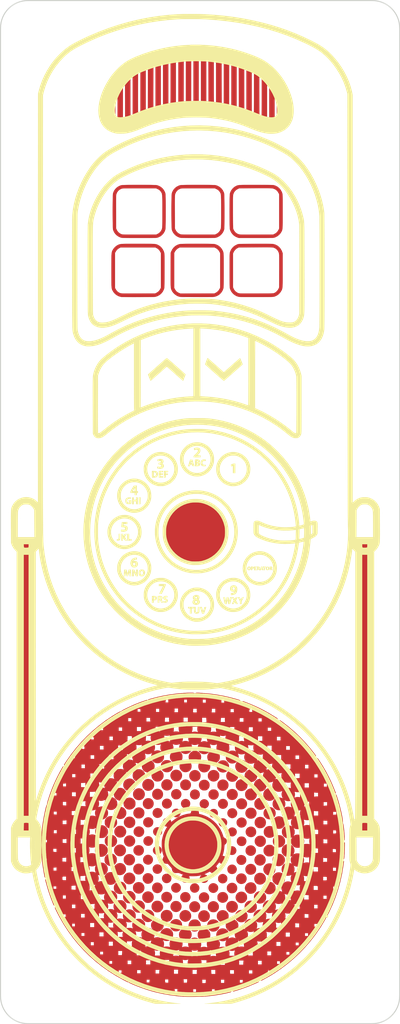
<source format=kicad_pcb>
(kicad_pcb (version 4) (host pcbnew 4.0.7)
  (layers (0 F.Cu signal) (31 B.Cu signal) (34 B.Paste user) (35 F.Paste user) (36 B.SilkS user) (37 F.SilkS user) (38 B.Mask user) (39 F.Mask user) (44 Edge.Cuts user))
  (net 0 "")
  (module LOGO (layer F.Cu) (at 0 0)
    (fp_text reference "G***" hide)
    (fp_text value "LOGO" hide)
  )
  (module LOGO (layer F.Cu) (at 0 0)
    (fp_text reference "G***" hide)
    (fp_text value "LOGO" hide)
  )
  (module LOGO (layer F.Cu) (at 0 0)
    (fp_text reference "G***" hide)
    (fp_text value "LOGO" hide)
  )
  (module LOGO (layer F.Cu) (at 0 0)
    (fp_text reference "G***" hide)
    (fp_text value "LOGO" hide)
    (fp_poly (pts (xy 10.770976 17.166951) (xy 10.862721 17.170216) (xy 10.921648 17.176836) (xy 10.943148 17.186977) (xy 10.943167 17.187334) (xy 10.962305 17.198925) (xy 11.011673 17.206613) (xy 11.059584 17.208500) (xy 11.130445 17.204491) (xy 11.170066 17.193410) (xy 11.176000 17.184995) (xy 11.186534 17.177036) (xy 11.220045 17.172260) (xy 11.279394 17.170755) (xy 11.367445 17.172611) (xy 11.487059 17.177916) (xy 11.641099 17.186758) (xy 11.832427 17.199226) (xy 11.990917 17.210218) (xy 12.563396 17.264332) (xy 13.153669 17.346173) (xy 13.749564 17.453563) (xy 14.338907 17.584327) (xy 14.871089 17.725190) (xy 15.029367 17.770469) (xy 15.151722 17.805842) (xy 15.242751 17.833672) (xy 15.307048 17.856322) (xy 15.349207 17.876157) (xy 15.373824 17.895538) (xy 15.385494 17.916830) (xy 15.388810 17.942395) (xy 15.388368 17.974597) (xy 15.388167 17.991143) (xy 15.388167 18.097500) (xy 15.645530 18.097500) (xy 15.631584 18.034000) (xy 15.627422 17.989692) (xy 15.636839 17.970534) (xy 15.637495 17.970500) (xy 15.667762 17.978087) (xy 15.731126 17.999313) (xy 15.821470 18.031876) (xy 15.932672 18.073474) (xy 16.058613 18.121806) (xy 16.193175 18.174570) (xy 16.330238 18.229462) (xy 16.383000 18.250931) (xy 16.842617 18.447762) (xy 17.285141 18.656216) (xy 17.721358 18.881861) (xy 18.162053 19.130268) (xy 18.600209 19.395861) (xy 18.944167 19.610904) (xy 18.944167 19.875500) (xy 19.060584 19.875500) (xy 19.127860 19.873663) (xy 19.162908 19.865718) (xy 19.175759 19.848019) (xy 19.177000 19.833167) (xy 19.182294 19.798726) (xy 19.189597 19.790834) (xy 19.211464 19.803218) (xy 19.261469 19.837747) (xy 19.334404 19.890486) (xy 19.425061 19.957500) (xy 19.528232 20.034853) (xy 19.638709 20.118612) (xy 19.751283 20.204840) (xy 19.860748 20.289602) (xy 19.961895 20.368964) (xy 20.049516 20.438991) (xy 20.076584 20.461025) (xy 20.603568 20.916052) (xy 21.116747 21.405443) (xy 21.608953 21.921749) (xy 22.073018 22.457525) (xy 22.417563 22.893013) (xy 22.487787 22.986474) (xy 22.548007 23.068240) (xy 22.593947 23.132373) (xy 22.621329 23.172934) (xy 22.627167 23.184054) (xy 22.608749 23.194320) (xy 22.564383 23.198666) (xy 22.563667 23.198667) (xy 22.527365 23.200622) (xy 22.508470 23.213433) (xy 22.501299 23.247520) (xy 22.500167 23.313303) (xy 22.500167 23.431500) (xy 22.625615 23.431500) (xy 22.698606 23.429149) (xy 22.738921 23.420371) (xy 22.756041 23.402583) (xy 22.758012 23.395414) (xy 22.771235 23.399789) (xy 22.804399 23.437472) (xy 22.855390 23.505642) (xy 22.922092 23.601474) (xy 22.999815 23.718206) (xy 23.308964 24.208434) (xy 23.587542 24.688639) (xy 23.841714 25.169834) (xy 24.024820 25.548262) (xy 24.075357 25.659121) (xy 24.131694 25.786612) (xy 24.191468 25.924983) (xy 24.252316 26.068486) (xy 24.311876 26.211371) (xy 24.367784 26.347888) (xy 24.417679 26.472286) (xy 24.459197 26.578817) (xy 24.489976 26.661730) (xy 24.507653 26.715276) (xy 24.511000 26.731445) (xy 24.491242 26.745407) (xy 24.437137 26.753388) (xy 24.394584 26.754667) (xy 24.278167 26.754667) (xy 24.278167 26.987500) (xy 24.529733 26.987500) (xy 24.536548 26.897542) (xy 24.539979 26.869233) (xy 24.545981 26.859016) (xy 24.556316 26.870759) (xy 24.572744 26.908330) (xy 24.597027 26.975600) (xy 24.630928 27.076436) (xy 24.664240 27.178000) (xy 24.740256 27.419358) (xy 24.814052 27.669733) (xy 24.884485 27.924106) (xy 24.950409 28.177458) (xy 25.010678 28.424773) (xy 25.064148 28.661030) (xy 25.109674 28.881213) (xy 25.146111 29.080303) (xy 25.172315 29.253282) (xy 25.187139 29.395132) (xy 25.190041 29.482498) (xy 25.191613 29.576294) (xy 25.200780 29.634485) (xy 25.217351 29.662414) (xy 25.229917 29.691646) (xy 25.244352 29.757157) (xy 25.260044 29.852964) (xy 25.276380 29.973084) (xy 25.292748 30.111535) (xy 25.308535 30.262336) (xy 25.323131 30.419503) (xy 25.335921 30.577055) (xy 25.346295 30.729009) (xy 25.353639 30.869383) (xy 25.357342 30.992194) (xy 25.357667 31.033407) (xy 25.357667 31.199667) (xy 25.167167 31.199667) (xy 25.167167 31.432500) (xy 25.378834 31.432500) (xy 25.378427 31.702375) (xy 25.376919 31.824164) (xy 25.373013 31.971628) (xy 25.367163 32.135090) (xy 25.359823 32.304876) (xy 25.351446 32.471311) (xy 25.342485 32.624718) (xy 25.333393 32.755423) (xy 25.324623 32.853751) (xy 25.324385 32.855959) (xy 25.311177 32.977667) (xy 25.146000 32.977667) (xy 25.146000 33.210500) (xy 25.220084 33.210500) (xy 25.269081 33.213062) (xy 25.293538 33.219361) (xy 25.294167 33.220686) (xy 25.291439 33.243906) (xy 25.283856 33.302297) (xy 25.272317 33.389089) (xy 25.257722 33.497513) (xy 25.241413 33.617561) (xy 25.114825 34.389912) (xy 24.947451 35.151610) (xy 24.739780 35.901349) (xy 24.492299 36.637823) (xy 24.205495 37.359725) (xy 23.879856 38.065750) (xy 23.515869 38.754591) (xy 23.114021 39.424943) (xy 23.019750 39.571084) (xy 22.582410 40.202075) (xy 22.110350 40.810673) (xy 21.605747 41.394772) (xy 21.070781 41.952268) (xy 20.507632 42.481056) (xy 19.918477 42.979031) (xy 19.305497 43.444089) (xy 18.670871 43.874126) (xy 18.372667 44.059365) (xy 18.271211 44.119648) (xy 18.155447 44.186821) (xy 18.031037 44.257766) (xy 17.903645 44.329367) (xy 17.778934 44.398505) (xy 17.662566 44.462065) (xy 17.560206 44.516928) (xy 17.477516 44.559977) (xy 17.420160 44.588096) (xy 17.393800 44.598167) (xy 17.393797 44.598167) (xy 17.379616 44.580952) (xy 17.377834 44.566417) (xy 17.367295 44.547186) (xy 17.330366 44.537336) (xy 17.262577 44.534667) (xy 17.147320 44.534667) (xy 17.140868 44.634508) (xy 17.134417 44.734350) (xy 16.847033 44.864438) (xy 16.151725 45.157635) (xy 15.451902 45.409640) (xy 15.134167 45.510068) (xy 15.016938 45.545537) (xy 14.912018 45.577284) (xy 14.826896 45.603042) (xy 14.769062 45.620546) (xy 14.747875 45.626961) (xy 14.725887 45.627963) (xy 14.714752 45.607703) (xy 14.711025 45.557245) (xy 14.710834 45.530927) (xy 14.710834 45.423667) (xy 14.478000 45.423667) (xy 14.478000 45.540084) (xy 14.480313 45.608512) (xy 14.489172 45.644077) (xy 14.507453 45.656087) (xy 14.513983 45.656500) (xy 14.541313 45.660418) (xy 14.530801 45.671539) (xy 14.486150 45.688916) (xy 14.411059 45.711602) (xy 14.309228 45.738649) (xy 14.184360 45.769109) (xy 14.040153 45.802036) (xy 13.880308 45.836482) (xy 13.708527 45.871498) (xy 13.567834 45.898749) (xy 13.329250 45.940794) (xy 13.061812 45.982567) (xy 12.778966 46.022201) (xy 12.494160 46.057825) (xy 12.220843 46.087571) (xy 12.181417 46.091434) (xy 12.050914 46.101560) (xy 11.885402 46.110548) (xy 11.692195 46.118302) (xy 11.478603 46.124724) (xy 11.251939 46.129717) (xy 11.019515 46.133182) (xy 10.788643 46.135024) (xy 10.566635 46.135143) (xy 10.360804 46.133444) (xy 10.178461 46.129828) (xy 10.026919 46.124199) (xy 9.969500 46.120901) (xy 9.329043 46.063446) (xy 8.677634 45.976200) (xy 8.028559 45.861385) (xy 7.395101 45.721221) (xy 7.057321 45.633901) (xy 6.795122 45.558545) (xy 6.515044 45.471107) (xy 6.309126 45.402500) (xy 7.366000 45.402500) (xy 7.366000 45.635334) (xy 7.598834 45.635334) (xy 7.598834 45.402500) (xy 7.366000 45.402500) (xy 6.309126 45.402500) (xy 6.245598 45.381334) (xy 9.117295 45.381334) (xy 9.130414 45.460709) (xy 9.139472 45.531047) (xy 9.143728 45.594556) (xy 9.143767 45.598292) (xy 9.146014 45.630521) (xy 9.159084 45.647917) (xy 9.192967 45.655051) (xy 9.257652 45.656492) (xy 9.271000 45.656500) (xy 9.398000 45.656500) (xy 9.398000 45.402500) (xy 10.900834 45.402500) (xy 10.900834 45.677667) (xy 11.176000 45.677667) (xy 11.176000 45.480269) (xy 12.679864 45.480269) (xy 12.689456 45.558865) (xy 12.692294 45.579463) (xy 12.705754 45.677667) (xy 12.954000 45.677667) (xy 12.954000 45.402500) (xy 12.816417 45.402500) (xy 12.744307 45.403179) (xy 12.701423 45.410790) (xy 12.681898 45.433699) (xy 12.679864 45.480269) (xy 11.176000 45.480269) (xy 11.176000 45.402500) (xy 10.900834 45.402500) (xy 9.398000 45.402500) (xy 9.398000 45.381334) (xy 9.117295 45.381334) (xy 6.245598 45.381334) (xy 6.225440 45.374618) (xy 5.934665 45.272112) (xy 5.651071 45.166618) (xy 5.383010 45.061169) (xy 5.138837 44.958797) (xy 4.926905 44.862533) (xy 4.911197 44.854995) (xy 4.709584 44.757798) (xy 4.820709 44.750959) (xy 4.931834 44.744121) (xy 4.931834 44.513500) (xy 4.699000 44.513500) (xy 4.699000 44.631343) (xy 4.697862 44.698020) (xy 4.691695 44.731388) (xy 4.676370 44.740464) (xy 4.651375 44.735326) (xy 4.619189 44.721658) (xy 4.555789 44.691169) (xy 4.467321 44.646947) (xy 4.359931 44.592081) (xy 4.239764 44.529659) (xy 4.188471 44.502726) (xy 4.169934 44.492334) (xy 6.455834 44.492334) (xy 6.455834 44.767500) (xy 6.731000 44.767500) (xy 6.731000 44.696063) (xy 6.735258 44.622394) (xy 6.744229 44.558479) (xy 6.757459 44.492334) (xy 6.455834 44.492334) (xy 4.169934 44.492334) (xy 4.132176 44.471167) (xy 8.212667 44.471167) (xy 8.212956 44.582292) (xy 8.214756 44.676937) (xy 8.223891 44.737074) (xy 8.246857 44.770519) (xy 8.290152 44.785089) (xy 8.360270 44.788601) (xy 8.384469 44.788667) (xy 8.530167 44.788667) (xy 8.530167 44.474929) (xy 9.972995 44.474929) (xy 9.977326 44.497625) (xy 9.984508 44.545160) (xy 9.989268 44.616178) (xy 9.990378 44.666959) (xy 9.990667 44.788667) (xy 10.302875 44.788667) (xy 10.316104 44.722521) (xy 10.324242 44.659854) (xy 10.328904 44.581378) (xy 10.329334 44.553188) (xy 10.329334 44.492234) (xy 11.758084 44.492234) (xy 11.771890 44.831000) (xy 11.926560 44.831000) (xy 12.006862 44.829924) (xy 12.054622 44.824843) (xy 12.079614 44.812975) (xy 12.091611 44.791543) (xy 12.093992 44.783375) (xy 12.101175 44.735841) (xy 12.105935 44.664823) (xy 12.107044 44.614042) (xy 12.107334 44.492334) (xy 13.546667 44.492334) (xy 13.546667 44.809834) (xy 13.860822 44.809834) (xy 13.867786 44.651034) (xy 13.873817 44.513500) (xy 15.345834 44.513500) (xy 15.345834 44.788667) (xy 15.483417 44.788667) (xy 15.557327 44.787880) (xy 15.598506 44.782817) (xy 15.616553 44.769423) (xy 15.621070 44.743642) (xy 15.621233 44.730459) (xy 15.624982 44.668839) (xy 15.633777 44.597875) (xy 15.634586 44.592875) (xy 15.647706 44.513500) (xy 15.345834 44.513500) (xy 13.873817 44.513500) (xy 13.874750 44.492235) (xy 13.710709 44.492284) (xy 13.546667 44.492334) (xy 12.107334 44.492334) (xy 11.758084 44.492234) (xy 10.329334 44.492234) (xy 10.329334 44.450000) (xy 10.146948 44.450000) (xy 10.059266 44.450474) (xy 10.006195 44.453341) (xy 9.980012 44.460770) (xy 9.972995 44.474929) (xy 8.530167 44.474929) (xy 8.530167 44.471167) (xy 8.212667 44.471167) (xy 4.132176 44.471167) (xy 3.494806 44.113863) (xy 2.827714 43.692221) (xy 2.702374 43.603334) (xy 3.788834 43.603334) (xy 3.788834 43.857334) (xy 4.064000 43.857334) (xy 4.064000 43.603334) (xy 3.788834 43.603334) (xy 2.702374 43.603334) (xy 2.672527 43.582167) (xy 5.545667 43.582167) (xy 5.545667 43.899667) (xy 5.884334 43.899667) (xy 5.884334 43.582167) (xy 5.545667 43.582167) (xy 2.672527 43.582167) (xy 2.642680 43.561000) (xy 7.302500 43.561000) (xy 7.302500 43.920834) (xy 7.662334 43.920834) (xy 7.662566 43.820292) (xy 7.665684 43.738787) (xy 7.673167 43.659226) (xy 7.675919 43.640375) (xy 7.689039 43.561000) (xy 7.302500 43.561000) (xy 2.642680 43.561000) (xy 2.612834 43.539834) (xy 9.059334 43.539834) (xy 9.059334 43.942000) (xy 9.461500 43.942000) (xy 9.461500 43.774398) (xy 9.463060 43.690532) (xy 9.467189 43.620592) (xy 9.473061 43.577508) (xy 9.474348 43.573315) (xy 9.475165 43.561000) (xy 10.837334 43.561000) (xy 10.837334 43.963167) (xy 11.239500 43.963167) (xy 11.239500 43.860288) (xy 11.242612 43.771975) (xy 11.250347 43.680228) (xy 11.252961 43.659204) (xy 11.266421 43.561000) (xy 12.615334 43.561000) (xy 12.615334 43.631979) (xy 12.617594 43.692678) (xy 12.623420 43.774194) (xy 12.628932 43.833062) (xy 12.642531 43.963167) (xy 13.017500 43.963167) (xy 13.017500 43.582167) (xy 14.414500 43.582167) (xy 14.414500 43.747972) (xy 14.416188 43.828058) (xy 14.420661 43.890926) (xy 14.427033 43.925273) (xy 14.428611 43.927889) (xy 14.454963 43.934375) (xy 14.512754 43.939289) (xy 14.591093 43.941823) (xy 14.619111 43.942000) (xy 14.795500 43.942000) (xy 14.795500 43.603334) (xy 16.213667 43.603334) (xy 16.213667 43.920834) (xy 16.552334 43.920834) (xy 16.552334 43.641484) (xy 18.017277 43.641484) (xy 18.018393 43.663243) (xy 18.020659 43.672125) (xy 18.028937 43.723973) (xy 18.033452 43.792786) (xy 18.033711 43.809709) (xy 18.034000 43.899667) (xy 18.288000 43.899667) (xy 18.288000 43.624500) (xy 18.147948 43.624500) (xy 18.073486 43.625319) (xy 18.032785 43.629911) (xy 18.017277 43.641484) (xy 16.552334 43.641484) (xy 16.552334 43.603334) (xy 16.213667 43.603334) (xy 14.795500 43.603334) (xy 14.795500 43.582167) (xy 14.414500 43.582167) (xy 13.017500 43.582167) (xy 13.017500 43.561000) (xy 12.615334 43.561000) (xy 11.266421 43.561000) (xy 10.837334 43.561000) (xy 9.475165 43.561000) (xy 9.475361 43.558058) (xy 9.459773 43.548220) (xy 9.420762 43.542665) (xy 9.351508 43.540257) (xy 9.273265 43.539834) (xy 9.059334 43.539834) (xy 2.612834 43.539834) (xy 2.187862 43.238460) (xy 1.575921 42.753241) (xy 1.531937 42.714334) (xy 2.899834 42.714334) (xy 2.899834 42.989500) (xy 3.175000 42.989500) (xy 3.175000 42.714334) (xy 2.899834 42.714334) (xy 1.531937 42.714334) (xy 1.484079 42.672000) (xy 4.635500 42.672000) (xy 4.635500 43.031834) (xy 4.995334 43.031834) (xy 4.995334 42.672000) (xy 4.635500 42.672000) (xy 1.484079 42.672000) (xy 1.460151 42.650834) (xy 6.392334 42.650834) (xy 6.392334 43.053000) (xy 6.815667 43.053000) (xy 6.815667 42.839069) (xy 6.814909 42.741874) (xy 6.811879 42.680175) (xy 6.805440 42.647152) (xy 6.794456 42.635984) (xy 6.782186 42.637986) (xy 6.746344 42.643930) (xy 6.680540 42.648416) (xy 6.597142 42.650693) (xy 6.570519 42.650834) (xy 6.392334 42.650834) (xy 1.460151 42.650834) (xy 1.412293 42.608500) (xy 8.149167 42.608500) (xy 8.149456 42.793709) (xy 8.149788 42.907215) (xy 8.154102 42.985106) (xy 8.168002 43.034069) (xy 8.197092 43.060791) (xy 8.246975 43.071959) (xy 8.323255 43.074260) (xy 8.384469 43.074167) (xy 8.593667 43.074167) (xy 8.593667 42.909985) (xy 8.596229 42.820318) (xy 8.602974 42.738202) (xy 8.612490 42.680331) (xy 8.613356 42.677152) (xy 8.633045 42.608500) (xy 8.149167 42.608500) (xy 1.412293 42.608500) (xy 1.386865 42.586007) (xy 9.899755 42.586007) (xy 9.913310 42.729545) (xy 9.920674 42.825084) (xy 9.925659 42.923282) (xy 9.927016 42.984209) (xy 9.927167 43.095334) (xy 10.387181 43.095334) (xy 10.377160 42.952459) (xy 10.376273 42.836445) (xy 10.394004 42.734645) (xy 10.407647 42.690257) (xy 10.429190 42.626795) (xy 11.666153 42.626795) (xy 11.676152 42.665663) (xy 11.684534 42.713591) (xy 11.690923 42.790061) (xy 11.694300 42.881291) (xy 11.694584 42.915459) (xy 11.694584 43.106002) (xy 11.919966 43.105959) (xy 12.145348 43.105917) (xy 12.158091 43.013004) (xy 12.164999 42.940150) (xy 12.169631 42.848269) (xy 12.170843 42.780171) (xy 12.170851 42.650834) (xy 13.483167 42.650834) (xy 13.483400 42.793709) (xy 13.485537 42.881715) (xy 13.490849 42.965148) (xy 13.496753 43.015959) (xy 13.509872 43.095334) (xy 13.927667 43.095334) (xy 13.927667 43.003188) (xy 13.930018 42.929063) (xy 13.936053 42.837883) (xy 13.941265 42.780938) (xy 13.952651 42.672000) (xy 15.282334 42.672000) (xy 15.282334 43.074167) (xy 15.684500 43.074167) (xy 15.684500 42.971288) (xy 15.687612 42.882975) (xy 15.695347 42.791228) (xy 15.697961 42.770204) (xy 15.708519 42.693167) (xy 17.081500 42.693167) (xy 17.081500 43.053000) (xy 17.441334 43.053000) (xy 17.441334 42.735500) (xy 18.901834 42.735500) (xy 18.901834 43.010667) (xy 19.177000 43.010667) (xy 19.177000 42.735500) (xy 18.901834 42.735500) (xy 17.441334 42.735500) (xy 17.441334 42.693167) (xy 17.081500 42.693167) (xy 15.708519 42.693167) (xy 15.711421 42.672000) (xy 15.282334 42.672000) (xy 13.952651 42.672000) (xy 13.954864 42.650834) (xy 13.483167 42.650834) (xy 12.170851 42.650834) (xy 12.170852 42.640250) (xy 11.975051 42.640250) (xy 11.880575 42.638435) (xy 11.795679 42.633588) (xy 11.733949 42.626604) (xy 11.718485 42.623330) (xy 11.676705 42.614236) (xy 11.666153 42.626795) (xy 10.429190 42.626795) (xy 10.448155 42.570930) (xy 10.364916 42.600299) (xy 10.285801 42.618411) (xy 10.186864 42.627675) (xy 10.084973 42.627780) (xy 9.996999 42.618412) (xy 9.957172 42.607837) (xy 9.899755 42.586007) (xy 1.386865 42.586007) (xy 0.992560 42.237222) (xy 0.574675 41.825334) (xy 2.010834 41.825334) (xy 2.010834 42.100500) (xy 2.307167 42.100500) (xy 2.307167 41.825334) (xy 2.010834 41.825334) (xy 0.574675 41.825334) (xy 0.510250 41.761834) (xy 3.746500 41.761834) (xy 3.746500 42.164000) (xy 4.100303 42.164000) (xy 4.113902 42.033895) (xy 4.121387 41.950480) (xy 4.126326 41.872818) (xy 4.127500 41.832812) (xy 4.127500 41.761834) (xy 3.746500 41.761834) (xy 0.510250 41.761834) (xy 0.488775 41.740667) (xy 5.482167 41.740667) (xy 5.482351 41.851792) (xy 5.485341 41.944445) (xy 5.492615 42.043506) (xy 5.495882 42.074042) (xy 5.509230 42.185167) (xy 5.926667 42.185167) (xy 5.926956 42.010542) (xy 5.928607 41.922629) (xy 5.932724 41.846229) (xy 5.938499 41.795132) (xy 5.940008 41.788292) (xy 5.944187 41.767591) (xy 5.938849 41.753972) (xy 5.917063 41.745953) (xy 5.871903 41.742050) (xy 5.796438 41.740782) (xy 5.717469 41.740667) (xy 5.482167 41.740667) (xy 0.488775 41.740667) (xy 0.438450 41.691065) (xy 0.434822 41.687080) (xy 7.196667 41.687080) (xy 7.202860 41.707368) (xy 7.218702 41.755208) (xy 7.231278 41.792372) (xy 7.252179 41.878072) (xy 7.257694 41.975929) (xy 7.254077 42.050142) (xy 7.242265 42.206334) (xy 7.741535 42.206334) (xy 7.722674 42.105792) (xy 7.713864 41.967062) (xy 7.734048 41.824000) (xy 7.759109 41.745959) (xy 7.774666 41.704856) (xy 7.774094 41.684457) (xy 7.750483 41.682350) (xy 7.696925 41.696124) (xy 7.653678 41.709146) (xy 7.546969 41.734198) (xy 7.449391 41.737861) (xy 7.340711 41.720304) (xy 7.307113 41.712017) (xy 7.246130 41.696820) (xy 7.206018 41.688015) (xy 7.196667 41.687080) (xy 0.434822 41.687080) (xy 0.414005 41.664219) (xy 8.959392 41.664219) (xy 8.961965 41.686024) (xy 8.975779 41.733879) (xy 8.985024 41.761193) (xy 9.006307 41.854796) (xy 9.015785 41.969230) (xy 9.012906 42.084515) (xy 8.997119 42.180669) (xy 8.996665 42.182266) (xy 8.985227 42.228900) (xy 8.991306 42.244904) (xy 9.019422 42.239937) (xy 9.023124 42.238810) (xy 9.108774 42.221820) (xy 9.214962 42.213685) (xy 9.324395 42.214568) (xy 9.419783 42.224636) (xy 9.461500 42.234632) (xy 9.517951 42.253213) (xy 9.553789 42.265390) (xy 9.559970 42.267741) (xy 9.556180 42.250853) (xy 9.542957 42.205377) (xy 9.531900 42.169292) (xy 9.512157 42.056640) (xy 9.513101 41.927711) (xy 9.533638 41.802530) (xy 9.555533 41.736055) (xy 9.577757 41.680263) (xy 10.734954 41.680263) (xy 10.764977 41.752119) (xy 10.785413 41.833210) (xy 10.793676 41.938873) (xy 10.789772 42.053137) (xy 10.773706 42.160031) (xy 10.764822 42.194048) (xy 10.748202 42.252931) (xy 10.745371 42.280264) (xy 10.756859 42.284699) (xy 10.770113 42.280261) (xy 10.810524 42.267920) (xy 10.874732 42.251866) (xy 10.916524 42.242519) (xy 11.010242 42.229966) (xy 11.109366 42.234335) (xy 11.169865 42.243231) (xy 11.241878 42.254634) (xy 11.295032 42.261294) (xy 11.318070 42.261805) (xy 11.318160 42.261729) (xy 11.317789 42.239530) (xy 11.310799 42.188008) (xy 11.301460 42.133608) (xy 11.289882 41.984113) (xy 11.312816 41.833639) (xy 11.336519 41.756821) (xy 11.352555 41.706990) (xy 11.358489 41.679227) (xy 11.357639 41.677167) (xy 11.335324 41.683562) (xy 11.287046 41.699716) (xy 11.260667 41.708917) (xy 11.158623 41.731745) (xy 11.037652 41.739488) (xy 10.917446 41.732076) (xy 10.820555 41.710465) (xy 10.734954 41.680263) (xy 9.577757 41.680263) (xy 9.579716 41.675347) (xy 9.581657 41.662560) (xy 12.494893 41.662560) (xy 12.535887 41.770405) (xy 12.558842 41.845033) (xy 12.569277 41.923165) (xy 12.569180 42.021978) (xy 12.567975 42.047584) (xy 12.561790 42.132351) (xy 12.553462 42.203716) (xy 12.544592 42.248582) (xy 12.542830 42.253368) (xy 12.536255 42.273896) (xy 12.547236 42.279311) (xy 12.584182 42.269879) (xy 12.625839 42.256002) (xy 12.721809 42.234265) (xy 12.836483 42.230683) (xy 12.876586 42.232912) (xy 12.956643 42.240139) (xy 13.022721 42.248911) (xy 13.060904 42.257368) (xy 13.061535 42.257623) (xy 13.078703 42.260591) (xy 13.086037 42.245506) (xy 13.084371 42.204432) (xy 13.074830 42.131432) (xy 13.066008 42.011739) (xy 13.076259 41.890366) (xy 13.107125 41.751551) (xy 13.114602 41.724846) (xy 13.118724 41.706348) (xy 14.314763 41.706348) (xy 14.317911 41.727242) (xy 14.330895 41.775901) (xy 14.342853 41.815738) (xy 14.364975 41.932016) (xy 14.364935 42.073171) (xy 14.364875 42.074042) (xy 14.354265 42.227500) (xy 14.853868 42.227500) (xy 14.833253 42.130844) (xy 14.825027 42.026746) (xy 14.837030 41.898259) (xy 14.867115 41.761834) (xy 16.150167 41.761834) (xy 16.150167 42.206334) (xy 16.594667 42.206334) (xy 16.594956 42.031709) (xy 16.596607 41.943796) (xy 16.600724 41.867396) (xy 16.606499 41.816299) (xy 16.608008 41.809459) (xy 16.609076 41.804167) (xy 17.970500 41.804167) (xy 17.970500 42.185167) (xy 18.351500 42.185167) (xy 18.351500 41.846500) (xy 19.790834 41.846500) (xy 19.790834 42.121667) (xy 20.087167 42.121667) (xy 20.087167 41.846500) (xy 19.790834 41.846500) (xy 18.351500 41.846500) (xy 18.351500 41.804167) (xy 17.970500 41.804167) (xy 16.609076 41.804167) (xy 16.612187 41.788757) (xy 16.606849 41.775139) (xy 16.585063 41.767119) (xy 16.539903 41.763217) (xy 16.464438 41.761948) (xy 16.385469 41.761834) (xy 16.150167 41.761834) (xy 14.867115 41.761834) (xy 14.868070 41.757506) (xy 14.870956 41.747401) (xy 14.876951 41.720614) (xy 14.868101 41.710844) (xy 14.835335 41.716440) (xy 14.783644 41.731526) (xy 14.680818 41.755445) (xy 14.585793 41.759145) (xy 14.479482 41.742640) (xy 14.435016 41.731819) (xy 14.371452 41.716254) (xy 14.327535 41.707248) (xy 14.314763 41.706348) (xy 13.118724 41.706348) (xy 13.121243 41.695046) (xy 13.111045 41.687464) (xy 13.074699 41.699724) (xy 13.052384 41.708971) (xy 12.961236 41.732168) (xy 12.847702 41.739830) (xy 12.728665 41.732229) (xy 12.621011 41.709640) (xy 12.597674 41.701613) (xy 12.494893 41.662560) (xy 9.581657 41.662560) (xy 9.583904 41.647760) (xy 9.565047 41.647620) (xy 9.520092 41.669254) (xy 9.519709 41.669453) (xy 9.438373 41.696813) (xy 9.332677 41.712298) (xy 9.219111 41.715142) (xy 9.114166 41.704580) (xy 9.060160 41.690789) (xy 9.003546 41.672693) (xy 8.966492 41.663938) (xy 8.959392 41.664219) (xy 0.414005 41.664219) (xy -0.085739 41.115430) (xy -0.249274 40.915167) (xy 1.121834 40.915167) (xy 1.121834 41.232667) (xy 1.418167 41.232667) (xy 1.418167 40.915167) (xy 1.121834 40.915167) (xy -0.249274 40.915167) (xy -0.283843 40.872834) (xy 2.836334 40.872834) (xy 2.836334 41.275000) (xy 3.238500 41.275000) (xy 3.238500 40.872834) (xy 2.836334 40.872834) (xy -0.283843 40.872834) (xy -0.312215 40.838089) (xy 4.572000 40.838089) (xy 4.572000 41.317334) (xy 5.054830 41.317334) (xy 5.044585 41.153292) (xy 5.044773 41.001926) (xy 5.064611 40.892267) (xy 5.094882 40.795284) (xy 5.008066 40.825541) (xy 4.912422 40.844952) (xy 4.781243 40.848353) (xy 4.746625 40.846944) (xy 4.572000 40.838089) (xy -0.312215 40.838089) (xy -0.365178 40.773231) (xy 6.286729 40.773231) (xy 6.292444 40.794107) (xy 6.306829 40.842829) (xy 6.318479 40.881489) (xy 6.341178 40.992946) (xy 6.349148 41.117063) (xy 6.341847 41.233979) (xy 6.329717 41.293088) (xy 6.317991 41.339895) (xy 6.324780 41.355456) (xy 6.356637 41.349131) (xy 6.366758 41.346012) (xy 6.416248 41.337162) (xy 6.492098 41.330741) (xy 6.578349 41.328075) (xy 6.582834 41.328064) (xy 6.670676 41.330227) (xy 6.750379 41.336048) (xy 6.805145 41.344285) (xy 6.806395 41.344600) (xy 6.871207 41.361282) (xy 6.851594 41.216389) (xy 6.842770 41.124624) (xy 6.845634 41.044701) (xy 6.861623 40.955229) (xy 6.872061 40.911794) (xy 6.912143 40.752093) (xy 6.826863 40.790832) (xy 6.735644 40.817286) (xy 6.621967 40.829004) (xy 6.503186 40.825648) (xy 6.396653 40.806879) (xy 6.373828 40.799689) (xy 6.321238 40.782003) (xy 6.290255 40.773265) (xy 6.286729 40.773231) (xy -0.365178 40.773231) (xy -0.415514 40.711590) (xy 8.004267 40.711590) (xy 8.043946 40.789367) (xy 8.096806 40.922682) (xy 8.118215 41.059215) (xy 8.108639 41.208079) (xy 8.073164 41.362709) (xy 8.070862 41.383400) (xy 8.087495 41.386459) (xy 8.132458 41.372722) (xy 8.143163 41.368930) (xy 8.208048 41.353475) (xy 8.294051 41.342729) (xy 8.363464 41.339429) (xy 8.453632 41.344025) (xy 8.541923 41.356876) (xy 8.594307 41.370476) (xy 8.649458 41.388444) (xy 8.684667 41.397096) (xy 8.690483 41.396906) (xy 8.688458 41.375251) (xy 8.677471 41.325006) (xy 8.664656 41.274972) (xy 8.641314 41.120965) (xy 8.650474 40.965117) (xy 8.690879 40.821371) (xy 8.709048 40.782417) (xy 8.737735 40.724212) (xy 8.745705 40.698795) (xy 8.733820 40.702532) (xy 8.726482 40.708821) (xy 8.635158 40.766279) (xy 8.518519 40.802847) (xy 8.388665 40.817442) (xy 8.257693 40.808981) (xy 8.137704 40.776381) (xy 8.110147 40.763990) (xy 8.004267 40.711590) (xy -0.415514 40.711590) (xy -0.579338 40.510976) (xy -0.918187 40.047334) (xy 0.232834 40.047334) (xy 0.232834 40.343667) (xy 0.529167 40.343667) (xy 0.529167 40.047334) (xy 0.232834 40.047334) (xy -0.918187 40.047334) (xy -0.964595 39.983834) (xy 1.947334 39.983834) (xy 1.947334 40.386000) (xy 2.349500 40.386000) (xy 2.349500 39.983834) (xy 1.947334 39.983834) (xy -0.964595 39.983834) (xy -1.012011 39.918955) (xy 3.676619 39.918955) (xy 3.690266 40.094269) (xy 3.696815 40.187943) (xy 3.701684 40.275750) (xy 3.703972 40.341013) (xy 3.704040 40.348959) (xy 3.704167 40.428334) (xy 4.188045 40.428334) (xy 4.168356 40.359682) (xy 4.149780 40.227743) (xy 4.162915 40.082944) (xy 4.180188 40.013656) (xy 4.198070 39.954272) (xy 4.209600 39.915150) (xy 4.211938 39.906530) (xy 4.193894 39.910143) (xy 4.147622 39.922930) (xy 4.113553 39.932988) (xy 4.013751 39.953694) (xy 3.904775 39.961681) (xy 3.803660 39.956600) (xy 3.734104 39.940811) (xy 3.676619 39.918955) (xy -1.012011 39.918955) (xy -1.041678 39.878364) (xy -1.048048 39.868594) (xy 5.382445 39.868594) (xy 5.383361 39.883380) (xy 5.387689 39.894035) (xy 5.412347 39.964356) (xy 5.435629 40.051241) (xy 5.453254 40.136468) (xy 5.460942 40.201815) (xy 5.461000 40.206084) (xy 5.455574 40.264687) (xy 5.441758 40.341343) (xy 5.432041 40.382581) (xy 5.416643 40.446056) (xy 5.413494 40.477367) (xy 5.423054 40.485007) (xy 5.437333 40.480904) (xy 5.568854 40.447967) (xy 5.716970 40.440367) (xy 5.864560 40.457843) (xy 5.969000 40.488996) (xy 6.009365 40.505144) (xy 6.026128 40.511658) (xy 6.021436 40.495280) (xy 6.004617 40.452641) (xy 5.996654 40.433625) (xy 5.971028 40.336352) (xy 5.962449 40.216873) (xy 5.970613 40.091598) (xy 5.995221 39.976940) (xy 6.005575 39.947545) (xy 6.049027 39.837173) (xy 5.961389 39.883089) (xy 5.874755 39.912512) (xy 5.763857 39.928044) (xy 5.644525 39.929383) (xy 5.532587 39.916229) (xy 5.453505 39.892749) (xy 5.402988 39.871772) (xy 5.382445 39.868594) (xy -1.048048 39.868594) (xy -1.472087 39.218254) (xy -1.506792 39.158334) (xy -0.656166 39.158334) (xy -0.656166 39.433500) (xy -0.381000 39.433500) (xy -0.381000 39.158334) (xy -0.656166 39.158334) (xy -1.506792 39.158334) (xy -1.543570 39.094834) (xy 1.058334 39.094834) (xy 1.058334 39.497000) (xy 1.460500 39.497000) (xy 1.460500 39.094834) (xy 1.058334 39.094834) (xy -1.543570 39.094834) (xy -1.565771 39.056503) (xy 2.794000 39.056503) (xy 2.794000 39.515611) (xy 2.873375 39.523914) (xy 2.933296 39.528364) (xy 3.018572 39.532484) (xy 3.112228 39.535474) (xy 3.125898 39.535775) (xy 3.299045 39.539334) (xy 3.279356 39.470682) (xy 3.260997 39.350378) (xy 3.272413 39.214440) (xy 3.289681 39.136516) (xy 3.305271 39.072984) (xy 3.314344 39.029134) (xy 3.315313 39.016424) (xy 3.294716 39.020163) (xy 3.247327 39.034610) (xy 3.216507 39.045070) (xy 3.133147 39.064971) (xy 3.031342 39.070368) (xy 2.958042 39.067301) (xy 2.794000 39.056503) (xy -1.565771 39.056503) (xy -1.609326 38.981302) (xy 4.492203 38.981302) (xy 4.497613 39.002333) (xy 4.498762 39.005035) (xy 4.550259 39.168342) (xy 4.563719 39.326757) (xy 4.555918 39.401750) (xy 4.541384 39.477053) (xy 4.526636 39.539962) (xy 4.517638 39.569194) (xy 4.510938 39.597045) (xy 4.530583 39.599480) (xy 4.552555 39.593060) (xy 4.628962 39.577087) (xy 4.728099 39.568124) (xy 4.834927 39.566286) (xy 4.934406 39.571690) (xy 5.011493 39.584452) (xy 5.027084 39.589385) (xy 5.094323 39.613114) (xy 5.129541 39.620246) (xy 5.139729 39.610621) (xy 5.133057 39.586959) (xy 5.121555 39.547098) (xy 5.106852 39.481099) (xy 5.094711 39.417441) (xy 5.084892 39.260700) (xy 5.109405 39.110759) (xy 5.166325 38.978286) (xy 5.176965 38.961446) (xy 5.232258 38.877892) (xy 5.160596 38.932552) (xy 5.047458 38.994823) (xy 4.912420 39.031286) (xy 4.768134 39.040589) (xy 4.627256 39.021378) (xy 4.553922 38.997395) (xy 4.508089 38.980055) (xy 4.492203 38.981302) (xy -1.609326 38.981302) (xy -1.868887 38.533161) (xy -1.919724 38.438096) (xy -1.977143 38.327843) (xy -2.007046 38.269334) (xy -1.524000 38.269334) (xy -1.524000 38.521221) (xy -1.402291 38.528858) (xy -1.335814 38.533613) (xy -1.289449 38.538032) (xy -1.275291 38.540498) (xy -1.272604 38.523335) (xy -1.270699 38.474528) (xy -1.270000 38.406917) (xy -1.270000 38.269334) (xy -1.524000 38.269334) (xy -2.007046 38.269334) (xy -2.028682 38.227000) (xy 0.190500 38.227000) (xy 0.190500 38.586834) (xy 0.550334 38.586834) (xy 0.550334 38.227000) (xy 0.190500 38.227000) (xy -2.028682 38.227000) (xy -2.038070 38.208632) (xy -2.058764 38.167503) (xy 1.905000 38.167503) (xy 1.905000 38.650334) (xy 2.411952 38.650334) (xy 2.391310 38.596039) (xy 2.375352 38.520159) (xy 2.371739 38.420951) (xy 2.380098 38.315466) (xy 2.399453 38.222744) (xy 2.428240 38.127094) (xy 2.330662 38.157544) (xy 2.214027 38.178061) (xy 2.069042 38.177749) (xy 1.905000 38.167503) (xy -2.058764 38.167503) (xy -2.099428 38.086688) (xy -2.158141 37.968241) (xy -2.211135 37.859519) (xy -2.255332 37.766749) (xy -2.287658 37.696159) (xy -2.305037 37.653977) (xy -2.307166 37.645705) (xy -2.288740 37.637715) (xy -2.244356 37.634334) (xy -2.243666 37.634334) (xy -2.205939 37.631981) (xy -2.187214 37.617608) (xy -2.180841 37.580241) (xy -2.180166 37.529556) (xy -2.180166 37.424779) (xy -2.298031 37.418431) (xy -2.415896 37.412084) (xy -2.446955 37.338000) (xy -0.677333 37.338000) (xy -0.677333 37.697834) (xy -0.338666 37.697834) (xy -0.338666 37.338000) (xy -0.677333 37.338000) (xy -2.446955 37.338000) (xy -2.464702 37.295667) (xy 1.037167 37.295667) (xy 1.037167 37.738634) (xy 1.243542 37.745554) (xy 1.334367 37.748957) (xy 1.409872 37.752450) (xy 1.459610 37.755516) (xy 1.472581 37.756904) (xy 1.484171 37.739970) (xy 1.488614 37.682751) (xy 1.485964 37.584521) (xy 1.485878 37.582872) (xy 1.484125 37.483397) (xy 1.488968 37.397173) (xy 1.499587 37.338273) (xy 1.500204 37.336446) (xy 1.523897 37.268480) (xy 1.393843 37.282074) (xy 1.299183 37.289834) (xy 1.199909 37.294755) (xy 1.150479 37.295667) (xy 1.037167 37.295667) (xy -2.464702 37.295667) (xy -2.489670 37.236112) (xy 2.737578 37.236112) (xy 2.742015 37.250833) (xy 2.753009 37.289305) (xy 2.767275 37.353956) (xy 2.778693 37.414081) (xy 2.790110 37.504499) (xy 2.786971 37.584237) (xy 2.768290 37.678051) (xy 2.768140 37.678664) (xy 2.751693 37.747920) (xy 2.740887 37.798036) (xy 2.738070 37.817902) (xy 2.758621 37.815405) (xy 2.809179 37.805312) (xy 2.875061 37.790660) (xy 3.041967 37.773252) (xy 3.207571 37.797939) (xy 3.304344 37.832427) (xy 3.352505 37.853232) (xy 3.380113 37.864781) (xy 3.381919 37.865440) (xy 3.377320 37.850231) (xy 3.358457 37.810596) (xy 3.354091 37.802069) (xy 3.311625 37.679661) (xy 3.296522 37.539217) (xy 3.308614 37.394860) (xy 3.347737 37.260717) (xy 3.360762 37.232351) (xy 3.397727 37.158084) (xy 3.298652 37.207561) (xy 3.169326 37.251856) (xy 3.023589 37.268381) (xy 2.878177 37.255701) (xy 2.840432 37.246892) (xy 2.776798 37.230737) (xy 2.745318 37.227032) (xy 2.737578 37.236112) (xy -2.489670 37.236112) (xy -2.500199 37.211000) (xy -2.587498 36.994864) (xy -2.680843 36.749460) (xy -2.775904 36.486564) (xy -2.781547 36.470167) (xy -1.545166 36.470167) (xy -1.545166 36.787667) (xy -1.248833 36.787667) (xy -1.248833 36.470167) (xy -1.545166 36.470167) (xy -2.781547 36.470167) (xy -2.794087 36.433730) (xy 0.169334 36.433730) (xy 0.169334 36.827788) (xy 0.280459 36.835562) (xy 0.369951 36.841162) (xy 0.462661 36.845989) (xy 0.492125 36.847251) (xy 0.592667 36.851167) (xy 0.592667 36.406667) (xy 0.492125 36.406851) (xy 0.407271 36.409769) (xy 0.312994 36.416889) (xy 0.280459 36.420382) (xy 0.169334 36.433730) (xy -2.794087 36.433730) (xy -2.830124 36.329021) (xy 1.851062 36.329021) (xy 1.882339 36.482579) (xy 1.899425 36.586700) (xy 1.902210 36.674056) (xy 1.891376 36.767473) (xy 1.890932 36.770110) (xy 1.880098 36.839989) (xy 1.874086 36.890899) (xy 1.874056 36.910918) (xy 1.895996 36.910146) (xy 1.943610 36.899855) (xy 1.961224 36.895161) (xy 2.079380 36.876624) (xy 2.209753 36.878493) (xy 2.328583 36.900242) (xy 2.338917 36.903491) (xy 2.394627 36.921342) (xy 2.431798 36.932318) (xy 2.437387 36.933614) (xy 2.439897 36.916900) (xy 2.431067 36.871774) (xy 2.421512 36.837219) (xy 2.402691 36.752150) (xy 2.392455 36.662052) (xy 2.391834 36.639907) (xy 2.399331 36.558883) (xy 2.418851 36.466994) (xy 2.445937 36.380422) (xy 2.476132 36.315349) (xy 2.484614 36.303086) (xy 2.482059 36.294478) (xy 2.449254 36.304926) (xy 2.412823 36.322133) (xy 2.302596 36.360860) (xy 2.172782 36.379832) (xy 2.041974 36.377584) (xy 1.946823 36.358822) (xy 1.851062 36.329021) (xy -2.830124 36.329021) (xy -2.868353 36.217948) (xy -2.897075 36.131500) (xy -2.934860 36.013524) (xy -2.976106 35.879294) (xy -3.019035 35.735175) (xy -3.057572 35.602334) (xy -2.434166 35.602334) (xy -2.434166 35.856334) (xy -2.159000 35.856334) (xy -2.159000 35.602334) (xy -2.434166 35.602334) (xy -3.057572 35.602334) (xy -3.061868 35.587529) (xy -3.068157 35.565292) (xy -0.719666 35.565292) (xy -0.719666 35.917399) (xy -0.629708 35.925502) (xy -0.552007 35.931192) (xy -0.462105 35.935996) (xy -0.428625 35.937302) (xy -0.317500 35.941000) (xy -0.317500 35.538834) (xy -0.452437 35.538834) (xy -0.535876 35.540944) (xy -0.612167 35.546403) (xy -0.653521 35.552063) (xy -0.719666 35.565292) (xy -3.068157 35.565292) (xy -3.094880 35.470819) (xy 0.980233 35.470819) (xy 0.989156 35.511524) (xy 0.996308 35.530606) (xy 1.009715 35.590845) (xy 1.017271 35.677570) (xy 1.018926 35.775410) (xy 1.014627 35.868990) (xy 1.004326 35.942937) (xy 0.997749 35.965631) (xy 0.985407 36.003300) (xy 0.995221 36.014039) (xy 1.035868 36.004867) (xy 1.043537 36.002673) (xy 1.135416 35.987804) (xy 1.248816 35.985853) (xy 1.367947 35.995536) (xy 1.477017 36.015573) (xy 1.560103 36.044614) (xy 1.556480 36.028260) (xy 1.542275 35.984392) (xy 1.533645 35.959506) (xy 1.511419 35.859189) (xy 1.503992 35.739345) (xy 1.511385 35.619804) (xy 1.533133 35.521779) (xy 1.563432 35.435902) (xy 1.477555 35.466201) (xy 1.400562 35.483915) (xy 1.302424 35.493747) (xy 1.199161 35.495378) (xy 1.106792 35.488492) (xy 1.046193 35.474741) (xy 0.997635 35.460361) (xy 0.980233 35.470819) (xy -3.094880 35.470819) (xy -3.102828 35.442721) (xy -3.140136 35.307113) (xy -3.172015 35.187069) (xy -3.196685 35.088952) (xy -3.212369 35.019126) (xy -3.217333 34.985432) (xy -3.207676 34.958060) (xy -3.171766 34.947165) (xy -3.143250 34.946167) (xy -3.069166 34.946167) (xy -3.069166 34.851709) (xy -1.587500 34.851709) (xy -1.586964 34.927225) (xy -1.580404 34.976633) (xy -1.560390 35.005688) (xy -1.519493 35.020144) (xy -1.450282 35.025756) (xy -1.359958 35.027951) (xy -1.227666 35.030834) (xy -1.227666 34.849757) (xy 0.127000 34.849757) (xy 0.127000 35.070847) (xy 0.227542 35.078775) (xy 0.302723 35.083491) (xy 0.397892 35.087838) (xy 0.479836 35.090518) (xy 0.631588 35.094334) (xy 0.609662 35.014959) (xy 0.599814 34.945756) (xy 0.598245 34.852930) (xy 0.604263 34.754229) (xy 0.617173 34.667401) (xy 0.624330 34.639250) (xy 0.628183 34.620042) (xy 0.620697 34.608463) (xy 0.594615 34.603445) (xy 0.542680 34.603924) (xy 0.457636 34.608834) (xy 0.429722 34.610671) (xy 0.335065 34.616843) (xy 0.252079 34.622068) (xy 0.192762 34.625598) (xy 0.174625 34.626546) (xy 0.153376 34.629418) (xy 0.139621 34.640845) (xy 0.131733 34.668454) (xy 0.128084 34.719871) (xy 0.127048 34.802724) (xy 0.127000 34.849757) (xy -1.227666 34.849757) (xy -1.227666 34.671000) (xy -1.374102 34.671000) (xy -1.470626 34.672034) (xy -1.532515 34.679481) (xy -1.567465 34.699859) (xy -1.583175 34.739688) (xy -1.587340 34.805484) (xy -1.587500 34.851709) (xy -3.069166 34.851709) (xy -3.069166 34.729046) (xy -3.172280 34.742725) (xy -3.275394 34.756403) (xy -3.289412 34.687243) (xy -3.318136 34.539495) (xy -3.350056 34.365279) (xy -3.382951 34.177585) (xy -3.414601 33.989405) (xy -3.441084 33.824334) (xy -2.434166 33.824334) (xy -2.434166 34.120667) (xy -2.137833 34.120667) (xy -2.137833 33.797628) (xy -2.217208 33.810748) (xy -2.291799 33.819930) (xy -2.362979 33.824085) (xy -2.365375 33.824101) (xy -2.434166 33.824334) (xy -3.441084 33.824334) (xy -3.442786 33.813728) (xy -3.449848 33.766588) (xy -0.719666 33.766588) (xy -0.719666 34.160788) (xy -0.608541 34.168562) (xy -0.519049 34.174162) (xy -0.426339 34.178989) (xy -0.396875 34.180251) (xy -0.296333 34.184167) (xy -0.296333 33.739667) (xy -0.409796 33.739667) (xy -0.498824 33.742441) (xy -0.590121 33.749431) (xy -0.621462 33.753127) (xy -0.719666 33.766588) (xy -3.449848 33.766588) (xy -3.465286 33.663546) (xy -3.465435 33.662475) (xy 0.959527 33.662475) (xy 0.962432 33.682828) (xy 0.973634 33.732143) (xy 0.985986 33.781350) (xy 1.003127 33.859128) (xy 1.013992 33.930913) (xy 1.016000 33.961917) (xy 1.010587 34.019824) (xy 0.996751 34.096642) (xy 0.985986 34.142484) (xy 0.970274 34.205858) (xy 0.960867 34.249374) (xy 0.959556 34.261778) (xy 0.980112 34.258736) (xy 1.029562 34.247157) (xy 1.079529 34.234226) (xy 1.236255 34.213616) (xy 1.397243 34.234762) (xy 1.498985 34.268600) (xy 1.556139 34.291757) (xy 1.593718 34.306865) (xy 1.601773 34.310013) (xy 1.597401 34.292582) (xy 1.582294 34.246210) (xy 1.564731 34.195279) (xy 1.534352 34.069948) (xy 1.524504 33.935589) (xy 1.535154 33.807634) (xy 1.565763 33.702625) (xy 1.588494 33.649899) (xy 1.600132 33.617526) (xy 1.600301 33.612667) (xy 1.579146 33.621115) (xy 1.535650 33.641795) (xy 1.528749 33.645220) (xy 1.376121 33.698436) (xy 1.216793 33.710369) (xy 1.098545 33.692609) (xy 1.029341 33.676159) (xy 0.979299 33.665329) (xy 0.959527 33.662475) (xy -3.465435 33.662475) (xy -3.469443 33.633834) (xy -3.497451 33.425016) (xy -3.520730 33.237671) (xy -3.539702 33.064734) (xy -3.549560 32.956500) (xy -3.302000 32.956500) (xy -3.302000 33.189334) (xy -3.069166 33.189334) (xy -3.069166 32.956500) (xy -3.302000 32.956500) (xy -3.549560 32.956500) (xy -3.554785 32.899144) (xy -3.555216 32.893000) (xy -1.587500 32.893000) (xy -1.587500 33.250899) (xy -1.444625 33.258304) (xy -1.363694 33.262743) (xy -1.293982 33.266992) (xy -1.254125 33.269854) (xy -1.232186 33.269872) (xy -1.218290 33.260168) (xy -1.210601 33.233045) (xy -1.207286 33.180806) (xy -1.206512 33.095754) (xy -1.206500 33.069969) (xy -1.206500 32.865937) (xy -1.317625 32.879285) (xy -1.400085 32.887315) (xy -1.479992 32.892175) (xy -1.508125 32.892816) (xy -1.587500 32.893000) (xy -3.555216 32.893000) (xy -3.561365 32.805481) (xy 0.127000 32.805481) (xy 0.127000 33.332035) (xy 0.227542 33.313174) (xy 0.366934 33.304679) (xy 0.515317 33.326192) (xy 0.592667 33.349666) (xy 0.641739 33.367648) (xy 0.669354 33.377718) (xy 0.671103 33.378342) (xy 0.667473 33.361523) (xy 0.653246 33.317335) (xy 0.644645 33.292506) (xy 0.627552 33.221688) (xy 0.616364 33.132430) (xy 0.613834 33.072917) (xy 0.619045 32.984772) (xy 0.632451 32.898748) (xy 0.644645 32.853328) (xy 0.661769 32.800730) (xy 0.669127 32.769618) (xy 0.668396 32.766000) (xy 0.646384 32.773445) (xy 0.599659 32.792107) (xy 0.579377 32.800572) (xy 0.507795 32.820105) (xy 0.413097 32.832313) (xy 0.312457 32.836316) (xy 0.223051 32.831239) (xy 0.174625 32.821253) (xy 0.127000 32.805481) (xy -3.561365 32.805481) (xy -3.566400 32.733839) (xy -3.574967 32.561756) (xy -3.580906 32.375834) (xy -3.584637 32.169011) (xy -3.585827 32.025167) (xy -2.455333 32.025167) (xy -2.455333 32.171861) (xy -2.454465 32.246408) (xy -2.446653 32.293970) (xy -2.424084 32.320905) (xy -2.378947 32.333568) (xy -2.303429 32.338317) (xy -2.248958 32.339784) (xy -2.137833 32.342667) (xy -2.137833 32.025167) (xy -2.455333 32.025167) (xy -3.585827 32.025167) (xy -3.586352 31.961667) (xy -0.740833 31.961667) (xy -0.740833 32.169806) (xy -0.739481 32.259813) (xy -0.735841 32.333314) (xy -0.730542 32.380439) (xy -0.726722 32.392056) (xy -0.700764 32.398066) (xy -0.642348 32.402803) (xy -0.561344 32.405638) (xy -0.504472 32.406167) (xy -0.296333 32.406167) (xy -0.296333 31.961667) (xy -0.740833 31.961667) (xy -3.586352 31.961667) (xy -3.586580 31.934223) (xy -3.586742 31.858056) (xy 0.934422 31.858056) (xy 0.967279 31.936320) (xy 0.987630 32.014999) (xy 0.997632 32.118857) (xy 0.997286 32.232026) (xy 0.986595 32.338635) (xy 0.967232 32.418361) (xy 0.935809 32.504638) (xy 1.044017 32.476569) (xy 1.205528 32.450346) (xy 1.359701 32.455236) (xy 1.496137 32.490734) (xy 1.516115 32.499448) (xy 1.578367 32.531209) (xy 1.623987 32.559597) (xy 1.639072 32.573325) (xy 1.660755 32.595170) (xy 1.666113 32.596667) (xy 1.663903 32.583693) (xy 1.644861 32.559245) (xy 1.584108 32.464648) (xy 1.543572 32.344769) (xy 1.524870 32.212351) (xy 1.529617 32.080138) (xy 1.559428 31.960876) (xy 1.566798 31.943480) (xy 1.595076 31.879846) (xy 1.604701 31.848507) (xy 1.594338 31.843131) (xy 1.562653 31.857385) (xy 1.550031 31.863901) (xy 1.435252 31.904263) (xy 1.299190 31.922567) (xy 1.156956 31.918379) (xy 1.023659 31.891265) (xy 0.991086 31.879928) (xy 0.934422 31.858056) (xy -3.586742 31.858056) (xy -3.587155 31.664410) (xy -3.587156 31.654750) (xy -3.586635 31.384084) (xy -3.585010 31.178500) (xy -3.280833 31.178500) (xy -3.280833 31.408778) (xy -3.201458 31.417081) (xy -3.138585 31.423575) (xy -3.089314 31.428528) (xy -3.085041 31.428942) (xy -3.064222 31.424977) (xy -3.052947 31.401976) (xy -3.048508 31.350915) (xy -3.048000 31.305500) (xy -3.048000 31.178500) (xy -3.280833 31.178500) (xy -3.585010 31.178500) (xy -3.584773 31.148570) (xy -3.584183 31.115000) (xy -1.566333 31.115000) (xy -1.566333 31.472514) (xy -1.465791 31.480442) (xy -1.380735 31.486388) (xy -1.294437 31.491305) (xy -1.275291 31.492185) (xy -1.185333 31.496000) (xy -1.185333 31.087937) (xy -1.296458 31.101285) (xy -1.378918 31.109315) (xy -1.458825 31.114175) (xy -1.486958 31.114816) (xy -1.566333 31.115000) (xy -3.584183 31.115000) (xy -3.582874 31.040603) (xy 0.148167 31.040603) (xy 0.148167 31.553816) (xy 0.238125 31.536442) (xy 0.324108 31.530473) (xy 0.428633 31.538072) (xy 0.533024 31.556659) (xy 0.618604 31.583656) (xy 0.634400 31.591168) (xy 0.674972 31.609318) (xy 0.694729 31.612560) (xy 0.692500 31.590507) (xy 0.679235 31.541768) (xy 0.668271 31.507851) (xy 0.640251 31.372702) (xy 0.639224 31.224854) (xy 0.664679 31.086614) (xy 0.680918 31.029752) (xy 0.689415 30.994118) (xy 0.689616 30.988000) (xy 0.668700 30.994199) (xy 0.620536 31.010026) (xy 0.585203 31.021962) (xy 0.485289 31.044126) (xy 0.359527 31.049630) (xy 0.316849 31.048263) (xy 0.148167 31.040603) (xy -3.582874 31.040603) (xy -3.581122 30.941033) (xy -3.578586 30.860614) (xy 1.733218 30.860614) (xy 1.783976 30.929599) (xy 1.847022 31.034398) (xy 1.881893 31.145131) (xy 1.893111 31.276938) (xy 1.893082 31.294917) (xy 1.882309 31.426215) (xy 1.850799 31.534099) (xy 1.846647 31.543625) (xy 1.822571 31.599886) (xy 1.809183 31.636374) (xy 1.808279 31.644167) (xy 1.830331 31.637566) (xy 1.878552 31.620833) (xy 1.907631 31.610332) (xy 1.979922 31.591953) (xy 2.071596 31.579248) (xy 2.141840 31.575470) (xy 2.298757 31.594147) (xy 2.439763 31.650901) (xy 2.561081 31.743254) (xy 2.658937 31.868727) (xy 2.696205 31.939425) (xy 2.732411 32.060861) (xy 2.742266 32.198673) (xy 2.726188 32.336443) (xy 2.684592 32.457753) (xy 2.682943 32.460989) (xy 2.596094 32.587496) (xy 2.484315 32.686248) (xy 2.354548 32.755364) (xy 2.213737 32.792963) (xy 2.068824 32.797166) (xy 1.926754 32.766093) (xy 1.798348 32.700548) (xy 1.744613 32.663655) (xy 1.808932 32.793477) (xy 1.844452 32.872298) (xy 1.863868 32.940272) (xy 1.871538 33.017300) (xy 1.872283 33.082774) (xy 1.868200 33.181188) (xy 1.854755 33.256261) (xy 1.828033 33.326635) (xy 1.815829 33.351620) (xy 1.760343 33.460990) (xy 1.869713 33.405663) (xy 2.003483 33.360092) (xy 2.150704 33.347567) (xy 2.298168 33.368254) (xy 2.387165 33.399261) (xy 2.518728 33.478740) (xy 2.620970 33.582711) (xy 2.693640 33.704935) (xy 2.736487 33.839176) (xy 2.749260 33.979198) (xy 2.731710 34.118765) (xy 2.683585 34.251639) (xy 2.604635 34.371585) (xy 2.494609 34.472365) (xy 2.431854 34.511466) (xy 2.293319 34.564686) (xy 2.141752 34.585086) (xy 1.991191 34.571699) (xy 1.908554 34.547575) (xy 1.845632 34.524595) (xy 1.814072 34.517344) (xy 1.806174 34.525232) (xy 1.810871 34.540082) (xy 1.867294 34.715738) (xy 1.882943 34.883215) (xy 1.857985 35.045106) (xy 1.845726 35.084125) (xy 1.809001 35.190332) (xy 1.915209 35.153607) (xy 2.054563 35.122886) (xy 2.202862 35.119706) (xy 2.340893 35.144264) (xy 2.355863 35.149087) (xy 2.447884 35.195881) (xy 2.544459 35.270450) (xy 2.633441 35.361664) (xy 2.702684 35.458399) (xy 2.712007 35.475334) (xy 2.747270 35.578097) (xy 2.762441 35.702970) (xy 2.757509 35.834792) (xy 2.732459 35.958402) (xy 2.712490 36.012157) (xy 2.687398 36.070818) (xy 2.679977 36.098982) (xy 2.689468 36.104260) (xy 2.703780 36.099264) (xy 2.884945 36.038201) (xy 3.048857 36.015783) (xy 3.195540 36.032011) (xy 3.283718 36.064273) (xy 3.418190 36.150670) (xy 3.524211 36.262367) (xy 3.599479 36.392956) (xy 3.641691 36.536033) (xy 3.648544 36.685189) (xy 3.617738 36.834019) (xy 3.586816 36.907667) (xy 3.524250 37.032920) (xy 3.651250 36.979585) (xy 3.775123 36.941749) (xy 3.909338 36.924315) (xy 4.040488 36.927474) (xy 4.155171 36.951417) (xy 4.203027 36.971709) (xy 4.298436 37.038862) (xy 4.390356 37.132017) (xy 4.464932 37.236133) (xy 4.488974 37.282184) (xy 4.520521 37.390560) (xy 4.531008 37.518720) (xy 4.520759 37.649910) (xy 4.490100 37.767378) (xy 4.479073 37.793084) (xy 4.393444 37.925912) (xy 4.277504 38.033063) (xy 4.137651 38.109939) (xy 3.980287 38.151943) (xy 3.979334 38.152076) (xy 3.924700 38.156302) (xy 3.866481 38.152185) (xy 3.794744 38.137951) (xy 3.699558 38.111825) (xy 3.622687 38.088337) (xy 3.590437 38.079985) (xy 3.583983 38.089616) (xy 3.600516 38.126057) (xy 3.606809 38.138257) (xy 3.656620 38.273125) (xy 3.671934 38.421262) (xy 3.652936 38.587366) (xy 3.628656 38.685567) (xy 3.622717 38.713763) (xy 3.633636 38.721646) (xy 3.670837 38.711536) (xy 3.696879 38.702371) (xy 3.834377 38.673794) (xy 3.988474 38.677265) (xy 4.149048 38.711996) (xy 4.236905 38.744329) (xy 4.254467 38.748417) (xy 4.259587 38.735489) (xy 4.251812 38.697955) (xy 4.230690 38.628228) (xy 4.229820 38.625480) (xy 4.202938 38.501476) (xy 4.195735 38.371640) (xy 4.207869 38.250339) (xy 4.239001 38.151938) (xy 4.241120 38.147742) (xy 4.328856 38.019956) (xy 4.441320 37.920327) (xy 4.571741 37.850284) (xy 4.713345 37.811258) (xy 4.859361 37.804681) (xy 5.003016 37.831983) (xy 5.137537 37.894595) (xy 5.204682 37.944176) (xy 5.305895 38.048906) (xy 5.371554 38.163410) (xy 5.406676 38.298007) (xy 5.414306 38.375207) (xy 5.415004 38.506269) (xy 5.397641 38.611966) (xy 5.358822 38.706641) (xy 5.321461 38.767619) (xy 5.269183 38.844654) (xy 5.331943 38.799965) (xy 5.456503 38.735276) (xy 5.600829 38.699691) (xy 5.752528 38.694780) (xy 5.899207 38.722115) (xy 5.912190 38.726365) (xy 6.011151 38.775944) (xy 6.111863 38.852808) (xy 6.200745 38.944780) (xy 6.264219 39.039686) (xy 6.266251 39.043812) (xy 6.290289 39.100850) (xy 6.303035 39.156425) (xy 6.306542 39.225440) (xy 6.303397 39.313220) (xy 6.287303 39.455465) (xy 6.256996 39.568103) (xy 6.250043 39.584807) (xy 6.206117 39.683197) (xy 6.325684 39.628181) (xy 6.464430 39.583363) (xy 6.610043 39.569642) (xy 6.749752 39.587204) (xy 6.842126 39.620597) (xy 6.947574 39.686712) (xy 7.047445 39.774298) (xy 7.128496 39.870601) (xy 7.164373 39.930917) (xy 7.200983 40.045690) (xy 7.214387 40.180074) (xy 7.204042 40.317925) (xy 7.180597 40.413212) (xy 7.161482 40.478354) (xy 7.155965 40.517763) (xy 7.162656 40.525600) (xy 7.307472 40.477657) (xy 7.450890 40.456464) (xy 7.582991 40.462537) (xy 7.693857 40.496387) (xy 7.696994 40.497960) (xy 7.756303 40.525139) (xy 7.804558 40.543289) (xy 7.851532 40.557773) (xy 7.805771 40.456012) (xy 7.769968 40.335329) (xy 7.758705 40.198666) (xy 7.772045 40.063522) (xy 7.804037 39.960076) (xy 7.888488 39.818878) (xy 7.998861 39.710747) (xy 8.132985 39.637081) (xy 8.288688 39.599277) (xy 8.372171 39.594268) (xy 8.533593 39.612974) (xy 8.677799 39.669400) (xy 8.801080 39.761144) (xy 8.899729 39.885805) (xy 8.939499 39.961591) (xy 8.972653 40.073040) (xy 8.983032 40.199240) (xy 8.971985 40.327622) (xy 8.940860 40.445618) (xy 8.891004 40.540659) (xy 8.875329 40.559851) (xy 8.854094 40.589689) (xy 8.863796 40.595392) (xy 8.900670 40.577069) (xy 8.929066 40.558272) (xy 9.041681 40.501765) (xy 9.178288 40.469719) (xy 9.271975 40.463678) (xy 9.408654 40.483184) (xy 9.544457 40.537499) (xy 9.669395 40.620092) (xy 9.773479 40.724430) (xy 9.843909 40.837666) (xy 9.872100 40.934745) (xy 9.883632 41.054993) (xy 9.878186 41.182525) (xy 9.855447 41.301459) (xy 9.853313 41.308678) (xy 9.835448 41.367793) (xy 9.823917 41.406383) (xy 9.821563 41.414623) (xy 9.839521 41.409487) (xy 9.886131 41.394097) (xy 9.932459 41.378272) (xy 10.095186 41.343882) (xy 10.260177 41.351133) (xy 10.368150 41.378873) (xy 10.481051 41.417864) (xy 10.468124 41.372890) (xy 10.429256 41.193114) (xy 10.423910 41.036228) (xy 10.452931 40.898209) (xy 10.517164 40.775035) (xy 10.617123 40.662986) (xy 10.740023 40.569738) (xy 10.866919 40.514805) (xy 11.007977 40.494620) (xy 11.090981 40.496721) (xy 11.247965 40.527455) (xy 11.386480 40.592895) (xy 11.502057 40.688263) (xy 11.590233 40.808777) (xy 11.646540 40.949657) (xy 11.666513 41.106122) (xy 11.666492 41.112740) (xy 11.660173 41.201978) (xy 11.645116 41.290444) (xy 11.632450 41.335658) (xy 11.613335 41.391586) (xy 11.610151 41.416836) (xy 11.624584 41.420596) (xy 11.647033 41.415098) (xy 11.787665 41.381885) (xy 11.903756 41.367481) (xy 12.008293 41.371108) (xy 12.098821 41.388047) (xy 12.170621 41.404522) (xy 12.224258 41.414491) (xy 12.248599 41.415899) (xy 12.248836 41.415719) (xy 12.248114 41.392988) (xy 12.239171 41.340202) (xy 12.223903 41.268415) (xy 12.222526 41.262445) (xy 12.200203 41.096842) (xy 12.215340 40.948928) (xy 12.268870 40.814996) (xy 12.361724 40.691342) (xy 12.367627 40.685142) (xy 12.484956 40.585261) (xy 12.611902 40.523131) (xy 12.757307 40.495042) (xy 12.827000 40.492505) (xy 12.957062 40.501263) (xy 13.065029 40.530771) (xy 13.163737 40.586594) (xy 13.266024 40.674295) (xy 13.281310 40.689382) (xy 13.380733 40.815153) (xy 13.439770 40.953339) (xy 13.458461 41.104141) (xy 13.436842 41.267756) (xy 13.410189 41.356533) (xy 13.379161 41.444475) (xy 13.447039 41.409080) (xy 13.505317 41.389156) (xy 13.589900 41.372964) (xy 13.677127 41.364063) (xy 13.809632 41.363478) (xy 13.912823 41.380140) (xy 13.933680 41.386585) (xy 14.028022 41.418731) (xy 13.997461 41.320407) (xy 13.976940 41.209582) (xy 13.975067 41.083187) (xy 13.990660 40.958496) (xy 14.022539 40.852784) (xy 14.030584 40.835792) (xy 14.055768 40.783631) (xy 14.060176 40.772348) (xy 15.161433 40.772348) (xy 15.202882 40.880799) (xy 15.225670 40.953242) (xy 15.236175 41.027220) (xy 15.236341 41.119869) (xy 15.234392 41.158584) (xy 15.227866 41.243167) (xy 15.219560 41.314185) (xy 15.211062 41.358639) (xy 15.209399 41.363387) (xy 15.203940 41.383172) (xy 15.216260 41.388501) (xy 15.254852 41.379740) (xy 15.296547 41.367128) (xy 15.424215 41.344800) (xy 15.546917 41.345019) (xy 15.627202 41.352090) (xy 15.694450 41.361323) (xy 15.733616 41.370573) (xy 15.757347 41.376577) (xy 15.764204 41.361163) (xy 15.757076 41.315288) (xy 15.754783 41.304295) (xy 15.742138 41.205528) (xy 15.740360 41.093563) (xy 15.748674 40.984508) (xy 15.766310 40.894468) (xy 15.775735 40.867542) (xy 15.785879 40.841742) (xy 16.998801 40.841742) (xy 17.005477 40.864374) (xy 17.033752 40.970039) (xy 17.047655 41.092561) (xy 17.044786 41.208191) (xy 17.042155 41.227375) (xy 17.024322 41.338500) (xy 17.504834 41.338500) (xy 17.504852 41.100375) (xy 17.504868 40.894000) (xy 18.838334 40.894000) (xy 18.838334 41.296167) (xy 19.240500 41.296167) (xy 19.240500 40.957500) (xy 20.679834 40.957500) (xy 20.679834 41.232667) (xy 20.976167 41.232667) (xy 20.976167 40.957500) (xy 20.679834 40.957500) (xy 19.240500 40.957500) (xy 19.240500 40.894000) (xy 18.838334 40.894000) (xy 17.504868 40.894000) (xy 17.504871 40.862250) (xy 17.309060 40.862250) (xy 17.214434 40.860206) (xy 17.129240 40.854745) (xy 17.067134 40.846879) (xy 17.051562 40.843207) (xy 17.009898 40.832897) (xy 16.998801 40.841742) (xy 15.785879 40.841742) (xy 15.795092 40.818313) (xy 15.803156 40.790483) (xy 15.802498 40.788167) (xy 15.780274 40.794560) (xy 15.732058 40.810710) (xy 15.705667 40.819917) (xy 15.575570 40.847134) (xy 15.431451 40.846219) (xy 15.290636 40.817489) (xy 15.274271 40.812007) (xy 15.161433 40.772348) (xy 14.060176 40.772348) (xy 14.068454 40.751166) (xy 14.068371 40.745834) (xy 14.046021 40.753760) (xy 13.997519 40.774125) (xy 13.956816 40.792057) (xy 13.815460 40.833521) (xy 13.669426 40.837693) (xy 13.526141 40.807657) (xy 13.393031 40.746497) (xy 13.277524 40.657297) (xy 13.187047 40.543140) (xy 13.144298 40.454684) (xy 13.107694 40.300386) (xy 13.109989 40.146295) (xy 13.148534 39.999086) (xy 13.220681 39.865434) (xy 13.323779 39.752015) (xy 13.455181 39.665504) (xy 13.457987 39.664139) (xy 13.573693 39.627086) (xy 13.707314 39.613682) (xy 13.841879 39.623942) (xy 13.960417 39.657881) (xy 13.973034 39.663678) (xy 14.112029 39.752274) (xy 14.217693 39.866561) (xy 14.288599 40.004425) (xy 14.323323 40.163752) (xy 14.325114 40.186059) (xy 14.327746 40.280526) (xy 14.318860 40.355434) (xy 14.295144 40.432755) (xy 14.283437 40.462699) (xy 14.232006 40.590030) (xy 14.391950 40.527923) (xy 14.534347 40.485196) (xy 14.662768 40.476096) (xy 14.788992 40.500655) (xy 14.863144 40.529138) (xy 14.955133 40.569829) (xy 14.904714 40.419706) (xy 14.868278 40.264743) (xy 14.869310 40.124279) (xy 14.908008 39.992740) (xy 14.920822 39.965956) (xy 14.990871 39.859416) (xy 16.023624 39.859416) (xy 16.068077 39.946551) (xy 16.110543 40.070951) (xy 16.125088 40.214786) (xy 16.111571 40.365545) (xy 16.074262 40.499530) (xy 16.069863 40.519033) (xy 16.083508 40.522816) (xy 16.123917 40.510991) (xy 16.153256 40.500573) (xy 16.224024 40.483035) (xy 16.315394 40.470880) (xy 16.393584 40.467036) (xy 16.478519 40.470295) (xy 16.554866 40.479068) (xy 16.602894 40.490477) (xy 16.647643 40.504941) (xy 16.671120 40.507075) (xy 16.671324 40.506899) (xy 16.670920 40.483901) (xy 16.660502 40.436763) (xy 16.657805 40.427071) (xy 16.640101 40.319850) (xy 16.638839 40.194636) (xy 16.653167 40.071944) (xy 16.676071 39.987296) (xy 16.694447 39.938932) (xy 17.876770 39.938932) (xy 17.887521 39.979150) (xy 17.899219 40.014197) (xy 17.921250 40.116183) (xy 17.926116 40.246619) (xy 17.924930 40.280818) (xy 17.917270 40.449500) (xy 18.393834 40.449500) (xy 18.393834 40.005000) (xy 19.727334 40.005000) (xy 19.727334 40.407167) (xy 20.129500 40.407167) (xy 20.129500 40.068500) (xy 21.568834 40.068500) (xy 21.568834 40.343667) (xy 21.865167 40.343667) (xy 21.865167 40.068500) (xy 21.568834 40.068500) (xy 20.129500 40.068500) (xy 20.129500 40.005000) (xy 19.727334 40.005000) (xy 18.393834 40.005000) (xy 18.393834 39.967542) (xy 18.257410 39.978492) (xy 18.088570 39.974766) (xy 17.926576 39.938907) (xy 17.899732 39.929260) (xy 17.880823 39.925182) (xy 17.876770 39.938932) (xy 16.694447 39.938932) (xy 16.715141 39.884470) (xy 16.586112 39.925358) (xy 16.423671 39.955835) (xy 16.261645 39.946069) (xy 16.121537 39.902728) (xy 16.023624 39.859416) (xy 14.990871 39.859416) (xy 15.014786 39.823043) (xy 15.131268 39.713233) (xy 15.265371 39.638171) (xy 15.412199 39.599505) (xy 15.566853 39.598882) (xy 15.724438 39.637948) (xy 15.798646 39.670755) (xy 15.848985 39.695315) (xy 15.869914 39.700431) (xy 15.869447 39.686452) (xy 15.864206 39.673597) (xy 15.801288 39.501434) (xy 15.771814 39.350002) (xy 15.776015 39.213783) (xy 15.814122 39.087262) (xy 15.886365 38.964921) (xy 15.894273 38.954293) (xy 15.984830 38.860448) (xy 16.105547 38.782562) (xy 16.108487 38.781032) (xy 16.184472 38.743795) (xy 16.243751 38.723298) (xy 16.304850 38.715550) (xy 16.386294 38.716562) (xy 16.404167 38.717349) (xy 16.569184 38.744658) (xy 16.717610 38.808619) (xy 16.844293 38.906031) (xy 16.944081 39.033692) (xy 16.960629 39.063084) (xy 16.988165 39.144586) (xy 17.003012 39.251685) (xy 17.004891 39.369500) (xy 16.993522 39.483153) (xy 16.970234 39.573615) (xy 16.937159 39.660813) (xy 17.046371 39.619074) (xy 17.117433 39.596437) (xy 17.188515 39.585930) (xy 17.276706 39.585662) (xy 17.324917 39.588274) (xy 17.411638 39.595315) (xy 17.486891 39.603985) (xy 17.536566 39.612607) (xy 17.541800 39.614055) (xy 17.570343 39.621285) (xy 17.579630 39.612708) (xy 17.571579 39.579272) (xy 17.557675 39.539121) (xy 17.530306 39.407453) (xy 17.532040 39.261513) (xy 17.562519 39.117429) (xy 17.567402 39.102981) (xy 17.588889 39.035951) (xy 17.589517 39.031563) (xy 18.761030 39.031563) (xy 18.764825 39.049581) (xy 18.778061 39.095887) (xy 18.789023 39.131875) (xy 18.810178 39.249145) (xy 18.811619 39.396459) (xy 18.803001 39.560500) (xy 19.304000 39.560500) (xy 19.304000 39.518167) (xy 20.637500 39.518167) (xy 21.018500 39.518167) (xy 21.018500 39.179500) (xy 22.457834 39.179500) (xy 22.457834 39.454667) (xy 22.733000 39.454667) (xy 22.733000 39.179500) (xy 22.457834 39.179500) (xy 21.018500 39.179500) (xy 21.018500 39.137167) (xy 20.926204 39.137167) (xy 20.843352 39.133971) (xy 20.754260 39.126056) (xy 20.735704 39.123706) (xy 20.637500 39.110246) (xy 20.637500 39.518167) (xy 19.304000 39.518167) (xy 19.304000 39.055455) (xy 19.235348 39.075144) (xy 19.116413 39.093142) (xy 18.982456 39.087386) (xy 18.868156 39.063313) (xy 18.808772 39.045430) (xy 18.769650 39.033901) (xy 18.761030 39.031563) (xy 17.589517 39.031563) (xy 17.593758 39.001944) (xy 17.582676 38.995340) (xy 17.580129 38.996190) (xy 17.501049 39.018206) (xy 17.398603 39.035785) (xy 17.291709 39.046550) (xy 17.199283 39.048125) (xy 17.178760 39.046615) (xy 17.030428 39.011330) (xy 16.901139 38.938475) (xy 16.791901 38.828778) (xy 16.719023 38.713834) (xy 16.683663 38.611219) (xy 16.667574 38.486918) (xy 16.670915 38.357017) (xy 16.693849 38.237605) (xy 16.713725 38.184667) (xy 16.795839 38.056383) (xy 16.798109 38.054260) (xy 17.774598 38.054260) (xy 17.780062 38.066764) (xy 17.788686 38.076737) (xy 17.841408 38.163348) (xy 17.873595 38.278669) (xy 17.884629 38.414053) (xy 17.873891 38.560853) (xy 17.840763 38.710424) (xy 17.835297 38.728012) (xy 17.820557 38.773941) (xy 17.927506 38.733304) (xy 18.054106 38.701882) (xy 18.177102 38.693596) (xy 18.265038 38.698441) (xy 18.348423 38.710075) (xy 18.399125 38.722852) (xy 18.448842 38.739990) (xy 18.476335 38.748293) (xy 18.478271 38.748381) (xy 18.472573 38.728441) (xy 18.458225 38.680405) (xy 18.446521 38.641678) (xy 18.417406 38.474887) (xy 18.430352 38.307714) (xy 18.456095 38.214855) (xy 18.477920 38.149970) (xy 18.478382 38.147812) (xy 19.647103 38.147812) (xy 19.679249 38.242154) (xy 19.699428 38.334500) (xy 19.703857 38.452143) (xy 19.701697 38.503998) (xy 19.692001 38.671500) (xy 20.171834 38.671500) (xy 20.171834 38.237584) (xy 21.526403 38.237584) (xy 21.526452 38.422792) (xy 21.526500 38.608000) (xy 21.907500 38.608000) (xy 21.907500 38.311667) (xy 23.368000 38.311667) (xy 23.368000 38.440931) (xy 23.369592 38.512219) (xy 23.375904 38.549261) (xy 23.389242 38.560076) (xy 23.401481 38.557348) (xy 23.442755 38.549354) (xy 23.505622 38.544859) (xy 23.528481 38.544500) (xy 23.622000 38.544500) (xy 23.622000 38.311667) (xy 23.368000 38.311667) (xy 21.907500 38.311667) (xy 21.907500 38.251171) (xy 21.716952 38.244377) (xy 21.526403 38.237584) (xy 20.171834 38.237584) (xy 20.171834 38.191668) (xy 20.007792 38.200285) (xy 19.866585 38.199322) (xy 19.754122 38.180934) (xy 19.745427 38.178357) (xy 19.647103 38.147812) (xy 18.478382 38.147812) (xy 18.485122 38.116367) (xy 18.478115 38.105756) (xy 18.461386 38.108593) (xy 18.267218 38.151963) (xy 18.095144 38.159702) (xy 17.944362 38.131788) (xy 17.851485 38.091264) (xy 17.797056 38.062114) (xy 17.774598 38.054260) (xy 16.798109 38.054260) (xy 16.908052 37.951479) (xy 17.042272 37.875067) (xy 17.190408 37.832260) (xy 17.283150 37.824834) (xy 17.394632 37.836563) (xy 17.508880 37.868093) (xy 17.609772 37.913932) (xy 17.668963 37.956216) (xy 17.695575 37.979482) (xy 17.701871 37.979036) (xy 17.686859 37.950814) (xy 17.655156 37.899648) (xy 17.614001 37.826895) (xy 17.580593 37.754894) (xy 17.568187 37.719731) (xy 17.547259 37.569280) (xy 17.564302 37.418729) (xy 17.615933 37.276102) (xy 17.672346 37.189834) (xy 18.699419 37.189834) (xy 18.704454 37.206833) (xy 18.723365 37.250001) (xy 18.736778 37.278356) (xy 18.780983 37.417078) (xy 18.789468 37.571756) (xy 18.762426 37.735929) (xy 18.719410 37.860314) (xy 18.730061 37.868819) (xy 18.774401 37.859053) (xy 18.816150 37.844439) (xy 18.944090 37.812739) (xy 19.066102 37.804596) (xy 19.154038 37.809441) (xy 19.237423 37.821075) (xy 19.288125 37.833852) (xy 19.337817 37.850989) (xy 19.365263 37.859293) (xy 19.367181 37.859381) (xy 19.360547 37.839795) (xy 19.344256 37.793897) (xy 19.342152 37.788039) (xy 20.574000 37.788039) (xy 20.653375 37.774919) (xy 20.714410 37.768387) (xy 20.799859 37.763613) (xy 20.891814 37.761579) (xy 20.896792 37.761566) (xy 21.060834 37.761334) (xy 21.060834 37.359167) (xy 22.436667 37.359167) (xy 22.436667 37.719000) (xy 22.775334 37.719000) (xy 22.775334 37.359167) (xy 22.436667 37.359167) (xy 21.060834 37.359167) (xy 21.060834 37.316834) (xy 20.979360 37.316834) (xy 20.917051 37.314999) (xy 20.830871 37.310182) (xy 20.739093 37.303409) (xy 20.735944 37.303144) (xy 20.574000 37.289455) (xy 20.574000 37.788039) (xy 19.342152 37.788039) (xy 19.336361 37.771917) (xy 19.312062 37.660875) (xy 19.307758 37.530808) (xy 19.323136 37.399831) (xy 19.344167 37.320957) (xy 19.364855 37.257920) (xy 19.370864 37.226558) (xy 19.362566 37.218982) (xy 19.348768 37.223464) (xy 19.309950 37.237027) (xy 19.246619 37.256106) (xy 19.198167 37.269599) (xy 19.064826 37.286700) (xy 18.922286 37.273214) (xy 18.788415 37.231102) (xy 18.770732 37.222710) (xy 18.725390 37.200783) (xy 18.700472 37.190049) (xy 18.699419 37.189834) (xy 17.672346 37.189834) (xy 17.698771 37.149426) (xy 17.809435 37.046723) (xy 17.866960 37.010712) (xy 17.940309 36.975682) (xy 18.012159 36.954777) (xy 18.100346 36.943575) (xy 18.150155 36.940520) (xy 18.240093 36.937706) (xy 18.304235 36.941950) (xy 18.358924 36.956266) (xy 18.420503 36.983666) (xy 18.441459 36.994222) (xy 18.503547 37.025214) (xy 18.547399 37.045826) (xy 18.563167 37.051534) (xy 18.555024 37.031450) (xy 18.533742 36.983601) (xy 18.505843 36.922516) (xy 18.462922 36.793650) (xy 18.445206 36.656193) (xy 18.452968 36.523368) (xy 18.486481 36.408397) (xy 18.494864 36.391380) (xy 18.533084 36.334129) (xy 19.607691 36.334129) (xy 19.624528 36.370607) (xy 19.633357 36.387706) (xy 19.664850 36.480783) (xy 19.680066 36.597515) (xy 19.678495 36.722271) (xy 19.659625 36.839420) (xy 19.649254 36.874518) (xy 19.609002 36.993119) (xy 19.696299 36.954503) (xy 19.771126 36.929007) (xy 19.859992 36.908935) (xy 19.898340 36.903432) (xy 20.034799 36.904464) (xy 20.125987 36.921349) (xy 20.190129 36.937922) (xy 20.222120 36.942058) (xy 20.230650 36.932463) (xy 20.224409 36.907842) (xy 20.224044 36.906736) (xy 20.207308 36.826423) (xy 20.198757 36.722546) (xy 20.198465 36.611567) (xy 20.206507 36.509949) (xy 20.221948 36.437030) (xy 20.224923 36.427834) (xy 21.484167 36.427834) (xy 21.484167 36.872334) (xy 21.928667 36.872334) (xy 21.928667 36.491334) (xy 23.325667 36.491334) (xy 23.325667 36.808834) (xy 23.643167 36.808834) (xy 23.643167 36.491334) (xy 23.325667 36.491334) (xy 21.928667 36.491334) (xy 21.928667 36.455031) (xy 21.798562 36.441432) (xy 21.709730 36.433813) (xy 21.621622 36.428878) (xy 21.576312 36.427834) (xy 21.484167 36.427834) (xy 20.224923 36.427834) (xy 20.240638 36.379275) (xy 20.244554 36.352717) (xy 20.233379 36.348761) (xy 20.218868 36.353837) (xy 20.179424 36.365181) (xy 20.113663 36.379794) (xy 20.048878 36.392138) (xy 19.888122 36.399129) (xy 19.720024 36.364608) (xy 19.635236 36.332684) (xy 19.611166 36.324251) (xy 19.607691 36.334129) (xy 18.533084 36.334129) (xy 18.587357 36.252832) (xy 18.701007 36.148719) (xy 18.787406 36.097850) (xy 18.855515 36.067489) (xy 18.913289 36.051987) (xy 18.978994 36.048223) (xy 19.055833 36.052001) (xy 19.148950 36.062423) (xy 19.240184 36.079028) (xy 19.303174 36.096145) (xy 19.359576 36.114692) (xy 19.396282 36.124016) (xy 19.403213 36.124009) (xy 19.399308 36.102966) (xy 19.383432 36.054192) (xy 19.364688 36.003239) (xy 19.323750 35.842223) (xy 19.324345 35.684744) (xy 19.365797 35.534468) (xy 19.417493 35.446184) (xy 20.513904 35.446184) (xy 20.521169 35.478621) (xy 20.533265 35.510997) (xy 20.575180 35.665951) (xy 20.581127 35.823197) (xy 20.551237 35.992024) (xy 20.540624 36.029143) (xy 20.537967 36.048979) (xy 20.552583 36.054079) (xy 20.593498 36.044980) (xy 20.629431 36.034434) (xy 20.711675 36.016679) (xy 20.806228 36.005949) (xy 20.847379 36.004500) (xy 20.928853 36.008241) (xy 21.004912 36.017780) (xy 21.036422 36.024736) (xy 21.082490 36.035783) (xy 21.097554 36.030204) (xy 21.091977 36.008861) (xy 21.076365 35.944310) (xy 21.068059 35.853535) (xy 21.067169 35.752031) (xy 21.073803 35.655293) (xy 21.088070 35.578814) (xy 21.088923 35.576001) (xy 21.093893 35.560000) (xy 22.394334 35.560000) (xy 22.394334 35.962167) (xy 22.796500 35.962167) (xy 22.796500 35.773931) (xy 22.795913 35.680774) (xy 22.789698 35.623500) (xy 24.257000 35.623500) (xy 24.257000 35.898667) (xy 24.511000 35.898667) (xy 24.511000 35.623500) (xy 24.257000 35.623500) (xy 22.789698 35.623500) (xy 22.789266 35.619528) (xy 22.769232 35.583511) (xy 22.728482 35.566039) (xy 22.659689 35.560429) (xy 22.561936 35.560000) (xy 22.394334 35.560000) (xy 21.093893 35.560000) (xy 21.120114 35.475586) (xy 21.064016 35.491335) (xy 20.990804 35.503534) (xy 20.895836 35.508093) (xy 20.792681 35.505640) (xy 20.694908 35.496807) (xy 20.616085 35.482222) (xy 20.579292 35.468842) (xy 20.531292 35.444743) (xy 20.513904 35.446184) (xy 19.417493 35.446184) (xy 19.447432 35.395058) (xy 19.485053 35.349863) (xy 19.610289 35.239739) (xy 19.750126 35.169039) (xy 19.901993 35.138490) (xy 20.063317 35.148822) (xy 20.134287 35.165821) (xy 20.199630 35.184337) (xy 20.246799 35.196807) (xy 20.262830 35.200167) (xy 20.262300 35.181833) (xy 20.250862 35.133814) (xy 20.231414 35.067875) (xy 20.201231 34.906178) (xy 20.213328 34.746339) (xy 20.256883 34.612287) (xy 20.258707 34.607965) (xy 21.435859 34.607965) (xy 21.448367 34.651269) (xy 21.456436 34.674777) (xy 21.476208 34.763879) (xy 21.481450 34.880411) (xy 21.479444 34.940875) (xy 21.470589 35.115500) (xy 21.599086 35.115316) (xy 21.693383 35.112764) (xy 21.791817 35.106453) (xy 21.838709 35.101785) (xy 21.949834 35.088437) (xy 21.949834 34.692167) (xy 23.304500 34.692167) (xy 23.304500 35.052000) (xy 23.436792 35.051711) (xy 23.515388 35.049543) (xy 23.582858 35.044226) (xy 23.616709 35.038659) (xy 23.641413 35.028515) (xy 23.655705 35.008077) (xy 23.662392 34.967533) (xy 23.664281 34.897073) (xy 23.664334 34.872261) (xy 23.664334 34.718625) (xy 23.598188 34.705396) (xy 23.537584 34.697633) (xy 23.458437 34.692874) (xy 23.418271 34.692167) (xy 23.304500 34.692167) (xy 21.949834 34.692167) (xy 21.949834 34.633542) (xy 21.813410 34.644492) (xy 21.647697 34.641123) (xy 21.488585 34.606947) (xy 21.457096 34.595783) (xy 21.438744 34.592370) (xy 21.435859 34.607965) (xy 20.258707 34.607965) (xy 20.280228 34.556995) (xy 20.285927 34.531927) (xy 20.274458 34.529050) (xy 20.261565 34.533784) (xy 20.084670 34.589605) (xy 19.919883 34.605043) (xy 19.767461 34.580129) (xy 19.627660 34.514891) (xy 19.541764 34.449164) (xy 19.437787 34.332703) (xy 19.371759 34.202130) (xy 19.341223 34.051814) (xy 19.338393 33.983084) (xy 19.358005 33.823757) (xy 19.414966 33.679274) (xy 19.448191 33.633834) (xy 20.482249 33.633834) (xy 20.485510 33.650719) (xy 20.503631 33.693702) (xy 20.518024 33.723792) (xy 20.556950 33.841523) (xy 20.571357 33.978199) (xy 20.560576 34.117787) (xy 20.538230 34.207037) (xy 20.498327 34.325157) (xy 20.551697 34.297468) (xy 20.603286 34.277217) (xy 20.676017 34.256112) (xy 20.719633 34.245996) (xy 20.827839 34.236238) (xy 20.952049 34.244285) (xy 21.070842 34.268158) (xy 21.113917 34.282410) (xy 21.129120 34.282029) (xy 21.127418 34.257507) (xy 21.112703 34.212131) (xy 21.111192 34.205334) (xy 22.373167 34.205334) (xy 22.817667 34.205334) (xy 22.817667 33.824334) (xy 24.235834 33.824334) (xy 24.235834 34.141834) (xy 24.532167 34.141834) (xy 24.532167 33.824334) (xy 24.235834 33.824334) (xy 22.817667 33.824334) (xy 22.817667 33.787897) (xy 22.706542 33.774549) (xy 22.613889 33.766257) (xy 22.514828 33.761468) (xy 22.484292 33.761017) (xy 22.373167 33.760834) (xy 22.373167 34.205334) (xy 21.111192 34.205334) (xy 21.092071 34.119363) (xy 21.084138 34.004865) (xy 21.088865 33.887282) (xy 21.106218 33.785255) (xy 21.113588 33.761292) (xy 21.131613 33.706965) (xy 21.134010 33.683428) (xy 21.120158 33.681885) (xy 21.108297 33.686088) (xy 20.972658 33.721847) (xy 20.827658 33.731365) (xy 20.687841 33.714965) (xy 20.570049 33.674151) (xy 20.519179 33.649168) (xy 20.486696 33.635024) (xy 20.482249 33.633834) (xy 19.448191 33.633834) (xy 19.505739 33.555132) (xy 19.626784 33.456826) (xy 19.703009 33.416631) (xy 19.825528 33.381225) (xy 19.964194 33.371147) (xy 20.101269 33.386347) (xy 20.200983 33.418057) (xy 20.259254 33.443905) (xy 20.298836 33.460766) (xy 20.309018 33.464500) (xy 20.303358 33.447259) (xy 20.283751 33.402646) (xy 20.275498 33.385029) (xy 21.425048 33.385029) (xy 21.436682 33.390043) (xy 21.474466 33.379198) (xy 21.508423 33.367011) (xy 21.581240 33.348349) (xy 21.672744 33.335410) (xy 21.738167 33.331660) (xy 21.817929 33.333159) (xy 21.886519 33.338754) (xy 21.923375 33.345747) (xy 21.971000 33.361520) (xy 21.971000 33.300706) (xy 23.304500 33.300706) (xy 23.383875 33.287586) (xy 23.454081 33.279650) (xy 23.539143 33.274854) (xy 23.574375 33.274233) (xy 23.685500 33.274000) (xy 23.685500 32.914167) (xy 23.574375 32.913934) (xy 23.491502 32.911140) (xy 23.411338 32.904355) (xy 23.383875 32.900581) (xy 23.304500 32.887461) (xy 23.304500 33.300706) (xy 21.971000 33.300706) (xy 21.971000 32.828694) (xy 21.912792 32.844972) (xy 21.830183 32.857042) (xy 21.725683 32.857328) (xy 21.617729 32.846906) (xy 21.524763 32.826853) (xy 21.508423 32.821355) (xy 21.453087 32.802052) (xy 21.428492 32.798462) (xy 21.425935 32.810921) (xy 21.430627 32.824370) (xy 21.465992 32.956151) (xy 21.477855 33.098069) (xy 21.468186 33.207313) (xy 21.453137 33.279895) (xy 21.438541 33.339369) (xy 21.430888 33.363797) (xy 21.425048 33.385029) (xy 20.275498 33.385029) (xy 20.261956 33.356127) (xy 20.221674 33.231181) (xy 20.209713 33.093665) (xy 20.224706 32.955443) (xy 20.265288 32.828381) (xy 20.330096 32.724343) (xy 20.335302 32.718453) (xy 20.346838 32.700972) (xy 20.328849 32.704986) (xy 20.278421 32.731220) (xy 20.273910 32.733735) (xy 20.124667 32.795281) (xy 19.972346 32.818279) (xy 19.823114 32.804478) (xy 19.683138 32.755628) (xy 19.558587 32.673479) (xy 19.455627 32.559783) (xy 19.413011 32.489434) (xy 19.377226 32.417382) (xy 19.356864 32.361493) (xy 19.348538 32.305045) (xy 19.348863 32.231316) (xy 19.351148 32.183917) (xy 19.375717 32.018534) (xy 19.431333 31.881055) (xy 19.519732 31.768839) (xy 19.642648 31.679246) (xy 19.702907 31.648675) (xy 19.766933 31.622208) (xy 19.824323 31.607728) (xy 19.890806 31.602919) (xy 19.982108 31.605466) (xy 19.992755 31.606012) (xy 20.089473 31.613382) (xy 20.159154 31.626020) (xy 20.217073 31.647877) (xy 20.270322 31.677798) (xy 20.392450 31.777395) (xy 20.487152 31.905117) (xy 20.544597 32.040692) (xy 20.568433 32.184627) (xy 20.554472 32.329136) (xy 20.501968 32.481695) (xy 20.500156 32.485676) (xy 20.472740 32.548289) (xy 20.463765 32.577909) (xy 20.472343 32.579208) (xy 20.484252 32.569516) (xy 20.566647 32.518979) (xy 20.677122 32.485151) (xy 20.804288 32.469427) (xy 20.936758 32.473202) (xy 21.063144 32.497871) (xy 21.064868 32.498387) (xy 21.160297 32.527107) (xy 21.118835 32.419012) (xy 21.094795 32.341614) (xy 21.085314 32.263566) (xy 21.088082 32.165087) (xy 21.088492 32.159390) (xy 21.097460 32.076832) (xy 21.110297 32.005882) (xy 21.124229 31.961863) (xy 21.124270 31.961785) (xy 21.126379 31.956840) (xy 22.353571 31.956840) (xy 22.373952 32.027906) (xy 22.389297 32.116430) (xy 22.393541 32.222009) (xy 22.386548 32.322747) (xy 22.376114 32.374557) (xy 22.357895 32.437917) (xy 22.817667 32.424693) (xy 22.817667 32.363834) (xy 24.214667 32.363834) (xy 24.532167 32.363834) (xy 24.532167 32.218136) (xy 24.530291 32.139720) (xy 24.519454 32.089870) (xy 24.491837 32.062090) (xy 24.439625 32.049883) (xy 24.355001 32.046753) (xy 24.325792 32.046623) (xy 24.214667 32.046334) (xy 24.214667 32.363834) (xy 22.817667 32.363834) (xy 22.817667 32.008711) (xy 22.748875 31.996955) (xy 22.693669 31.989312) (xy 22.612991 31.980240) (xy 22.523570 31.971610) (xy 22.516827 31.971019) (xy 22.353571 31.956840) (xy 21.126379 31.956840) (xy 21.140339 31.924119) (xy 21.141349 31.908127) (xy 21.118130 31.907901) (xy 21.068052 31.916031) (xy 21.039093 31.922225) (xy 20.932492 31.936059) (xy 20.812806 31.935169) (xy 20.696859 31.920852) (xy 20.601472 31.894404) (xy 20.585285 31.887265) (xy 20.482632 31.820303) (xy 20.384899 31.725865) (xy 20.306015 31.617837) (xy 20.294572 31.597420) (xy 20.269825 31.543063) (xy 20.255025 31.485652) (xy 20.247873 31.411848) (xy 20.246069 31.316084) (xy 20.247498 31.219260) (xy 20.253767 31.150980) (xy 20.267573 31.097509) (xy 20.291612 31.045112) (xy 20.296719 31.035824) (xy 21.445164 31.035824) (xy 21.450799 31.056867) (xy 21.482185 31.174812) (xy 21.498175 31.267394) (xy 21.499757 31.348286) (xy 21.487917 31.431160) (xy 21.480294 31.465223) (xy 21.446809 31.605174) (xy 21.502529 31.587667) (xy 21.549452 31.579497) (xy 21.624536 31.573363) (xy 21.713618 31.570316) (xy 21.738167 31.570159) (xy 21.829433 31.572347) (xy 21.911326 31.578156) (xy 21.969262 31.586449) (xy 21.978571 31.588863) (xy 22.019703 31.599669) (xy 22.027805 31.590359) (xy 22.011708 31.557075) (xy 22.000241 31.517167) (xy 23.325667 31.517167) (xy 23.706667 31.517167) (xy 23.706667 31.136167) (xy 23.614371 31.136167) (xy 23.531519 31.132971) (xy 23.442427 31.125056) (xy 23.423871 31.122706) (xy 23.325667 31.109246) (xy 23.325667 31.517167) (xy 22.000241 31.517167) (xy 21.997777 31.508594) (xy 21.988270 31.431008) (xy 21.983545 31.337347) (xy 21.983958 31.240644) (xy 21.989866 31.153931) (xy 21.999168 31.098999) (xy 22.009086 31.053101) (xy 22.000984 31.039284) (xy 21.967745 31.048724) (xy 21.960748 31.051374) (xy 21.891700 31.066143) (xy 21.797262 31.071876) (xy 21.693316 31.068955) (xy 21.595747 31.057759) (xy 21.526712 31.040992) (xy 21.471863 31.022545) (xy 21.447736 31.020183) (xy 21.445164 31.035824) (xy 20.296719 31.035824) (xy 20.303506 31.023484) (xy 20.332164 30.969631) (xy 20.346786 30.935828) (xy 20.345839 30.929315) (xy 20.238678 30.981914) (xy 20.153449 31.014962) (xy 20.076886 31.032428) (xy 19.995726 31.038283) (xy 19.981334 31.038408) (xy 19.824659 31.019461) (xy 19.683441 30.965057) (xy 19.562500 30.879898) (xy 19.466659 30.768687) (xy 19.400739 30.636123) (xy 19.369563 30.486910) (xy 19.367707 30.440123) (xy 19.371493 30.353385) (xy 19.381483 30.270711) (xy 19.391411 30.225188) (xy 19.445645 30.108642) (xy 19.505215 30.033218) (xy 20.469009 30.033218) (xy 20.526796 30.144599) (xy 20.557642 30.211065) (xy 20.575197 30.272708) (xy 20.582869 30.346240) (xy 20.584174 30.426199) (xy 20.581422 30.522734) (xy 20.571488 30.593568) (xy 20.551026 30.655160) (xy 20.527932 30.702959) (xy 20.472099 30.809500) (xy 20.597247 30.747471) (xy 20.684597 30.709582) (xy 20.763732 30.690863) (xy 20.858900 30.685725) (xy 20.865156 30.685725) (xy 20.965796 30.692112) (xy 21.054759 30.708816) (xy 21.089877 30.720588) (xy 21.141441 30.741914) (xy 21.172829 30.754081) (xy 21.176583 30.755167) (xy 21.172928 30.737105) (xy 21.158539 30.690464) (xy 21.145215 30.650814) (xy 22.394334 30.650814) (xy 22.828250 30.638750) (xy 22.834383 30.439436) (xy 22.835623 30.335459) (xy 22.831370 30.268334) (xy 24.257000 30.268334) (xy 24.257000 30.585834) (xy 24.357542 30.585544) (xy 24.428961 30.582691) (xy 24.489646 30.575857) (xy 24.505709 30.572492) (xy 24.531918 30.561254) (xy 24.546269 30.538289) (xy 24.552242 30.492955) (xy 24.553334 30.426879) (xy 24.551143 30.350356) (xy 24.539024 30.303501) (xy 24.508660 30.279054) (xy 24.451730 30.269754) (xy 24.371686 30.268334) (xy 24.257000 30.268334) (xy 22.831370 30.268334) (xy 22.831346 30.267957) (xy 22.821008 30.231363) (xy 22.813216 30.222802) (xy 22.780960 30.215127) (xy 22.717505 30.209118) (xy 22.633977 30.205656) (xy 22.590125 30.205158) (xy 22.394334 30.204834) (xy 22.394334 30.650814) (xy 21.145215 30.650814) (xy 21.142939 30.644042) (xy 21.108386 30.481646) (xy 21.112454 30.314487) (xy 21.134688 30.213489) (xy 21.152564 30.154202) (xy 21.164094 30.115270) (xy 21.166438 30.106786) (xy 21.148926 30.111333) (xy 21.104916 30.126094) (xy 21.087292 30.132315) (xy 21.004818 30.150904) (xy 20.900029 30.159879) (xy 20.790882 30.159000) (xy 20.695335 30.148025) (xy 20.656534 30.138096) (xy 20.587816 30.108578) (xy 20.526796 30.073455) (xy 20.469009 30.033218) (xy 19.505215 30.033218) (xy 19.531871 29.999469) (xy 19.639964 29.909289) (xy 19.694744 29.877126) (xy 19.769584 29.842263) (xy 19.834325 29.823056) (xy 19.908000 29.815327) (xy 19.979890 29.814544) (xy 20.087892 29.820084) (xy 20.170647 29.836705) (xy 20.234018 29.862169) (xy 20.289144 29.888849) (xy 20.325736 29.905595) (xy 20.333585 29.908500) (xy 20.328526 29.891162) (xy 20.309646 29.846219) (xy 20.306202 29.838628) (xy 21.442063 29.838628) (xy 21.459100 29.834163) (xy 21.501600 29.817804) (xy 21.514355 29.812539) (xy 21.579421 29.792078) (xy 21.661369 29.774881) (xy 21.699564 29.769482) (xy 21.785139 29.765999) (xy 21.871006 29.771955) (xy 21.902209 29.777447) (xy 21.992167 29.798167) (xy 21.992167 29.525236) (xy 23.325667 29.525236) (xy 23.325667 29.718000) (xy 23.706667 29.718000) (xy 23.706667 29.358167) (xy 23.549648 29.358167) (xy 23.468237 29.356502) (xy 23.400799 29.352116) (xy 23.360905 29.345926) (xy 23.359148 29.345319) (xy 23.343233 29.344274) (xy 23.333259 29.360699) (xy 23.327909 29.401682) (xy 23.325863 29.474311) (xy 23.325667 29.525236) (xy 21.992167 29.525236) (xy 21.992167 29.279591) (xy 21.883907 29.300997) (xy 21.751895 29.309304) (xy 21.594025 29.287912) (xy 21.490901 29.261684) (xy 21.464113 29.255603) (xy 21.454341 29.264406) (xy 21.459934 29.297145) (xy 21.475026 29.348856) (xy 21.503169 29.508381) (xy 21.490026 29.667447) (xy 21.473813 29.730511) (xy 21.455915 29.790120) (xy 21.444387 29.829691) (xy 21.442063 29.838628) (xy 20.306202 29.838628) (xy 20.287483 29.797375) (xy 20.245801 29.662723) (xy 20.234874 29.513079) (xy 20.254980 29.362833) (xy 20.277656 29.289602) (xy 20.300671 29.228527) (xy 20.316047 29.186723) (xy 20.319989 29.174992) (xy 20.302141 29.180111) (xy 20.255990 29.196726) (xy 20.208875 29.214585) (xy 20.063131 29.251758) (xy 19.910660 29.257269) (xy 19.765996 29.231220) (xy 19.711635 29.211145) (xy 19.585145 29.134154) (xy 19.483666 29.029054) (xy 19.446459 28.965992) (xy 20.531667 28.965992) (xy 20.549729 28.962296) (xy 20.596373 28.947879) (xy 20.642792 28.932272) (xy 20.723852 28.909791) (xy 20.804769 28.895876) (xy 20.838584 28.893696) (xy 20.986321 28.909156) (xy 21.120859 28.944152) (xy 21.155292 28.952119) (xy 21.157038 28.936771) (xy 21.146048 28.914690) (xy 21.131169 28.871334) (xy 22.415500 28.871334) (xy 22.838834 28.871334) (xy 22.838834 28.511500) (xy 24.257000 28.511500) (xy 24.257000 28.662136) (xy 24.257705 28.740072) (xy 24.261738 28.784012) (xy 24.271978 28.802293) (xy 24.291306 28.803248) (xy 24.304625 28.800008) (xy 24.354812 28.792149) (xy 24.424688 28.787482) (xy 24.452792 28.786956) (xy 24.553334 28.786667) (xy 24.553334 28.511500) (xy 24.257000 28.511500) (xy 22.838834 28.511500) (xy 22.838834 28.448000) (xy 22.706542 28.447767) (xy 22.620353 28.445449) (xy 22.538187 28.439725) (xy 22.494875 28.434414) (xy 22.415500 28.421295) (xy 22.415500 28.871334) (xy 21.131169 28.871334) (xy 21.112290 28.816326) (xy 21.098451 28.691862) (xy 21.104808 28.552696) (xy 21.131640 28.410230) (xy 21.133571 28.403055) (xy 21.148744 28.347527) (xy 21.036676 28.376597) (xy 20.926769 28.399309) (xy 20.832105 28.402645) (xy 20.732792 28.386019) (xy 20.660553 28.365553) (xy 20.594434 28.345787) (xy 20.547941 28.333442) (xy 20.531667 28.331142) (xy 20.538044 28.352636) (xy 20.554160 28.400349) (xy 20.563417 28.426834) (xy 20.581070 28.499346) (xy 20.592597 28.589820) (xy 20.595167 28.649084) (xy 20.589771 28.737914) (xy 20.575895 28.825262) (xy 20.563417 28.871334) (xy 20.544405 28.926155) (xy 20.533065 28.960661) (xy 20.531667 28.965992) (xy 19.446459 28.965992) (xy 19.409404 28.903190) (xy 19.364566 28.763908) (xy 19.351358 28.618554) (xy 19.371985 28.474472) (xy 19.428655 28.339008) (xy 19.442818 28.316162) (xy 19.479530 28.257726) (xy 19.490214 28.231005) (xy 19.473442 28.233258) (xy 19.427784 28.261748) (xy 19.417909 28.268419) (xy 19.286471 28.333168) (xy 19.142084 28.362147) (xy 18.993344 28.356027) (xy 18.848845 28.315479) (xy 18.717183 28.241174) (xy 18.679623 28.210780) (xy 18.637656 28.164236) (xy 19.559861 28.164236) (xy 19.572739 28.163801) (xy 19.595815 28.145173) (xy 19.637162 28.116651) (xy 19.699661 28.082705) (xy 19.734757 28.066217) (xy 19.862256 28.029783) (xy 20.004897 28.021891) (xy 20.146408 28.042711) (xy 20.205103 28.061384) (xy 20.312456 28.102400) (xy 20.274547 28.010248) (xy 21.477465 28.010248) (xy 21.623691 27.996441) (xy 21.716964 27.989075) (xy 21.810229 27.984007) (xy 21.870459 27.982484) (xy 21.971000 27.982334) (xy 21.971000 27.580167) (xy 23.346834 27.580167) (xy 23.346834 27.945897) (xy 23.457959 27.932549) (xy 23.534324 27.924681) (xy 23.602625 27.919790) (xy 23.627292 27.919017) (xy 23.685500 27.918834) (xy 23.685500 27.580167) (xy 23.346834 27.580167) (xy 21.971000 27.580167) (xy 21.971000 27.543859) (xy 21.735918 27.528983) (xy 21.641001 27.523674) (xy 21.562981 27.520626) (xy 21.510705 27.520099) (xy 21.493075 27.521869) (xy 21.493304 27.545103) (xy 21.503286 27.593772) (xy 21.508333 27.612999) (xy 21.520261 27.699160) (xy 21.518250 27.805935) (xy 21.503191 27.914287) (xy 21.492175 27.959249) (xy 21.477465 28.010248) (xy 20.274547 28.010248) (xy 20.263814 27.984158) (xy 20.221795 27.832225) (xy 20.221277 27.678642) (xy 20.245141 27.568644) (xy 20.261062 27.508229) (xy 20.267835 27.466519) (xy 20.266444 27.456055) (xy 20.242063 27.455465) (xy 20.193008 27.465795) (xy 20.174806 27.470942) (xy 20.042516 27.494197) (xy 19.900783 27.491855) (xy 19.767715 27.464996) (xy 19.711459 27.443350) (xy 19.652038 27.416565) (xy 19.611714 27.400071) (xy 19.600334 27.397248) (xy 19.608652 27.417891) (xy 19.629605 27.463275) (xy 19.640589 27.486233) (xy 19.686134 27.624010) (xy 19.698418 27.771166) (xy 19.678054 27.915922) (xy 19.625656 28.046500) (xy 19.610099 28.071838) (xy 19.572395 28.133172) (xy 19.559861 28.164236) (xy 18.637656 28.164236) (xy 18.574367 28.094047) (xy 18.508332 27.962388) (xy 18.480056 27.812595) (xy 18.478707 27.769146) (xy 18.496477 27.599710) (xy 18.549748 27.452264) (xy 18.637660 27.328304) (xy 18.759353 27.229327) (xy 18.803666 27.204021) (xy 18.922003 27.161844) (xy 19.059270 27.143994) (xy 19.199524 27.150797) (xy 19.326824 27.182577) (xy 19.351364 27.192886) (xy 19.451644 27.238888) (xy 19.421062 27.169423) (xy 20.553063 27.169423) (xy 20.571145 27.164297) (xy 20.618427 27.148948) (xy 20.674542 27.130121) (xy 20.794537 27.100967) (xy 20.911607 27.099595) (xy 20.912667 27.099693) (xy 20.984931 27.108444) (xy 21.043842 27.119067) (xy 21.066125 27.125385) (xy 21.081394 27.128393) (xy 21.091790 27.118780) (xy 21.098239 27.090200) (xy 21.099033 27.077706) (xy 22.436667 27.077706) (xy 22.516042 27.064586) (xy 22.586248 27.056650) (xy 22.671309 27.051854) (xy 22.706542 27.051233) (xy 22.817667 27.051000) (xy 22.817667 26.691167) (xy 22.706542 26.690934) (xy 22.623669 26.688140) (xy 22.543505 26.681355) (xy 22.516042 26.677581) (xy 22.436667 26.664461) (xy 22.436667 27.077706) (xy 21.099033 27.077706) (xy 21.101665 27.036307) (xy 21.102992 26.950754) (xy 21.103167 26.871084) (xy 21.102739 26.760317) (xy 21.100840 26.685529) (xy 21.096545 26.640368) (xy 21.088930 26.618481) (xy 21.077070 26.613518) (xy 21.066125 26.616562) (xy 20.983368 26.635781) (xy 20.878530 26.641577) (xy 20.769739 26.633772) (xy 20.701029 26.620145) (xy 20.636876 26.604269) (xy 20.591762 26.595736) (xy 20.577777 26.595667) (xy 20.578539 26.618323) (xy 20.588851 26.666400) (xy 20.593506 26.683890) (xy 20.614662 26.828390) (xy 20.604089 26.981792) (xy 20.584813 27.063511) (xy 20.566949 27.122619) (xy 20.555418 27.161195) (xy 20.553063 27.169423) (xy 19.421062 27.169423) (xy 19.417273 27.160819) (xy 19.359235 27.000274) (xy 19.335670 26.856722) (xy 19.346097 26.723267) (xy 19.379502 26.616954) (xy 19.402178 26.559857) (xy 19.403897 26.535463) (xy 19.379934 26.537376) (xy 19.334171 26.555607) (xy 19.215286 26.589194) (xy 19.081296 26.601742) (xy 18.951634 26.592369) (xy 18.884492 26.576021) (xy 18.770207 26.519841) (xy 18.659683 26.433093) (xy 18.564982 26.326723) (xy 18.528841 26.267764) (xy 19.667062 26.267764) (xy 19.677969 26.275647) (xy 19.715163 26.265539) (xy 19.741213 26.256371) (xy 19.807303 26.240522) (xy 19.893889 26.229602) (xy 19.960307 26.226429) (xy 20.045237 26.229101) (xy 20.123855 26.236975) (xy 20.168374 26.245675) (xy 20.238719 26.265849) (xy 20.221151 26.176883) (xy 20.207345 26.062958) (xy 20.204553 25.932477) (xy 20.212938 25.809804) (xy 20.217337 25.781000) (xy 21.526500 25.781000) (xy 21.526500 26.204334) (xy 21.949834 26.204334) (xy 21.949834 25.823334) (xy 23.368000 25.823334) (xy 23.368000 26.119667) (xy 23.664334 26.119667) (xy 23.664334 25.823334) (xy 23.368000 25.823334) (xy 21.949834 25.823334) (xy 21.949834 25.781000) (xy 21.526500 25.781000) (xy 20.217337 25.781000) (xy 20.218431 25.773838) (xy 20.225761 25.722530) (xy 20.220111 25.703448) (xy 20.198615 25.707714) (xy 20.197265 25.708297) (xy 20.132023 25.724771) (xy 20.040553 25.733125) (xy 19.938194 25.733260) (xy 19.840282 25.725078) (xy 19.770395 25.711041) (xy 19.707867 25.693675) (xy 19.677179 25.689410) (xy 19.669833 25.698516) (xy 19.674446 25.714072) (xy 19.711881 25.853566) (xy 19.717466 26.003235) (xy 19.691180 26.170510) (xy 19.673024 26.239567) (xy 19.667062 26.267764) (xy 18.528841 26.267764) (xy 18.508938 26.235296) (xy 18.462648 26.093881) (xy 18.453742 25.940551) (xy 18.482403 25.783591) (xy 18.498047 25.737838) (xy 18.521565 25.675322) (xy 18.537513 25.631713) (xy 18.541989 25.618149) (xy 18.524637 25.623665) (xy 18.480077 25.642236) (xy 18.441459 25.659302) (xy 18.328796 25.693878) (xy 18.201286 25.707538) (xy 18.074418 25.700322) (xy 17.963683 25.672270) (xy 17.932505 25.658016) (xy 17.789320 25.561131) (xy 17.679797 25.442419) (xy 17.667685 25.420173) (xy 18.736778 25.420173) (xy 18.737248 25.421156) (xy 18.758527 25.414271) (xy 18.807385 25.396503) (xy 18.854436 25.378823) (xy 19.008944 25.341851) (xy 19.173187 25.345199) (xy 19.275428 25.366028) (xy 19.384440 25.395053) (xy 19.352129 25.318152) (xy 19.333722 25.247716) (xy 19.323021 25.152409) (xy 19.320303 25.047964) (xy 19.325850 24.950114) (xy 19.339940 24.874591) (xy 19.341265 24.870834) (xy 20.616334 24.870834) (xy 20.616334 25.315334) (xy 20.759209 25.315101) (xy 20.847215 25.312963) (xy 20.930648 25.307651) (xy 20.981459 25.301748) (xy 21.060834 25.288628) (xy 21.060834 24.934334) (xy 22.457834 24.934334) (xy 22.457834 25.251834) (xy 22.775334 25.251834) (xy 22.775334 24.934334) (xy 22.457834 24.934334) (xy 21.060834 24.934334) (xy 21.060834 24.870834) (xy 20.616334 24.870834) (xy 19.341265 24.870834) (xy 19.344046 24.862953) (xy 19.358405 24.821598) (xy 19.350868 24.809445) (xy 19.320336 24.815900) (xy 19.216078 24.835603) (xy 19.096839 24.842833) (xy 18.981355 24.837396) (xy 18.892238 24.820337) (xy 18.831586 24.803401) (xy 18.789791 24.795351) (xy 18.779003 24.796108) (xy 18.779620 24.819517) (xy 18.791559 24.867306) (xy 18.796449 24.882778) (xy 18.810752 24.959695) (xy 18.814512 25.059564) (xy 18.808690 25.166909) (xy 18.794249 25.266253) (xy 18.772148 25.342118) (xy 18.767281 25.352375) (xy 18.745460 25.396900) (xy 18.736778 25.420173) (xy 17.667685 25.420173) (xy 17.605686 25.306302) (xy 17.568735 25.157198) (xy 17.570694 24.999529) (xy 17.610656 24.844602) (xy 17.633641 24.783880) (xy 17.649016 24.742789) (xy 17.652989 24.731690) (xy 17.634558 24.737135) (xy 17.585724 24.752966) (xy 17.516190 24.776028) (xy 17.499542 24.781603) (xy 17.401478 24.810653) (xy 17.323367 24.823051) (xy 17.247436 24.821352) (xy 17.233392 24.819836) (xy 17.081755 24.781414) (xy 16.943578 24.706112) (xy 16.825621 24.598851) (xy 16.734642 24.464551) (xy 16.728508 24.452330) (xy 16.682040 24.311069) (xy 16.671888 24.158136) (xy 16.698266 24.003961) (xy 16.718239 23.946399) (xy 16.742806 23.885079) (xy 17.864667 23.885079) (xy 17.872023 23.907099) (xy 17.890300 23.953215) (xy 17.896417 23.967985) (xy 17.917965 24.052221) (xy 17.926782 24.160586) (xy 17.922790 24.276814) (xy 17.905916 24.384637) (xy 17.898488 24.412386) (xy 17.883950 24.469031) (xy 17.879670 24.504536) (xy 17.882613 24.510681) (xy 17.909477 24.503886) (xy 17.960209 24.487243) (xy 17.981084 24.479861) (xy 18.103325 24.453478) (xy 18.241352 24.452378) (xy 18.376969 24.476597) (xy 18.385178 24.479021) (xy 18.444819 24.496921) (xy 18.484453 24.508449) (xy 18.493436 24.510771) (xy 18.489641 24.493146) (xy 18.475037 24.448261) (xy 18.465455 24.421042) (xy 18.446773 24.342070) (xy 18.436257 24.241787) (xy 18.434249 24.136077) (xy 18.441092 24.040828) (xy 18.454353 23.981834) (xy 19.727334 23.981834) (xy 19.727334 24.426334) (xy 20.193000 24.426334) (xy 20.193000 24.024167) (xy 21.568834 24.024167) (xy 21.568834 24.384000) (xy 21.907500 24.384000) (xy 21.907500 24.024167) (xy 21.568834 24.024167) (xy 20.193000 24.024167) (xy 20.193000 23.981834) (xy 19.727334 23.981834) (xy 18.454353 23.981834) (xy 18.455863 23.975119) (xy 18.471878 23.931194) (xy 18.478500 23.909473) (xy 18.460075 23.911091) (xy 18.412585 23.921694) (xy 18.367375 23.933368) (xy 18.243765 23.952064) (xy 18.108983 23.948842) (xy 17.983309 23.924847) (xy 17.938879 23.909168) (xy 17.891535 23.890988) (xy 17.866071 23.884327) (xy 17.864667 23.885079) (xy 16.742806 23.885079) (xy 16.762116 23.836881) (xy 16.662516 23.882461) (xy 16.536724 23.920411) (xy 16.396405 23.930858) (xy 16.257478 23.914138) (xy 16.137306 23.871346) (xy 16.029181 23.798869) (xy 15.930342 23.703538) (xy 15.866958 23.618383) (xy 16.983819 23.618383) (xy 16.984528 23.622000) (xy 17.006843 23.615605) (xy 17.055121 23.599451) (xy 17.081500 23.590250) (xy 17.193674 23.565680) (xy 17.324075 23.560152) (xy 17.453063 23.573787) (xy 17.510185 23.587616) (xy 17.606930 23.616733) (xy 17.573905 23.529408) (xy 17.555805 23.455717) (xy 17.544983 23.359104) (xy 17.541757 23.254677) (xy 17.546448 23.157544) (xy 17.557643 23.092834) (xy 18.838334 23.092834) (xy 18.838334 23.558500) (xy 19.304000 23.558500) (xy 19.304000 23.135167) (xy 20.658667 23.135167) (xy 20.658667 23.495000) (xy 21.018500 23.495000) (xy 21.018500 23.135167) (xy 20.658667 23.135167) (xy 19.304000 23.135167) (xy 19.304000 23.092834) (xy 18.838334 23.092834) (xy 17.557643 23.092834) (xy 17.559378 23.082810) (xy 17.564137 23.068892) (xy 17.586538 23.013201) (xy 17.489405 23.042434) (xy 17.329664 23.069747) (xy 17.168419 23.055242) (xy 17.112310 23.040693) (xy 17.052701 23.024130) (xy 17.012715 23.015617) (xy 17.003475 23.015637) (xy 17.004774 23.037681) (xy 17.015614 23.084272) (xy 17.018362 23.094096) (xy 17.033730 23.183381) (xy 17.038405 23.293625) (xy 17.032802 23.406545) (xy 17.017337 23.503855) (xy 17.008356 23.534672) (xy 16.991216 23.587272) (xy 16.983819 23.618383) (xy 15.866958 23.618383) (xy 15.851097 23.597075) (xy 15.801758 23.491202) (xy 15.801126 23.489102) (xy 15.774548 23.366084) (xy 15.774102 23.250937) (xy 15.800126 23.125167) (xy 15.808278 23.097942) (xy 15.847388 22.972279) (xy 15.718319 23.013179) (xy 15.557183 23.043549) (xy 15.396466 23.034543) (xy 15.256463 22.991781) (xy 15.161310 22.949691) (xy 15.200655 23.053239) (xy 15.237834 23.208074) (xy 15.236932 23.368297) (xy 15.198492 23.522780) (xy 15.175272 23.575438) (xy 15.130887 23.652429) (xy 15.080826 23.721857) (xy 15.042980 23.762083) (xy 14.908750 23.848796) (xy 14.758016 23.899500) (xy 14.599167 23.912428) (xy 14.446734 23.887635) (xy 14.334031 23.836614) (xy 14.224850 23.755173) (xy 14.130659 23.654254) (xy 14.062931 23.544796) (xy 14.047807 23.507105) (xy 14.016641 23.355930) (xy 14.021408 23.201444) (xy 14.060585 23.054298) (xy 14.130628 22.927837) (xy 14.163699 22.882543) (xy 14.171817 22.867399) (xy 14.155725 22.878912) (xy 14.137704 22.894566) (xy 14.063995 22.951750) (xy 13.990306 22.988874) (xy 13.904444 23.009718) (xy 13.794213 23.018063) (xy 13.737167 23.018750) (xy 13.638893 23.017531) (xy 13.570231 23.012237) (xy 13.518491 23.000418) (xy 13.470983 22.979621) (xy 13.437635 22.960876) (xy 13.341627 22.891287) (xy 13.257050 22.807084) (xy 14.232085 22.807084) (xy 14.358367 22.744171) (xy 14.440326 22.707708) (xy 14.512780 22.688691) (xy 14.597563 22.682212) (xy 14.634783 22.682000) (xy 14.744729 22.688448) (xy 14.831087 22.708772) (xy 14.878851 22.729037) (xy 14.934304 22.755729) (xy 14.971553 22.772458) (xy 14.979823 22.775334) (xy 14.975322 22.758521) (xy 14.970660 22.748191) (xy 16.070524 22.748191) (xy 16.174073 22.708845) (xy 16.269640 22.683344) (xy 16.378913 22.670292) (xy 16.409825 22.669500) (xy 16.494273 22.672930) (xy 16.573131 22.681774) (xy 16.614571 22.690305) (xy 16.664116 22.702377) (xy 16.692209 22.705178) (xy 16.693745 22.704478) (xy 16.691334 22.682502) (xy 16.681942 22.648334) (xy 17.949334 22.648334) (xy 18.393834 22.648334) (xy 18.393834 22.246167) (xy 19.769667 22.246167) (xy 19.769667 22.606000) (xy 20.129500 22.606000) (xy 20.129500 22.288500) (xy 21.611167 22.288500) (xy 21.611167 22.426084) (xy 21.611847 22.500427) (xy 21.619833 22.542771) (xy 21.644046 22.560220) (xy 21.693405 22.559882) (xy 21.766963 22.550206) (xy 21.865167 22.536746) (xy 21.865167 22.288500) (xy 21.611167 22.288500) (xy 20.129500 22.288500) (xy 20.129500 22.246167) (xy 19.769667 22.246167) (xy 18.393834 22.246167) (xy 18.393834 22.203834) (xy 17.976397 22.203834) (xy 17.963049 22.314959) (xy 17.954757 22.407612) (xy 17.949968 22.506673) (xy 17.949517 22.537209) (xy 17.949334 22.648334) (xy 16.681942 22.648334) (xy 16.677892 22.633604) (xy 16.665993 22.596934) (xy 16.648870 22.516519) (xy 16.641502 22.415853) (xy 16.643799 22.311846) (xy 16.655671 22.221411) (xy 16.668205 22.178584) (xy 16.673216 22.156913) (xy 16.657002 22.152233) (xy 16.610635 22.162733) (xy 16.601887 22.165130) (xy 16.538449 22.174371) (xy 16.448626 22.177518) (xy 16.347849 22.175071) (xy 16.251551 22.167527) (xy 16.175164 22.155383) (xy 16.158098 22.150812) (xy 16.132941 22.144723) (xy 16.122836 22.152980) (xy 16.126440 22.184354) (xy 16.142408 22.247619) (xy 16.142953 22.249680) (xy 16.162029 22.401035) (xy 16.143278 22.556615) (xy 16.108259 22.661220) (xy 16.070524 22.748191) (xy 14.970660 22.748191) (xy 14.955998 22.715704) (xy 14.940926 22.685375) (xy 14.898375 22.561723) (xy 14.882779 22.419323) (xy 14.894341 22.272240) (xy 14.932990 22.135204) (xy 14.939093 22.113965) (xy 14.927545 22.108927) (xy 14.889718 22.119703) (xy 14.855911 22.131749) (xy 14.744099 22.157081) (xy 14.613139 22.163406) (xy 14.481734 22.150678) (xy 14.407117 22.132850) (xy 14.346996 22.114863) (xy 14.318382 22.110964) (xy 14.312381 22.122586) (xy 14.318832 22.147067) (xy 14.330503 22.206133) (xy 14.339858 22.292396) (xy 14.346093 22.390747) (xy 14.348404 22.486077) (xy 14.345988 22.563276) (xy 14.342491 22.591805) (xy 14.320555 22.659825) (xy 14.285160 22.728924) (xy 14.280400 22.736163) (xy 14.232085 22.807084) (xy 13.257050 22.807084) (xy 13.254193 22.804240) (xy 13.185679 22.711517) (xy 13.148226 22.631255) (xy 13.128552 22.522180) (xy 13.125012 22.394082) (xy 13.137328 22.266961) (xy 13.154307 22.192310) (xy 13.171075 22.132959) (xy 13.180142 22.093522) (xy 13.180567 22.084678) (xy 13.159782 22.088471) (xy 13.110193 22.103018) (xy 13.049052 22.122993) (xy 12.890197 22.155174) (xy 12.729814 22.146031) (xy 12.586475 22.101460) (xy 12.530883 22.077594) (xy 12.495317 22.063720) (xy 12.488344 22.062149) (xy 12.495209 22.082427) (xy 12.512931 22.130534) (xy 12.530678 22.177602) (xy 12.569361 22.333357) (xy 12.569421 22.486612) (xy 12.533682 22.631540) (xy 12.464969 22.762314) (xy 12.366107 22.873111) (xy 12.239919 22.958102) (xy 12.131649 23.000656) (xy 11.975966 23.026064) (xy 11.826103 23.013650) (xy 11.687286 22.967242) (xy 11.564739 22.890674) (xy 11.463691 22.787774) (xy 11.389365 22.662376) (xy 11.346988 22.518309) (xy 11.339048 22.419610) (xy 11.355010 22.259291) (xy 11.382409 22.166792) (xy 11.405019 22.106669) (xy 11.418398 22.066317) (xy 11.420074 22.055667) (xy 11.399193 22.063587) (xy 11.351784 22.083945) (xy 11.310983 22.102079) (xy 11.203068 22.134715) (xy 11.077580 22.148458) (xy 10.951888 22.142951) (xy 10.843357 22.117835) (xy 10.828792 22.111994) (xy 10.776656 22.091568) (xy 10.743782 22.082662) (xy 10.739196 22.083249) (xy 10.740040 22.105951) (xy 10.751109 22.152842) (xy 10.754044 22.162902) (xy 10.765239 22.220533) (xy 10.773976 22.303085) (xy 10.778437 22.393154) (xy 10.778510 22.397218) (xy 10.777293 22.491694) (xy 10.767512 22.562701) (xy 10.745491 22.628821) (xy 10.723059 22.677599) (xy 10.641527 22.798095) (xy 10.530468 22.894565) (xy 10.397685 22.962951) (xy 10.250980 22.999195) (xy 10.103445 22.999885) (xy 9.959353 22.964174) (xy 9.825528 22.895753) (xy 9.710982 22.801139) (xy 9.624731 22.686848) (xy 9.599565 22.635637) (xy 9.577696 22.549952) (xy 9.568928 22.439626) (xy 9.573053 22.320205) (xy 9.589865 22.207234) (xy 9.606058 22.148717) (xy 9.643401 22.040684) (xy 9.547159 22.084779) (xy 9.444647 22.115727) (xy 9.320714 22.129592) (xy 9.192791 22.126099) (xy 9.078312 22.104975) (xy 9.043030 22.092709) (xy 8.987979 22.070705) (xy 8.952154 22.057434) (xy 8.945741 22.055667) (xy 8.948214 22.073705) (xy 8.961802 22.120292) (xy 8.977228 22.166792) (xy 9.014166 22.330962) (xy 9.011471 22.488422) (xy 8.970913 22.634556) (xy 8.894261 22.764753) (xy 8.783283 22.874398) (xy 8.681122 22.939065) (xy 8.599657 22.977728) (xy 8.531266 22.998721) (xy 8.454942 23.007096) (xy 8.393717 23.008167) (xy 8.298297 23.004660) (xy 8.224349 22.991115) (xy 8.151369 22.962999) (xy 8.119591 22.947533) (xy 8.059331 22.918457) (xy 8.018668 22.901398) (xy 8.006564 22.899908) (xy 8.082012 23.066258) (xy 8.117763 23.221835) (xy 8.114075 23.369849) (xy 8.071207 23.513509) (xy 8.058360 23.541177) (xy 7.969805 23.679110) (xy 7.857114 23.782375) (xy 7.721313 23.850348) (xy 7.563428 23.882405) (xy 7.493000 23.885024) (xy 7.330254 23.865530) (xy 7.188375 23.809219) (xy 7.067659 23.716274) (xy 6.968400 23.586875) (xy 6.946478 23.547917) (xy 6.905314 23.434375) (xy 6.887303 23.303445) (xy 6.892639 23.170533) (xy 6.921514 23.051047) (xy 6.939713 23.010437) (xy 6.967155 22.956288) (xy 6.974626 22.931515) (xy 6.963110 22.928714) (xy 6.949930 22.933487) (xy 6.802516 22.988314) (xy 6.680132 23.019426) (xy 6.573393 23.027757) (xy 6.472911 23.014244) (xy 6.392561 22.989034) (xy 6.334127 22.969121) (xy 6.295744 22.960435) (xy 6.286819 22.962575) (xy 6.293615 22.989464) (xy 6.310260 23.040213) (xy 6.317640 23.061084) (xy 6.349349 23.207999) (xy 6.345619 23.363015) (xy 6.308215 23.514029) (xy 6.238896 23.648935) (xy 6.230281 23.661070) (xy 6.209952 23.690084) (xy 6.210839 23.696794) (xy 6.238065 23.680620) (xy 6.274497 23.656080) (xy 6.406900 23.590884) (xy 6.555604 23.560397) (xy 6.711229 23.565671) (xy 6.827592 23.593982) (xy 6.935478 23.649292) (xy 7.038191 23.734733) (xy 7.124229 23.838579) (xy 7.182090 23.949103) (xy 7.185491 23.958884) (xy 7.210732 24.081334) (xy 7.213143 24.214912) (xy 7.193645 24.342808) (xy 7.159299 24.436917) (xy 7.070562 24.564873) (xy 6.953998 24.665248) (xy 6.816812 24.733634) (xy 6.666209 24.765621) (xy 6.619124 24.767460) (xy 6.453761 24.748554) (xy 6.308556 24.694220) (xy 6.186984 24.607295) (xy 6.092522 24.490616) (xy 6.028647 24.347019) (xy 6.010074 24.270463) (xy 6.002750 24.149318) (xy 6.019851 24.020945) (xy 6.057977 23.902472) (xy 6.097143 23.832061) (xy 6.140368 23.771358) (xy 6.023376 23.832899) (xy 5.918423 23.880514) (xy 5.819579 23.906277) (xy 5.716620 23.910388) (xy 5.599319 23.893050) (xy 5.457450 23.854463) (xy 5.426610 23.844661) (xy 5.381637 23.830116) (xy 5.420627 23.943017) (xy 5.455384 24.096754) (xy 5.455789 24.249418) (xy 5.422094 24.390047) (xy 5.409626 24.419368) (xy 5.337230 24.536266) (xy 5.238102 24.643555) (xy 5.125625 24.727736) (xy 5.080000 24.751866) (xy 4.967766 24.785113) (xy 4.835824 24.795239) (xy 4.699852 24.782365) (xy 4.578899 24.748002) (xy 4.469381 24.703385) (xy 4.515082 24.802984) (xy 4.542110 24.876795) (xy 4.556413 24.959464) (xy 4.560730 25.067119) (xy 4.560734 25.071917) (xy 4.553883 25.193696) (xy 4.529656 25.292436) (xy 4.482427 25.380170) (xy 4.406565 25.468929) (xy 4.349422 25.523618) (xy 4.219578 25.619765) (xy 4.083327 25.675287) (xy 3.937779 25.690669) (xy 3.780046 25.666395) (xy 3.684278 25.635266) (xy 3.584921 25.597513) (xy 3.636503 25.725219) (xy 3.676726 25.875199) (xy 3.678712 26.021614) (xy 3.646545 26.160041) (xy 3.584314 26.286061) (xy 3.496104 26.395252) (xy 3.386002 26.483192) (xy 3.258095 26.545461) (xy 3.116469 26.577638) (xy 2.965211 26.575301) (xy 2.869578 26.554929) (xy 2.803547 26.537373) (xy 2.755856 26.527771) (xy 2.738771 26.527674) (xy 2.739638 26.550861) (xy 2.750948 26.601139) (xy 2.761983 26.640052) (xy 2.791306 26.805110) (xy 2.780985 26.969644) (xy 2.743342 27.097647) (xy 2.693688 27.218377) (xy 2.780263 27.174210) (xy 2.895446 27.134486) (xy 3.028496 27.118370) (xy 3.161383 27.127029) (xy 3.234154 27.144807) (xy 3.375843 27.211540) (xy 3.489531 27.304486) (xy 3.574633 27.417700) (xy 3.630564 27.545240) (xy 3.656742 27.681164) (xy 3.652582 27.819530) (xy 3.617500 27.954394) (xy 3.550911 28.079815) (xy 3.452233 28.189849) (xy 3.344334 28.265919) (xy 3.281438 28.298951) (xy 3.227417 28.318598) (xy 3.167012 28.328225) (xy 3.084966 28.331196) (xy 3.048000 28.331287) (xy 2.950821 28.329067) (xy 2.880651 28.320796) (xy 2.822280 28.303478) (xy 2.762250 28.275052) (xy 2.643396 28.196943) (xy 2.552419 28.098996) (xy 2.494272 28.003500) (xy 2.459617 27.903423) (xy 2.443015 27.781673) (xy 2.444496 27.653974) (xy 2.464088 27.536047) (xy 2.493270 27.458459) (xy 2.517687 27.406656) (xy 2.527241 27.374186) (xy 2.524555 27.368592) (xy 2.497937 27.375252) (xy 2.442766 27.392740) (xy 2.370291 27.417467) (xy 2.360084 27.421063) (xy 2.219077 27.460928) (xy 2.095864 27.472223) (xy 1.977904 27.455904) (xy 1.961224 27.451506) (xy 1.908342 27.438840) (xy 1.876214 27.434950) (xy 1.872855 27.435923) (xy 1.873668 27.458494) (xy 1.882799 27.510228) (xy 1.895927 27.569758) (xy 1.915081 27.718694) (xy 1.899019 27.866589) (xy 1.863741 27.983102) (xy 1.827838 28.079121) (xy 1.935211 28.042002) (xy 2.095522 28.006114) (xy 2.249764 28.008071) (xy 2.393092 28.044564) (xy 2.520660 28.112288) (xy 2.627624 28.207933) (xy 2.709140 28.328195) (xy 2.760363 28.469765) (xy 2.776569 28.616343) (xy 2.758651 28.777752) (xy 2.704111 28.918906) (xy 2.611772 29.042699) (xy 2.596979 29.057621) (xy 2.465295 29.159482) (xy 2.320200 29.221684) (xy 2.164058 29.243851) (xy 1.999235 29.225609) (xy 1.849823 29.176233) (xy 1.843119 29.188443) (xy 1.850966 29.232443) (xy 1.867965 29.288622) (xy 1.899059 29.444694) (xy 1.890394 29.607095) (xy 1.842410 29.768880) (xy 1.836742 29.781910) (xy 1.784647 29.898737) (xy 1.884178 29.849480) (xy 2.034212 29.798205) (xy 2.191612 29.787229) (xy 2.341836 29.814754) (xy 2.466717 29.873131) (xy 2.580448 29.962392) (xy 2.673210 30.072698) (xy 2.735183 30.194207) (xy 2.742154 30.215966) (xy 2.768236 30.376189) (xy 2.754961 30.532084) (xy 2.704901 30.677561) (xy 2.620623 30.806524) (xy 2.504699 30.912882) (xy 2.428589 30.959428) (xy 2.359971 30.982400) (xy 2.264914 30.998256) (xy 2.158868 31.006008) (xy 2.057280 31.004671) (xy 1.975600 30.993255) (xy 1.961737 30.989261) (xy 1.893016 30.959990) (xy 1.821197 30.920050) (xy 1.809567 30.912426) (xy 1.733218 30.860614) (xy -3.578586 30.860614) (xy -3.575233 30.754302) (xy -3.574084 30.731099) (xy 0.955402 30.731099) (xy 1.043909 30.698056) (xy 1.169538 30.669092) (xy 1.309763 30.665496) (xy 1.445696 30.686732) (xy 1.518042 30.711479) (xy 1.583459 30.743271) (xy 1.634197 30.773627) (xy 1.652925 30.789237) (xy 1.678773 30.816930) (xy 1.682552 30.812843) (xy 1.665232 30.780712) (xy 1.641077 30.743542) (xy 1.585077 30.642873) (xy 1.554901 30.537717) (xy 1.546936 30.413382) (xy 1.548489 30.367109) (xy 1.565174 30.233402) (xy 1.600953 30.130008) (xy 1.603291 30.125459) (xy 1.629090 30.073377) (xy 1.642428 30.040900) (xy 1.642635 30.035500) (xy 1.620922 30.043620) (xy 1.571879 30.064801) (xy 1.512860 30.091394) (xy 1.452689 30.117367) (xy 1.402274 30.132835) (xy 1.348418 30.139510) (xy 1.277925 30.139101) (xy 1.185345 30.133826) (xy 0.979919 30.120364) (xy 1.009804 30.231390) (xy 1.029399 30.376971) (xy 1.015862 30.533229) (xy 0.985893 30.644678) (xy 0.955402 30.731099) (xy -3.574084 30.731099) (xy -3.566657 30.581203) (xy -3.565495 30.564667) (xy -2.414854 30.564667) (xy -2.116666 30.564667) (xy -2.116666 30.490096) (xy -0.718038 30.490096) (xy -0.716049 30.552223) (xy -0.702550 30.591069) (xy -0.670939 30.612264) (xy -0.614609 30.621440) (xy -0.526958 30.624227) (xy -0.449791 30.625284) (xy -0.275166 30.628167) (xy -0.275166 30.182186) (xy -0.492125 30.188218) (xy -0.709083 30.194250) (xy -0.715122 30.399055) (xy -0.718038 30.490096) (xy -2.116666 30.490096) (xy -2.116666 30.245233) (xy -2.259541 30.251491) (xy -2.402416 30.257750) (xy -2.408635 30.411209) (xy -2.414854 30.564667) (xy -3.565495 30.564667) (xy -3.554946 30.414564) (xy -3.539650 30.247211) (xy -3.520322 30.071972) (xy -3.496512 29.881674) (xy -3.467771 29.669143) (xy -3.459025 29.606431) (xy -3.432626 29.429381) (xy -3.427879 29.400500) (xy -3.280833 29.400500) (xy -3.280833 29.633334) (xy -3.048000 29.633334) (xy -3.048000 29.400500) (xy -3.280833 29.400500) (xy -3.427879 29.400500) (xy -3.417440 29.337000) (xy -1.566333 29.337000) (xy -1.566333 29.696834) (xy -1.185333 29.696834) (xy -1.185333 29.310542) (xy -1.251479 29.323771) (xy -1.310297 29.331206) (xy -1.389816 29.336005) (xy -1.441979 29.337000) (xy -1.566333 29.337000) (xy -3.417440 29.337000) (xy -3.404707 29.259543) (xy 0.148167 29.259543) (xy 0.148167 29.778088) (xy 0.227542 29.756168) (xy 0.314547 29.744469) (xy 0.421438 29.747283) (xy 0.528979 29.762948) (xy 0.617935 29.789802) (xy 0.618256 29.789941) (xy 0.665198 29.810409) (xy 0.690995 29.821574) (xy 0.692270 29.822107) (xy 0.688642 29.805438) (xy 0.674422 29.761354) (xy 0.665811 29.736506) (xy 0.647829 29.658760) (xy 0.637816 29.560076) (xy 0.636107 29.456449) (xy 0.643035 29.363878) (xy 0.656759 29.303693) (xy 0.670023 29.260318) (xy 0.670845 29.238790) (xy 0.648070 29.239653) (xy 0.595505 29.249199) (xy 0.524312 29.265387) (xy 0.520923 29.266220) (xy 0.423662 29.285962) (xy 0.343956 29.290128) (xy 0.263421 29.280433) (xy 0.148167 29.259543) (xy -3.404707 29.259543) (xy -3.401971 29.242904) (xy -3.368051 29.051535) (xy -3.344137 28.924840) (xy 0.973667 28.924840) (xy 0.991822 28.922749) (xy 1.038129 28.910926) (xy 1.072281 28.901012) (xy 1.225968 28.874724) (xy 1.383836 28.883459) (xy 1.492250 28.911764) (xy 1.551910 28.933765) (xy 1.591951 28.949013) (xy 1.601773 28.953171) (xy 1.597320 28.936611) (xy 1.582040 28.890664) (xy 1.562411 28.834292) (xy 1.531842 28.689954) (xy 1.534988 28.536795) (xy 1.571332 28.390894) (xy 1.577165 28.376382) (xy 1.597433 28.325415) (xy 1.600165 28.304498) (xy 1.584832 28.304913) (xy 1.573090 28.309269) (xy 1.413270 28.359169) (xy 1.268941 28.378585) (xy 1.160037 28.369764) (xy 1.089769 28.353606) (xy 1.032854 28.338487) (xy 1.012280 28.331739) (xy 0.992340 28.326948) (xy 0.987025 28.340092) (xy 0.995802 28.379824) (xy 1.006988 28.417953) (xy 1.032461 28.552916) (xy 1.033015 28.692973) (xy 1.008721 28.819237) (xy 1.005417 28.829000) (xy 0.986384 28.884120) (xy 0.975050 28.919216) (xy 0.973667 28.924840) (xy -3.344137 28.924840) (xy -3.331861 28.859807) (xy -3.294392 28.672253) (xy -3.256638 28.493407) (xy -3.255951 28.490334) (xy -2.413000 28.490334) (xy -2.413000 28.763480) (xy -2.280708 28.770995) (xy -2.209008 28.775542) (xy -2.154943 28.779848) (xy -2.132541 28.782588) (xy -2.124738 28.765329) (xy -2.119073 28.716065) (xy -2.116682 28.645114) (xy -2.116666 28.638500) (xy -2.116666 28.490334) (xy -2.413000 28.490334) (xy -3.255951 28.490334) (xy -3.241746 28.426834) (xy -0.698500 28.426834) (xy -0.698500 28.826980) (xy -0.566208 28.834495) (xy -0.480081 28.839316) (xy -0.397954 28.843796) (xy -0.354541 28.846088) (xy -0.275166 28.850167) (xy -0.275166 28.399913) (xy -0.373371 28.413373) (xy -0.456294 28.421534) (xy -0.550095 28.426314) (xy -0.585037 28.426834) (xy -0.698500 28.426834) (xy -3.241746 28.426834) (xy -3.219592 28.327802) (xy -3.184247 28.179972) (xy -3.151595 28.054451) (xy -3.122629 27.955772) (xy -3.098342 27.888468) (xy -3.079727 27.857074) (xy -3.075529 27.855334) (xy -3.057281 27.837882) (xy -3.048824 27.783453) (xy -3.048000 27.747568) (xy -3.040750 27.691627) (xy -3.020187 27.601680) (xy -3.008619 27.559000) (xy -1.545166 27.559000) (xy -1.545166 27.895455) (xy -1.434041 27.903229) (xy -1.357424 27.908558) (xy -1.288999 27.913269) (xy -1.264708 27.914918) (xy -1.206500 27.918834) (xy -1.206500 27.559000) (xy -1.545166 27.559000) (xy -3.008619 27.559000) (xy -2.997144 27.516667) (xy 0.169334 27.516667) (xy 0.169334 27.959233) (xy 0.312209 27.966637) (xy 0.404825 27.971283) (xy 0.497243 27.975672) (xy 0.553919 27.978188) (xy 0.652754 27.982334) (xy 0.630731 27.902959) (xy 0.621403 27.842498) (xy 0.617409 27.757408) (xy 0.619508 27.665146) (xy 0.620047 27.656715) (xy 0.631385 27.489847) (xy 0.503087 27.503257) (xy 0.411597 27.510895) (xy 0.318030 27.515751) (xy 0.272062 27.516667) (xy 0.169334 27.516667) (xy -2.997144 27.516667) (xy -2.988092 27.483273) (xy -2.946245 27.341950) (xy -2.896427 27.183256) (xy -2.840418 27.012738) (xy -2.779998 26.835940) (xy -2.736101 26.712334) (xy -2.391833 26.712334) (xy -2.391833 26.966334) (xy -2.137833 26.966334) (xy -2.137833 26.712334) (xy -2.391833 26.712334) (xy -2.736101 26.712334) (xy -2.716949 26.658407) (xy -2.713408 26.648834) (xy -0.677333 26.648834) (xy -0.677333 27.027979) (xy -0.523875 27.035284) (xy -0.442651 27.039476) (xy -0.374742 27.043563) (xy -0.334318 27.046690) (xy -0.333375 27.046794) (xy -0.316084 27.044509) (xy -0.305152 27.027888) (xy -0.299165 26.989415) (xy -0.296709 26.921577) (xy -0.296333 26.849917) (xy -0.296333 26.648834) (xy -0.677333 26.648834) (xy -2.713408 26.648834) (xy -2.697747 26.606500) (xy 1.037167 26.606500) (xy 1.037167 27.098265) (xy 1.169459 27.085187) (xy 1.324501 27.085365) (xy 1.418167 27.101547) (xy 1.496706 27.121110) (xy 1.541693 27.129405) (xy 1.560733 27.125070) (xy 1.561430 27.106745) (xy 1.552753 27.077459) (xy 1.545192 27.031866) (xy 1.539518 26.956152) (xy 1.536457 26.862513) (xy 1.536198 26.799919) (xy 1.537812 26.580587) (xy 1.443285 26.593544) (xy 1.372409 26.600202) (xy 1.280057 26.604878) (xy 1.192963 26.606500) (xy 1.037167 26.606500) (xy -2.697747 26.606500) (xy -2.653050 26.485686) (xy -2.593271 26.331334) (xy -2.543137 26.211214) (xy 1.888794 26.211214) (xy 1.894595 26.237397) (xy 1.926061 26.236414) (xy 1.956359 26.226092) (xy 2.019846 26.212731) (xy 2.109458 26.206855) (xy 2.209711 26.208154) (xy 2.305121 26.216315) (xy 2.380206 26.231025) (xy 2.391834 26.234877) (xy 2.441113 26.251496) (xy 2.469448 26.258097) (xy 2.471435 26.257735) (xy 2.468385 26.237114) (xy 2.454322 26.190061) (xy 2.444976 26.162641) (xy 2.418289 26.037545) (xy 2.416737 25.897199) (xy 2.440402 25.760478) (xy 2.443179 25.750953) (xy 2.459691 25.692013) (xy 2.462370 25.664554) (xy 2.450947 25.659954) (xy 2.440453 25.663303) (xy 2.335022 25.692842) (xy 2.214183 25.709774) (xy 2.092588 25.713459) (xy 1.984888 25.703255) (xy 1.921806 25.686006) (xy 1.899127 25.681007) (xy 1.895415 25.698763) (xy 1.906379 25.742051) (xy 1.921696 25.826799) (xy 1.927573 25.931663) (xy 1.924084 26.038282) (xy 1.911304 26.128296) (xy 1.904727 26.152245) (xy 1.888794 26.211214) (xy -2.543137 26.211214) (xy -2.425878 25.930266) (xy -2.377360 25.823334) (xy -1.524000 25.823334) (xy -1.524000 26.098500) (xy -1.227666 26.098500) (xy -1.227666 25.796628) (xy -1.307041 25.809748) (xy -1.381632 25.818930) (xy -1.452812 25.823085) (xy -1.455208 25.823101) (xy -1.524000 25.823334) (xy -2.377360 25.823334) (xy -2.349824 25.762645) (xy 0.190500 25.762645) (xy 0.190500 26.160467) (xy 0.396875 26.167387) (xy 0.485235 26.170757) (xy 0.555847 26.174220) (xy 0.599328 26.177273) (xy 0.608542 26.178737) (xy 0.610738 26.160966) (xy 0.612498 26.109475) (xy 0.613607 26.032874) (xy 0.613880 25.966209) (xy 0.613926 25.749250) (xy 0.402213 25.755948) (xy 0.190500 25.762645) (xy -2.349824 25.762645) (xy -2.238554 25.517411) (xy -2.167709 25.372257) (xy 2.751896 25.372257) (xy 2.769714 25.368454) (xy 2.815403 25.354305) (xy 2.848877 25.343141) (xy 2.937852 25.324375) (xy 3.045363 25.318374) (xy 3.155766 25.324437) (xy 3.253416 25.341864) (xy 3.312584 25.363915) (xy 3.356757 25.387270) (xy 3.380802 25.398903) (xy 3.381659 25.399153) (xy 3.377897 25.382440) (xy 3.361766 25.339564) (xy 3.353984 25.320625) (xy 3.320747 25.202624) (xy 3.308341 25.068907) (xy 3.317816 24.939786) (xy 3.331362 24.882404) (xy 3.348907 24.822538) (xy 3.358648 24.782435) (xy 3.359317 24.772928) (xy 3.338086 24.775166) (xy 3.286634 24.785425) (xy 3.215824 24.801525) (xy 3.211335 24.802597) (xy 3.118693 24.821302) (xy 3.041951 24.826047) (xy 2.957344 24.817672) (xy 2.926359 24.812637) (xy 2.854611 24.801234) (xy 2.801805 24.794518) (xy 2.779202 24.793916) (xy 2.779146 24.793966) (xy 2.780659 24.815781) (xy 2.791602 24.862241) (xy 2.794362 24.872096) (xy 2.812567 24.986109) (xy 2.810812 25.116591) (xy 2.789660 25.242986) (xy 2.783646 25.264344) (xy 2.765752 25.323907) (xy 2.754223 25.363385) (xy 2.751896 25.372257) (xy -2.167709 25.372257) (xy -2.037835 25.106160) (xy -1.936738 24.913167) (xy -0.656166 24.913167) (xy -0.656166 25.230667) (xy -0.338666 25.230667) (xy -0.338666 24.913167) (xy -0.656166 24.913167) (xy -1.936738 24.913167) (xy -1.903474 24.849667) (xy 1.079500 24.849667) (xy 1.079500 25.270445) (xy 1.158875 25.278748) (xy 1.224723 25.283920) (xy 1.310425 25.288465) (xy 1.370542 25.290609) (xy 1.502834 25.294167) (xy 1.502834 24.849667) (xy 1.079500 24.849667) (xy -1.903474 24.849667) (xy -1.830260 24.709905) (xy -1.695747 24.471885) (xy 3.646604 24.471885) (xy 3.661546 24.475894) (xy 3.703370 24.465928) (xy 3.739547 24.454962) (xy 3.831782 24.436872) (xy 3.940710 24.431091) (xy 4.050957 24.436986) (xy 4.147155 24.453930) (xy 4.201584 24.473899) (xy 4.245193 24.495353) (xy 4.268123 24.503818) (xy 4.268837 24.503618) (xy 4.264559 24.483435) (xy 4.249623 24.434890) (xy 4.232487 24.383774) (xy 4.197381 24.237589) (xy 4.198448 24.098312) (xy 4.222521 23.990489) (xy 4.243826 23.917970) (xy 4.250013 23.879466) (xy 4.237966 23.868397) (xy 4.204567 23.878180) (xy 4.175125 23.890419) (xy 4.089481 23.913467) (xy 3.978889 23.924967) (xy 3.859339 23.924160) (xy 3.748607 23.910643) (xy 3.692144 23.900990) (xy 3.667957 23.903331) (xy 3.667079 23.920124) (xy 3.671395 23.931810) (xy 3.693401 24.022558) (xy 3.700414 24.137845) (xy 3.693040 24.262855) (xy 3.671888 24.382774) (xy 3.649970 24.453787) (xy 3.646604 24.471885) (xy -1.695747 24.471885) (xy -1.622364 24.342035) (xy -1.620961 24.339655) (xy -1.569791 24.254125) (xy -1.535893 24.201612) (xy -1.515805 24.178221) (xy -1.506069 24.180059) (xy -1.503223 24.203232) (xy -1.503181 24.207111) (xy -1.495685 24.256219) (xy -1.468436 24.284595) (xy -1.413329 24.297213) (xy -1.352935 24.299334) (xy -1.270000 24.299334) (xy -1.270000 24.066500) (xy -1.354666 24.066500) (xy -1.407695 24.062579) (xy -1.437180 24.052785) (xy -1.439333 24.048829) (xy -1.428163 24.026498) (xy -1.414056 24.003000) (xy 0.232834 24.003000) (xy 0.232834 24.362834) (xy 0.571500 24.362834) (xy 0.571500 24.003000) (xy 0.232834 24.003000) (xy -1.414056 24.003000) (xy -1.397029 23.974641) (xy -1.388257 23.960667) (xy 1.947334 23.960667) (xy 1.947334 24.405167) (xy 2.413000 24.405167) (xy 2.413000 23.960667) (xy 1.947334 23.960667) (xy -1.388257 23.960667) (xy -1.349495 23.898925) (xy -1.289127 23.805018) (xy -1.219489 23.698586) (xy -1.209663 23.683704) (xy -1.147220 23.594603) (xy 4.529896 23.594603) (xy 4.547522 23.590959) (xy 4.592265 23.576694) (xy 4.616995 23.568145) (xy 4.727566 23.544419) (xy 4.855090 23.540251) (xy 4.979519 23.555166) (xy 5.058834 23.578623) (xy 5.131295 23.606951) (xy 5.170155 23.618052) (xy 5.180149 23.612651) (xy 5.169418 23.595542) (xy 5.147470 23.553318) (xy 5.123345 23.484428) (xy 5.101256 23.404055) (xy 5.085422 23.327381) (xy 5.080000 23.273521) (xy 5.085435 23.214411) (xy 5.099269 23.137409) (xy 5.108959 23.096253) (xy 5.124358 23.032793) (xy 5.127511 23.001525) (xy 5.117963 22.993982) (xy 5.103667 22.998207) (xy 4.951758 23.037839) (xy 4.787062 23.044319) (xy 4.705135 23.034770) (xy 4.633009 23.023450) (xy 4.579619 23.017021) (xy 4.556285 23.016839) (xy 4.556192 23.016920) (xy 4.558121 23.039010) (xy 4.571408 23.080693) (xy 4.587794 23.157383) (xy 4.592233 23.258314) (xy 4.585117 23.367231) (xy 4.566837 23.467879) (xy 4.561646 23.486344) (xy 4.543746 23.545986) (xy 4.532218 23.585620) (xy 4.529896 23.594603) (xy -1.147220 23.594603) (xy -0.854904 23.177500) (xy -0.613833 23.177500) (xy -0.613833 23.410334) (xy -0.381000 23.410334) (xy -0.381000 23.177500) (xy -0.613833 23.177500) (xy -0.854904 23.177500) (xy -0.810402 23.114000) (xy 1.100667 23.114000) (xy 1.100667 23.473834) (xy 1.460500 23.473834) (xy 1.460500 23.424022) (xy 2.836334 23.424022) (xy 2.836334 23.516167) (xy 3.302000 23.516167) (xy 3.302000 23.071667) (xy 2.863531 23.071667) (xy 2.849932 23.201772) (xy 2.842313 23.290604) (xy 2.837378 23.378712) (xy 2.836334 23.424022) (xy 1.460500 23.424022) (xy 1.460500 23.114000) (xy 1.100667 23.114000) (xy -0.810402 23.114000) (xy -0.767820 23.053241) (xy -0.528147 22.747545) (xy 7.163922 22.747545) (xy 7.259669 22.703804) (xy 7.385121 22.666387) (xy 7.523772 22.657627) (xy 7.659594 22.677191) (xy 7.757584 22.714121) (xy 7.817598 22.744839) (xy 7.861380 22.766164) (xy 7.876018 22.772330) (xy 7.873906 22.756875) (xy 7.856049 22.713548) (xy 7.828393 22.655934) (xy 7.791420 22.571285) (xy 7.773148 22.492479) (xy 7.768168 22.395993) (xy 7.768167 22.394012) (xy 7.772967 22.304250) (xy 7.785411 22.217266) (xy 7.798978 22.164161) (xy 7.816118 22.111561) (xy 7.823515 22.080451) (xy 7.822806 22.076834) (xy 7.800491 22.083228) (xy 7.752213 22.099382) (xy 7.725834 22.108584) (xy 7.631988 22.129597) (xy 7.517293 22.138102) (xy 7.400305 22.134044) (xy 7.299582 22.117369) (xy 7.275329 22.109904) (xy 7.224740 22.093091) (xy 7.204591 22.093387) (xy 7.205636 22.113164) (xy 7.209806 22.126708) (xy 7.245550 22.260956) (xy 7.257212 22.376589) (xy 7.244848 22.489767) (xy 7.211498 22.607981) (xy 7.163922 22.747545) (xy -0.528147 22.747545) (xy -0.455547 22.654947) (xy 5.444852 22.654947) (xy 5.450489 22.681313) (xy 5.481692 22.680518) (xy 5.512359 22.670092) (xy 5.576703 22.656539) (xy 5.666978 22.650751) (xy 5.767569 22.652369) (xy 5.862860 22.661036) (xy 5.937236 22.676393) (xy 5.947834 22.680084) (xy 6.009842 22.702425) (xy 6.038363 22.705422) (xy 6.038933 22.686145) (xy 6.017825 22.643042) (xy 5.999392 22.585235) (xy 5.986477 22.499357) (xy 5.979661 22.399382) (xy 5.979525 22.299284) (xy 5.986652 22.213037) (xy 5.997868 22.163693) (xy 6.007220 22.127934) (xy 5.991216 22.121981) (xy 5.966118 22.129017) (xy 5.895792 22.143593) (xy 5.801664 22.152945) (xy 5.699981 22.156516) (xy 5.606990 22.153750) (xy 5.538940 22.144091) (xy 5.537472 22.143694) (xy 5.457702 22.121668) (xy 5.475226 22.210376) (xy 5.488161 22.324752) (xy 5.486552 22.447360) (xy 5.471149 22.558075) (xy 5.460878 22.595788) (xy 5.444852 22.654947) (xy -0.455547 22.654947) (xy -0.433766 22.627167) (xy 3.731720 22.627167) (xy 4.191000 22.627167) (xy 4.191000 22.182667) (xy 3.963459 22.182766) (xy 3.735917 22.182866) (xy 3.733818 22.405016) (xy 3.731720 22.627167) (xy -0.433766 22.627167) (xy -0.291242 22.445384) (xy -0.257050 22.406222) (xy 0.275167 22.406222) (xy 0.276421 22.471502) (xy 0.284514 22.505875) (xy 0.305944 22.520763) (xy 0.343959 22.527188) (xy 0.432627 22.537934) (xy 0.487304 22.539666) (xy 0.516174 22.526978) (xy 0.527426 22.494466) (xy 0.529246 22.436725) (xy 0.529167 22.404917) (xy 0.528450 22.331016) (xy 0.523471 22.289862) (xy 0.509992 22.271869) (xy 0.483770 22.267448) (xy 0.468313 22.267334) (xy 0.400714 22.271775) (xy 0.341313 22.280563) (xy 0.302941 22.290704) (xy 0.283303 22.309131) (xy 0.276134 22.347743) (xy 0.275167 22.406222) (xy -0.257050 22.406222) (xy -0.098823 22.225000) (xy 1.989667 22.225000) (xy 1.989667 22.584834) (xy 2.349500 22.584834) (xy 2.349500 22.225000) (xy 1.989667 22.225000) (xy -0.098823 22.225000) (xy 0.200597 21.882065) (xy 11.603602 21.882065) (xy 11.698307 21.840173) (xy 11.779423 21.812187) (xy 11.871484 21.791320) (xy 11.904134 21.786811) (xy 12.019032 21.789311) (xy 12.150626 21.815659) (xy 12.269814 21.857090) (xy 12.277937 21.846191) (xy 12.276896 21.841404) (xy 13.421702 21.841404) (xy 13.508012 21.810952) (xy 13.578183 21.794073) (xy 13.666978 21.783014) (xy 13.726584 21.780500) (xy 13.815414 21.785896) (xy 13.902762 21.799772) (xy 13.948834 21.812250) (xy 14.004241 21.831303) (xy 14.039906 21.842632) (xy 14.045806 21.844000) (xy 14.043741 21.826257) (xy 14.039385 21.811600) (xy 15.232654 21.811600) (xy 15.243312 21.816737) (xy 15.257447 21.812095) (xy 15.297983 21.799704) (xy 15.362119 21.783665) (xy 15.402441 21.774649) (xy 15.498968 21.762177) (xy 15.599982 21.768542) (xy 15.644624 21.775936) (xy 15.713627 21.787959) (xy 15.763270 21.795078) (xy 15.781945 21.795845) (xy 15.779542 21.774599) (xy 15.770532 21.732801) (xy 17.063948 21.732801) (xy 17.069594 21.746514) (xy 17.092164 21.754436) (xy 17.138729 21.758157) (xy 17.216357 21.759264) (xy 17.280115 21.759334) (xy 17.504834 21.759334) (xy 17.504834 21.357167) (xy 18.880667 21.357167) (xy 18.880667 21.717000) (xy 19.240500 21.717000) (xy 19.240500 21.399500) (xy 20.722167 21.399500) (xy 20.722167 21.653500) (xy 20.976167 21.653500) (xy 20.976167 21.399500) (xy 20.722167 21.399500) (xy 19.240500 21.399500) (xy 19.240500 21.357167) (xy 18.880667 21.357167) (xy 17.504834 21.357167) (xy 17.504834 21.314834) (xy 17.081500 21.314834) (xy 17.081211 21.489459) (xy 17.079560 21.577371) (xy 17.075443 21.653771) (xy 17.069668 21.704868) (xy 17.068159 21.711709) (xy 17.063948 21.732801) (xy 15.770532 21.732801) (xy 15.768635 21.724001) (xy 15.753882 21.664084) (xy 15.734208 21.561934) (xy 15.733976 21.468852) (xy 15.740969 21.415375) (xy 15.760781 21.293667) (xy 15.268168 21.293667) (xy 15.276785 21.457709) (xy 15.274723 21.612031) (xy 15.253690 21.723953) (xy 15.236235 21.783538) (xy 15.232654 21.811600) (xy 14.039385 21.811600) (xy 14.030421 21.781446) (xy 14.021786 21.756129) (xy 13.985035 21.604356) (xy 13.979103 21.452982) (xy 13.996543 21.344551) (xy 14.025608 21.236685) (xy 13.930940 21.265176) (xy 13.775597 21.291416) (xy 13.614694 21.281691) (xy 13.538597 21.263733) (xy 13.479878 21.247238) (xy 13.452347 21.244645) (xy 13.447027 21.256491) (xy 13.450209 21.269024) (xy 13.486634 21.447959) (xy 13.483720 21.623499) (xy 13.443372 21.784494) (xy 13.421702 21.841404) (xy 12.276896 21.841404) (xy 12.268327 21.802040) (xy 12.252475 21.756496) (xy 12.226745 21.660310) (xy 12.212882 21.548024) (xy 12.211578 21.435877) (xy 12.223525 21.340109) (xy 12.233312 21.306938) (xy 12.251338 21.254966) (xy 12.250930 21.233886) (xy 12.230304 21.235671) (xy 12.218459 21.240026) (xy 12.066114 21.277144) (xy 11.894727 21.278469) (xy 11.707851 21.244009) (xy 11.689779 21.238977) (xy 11.642641 21.225484) (xy 11.676629 21.325233) (xy 11.699438 21.442993) (xy 11.697919 21.577129) (xy 11.673211 21.710204) (xy 11.646559 21.784953) (xy 11.603602 21.882065) (xy 0.200597 21.882065) (xy 0.217886 21.862264) (xy 0.238276 21.841240) (xy 9.849940 21.841240) (xy 9.914843 21.807677) (xy 9.970972 21.788242) (xy 10.050142 21.772166) (xy 10.117498 21.764460) (xy 10.237485 21.764704) (xy 10.346956 21.786540) (xy 10.376959 21.796118) (xy 10.440757 21.817080) (xy 10.484822 21.830235) (xy 10.498667 21.832793) (xy 10.492303 21.811981) (xy 10.476219 21.764737) (xy 10.466917 21.738167) (xy 10.443809 21.634035) (xy 10.436361 21.509390) (xy 10.444679 21.383088) (xy 10.464400 21.287928) (xy 10.493632 21.190795) (xy 10.437941 21.212079) (xy 10.286710 21.252393) (xy 10.128912 21.258228) (xy 9.956357 21.229679) (xy 9.913100 21.218081) (xy 9.884904 21.212191) (xy 9.877023 21.223137) (xy 9.887136 21.260352) (xy 9.896296 21.286379) (xy 9.919286 21.393186) (xy 9.923639 21.519538) (xy 9.909703 21.647142) (xy 9.887862 21.731495) (xy 9.849940 21.841240) (xy 0.238276 21.841240) (xy 0.265844 21.812815) (xy 8.088895 21.812815) (xy 8.101894 21.820519) (xy 8.139978 21.807029) (xy 8.177652 21.791084) (xy 8.261299 21.769823) (xy 8.367730 21.761528) (xy 8.479440 21.766174) (xy 8.578921 21.783736) (xy 8.604250 21.791694) (xy 8.659634 21.810652) (xy 8.696747 21.821529) (xy 8.702572 21.822515) (xy 8.703869 21.804382) (xy 8.693909 21.756675) (xy 8.676114 21.693948) (xy 8.644051 21.560340) (xy 8.639043 21.442718) (xy 8.660611 21.324913) (xy 8.664787 21.310578) (xy 8.693573 21.214927) (xy 8.595995 21.245264) (xy 8.523485 21.259221) (xy 8.429501 21.265951) (xy 8.329439 21.265571) (xy 8.238698 21.258200) (xy 8.172674 21.243954) (xy 8.167627 21.241991) (xy 8.151465 21.239288) (xy 8.142250 21.252632) (xy 8.139007 21.289236) (xy 8.140761 21.356311) (xy 8.143969 21.417015) (xy 8.147291 21.532529) (xy 8.141229 21.620321) (xy 8.124655 21.694187) (xy 8.120217 21.707809) (xy 8.096498 21.777412) (xy 8.088895 21.812815) (xy 0.265844 21.812815) (xy 0.338242 21.738167) (xy 4.608795 21.738167) (xy 5.058834 21.738167) (xy 5.058773 21.700601) (xy 6.371294 21.700601) (xy 6.373218 21.751401) (xy 6.384909 21.769059) (xy 6.414905 21.762751) (xy 6.425461 21.758810) (xy 6.491709 21.745053) (xy 6.582365 21.740320) (xy 6.680574 21.744183) (xy 6.769480 21.756213) (xy 6.815667 21.768710) (xy 6.865025 21.785263) (xy 6.893528 21.791689) (xy 6.895557 21.791279) (xy 6.893742 21.770053) (xy 6.883170 21.719664) (xy 6.869099 21.662649) (xy 6.843829 21.542325) (xy 6.838665 21.444284) (xy 6.853034 21.353866) (xy 6.856523 21.341152) (xy 6.876212 21.272500) (xy 6.398608 21.272500) (xy 6.385014 21.447125) (xy 6.378481 21.540575) (xy 6.373627 21.628085) (xy 6.371358 21.692968) (xy 6.371294 21.700601) (xy 5.058773 21.700601) (xy 5.058601 21.595292) (xy 5.056463 21.507285) (xy 5.051151 21.423852) (xy 5.045248 21.373042) (xy 5.032128 21.293667) (xy 4.635500 21.293667) (xy 4.635267 21.436542) (xy 4.633130 21.524548) (xy 4.627818 21.607982) (xy 4.621914 21.658792) (xy 4.608795 21.738167) (xy 0.338242 21.738167) (xy 0.551599 21.518181) (xy 1.164167 21.518181) (xy 1.164167 21.632334) (xy 1.418167 21.632334) (xy 1.418167 21.538815) (xy 1.414775 21.456676) (xy 1.400879 21.408168) (xy 1.370904 21.384875) (xy 1.319270 21.378383) (xy 1.311800 21.378334) (xy 1.234315 21.381928) (xy 1.189910 21.398415) (xy 1.169558 21.436346) (xy 1.164229 21.504275) (xy 1.164167 21.518181) (xy 0.551599 21.518181) (xy 0.728289 21.336000) (xy 2.899834 21.336000) (xy 2.899834 21.695834) (xy 3.238500 21.695834) (xy 3.238500 21.336000) (xy 2.899834 21.336000) (xy 0.728289 21.336000) (xy 0.757376 21.306010) (xy 1.173887 20.919145) (xy 10.773834 20.919145) (xy 10.791936 20.919768) (xy 10.838124 20.909679) (xy 10.872448 20.900012) (xy 10.954072 20.881386) (xy 11.037629 20.871066) (xy 11.059584 20.870334) (xy 11.135490 20.876949) (xy 11.221632 20.893583) (xy 11.252011 20.901854) (xy 11.312038 20.919779) (xy 11.352437 20.931306) (xy 11.361953 20.933604) (xy 11.360698 20.928355) (xy 12.556270 20.928355) (xy 12.654593 20.897685) (xy 12.777658 20.876546) (xy 12.901084 20.877536) (xy 12.981792 20.885083) (xy 13.049890 20.894674) (xy 13.089967 20.904037) (xy 13.118861 20.910332) (xy 13.118049 20.888473) (xy 13.114608 20.879300) (xy 13.079573 20.756871) (xy 14.393334 20.756871) (xy 14.393334 20.891500) (xy 14.865031 20.891500) (xy 14.853188 20.778188) (xy 16.192500 20.778188) (xy 16.192500 20.849167) (xy 16.594667 20.849167) (xy 16.594667 20.489334) (xy 18.012834 20.489334) (xy 18.012834 20.806834) (xy 18.351500 20.806834) (xy 18.351500 20.531667) (xy 19.833167 20.531667) (xy 19.833167 20.764500) (xy 20.087167 20.764500) (xy 20.087167 20.531667) (xy 19.833167 20.531667) (xy 18.351500 20.531667) (xy 18.351500 20.489334) (xy 18.012834 20.489334) (xy 16.594667 20.489334) (xy 16.594667 20.447000) (xy 16.219697 20.447000) (xy 16.206099 20.577105) (xy 16.198614 20.660521) (xy 16.193674 20.738183) (xy 16.192500 20.778188) (xy 14.853188 20.778188) (xy 14.851432 20.761395) (xy 14.843743 20.669702) (xy 14.838813 20.576106) (xy 14.837834 20.528562) (xy 14.837834 20.425834) (xy 14.420254 20.425834) (xy 14.406794 20.524038) (xy 14.399320 20.601376) (xy 14.394433 20.695709) (xy 14.393334 20.756871) (xy 13.079573 20.756871) (xy 13.078669 20.753713) (xy 13.064355 20.623110) (xy 13.073060 20.510957) (xy 13.094833 20.404667) (xy 12.604436 20.404667) (xy 12.612097 20.573349) (xy 12.610104 20.721305) (xy 12.588926 20.832474) (xy 12.588013 20.835193) (xy 12.556270 20.928355) (xy 11.360698 20.928355) (xy 11.358242 20.918094) (xy 11.345373 20.891575) (xy 11.317698 20.814246) (xy 11.299706 20.712869) (xy 11.293524 20.605048) (xy 11.300012 20.515792) (xy 11.317845 20.404667) (xy 11.072297 20.404622) (xy 10.826750 20.404578) (xy 10.833808 20.541298) (xy 10.830467 20.665429) (xy 10.810376 20.782405) (xy 10.807349 20.793308) (xy 10.789083 20.857858) (xy 10.776910 20.904162) (xy 10.773834 20.919145) (xy 1.173887 20.919145) (xy 1.219069 20.877179) (xy 9.023135 20.877179) (xy 9.033099 20.887431) (xy 9.052967 20.881080) (xy 9.118592 20.865137) (xy 9.210096 20.856639) (xy 9.311661 20.855721) (xy 9.407469 20.862515) (xy 9.481701 20.877153) (xy 9.482667 20.877465) (xy 9.539358 20.896064) (xy 9.575673 20.908240) (xy 9.582128 20.910574) (xy 9.577217 20.894776) (xy 9.559857 20.852664) (xy 9.551440 20.833292) (xy 9.528529 20.750867) (xy 9.517595 20.633233) (xy 9.516445 20.568709) (xy 9.516351 20.383500) (xy 9.048750 20.383500) (xy 9.048750 20.579292) (xy 9.046932 20.673786) (xy 9.042075 20.758719) (xy 9.035078 20.820495) (xy 9.031800 20.835969) (xy 9.023135 20.877179) (xy 1.219069 20.877179) (xy 1.249228 20.849167) (xy 7.281334 20.849167) (xy 7.752539 20.849167) (xy 7.739419 20.769792) (xy 7.732421 20.705739) (xy 7.727571 20.620031) (xy 7.726066 20.547542) (xy 7.725834 20.404667) (xy 7.308622 20.404667) (xy 7.295128 20.547542) (xy 7.287961 20.635303) (xy 7.283010 20.718573) (xy 7.281484 20.769792) (xy 7.281334 20.849167) (xy 1.249228 20.849167) (xy 1.325039 20.778753) (xy 1.646020 20.510500) (xy 2.053167 20.510500) (xy 2.053167 20.743334) (xy 2.307167 20.743334) (xy 2.307167 20.510500) (xy 2.053167 20.510500) (xy 1.646020 20.510500) (xy 1.696674 20.468167) (xy 3.788834 20.468167) (xy 3.788834 20.806834) (xy 4.127500 20.806834) (xy 4.127500 20.468167) (xy 3.788834 20.468167) (xy 1.696674 20.468167) (xy 1.747328 20.425834) (xy 5.524500 20.425834) (xy 5.524500 20.828000) (xy 5.926667 20.828000) (xy 5.926667 20.425834) (xy 5.524500 20.425834) (xy 1.747328 20.425834) (xy 1.918690 20.282622) (xy 2.377062 19.939000) (xy 8.191500 19.939000) (xy 8.405636 19.939000) (xy 8.502248 19.938662) (xy 8.563745 19.936509) (xy 8.597343 19.930834) (xy 8.610261 19.919930) (xy 8.609715 19.902091) (xy 8.607008 19.891375) (xy 8.600576 19.846740) (xy 8.595894 19.775126) (xy 8.593960 19.691880) (xy 8.593956 19.690292) (xy 8.593667 19.536834) (xy 9.969500 19.536834) (xy 9.969500 19.939000) (xy 10.392834 19.939000) (xy 10.392834 19.547417) (xy 11.747482 19.547417) (xy 11.747491 19.764375) (xy 11.747500 19.981334) (xy 12.170834 19.981334) (xy 12.170834 19.889188) (xy 13.525500 19.889188) (xy 13.525500 19.960167) (xy 13.739636 19.960167) (xy 13.836248 19.959828) (xy 13.897745 19.957675) (xy 13.931343 19.952000) (xy 13.944261 19.941097) (xy 13.944197 19.939000) (xy 15.324667 19.939000) (xy 15.705667 19.939000) (xy 15.705667 19.600334) (xy 17.123834 19.600334) (xy 17.123834 19.917834) (xy 17.441334 19.917834) (xy 17.441334 19.600334) (xy 17.123834 19.600334) (xy 15.705667 19.600334) (xy 15.705667 19.579167) (xy 15.351372 19.579167) (xy 15.338253 19.658542) (xy 15.329909 19.731464) (xy 15.325240 19.815646) (xy 15.324900 19.838459) (xy 15.324667 19.939000) (xy 13.944197 19.939000) (xy 13.943715 19.923258) (xy 13.941008 19.912542) (xy 13.934576 19.867907) (xy 13.929894 19.796293) (xy 13.927960 19.713047) (xy 13.927956 19.711459) (xy 13.927667 19.558000) (xy 13.552697 19.558000) (xy 13.539099 19.688105) (xy 13.531614 19.771521) (xy 13.526674 19.849183) (xy 13.525500 19.889188) (xy 12.170834 19.889188) (xy 12.168466 19.813849) (xy 12.162416 19.722737) (xy 12.157762 19.672230) (xy 12.144691 19.547417) (xy 11.747482 19.547417) (xy 10.392834 19.547417) (xy 10.392834 19.536834) (xy 9.969500 19.536834) (xy 8.593667 19.536834) (xy 8.218563 19.536834) (xy 8.205216 19.647959) (xy 8.197101 19.733667) (xy 8.192261 19.819712) (xy 8.191684 19.849042) (xy 8.191500 19.939000) (xy 2.377062 19.939000) (xy 2.536140 19.819746) (xy 2.832501 19.621500) (xy 2.942167 19.621500) (xy 2.942167 19.854334) (xy 3.175000 19.854334) (xy 3.175000 19.621500) (xy 2.942167 19.621500) (xy 2.832501 19.621500) (xy 2.895785 19.579167) (xy 4.699000 19.579167) (xy 4.699000 19.896667) (xy 4.995334 19.896667) (xy 4.995334 19.579167) (xy 4.699000 19.579167) (xy 2.895785 19.579167) (xy 2.927428 19.558000) (xy 6.434667 19.558000) (xy 6.434667 19.917834) (xy 6.820959 19.917834) (xy 6.807729 19.851688) (xy 6.799967 19.791084) (xy 6.795208 19.711937) (xy 6.794500 19.671771) (xy 6.794500 19.558000) (xy 6.434667 19.558000) (xy 2.927428 19.558000) (xy 3.175202 19.392257) (xy 3.238500 19.352602) (xy 3.434581 19.231792) (xy 3.598209 19.133921) (xy 3.731680 19.057755) (xy 3.786520 19.028834) (xy 9.096375 19.028834) (xy 9.461500 19.028834) (xy 9.461500 18.987655) (xy 10.879079 18.987655) (xy 10.888928 19.026274) (xy 10.917714 19.044645) (xy 10.971170 19.050116) (xy 11.055027 19.050037) (xy 11.072431 19.050000) (xy 12.651913 19.050000) (xy 13.017500 19.050000) (xy 13.017500 19.028834) (xy 14.454979 19.028834) (xy 14.800792 19.028834) (xy 14.796559 19.007667) (xy 16.256000 19.007667) (xy 16.406636 19.007667) (xy 16.484572 19.006962) (xy 16.528512 19.002929) (xy 16.546793 18.992689) (xy 16.547748 18.973361) (xy 16.544508 18.960042) (xy 16.536230 18.908194) (xy 16.531715 18.839381) (xy 16.531456 18.822459) (xy 16.531167 18.732500) (xy 16.406636 18.732500) (xy 16.334786 18.735431) (xy 16.290462 18.749677) (xy 16.267025 18.783415) (xy 16.257837 18.844822) (xy 16.256289 18.917709) (xy 16.256000 19.007667) (xy 14.796559 19.007667) (xy 14.787563 18.962688) (xy 14.779030 18.897831) (xy 14.774537 18.820382) (xy 14.774334 18.803010) (xy 14.774334 18.709479) (xy 14.620875 18.715698) (xy 14.467417 18.721917) (xy 14.461198 18.875375) (xy 14.454979 19.028834) (xy 13.017500 19.028834) (xy 13.017500 18.690167) (xy 12.678834 18.690167) (xy 12.678834 18.771879) (xy 12.675723 18.846663) (xy 12.667993 18.931118) (xy 12.665373 18.951796) (xy 12.651913 19.050000) (xy 11.072431 19.050000) (xy 11.163726 19.049121) (xy 11.219796 19.045603) (xy 11.247730 19.038128) (xy 11.254617 19.025377) (xy 11.252348 19.016519) (xy 11.245834 18.979189) (xy 11.241211 18.913845) (xy 11.239500 18.836602) (xy 11.239500 18.690167) (xy 10.906864 18.690167) (xy 10.893265 18.820272) (xy 10.882435 18.921437) (xy 10.879079 18.987655) (xy 9.461500 18.987655) (xy 9.461500 18.669000) (xy 9.122834 18.669000) (xy 9.122834 18.782771) (xy 9.120300 18.862198) (xy 9.113863 18.935308) (xy 9.109604 18.962688) (xy 9.096375 19.028834) (xy 3.786520 19.028834) (xy 3.837295 19.002057) (xy 3.917350 18.965591) (xy 3.974143 18.947123) (xy 3.998108 18.944167) (xy 4.046414 18.937477) (xy 4.063490 18.913683) (xy 4.064000 18.905432) (xy 4.073399 18.887966) (xy 4.103886 18.863209) (xy 4.158893 18.829203) (xy 4.241854 18.783991) (xy 4.356202 18.725613) (xy 4.385180 18.711334) (xy 5.588000 18.711334) (xy 5.588000 18.986500) (xy 5.738636 18.986500) (xy 5.816572 18.985796) (xy 5.860512 18.981763) (xy 5.878793 18.971522) (xy 5.879748 18.952195) (xy 5.876508 18.938875) (xy 5.868230 18.887028) (xy 5.863715 18.818214) (xy 5.863456 18.801292) (xy 5.863167 18.711334) (xy 5.588000 18.711334) (xy 4.385180 18.711334) (xy 4.428137 18.690167) (xy 7.344834 18.690167) (xy 7.344834 19.007667) (xy 7.662334 19.007667) (xy 7.662334 18.690167) (xy 7.344834 18.690167) (xy 4.428137 18.690167) (xy 4.505369 18.652112) (xy 4.524375 18.642862) (xy 4.805673 18.508055) (xy 5.060109 18.390674) (xy 5.297324 18.286700) (xy 5.526955 18.192114) (xy 5.758642 18.102896) (xy 5.773588 18.097500) (xy 8.249461 18.097500) (xy 8.530167 18.097500) (xy 8.530167 17.822334) (xy 10.033000 17.822334) (xy 10.033000 18.097500) (xy 10.308167 18.097500) (xy 10.308167 17.822334) (xy 11.811000 17.822334) (xy 11.811000 18.118667) (xy 12.107334 18.118667) (xy 12.107334 17.843500) (xy 13.589000 17.843500) (xy 13.589000 18.118667) (xy 13.864167 18.118667) (xy 13.864167 17.843500) (xy 13.589000 17.843500) (xy 12.107334 17.843500) (xy 12.107334 17.822334) (xy 11.811000 17.822334) (xy 10.308167 17.822334) (xy 10.033000 17.822334) (xy 8.530167 17.822334) (xy 8.403167 17.822334) (xy 8.332845 17.823304) (xy 8.294866 17.829263) (xy 8.279239 17.844779) (xy 8.275975 17.874424) (xy 8.275934 17.880542) (xy 8.272185 17.942161) (xy 8.263390 18.013125) (xy 8.262581 18.018125) (xy 8.249461 18.097500) (xy 5.773588 18.097500) (xy 6.002023 18.015029) (xy 6.164792 17.958864) (xy 6.498167 17.845547) (xy 6.498167 18.076334) (xy 6.731000 18.076334) (xy 6.731000 17.843500) (xy 6.641042 17.842857) (xy 6.593782 17.840436) (xy 6.576959 17.833295) (xy 6.592763 17.820293) (xy 6.643384 17.800287) (xy 6.731015 17.772135) (xy 6.836834 17.740774) (xy 7.438202 17.581325) (xy 8.060897 17.444795) (xy 8.689550 17.334165) (xy 9.308793 17.252416) (xy 9.408584 17.241952) (xy 9.596967 17.224277) (xy 9.789400 17.208645) (xy 9.981275 17.195220) (xy 10.167983 17.184167) (xy 10.344916 17.175650) (xy 10.507465 17.169832) (xy 10.651021 17.166877) (xy 10.770976 17.166951)) (layer F.Cu) (width 0.010000))
    (fp_poly (pts (xy -4.466166 30.628167) (xy -5.630365 30.628167) (xy -5.625057 16.652875) (xy -5.619750 2.677584) (xy -4.466166 2.666320) (xy -4.466166 30.628167)) (layer F.Cu) (width 0.010000))
    (fp_poly (pts (xy 27.850058 16.652875) (xy 27.855365 30.628167) (xy 26.691135 30.628167) (xy 26.696443 16.652875) (xy 26.701750 2.677584) (xy 27.844750 2.677584) (xy 27.850058 16.652875)) (layer F.Cu) (width 0.010000))
    (fp_poly (pts (xy 11.338502 -1.129290) (xy 11.403667 -1.123512) (xy 11.759343 -1.067238) (xy 12.098667 -0.972998) (xy 12.419523 -0.842693) (xy 12.719797 -0.678224) (xy 12.997371 -0.481493) (xy 13.250131 -0.254402) (xy 13.475962 0.001149) (xy 13.672747 0.283257) (xy 13.838372 0.590022) (xy 13.970720 0.919542) (xy 14.067677 1.269915) (xy 14.067938 1.271113) (xy 14.087367 1.393263) (xy 14.100787 1.546273) (xy 14.108201 1.719099) (xy 14.109614 1.900696) (xy 14.105028 2.080021) (xy 14.094446 2.246030) (xy 14.077873 2.387678) (xy 14.067586 2.444750) (xy 13.972578 2.794620) (xy 13.837258 3.132444) (xy 13.662392 3.456412) (xy 13.595289 3.561248) (xy 13.514051 3.670836) (xy 13.407854 3.796101) (xy 13.285847 3.927640) (xy 13.157174 4.056050) (xy 13.030982 4.171927) (xy 12.916418 4.265869) (xy 12.893314 4.282924) (xy 12.591575 4.474558) (xy 12.272791 4.627885) (xy 11.939209 4.742284) (xy 11.593073 4.817131) (xy 11.236628 4.851802) (xy 10.872120 4.845677) (xy 10.866200 4.845241) (xy 10.526025 4.798932) (xy 10.194699 4.712163) (xy 9.875281 4.586412) (xy 9.570827 4.423156) (xy 9.284395 4.223871) (xy 9.019043 3.990033) (xy 8.950303 3.920003) (xy 8.720883 3.648610) (xy 8.526728 3.354128) (xy 8.368525 3.037887) (xy 8.246958 2.701219) (xy 8.176675 2.418713) (xy 8.157744 2.291248) (xy 8.145025 2.134620) (xy 8.138499 1.960267) (xy 8.138146 1.779625) (xy 8.143947 1.604130) (xy 8.155883 1.445219) (xy 8.173935 1.314329) (xy 8.178567 1.291167) (xy 8.273982 0.935659) (xy 8.402704 0.605669) (xy 8.565931 0.299122) (xy 8.764864 0.013943) (xy 9.000703 -0.251942) (xy 9.156435 -0.399527) (xy 9.417978 -0.604977) (xy 9.704910 -0.779485) (xy 10.012034 -0.921376) (xy 10.334153 -1.028977) (xy 10.666068 -1.100612) (xy 11.002584 -1.134608) (xy 11.338502 -1.129290)) (layer F.Cu) (width 0.010000))
    (fp_poly (pts (xy 5.937793 -25.589851) (xy 6.206055 -25.589643) (xy 6.438252 -25.589043) (xy 6.637522 -25.587845) (xy 6.806998 -25.585842) (xy 6.949815 -25.582827) (xy 7.069109 -25.578593) (xy 7.168014 -25.572934) (xy 7.249665 -25.565641) (xy 7.317198 -25.556510) (xy 7.373746 -25.545333) (xy 7.422446 -25.531902) (xy 7.466432 -25.516012) (xy 7.508839 -25.497455) (xy 7.552802 -25.476025) (xy 7.582457 -25.461082) (xy 7.738813 -25.359891) (xy 7.879037 -25.225751) (xy 7.997233 -25.066793) (xy 8.087501 -24.891144) (xy 8.143945 -24.706936) (xy 8.148913 -24.680333) (xy 8.153974 -24.631881) (xy 8.158209 -24.549748) (xy 8.161630 -24.432845) (xy 8.164246 -24.280080) (xy 8.166070 -24.090365) (xy 8.167111 -23.862608) (xy 8.167380 -23.595719) (xy 8.166889 -23.288607) (xy 8.165757 -22.965833) (xy 8.164481 -22.670022) (xy 8.163285 -22.413487) (xy 8.162073 -22.193170) (xy 8.160746 -22.006013) (xy 8.159209 -21.848959) (xy 8.157363 -21.718951) (xy 8.155113 -21.612932) (xy 8.152359 -21.527843) (xy 8.149006 -21.460627) (xy 8.144957 -21.408227) (xy 8.140113 -21.367586) (xy 8.134378 -21.335646) (xy 8.127655 -21.309349) (xy 8.119847 -21.285638) (xy 8.111670 -21.263608) (xy 8.040845 -21.103147) (xy 7.956564 -20.968561) (xy 7.848298 -20.843495) (xy 7.828543 -20.823762) (xy 7.686327 -20.708670) (xy 7.520906 -20.615543) (xy 7.346649 -20.551731) (xy 7.260167 -20.533029) (xy 7.220175 -20.529972) (xy 7.142172 -20.527131) (xy 7.030357 -20.524517) (xy 6.888929 -20.522140) (xy 6.722086 -20.520010) (xy 6.534025 -20.518137) (xy 6.328947 -20.516532) (xy 6.111049 -20.515206) (xy 5.884529 -20.514167) (xy 5.653586 -20.513427) (xy 5.422419 -20.512995) (xy 5.195226 -20.512883) (xy 4.976205 -20.513100) (xy 4.769555 -20.513656) (xy 4.579474 -20.514562) (xy 4.410161 -20.515828) (xy 4.265814 -20.517465) (xy 4.150632 -20.519482) (xy 4.068813 -20.521890) (xy 4.024555 -20.524699) (xy 4.021667 -20.525113) (xy 3.817899 -20.579984) (xy 3.628703 -20.671914) (xy 3.459817 -20.796791) (xy 3.316979 -20.950499) (xy 3.221312 -21.098906) (xy 3.197757 -21.143483) (xy 3.177226 -21.184970) (xy 3.159511 -21.226475) (xy 3.144404 -21.271108) (xy 3.131697 -21.321978) (xy 3.121183 -21.382195) (xy 3.112655 -21.454868) (xy 3.105903 -21.543106) (xy 3.100721 -21.650018) (xy 3.096902 -21.778715) (xy 3.094236 -21.932304) (xy 3.092518 -22.113896) (xy 3.091538 -22.326600) (xy 3.091090 -22.573525) (xy 3.090965 -22.857781) (xy 3.090959 -23.050500) (xy 3.090983 -23.357960) (xy 3.091191 -23.626221) (xy 3.091790 -23.858419) (xy 3.092988 -24.057688) (xy 3.094991 -24.227164) (xy 3.098006 -24.369982) (xy 3.102240 -24.489275) (xy 3.107900 -24.588180) (xy 3.115192 -24.669832) (xy 3.120904 -24.712083) (xy 3.439584 -24.712083) (xy 3.439584 -21.388916) (xy 3.496619 -21.280809) (xy 3.594942 -21.128361) (xy 3.712463 -21.011114) (xy 3.854723 -20.924199) (xy 3.943347 -20.888314) (xy 3.965943 -20.881169) (xy 3.991774 -20.874988) (xy 4.023834 -20.869713) (xy 4.065119 -20.865286) (xy 4.118623 -20.861649) (xy 4.187340 -20.858742) (xy 4.274265 -20.856509) (xy 4.382393 -20.854890) (xy 4.514718 -20.853829) (xy 4.674235 -20.853265) (xy 4.863938 -20.853141) (xy 5.086822 -20.853399) (xy 5.345881 -20.853981) (xy 5.644111 -20.854828) (xy 5.662084 -20.854883) (xy 7.270750 -20.859750) (xy 7.396597 -20.921540) (xy 7.550514 -21.019964) (xy 7.675785 -21.149187) (xy 7.759294 -21.284236) (xy 7.821084 -21.410083) (xy 7.821084 -24.690916) (xy 7.765513 -24.807333) (xy 7.672821 -24.960953) (xy 7.554712 -25.083004) (xy 7.425817 -25.168652) (xy 7.291917 -25.241250) (xy 3.968750 -25.241250) (xy 3.836070 -25.169302) (xy 3.694203 -25.074080) (xy 3.581049 -24.955059) (xy 3.498534 -24.823968) (xy 3.439584 -24.712083) (xy 3.120904 -24.712083) (xy 3.124323 -24.737364) (xy 3.135501 -24.793913) (xy 3.148931 -24.842612) (xy 3.164821 -24.886598) (xy 3.183378 -24.929005) (xy 3.204809 -24.972968) (xy 3.219752 -25.002624) (xy 3.299719 -25.128585) (xy 3.407822 -25.253598) (xy 3.531491 -25.365093) (xy 3.658154 -25.450500) (xy 3.678210 -25.461082) (xy 3.724737 -25.484413) (xy 3.767748 -25.504741) (xy 3.810380 -25.522274) (xy 3.855767 -25.537217) (xy 3.907043 -25.549778) (xy 3.967344 -25.560164) (xy 4.039805 -25.568581) (xy 4.127561 -25.575237) (xy 4.233746 -25.580337) (xy 4.361496 -25.584090) (xy 4.513945 -25.586701) (xy 4.694229 -25.588378) (xy 4.905482 -25.589327) (xy 5.150839 -25.589755) (xy 5.433436 -25.589870) (xy 5.630334 -25.589874) (xy 5.937793 -25.589851)) (layer F.Cu) (width 0.010000))
    (fp_poly (pts (xy 11.539832 -25.593069) (xy 11.774630 -25.591895) (xy 12.000599 -25.590006) (xy 12.213477 -25.587405) (xy 12.408999 -25.584091) (xy 12.582904 -25.580067) (xy 12.730929 -25.575333) (xy 12.848809 -25.569890) (xy 12.932283 -25.563739) (xy 12.973197 -25.557908) (xy 13.171869 -25.489988) (xy 13.351742 -25.386375) (xy 13.508395 -25.251192) (xy 13.637406 -25.088564) (xy 13.734355 -24.902614) (xy 13.763851 -24.820457) (xy 13.772632 -24.792056) (xy 13.780255 -24.764506) (xy 13.786803 -24.734752) (xy 13.792357 -24.699741) (xy 13.796998 -24.656416) (xy 13.800810 -24.601724) (xy 13.803873 -24.532609) (xy 13.806269 -24.446017) (xy 13.808081 -24.338893) (xy 13.809389 -24.208181) (xy 13.810277 -24.050827) (xy 13.810825 -23.863776) (xy 13.811115 -23.643974) (xy 13.811230 -23.388365) (xy 13.811250 -23.093895) (xy 13.811250 -23.050500) (xy 13.811200 -22.748703) (xy 13.811003 -22.486224) (xy 13.810593 -22.260047) (xy 13.809903 -22.067159) (xy 13.808866 -21.904542) (xy 13.807414 -21.769182) (xy 13.805480 -21.658063) (xy 13.802998 -21.568171) (xy 13.799900 -21.496490) (xy 13.796119 -21.440005) (xy 13.791587 -21.395700) (xy 13.786238 -21.360561) (xy 13.780005 -21.331571) (xy 13.772821 -21.305716) (xy 13.772374 -21.304250) (xy 13.689913 -21.103593) (xy 13.574435 -20.927189) (xy 13.429350 -20.778169) (xy 13.258064 -20.659667) (xy 13.063985 -20.574813) (xy 12.943417 -20.542481) (xy 12.908404 -20.536352) (xy 12.863667 -20.531069) (xy 12.806207 -20.526580) (xy 12.733029 -20.522832) (xy 12.641135 -20.519773) (xy 12.527531 -20.517351) (xy 12.389218 -20.515514) (xy 12.223200 -20.514211) (xy 12.026481 -20.513389) (xy 11.796065 -20.512995) (xy 11.528954 -20.512978) (xy 11.260667 -20.513235) (xy 10.995924 -20.513853) (xy 10.744500 -20.514974) (xy 10.509759 -20.516552) (xy 10.295065 -20.518542) (xy 10.103782 -20.520898) (xy 9.939274 -20.523576) (xy 9.804904 -20.526531) (xy 9.704037 -20.529717) (xy 9.640037 -20.533089) (xy 9.620250 -20.535271) (xy 9.449250 -20.586991) (xy 9.280983 -20.673369) (xy 9.124833 -20.787348) (xy 8.990181 -20.921874) (xy 8.886410 -21.069890) (xy 8.871142 -21.098593) (xy 8.847762 -21.145160) (xy 8.827343 -21.188155) (xy 8.809696 -21.230647) (xy 8.794632 -21.275703) (xy 8.781962 -21.326392) (xy 8.771496 -21.385781) (xy 8.763045 -21.456939) (xy 8.756420 -21.542934) (xy 8.751431 -21.646834) (xy 8.747889 -21.771706) (xy 8.745604 -21.920619) (xy 8.744388 -22.096641) (xy 8.744052 -22.302840) (xy 8.744405 -22.542283) (xy 8.745258 -22.818040) (xy 8.746375 -23.120532) (xy 8.752337 -24.712083) (xy 9.091084 -24.712083) (xy 9.091084 -21.388916) (xy 9.148119 -21.280809) (xy 9.231273 -21.144970) (xy 9.324067 -21.041495) (xy 9.437361 -20.960430) (xy 9.565057 -20.898726) (xy 9.683750 -20.849630) (xy 12.922250 -20.859750) (xy 13.043735 -20.919405) (xy 13.190257 -21.013620) (xy 13.316047 -21.138793) (xy 13.411117 -21.284937) (xy 13.412928 -21.288599) (xy 13.472584 -21.410083) (xy 13.472584 -24.690916) (xy 13.416065 -24.811492) (xy 13.330822 -24.948765) (xy 13.215183 -25.070620) (xy 13.080929 -25.165276) (xy 13.042826 -25.184731) (xy 12.922250 -25.241250) (xy 9.620250 -25.241250) (xy 9.514417 -25.189150) (xy 9.406267 -25.120328) (xy 9.298648 -25.025185) (xy 9.205119 -24.917273) (xy 9.142953 -24.817916) (xy 9.091084 -24.712083) (xy 8.752337 -24.712083) (xy 8.752417 -24.733250) (xy 8.803200 -24.860250) (xy 8.904494 -25.061498) (xy 9.034763 -25.233619) (xy 9.191635 -25.374519) (xy 9.372740 -25.482101) (xy 9.575707 -25.554272) (xy 9.593575 -25.558632) (xy 9.644131 -25.565367) (xy 9.732752 -25.571379) (xy 9.855174 -25.576668) (xy 10.007134 -25.581235) (xy 10.184369 -25.585081) (xy 10.382617 -25.588208) (xy 10.597613 -25.590615) (xy 10.825096 -25.592303) (xy 11.060802 -25.593275) (xy 11.300469 -25.593530) (xy 11.539832 -25.593069)) (layer F.Cu) (width 0.010000))
    (fp_poly (pts (xy 17.737105 -25.587177) (xy 17.963936 -25.586047) (xy 18.152515 -25.584139) (xy 18.303862 -25.581443) (xy 18.418996 -25.577950) (xy 18.498934 -25.573649) (xy 18.542000 -25.569016) (xy 18.743650 -25.513816) (xy 18.927646 -25.421714) (xy 19.090531 -25.295691) (xy 19.228844 -25.138727) (xy 19.339126 -24.953804) (xy 19.386585 -24.841243) (xy 19.441584 -24.690916) (xy 19.441584 -22.771946) (xy 19.441449 -22.500893) (xy 19.440976 -22.266009) (xy 19.439960 -22.064213) (xy 19.438199 -21.892421) (xy 19.435487 -21.747553) (xy 19.431622 -21.626527) (xy 19.426401 -21.526259) (xy 19.419618 -21.443669) (xy 19.411071 -21.375674) (xy 19.400556 -21.319192) (xy 19.387869 -21.271142) (xy 19.372806 -21.228440) (xy 19.355165 -21.188006) (xy 19.334741 -21.146757) (xy 19.311330 -21.101611) (xy 19.310598 -21.100201) (xy 19.197333 -20.926625) (xy 19.052135 -20.776551) (xy 18.881365 -20.655431) (xy 18.691384 -20.568719) (xy 18.690167 -20.568302) (xy 18.663940 -20.559544) (xy 18.638084 -20.551939) (xy 18.609543 -20.545400) (xy 18.575259 -20.539834) (xy 18.532176 -20.535153) (xy 18.477237 -20.531267) (xy 18.407385 -20.528084) (xy 18.319562 -20.525517) (xy 18.210713 -20.523474) (xy 18.077779 -20.521865) (xy 17.917705 -20.520601) (xy 17.727433 -20.519591) (xy 17.503906 -20.518746) (xy 17.244067 -20.517976) (xy 16.954500 -20.517215) (xy 16.640906 -20.516551) (xy 16.366946 -20.516304) (xy 16.129920 -20.516514) (xy 15.927131 -20.517217) (xy 15.755879 -20.518453) (xy 15.613468 -20.520258) (xy 15.497198 -20.522671) (xy 15.404371 -20.525729) (xy 15.332289 -20.529472) (xy 15.278253 -20.533936) (xy 15.239565 -20.539160) (xy 15.227531 -20.541526) (xy 15.036874 -20.604201) (xy 14.860442 -20.702238) (xy 14.703528 -20.830340) (xy 14.571425 -20.983211) (xy 14.469428 -21.155553) (xy 14.402828 -21.342070) (xy 14.395558 -21.374083) (xy 14.390389 -21.419342) (xy 14.385881 -21.502720) (xy 14.382027 -21.624766) (xy 14.378820 -21.786032) (xy 14.376250 -21.987066) (xy 14.374311 -22.228421) (xy 14.372995 -22.510645) (xy 14.372295 -22.834289) (xy 14.372167 -23.067875) (xy 14.372222 -23.366278) (xy 14.372435 -23.625428) (xy 14.372874 -23.848406) (xy 14.373609 -24.038292) (xy 14.374709 -24.198167) (xy 14.376244 -24.331112) (xy 14.378283 -24.440206) (xy 14.380894 -24.528532) (xy 14.384149 -24.599168) (xy 14.387646 -24.648583) (xy 14.700250 -24.648583) (xy 14.700250 -21.452416) (xy 14.748581 -21.332886) (xy 14.833936 -21.176408) (xy 14.952729 -21.045536) (xy 15.104041 -20.941143) (xy 15.214881 -20.889668) (xy 15.235102 -20.882411) (xy 15.258312 -20.876128) (xy 15.287478 -20.870758) (xy 15.325563 -20.866242) (xy 15.375536 -20.862521) (xy 15.440362 -20.859534) (xy 15.523008 -20.857222) (xy 15.626438 -20.855526) (xy 15.753620 -20.854386) (xy 15.907519 -20.853743) (xy 16.091101 -20.853537) (xy 16.307333 -20.853708) (xy 16.559180 -20.854198) (xy 16.849609 -20.854946) (xy 16.933334 -20.855180) (xy 17.233330 -20.856040) (xy 17.493962 -20.856871) (xy 17.718197 -20.857759) (xy 17.909004 -20.858793) (xy 18.069350 -20.860061) (xy 18.202204 -20.861651) (xy 18.310535 -20.863650) (xy 18.397309 -20.866148) (xy 18.465496 -20.869232) (xy 18.518064 -20.872990) (xy 18.557980 -20.877510) (xy 18.588214 -20.882880) (xy 18.611733 -20.889189) (xy 18.631506 -20.896524) (xy 18.650500 -20.904973) (xy 18.653141 -20.906192) (xy 18.773305 -20.979721) (xy 18.888280 -21.082354) (xy 18.985607 -21.201490) (xy 19.042080 -21.299543) (xy 19.102917 -21.431250) (xy 19.109308 -22.997583) (xy 19.110453 -23.296222) (xy 19.111244 -23.555586) (xy 19.111633 -23.778730) (xy 19.111566 -23.968712) (xy 19.110992 -24.128587) (xy 19.109860 -24.261413) (xy 19.108119 -24.370246) (xy 19.105716 -24.458143) (xy 19.102600 -24.528160) (xy 19.098720 -24.583354) (xy 19.094024 -24.626781) (xy 19.088461 -24.661497) (xy 19.081979 -24.690560) (xy 19.080683 -24.695530) (xy 19.016625 -24.856518) (xy 18.917795 -24.998011) (xy 18.789477 -25.114221) (xy 18.636953 -25.199360) (xy 18.611932 -25.209235) (xy 18.589489 -25.217310) (xy 18.566317 -25.224307) (xy 18.539421 -25.230293) (xy 18.505803 -25.235332) (xy 18.462467 -25.239489) (xy 18.406416 -25.242830) (xy 18.334654 -25.245420) (xy 18.244183 -25.247323) (xy 18.132008 -25.248606) (xy 17.995132 -25.249333) (xy 17.830557 -25.249570) (xy 17.635288 -25.249381) (xy 17.406327 -25.248831) (xy 17.140678 -25.247987) (xy 16.872979 -25.247047) (xy 15.250584 -25.241250) (xy 15.130143 -25.182105) (xy 15.008899 -25.103654) (xy 14.895476 -24.995889) (xy 14.801731 -24.871637) (xy 14.749370 -24.770221) (xy 14.700250 -24.648583) (xy 14.387646 -24.648583) (xy 14.388115 -24.655196) (xy 14.392862 -24.699696) (xy 14.398460 -24.735748) (xy 14.404978 -24.766434) (xy 14.410912 -24.789225) (xy 14.485886 -24.982279) (xy 14.596824 -25.157609) (xy 14.739449 -25.310632) (xy 14.909483 -25.436764) (xy 15.102648 -25.531421) (xy 15.104126 -25.531982) (xy 15.128041 -25.540866) (xy 15.151698 -25.548578) (xy 15.178144 -25.555216) (xy 15.210422 -25.560876) (xy 15.251579 -25.565653) (xy 15.304659 -25.569644) (xy 15.372708 -25.572944) (xy 15.458770 -25.575650) (xy 15.565892 -25.577858) (xy 15.697119 -25.579664) (xy 15.855495 -25.581163) (xy 16.044066 -25.582452) (xy 16.265877 -25.583627) (xy 16.523974 -25.584784) (xy 16.816917 -25.586000) (xy 17.164615 -25.587143) (xy 17.471005 -25.587539) (xy 17.737105 -25.587177)) (layer F.Cu) (width 0.010000))
    (fp_poly (pts (xy 5.962477 -31.203108) (xy 6.198769 -31.202142) (xy 6.427105 -31.200485) (xy 6.643293 -31.198137) (xy 6.843144 -31.195099) (xy 7.022467 -31.191369) (xy 7.177071 -31.186949) (xy 7.302767 -31.181839) (xy 7.395363 -31.176037) (xy 7.450670 -31.169545) (xy 7.456949 -31.168147) (xy 7.658273 -31.094716) (xy 7.838317 -30.986699) (xy 7.993265 -30.847881) (xy 8.119299 -30.682044) (xy 8.212602 -30.492970) (xy 8.247446 -30.384750) (xy 8.253421 -30.340663) (xy 8.258757 -30.258385) (xy 8.263456 -30.142054) (xy 8.267520 -29.995805) (xy 8.270953 -29.823778) (xy 8.273755 -29.630108) (xy 8.275931 -29.418934) (xy 8.277482 -29.194392) (xy 8.278410 -28.960621) (xy 8.278719 -28.721756) (xy 8.278411 -28.481936) (xy 8.277487 -28.245298) (xy 8.275951 -28.015978) (xy 8.273805 -27.798115) (xy 8.271051 -27.595846) (xy 8.267692 -27.413308) (xy 8.263731 -27.254638) (xy 8.259169 -27.123973) (xy 8.254009 -27.025452) (xy 8.248254 -26.963210) (xy 8.245417 -26.947939) (xy 8.172117 -26.750860) (xy 8.064419 -26.573245) (xy 7.926722 -26.419726) (xy 7.763425 -26.294934) (xy 7.578927 -26.203503) (xy 7.518756 -26.182854) (xy 7.492320 -26.175105) (xy 7.464625 -26.168373) (xy 7.432660 -26.162587) (xy 7.393413 -26.157677) (xy 7.343872 -26.153573) (xy 7.281027 -26.150204) (xy 7.201866 -26.147502) (xy 7.103379 -26.145395) (xy 6.982552 -26.143813) (xy 6.836376 -26.142686) (xy 6.661839 -26.141944) (xy 6.455930 -26.141517) (xy 6.215637 -26.141334) (xy 5.937949 -26.141326) (xy 5.739229 -26.141380) (xy 5.436837 -26.141494) (xy 5.173771 -26.141675) (xy 4.947025 -26.142004) (xy 4.753591 -26.142560) (xy 4.590462 -26.143424) (xy 4.454632 -26.144678) (xy 4.343093 -26.146400) (xy 4.252839 -26.148671) (xy 4.180862 -26.151572) (xy 4.124155 -26.155183) (xy 4.079711 -26.159585) (xy 4.044524 -26.164858) (xy 4.015587 -26.171082) (xy 3.989892 -26.178337) (xy 3.964432 -26.186704) (xy 3.957678 -26.189005) (xy 3.765731 -26.275405) (xy 3.595594 -26.394170) (xy 3.451691 -26.540635) (xy 3.338445 -26.710136) (xy 3.260281 -26.898009) (xy 3.249780 -26.935323) (xy 3.243217 -26.982219) (xy 3.237310 -27.067224) (xy 3.232062 -27.186187) (xy 3.227474 -27.334955) (xy 3.223549 -27.509375) (xy 3.220289 -27.705294) (xy 3.217696 -27.918560) (xy 3.215771 -28.145020) (xy 3.214517 -28.380522) (xy 3.213936 -28.620912) (xy 3.214031 -28.862039) (xy 3.214802 -29.099750) (xy 3.216252 -29.329892) (xy 3.216275 -29.332305) (xy 3.537497 -29.332305) (xy 3.537893 -29.098022) (xy 3.538695 -28.826550) (xy 3.539466 -28.614246) (xy 3.545417 -27.061583) (xy 3.594933 -26.938884) (xy 3.670034 -26.803343) (xy 3.776723 -26.680194) (xy 3.905264 -26.577895) (xy 4.045920 -26.504907) (xy 4.121880 -26.481040) (xy 4.155927 -26.477938) (xy 4.228941 -26.475095) (xy 4.337556 -26.472544) (xy 4.478406 -26.470315) (xy 4.648125 -26.468440) (xy 4.843348 -26.466950) (xy 5.060708 -26.465878) (xy 5.296840 -26.465255) (xy 5.548378 -26.465111) (xy 5.789084 -26.465427) (xy 7.376584 -26.468916) (xy 7.480731 -26.516946) (xy 7.639910 -26.612113) (xy 7.769857 -26.735810) (xy 7.867413 -26.884329) (xy 7.925862 -27.039781) (xy 7.932295 -27.069224) (xy 7.937850 -27.106670) (xy 7.942589 -27.155171) (xy 7.946574 -27.217778) (xy 7.949866 -27.297543) (xy 7.952526 -27.397518) (xy 7.954616 -27.520754) (xy 7.956197 -27.670303) (xy 7.957331 -27.849217) (xy 7.958078 -28.060547) (xy 7.958501 -28.307345) (xy 7.958661 -28.592662) (xy 7.958667 -28.670250) (xy 7.958640 -28.973964) (xy 7.958407 -29.238449) (xy 7.957740 -29.466807) (xy 7.956410 -29.662144) (xy 7.954188 -29.827563) (xy 7.950846 -29.966168) (xy 7.946155 -30.081061) (xy 7.939887 -30.175349) (xy 7.931813 -30.252133) (xy 7.921704 -30.314518) (xy 7.909333 -30.365608) (xy 7.894469 -30.408506) (xy 7.876885 -30.446316) (xy 7.856353 -30.482143) (xy 7.832643 -30.519089) (xy 7.821237 -30.536360) (xy 7.749028 -30.630870) (xy 7.666067 -30.706544) (xy 7.560383 -30.773115) (xy 7.481524 -30.812532) (xy 7.355417 -30.871583) (xy 5.757334 -30.871583) (xy 5.458403 -30.871542) (xy 5.198799 -30.871370) (xy 4.975513 -30.870997) (xy 4.785539 -30.870353) (xy 4.625869 -30.869365) (xy 4.493495 -30.867963) (xy 4.385411 -30.866077) (xy 4.298609 -30.863634) (xy 4.230081 -30.860565) (xy 4.176821 -30.856798) (xy 4.135821 -30.852263) (xy 4.104073 -30.846888) (xy 4.078571 -30.840602) (xy 4.056307 -30.833335) (xy 4.050815 -30.831327) (xy 3.890025 -30.750159) (xy 3.754846 -30.637547) (xy 3.649380 -30.498019) (xy 3.577727 -30.336100) (xy 3.566672 -30.296996) (xy 3.560308 -30.267786) (xy 3.554840 -30.231718) (xy 3.550221 -30.185759) (xy 3.546399 -30.126875) (xy 3.543328 -30.052034) (xy 3.540957 -29.958202) (xy 3.539237 -29.842347) (xy 3.538120 -29.701434) (xy 3.537556 -29.532431) (xy 3.537497 -29.332305) (xy 3.216275 -29.332305) (xy 3.218383 -29.548312) (xy 3.221197 -29.750858) (xy 3.224697 -29.933377) (xy 3.228883 -30.091717) (xy 3.233759 -30.221725) (xy 3.239326 -30.319248) (xy 3.245587 -30.380133) (xy 3.248081 -30.392551) (xy 3.321585 -30.589018) (xy 3.430159 -30.765275) (xy 3.569785 -30.917372) (xy 3.736445 -31.041356) (xy 3.926120 -31.133275) (xy 4.036551 -31.168147) (xy 4.083804 -31.174779) (xy 4.169195 -31.180721) (xy 4.288533 -31.185971) (xy 4.437627 -31.190531) (xy 4.612287 -31.194400) (xy 4.808323 -31.197578) (xy 5.021544 -31.200066) (xy 5.247761 -31.201862) (xy 5.482782 -31.202968) (xy 5.722417 -31.203384) (xy 5.962477 -31.203108)) (layer F.Cu) (width 0.010000))
    (fp_poly (pts (xy 11.571643 -31.203108) (xy 11.807936 -31.202142) (xy 12.036272 -31.200485) (xy 12.252460 -31.198137) (xy 12.452311 -31.195099) (xy 12.631634 -31.191369) (xy 12.786238 -31.186949) (xy 12.911933 -31.181839) (xy 13.004530 -31.176037) (xy 13.059836 -31.169545) (xy 13.066116 -31.168147) (xy 13.267440 -31.094716) (xy 13.447484 -30.986699) (xy 13.602432 -30.847881) (xy 13.728466 -30.682044) (xy 13.821769 -30.492970) (xy 13.856612 -30.384750) (xy 13.861603 -30.344741) (xy 13.866157 -30.266495) (xy 13.870268 -30.154109) (xy 13.873929 -30.011677) (xy 13.877132 -29.843294) (xy 13.879870 -29.653056) (xy 13.882138 -29.445057) (xy 13.883926 -29.223392) (xy 13.885230 -28.992157) (xy 13.886040 -28.755447) (xy 13.886351 -28.517357) (xy 13.886155 -28.281981) (xy 13.885446 -28.053416) (xy 13.884216 -27.835756) (xy 13.882458 -27.633095) (xy 13.880165 -27.449531) (xy 13.877331 -27.289156) (xy 13.873947 -27.156067) (xy 13.870008 -27.054359) (xy 13.865506 -26.988126) (xy 13.862486 -26.966922) (xy 13.798799 -26.781421) (xy 13.698971 -26.608402) (xy 13.568713 -26.453957) (xy 13.413731 -26.324182) (xy 13.239736 -26.225168) (xy 13.127922 -26.182854) (xy 13.101487 -26.175105) (xy 13.073792 -26.168373) (xy 13.041827 -26.162587) (xy 13.002579 -26.157677) (xy 12.953039 -26.153573) (xy 12.890194 -26.150204) (xy 12.811033 -26.147502) (xy 12.712545 -26.145395) (xy 12.591719 -26.143813) (xy 12.445543 -26.142686) (xy 12.271006 -26.141944) (xy 12.065097 -26.141517) (xy 11.824804 -26.141334) (xy 11.547116 -26.141326) (xy 11.348396 -26.141380) (xy 11.046004 -26.141494) (xy 10.782938 -26.141675) (xy 10.556192 -26.142004) (xy 10.362758 -26.142560) (xy 10.199629 -26.143424) (xy 10.063799 -26.144678) (xy 9.952260 -26.146400) (xy 9.862005 -26.148671) (xy 9.790028 -26.151572) (xy 9.733321 -26.155183) (xy 9.688878 -26.159585) (xy 9.653691 -26.164858) (xy 9.624754 -26.171082) (xy 9.599058 -26.178337) (xy 9.573599 -26.186704) (xy 9.566845 -26.189005) (xy 9.374898 -26.275405) (xy 9.204760 -26.394170) (xy 9.060857 -26.540635) (xy 8.947612 -26.710136) (xy 8.869448 -26.898009) (xy 8.858947 -26.935323) (xy 8.852383 -26.982219) (xy 8.846476 -27.067224) (xy 8.841228 -27.186187) (xy 8.836641 -27.334955) (xy 8.832716 -27.509375) (xy 8.829456 -27.705294) (xy 8.826862 -27.918560) (xy 8.824938 -28.145020) (xy 8.823684 -28.380522) (xy 8.823103 -28.620912) (xy 8.823197 -28.862039) (xy 8.823968 -29.099750) (xy 8.825418 -29.329892) (xy 8.825441 -29.332305) (xy 9.146663 -29.332305) (xy 9.147059 -29.098022) (xy 9.147862 -28.826550) (xy 9.148633 -28.614246) (xy 9.154584 -27.061583) (xy 9.204100 -26.938884) (xy 9.279201 -26.803343) (xy 9.385889 -26.680194) (xy 9.514430 -26.577895) (xy 9.655087 -26.504907) (xy 9.731046 -26.481040) (xy 9.765093 -26.477938) (xy 9.838107 -26.475095) (xy 9.946722 -26.472544) (xy 10.087572 -26.470315) (xy 10.257292 -26.468440) (xy 10.452514 -26.466950) (xy 10.669875 -26.465878) (xy 10.906007 -26.465255) (xy 11.157545 -26.465111) (xy 11.398250 -26.465427) (xy 12.985750 -26.468916) (xy 13.089897 -26.516946) (xy 13.249077 -26.612113) (xy 13.379024 -26.735810) (xy 13.476579 -26.884329) (xy 13.535029 -27.039781) (xy 13.541461 -27.069224) (xy 13.547016 -27.106670) (xy 13.551756 -27.155171) (xy 13.555741 -27.217778) (xy 13.559033 -27.297543) (xy 13.561693 -27.397518) (xy 13.563783 -27.520754) (xy 13.565364 -27.670303) (xy 13.566497 -27.849217) (xy 13.567245 -28.060547) (xy 13.567668 -28.307345) (xy 13.567828 -28.592662) (xy 13.567834 -28.670250) (xy 13.567807 -28.973964) (xy 13.567574 -29.238449) (xy 13.566907 -29.466807) (xy 13.565577 -29.662144) (xy 13.563355 -29.827563) (xy 13.560013 -29.966168) (xy 13.555322 -30.081061) (xy 13.549054 -30.175349) (xy 13.540980 -30.252133) (xy 13.530871 -30.314518) (xy 13.518499 -30.365608) (xy 13.503636 -30.408506) (xy 13.486052 -30.446316) (xy 13.465519 -30.482143) (xy 13.441809 -30.519089) (xy 13.430404 -30.536360) (xy 13.358195 -30.630870) (xy 13.275234 -30.706544) (xy 13.169550 -30.773115) (xy 13.090690 -30.812532) (xy 12.964584 -30.871583) (xy 11.366500 -30.871583) (xy 11.067570 -30.871542) (xy 10.807966 -30.871370) (xy 10.584680 -30.870997) (xy 10.394706 -30.870353) (xy 10.235035 -30.869365) (xy 10.102662 -30.867963) (xy 9.994578 -30.866077) (xy 9.907775 -30.863634) (xy 9.839248 -30.860565) (xy 9.785987 -30.856798) (xy 9.744987 -30.852263) (xy 9.713240 -30.846888) (xy 9.687738 -30.840602) (xy 9.665474 -30.833335) (xy 9.659981 -30.831327) (xy 9.499191 -30.750159) (xy 9.364013 -30.637547) (xy 9.258547 -30.498019) (xy 9.186894 -30.336100) (xy 9.175838 -30.296996) (xy 9.169474 -30.267786) (xy 9.164007 -30.231718) (xy 9.159387 -30.185759) (xy 9.155566 -30.126875) (xy 9.152494 -30.052034) (xy 9.150123 -29.958202) (xy 9.148404 -29.842347) (xy 9.147287 -29.701434) (xy 9.146723 -29.532431) (xy 9.146663 -29.332305) (xy 8.825441 -29.332305) (xy 8.827550 -29.548312) (xy 8.830364 -29.750858) (xy 8.833863 -29.933377) (xy 8.838050 -30.091717) (xy 8.842926 -30.221725) (xy 8.848493 -30.319248) (xy 8.854753 -30.380133) (xy 8.857248 -30.392551) (xy 8.930752 -30.589018) (xy 9.039326 -30.765275) (xy 9.178952 -30.917372) (xy 9.345611 -31.041356) (xy 9.535286 -31.133275) (xy 9.645718 -31.168147) (xy 9.692971 -31.174779) (xy 9.778362 -31.180721) (xy 9.897699 -31.185971) (xy 10.046793 -31.190531) (xy 10.221454 -31.194400) (xy 10.417490 -31.197578) (xy 10.630711 -31.200066) (xy 10.856928 -31.201862) (xy 11.091949 -31.202968) (xy 11.331584 -31.203384) (xy 11.571643 -31.203108)) (layer F.Cu) (width 0.010000))
    (fp_poly (pts (xy 16.894405 -31.199666) (xy 17.246584 -31.199359) (xy 17.556900 -31.198434) (xy 17.825819 -31.196883) (xy 18.053807 -31.194701) (xy 18.241332 -31.191881) (xy 18.388857 -31.188416) (xy 18.496851 -31.184302) (xy 18.565779 -31.179530) (xy 18.588583 -31.176347) (xy 18.777562 -31.116068) (xy 18.952887 -31.019159) (xy 19.109328 -30.890478) (xy 19.241650 -30.734885) (xy 19.344621 -30.557235) (xy 19.394690 -30.427962) (xy 19.403405 -30.399704) (xy 19.410967 -30.372124) (xy 19.417459 -30.342157) (xy 19.422961 -30.306737) (xy 19.427555 -30.262801) (xy 19.431325 -30.207281) (xy 19.434350 -30.137114) (xy 19.436713 -30.049234) (xy 19.438495 -29.940577) (xy 19.439780 -29.808077) (xy 19.440647 -29.648669) (xy 19.441179 -29.459287) (xy 19.441458 -29.236868) (xy 19.441566 -28.978346) (xy 19.441583 -28.680655) (xy 19.441584 -28.670250) (xy 19.441597 -28.362208) (xy 19.441506 -28.093404) (xy 19.441107 -27.860742) (xy 19.440201 -27.661124) (xy 19.438586 -27.491457) (xy 19.436062 -27.348643) (xy 19.432427 -27.229586) (xy 19.427482 -27.131192) (xy 19.421025 -27.050363) (xy 19.412855 -26.984004) (xy 19.402771 -26.929019) (xy 19.390573 -26.882312) (xy 19.376060 -26.840788) (xy 19.359031 -26.801349) (xy 19.339284 -26.760901) (xy 19.316620 -26.716347) (xy 19.314558 -26.712283) (xy 19.220768 -26.567853) (xy 19.094491 -26.433114) (xy 18.945541 -26.316175) (xy 18.783736 -26.225141) (xy 18.673589 -26.182854) (xy 18.647154 -26.175105) (xy 18.619459 -26.168373) (xy 18.587493 -26.162587) (xy 18.548246 -26.157677) (xy 18.498706 -26.153573) (xy 18.435861 -26.150204) (xy 18.356700 -26.147502) (xy 18.258212 -26.145395) (xy 18.137386 -26.143813) (xy 17.991210 -26.142686) (xy 17.816673 -26.141944) (xy 17.610763 -26.141517) (xy 17.370470 -26.141334) (xy 17.092783 -26.141326) (xy 16.894062 -26.141380) (xy 15.250584 -26.141926) (xy 15.108168 -26.190462) (xy 14.916796 -26.277382) (xy 14.748048 -26.398190) (xy 14.605519 -26.548961) (xy 14.492803 -26.725768) (xy 14.413492 -26.924686) (xy 14.403686 -26.960051) (xy 14.396951 -27.007742) (xy 14.390930 -27.093566) (xy 14.385621 -27.213330) (xy 14.381023 -27.362839) (xy 14.377136 -27.537900) (xy 14.373957 -27.734319) (xy 14.371486 -27.947902) (xy 14.369722 -28.174454) (xy 14.368663 -28.409782) (xy 14.368309 -28.649693) (xy 14.368659 -28.889991) (xy 14.369711 -29.126484) (xy 14.370967 -29.290325) (xy 14.692082 -29.290325) (xy 14.692313 -29.015678) (xy 14.693242 -28.700995) (xy 14.693709 -28.585583) (xy 14.695004 -28.294183) (xy 14.696268 -28.042053) (xy 14.697592 -27.826130) (xy 14.699064 -27.643353) (xy 14.700773 -27.490658) (xy 14.702810 -27.364983) (xy 14.705263 -27.263264) (xy 14.708222 -27.182440) (xy 14.711775 -27.119448) (xy 14.716013 -27.071224) (xy 14.721024 -27.034706) (xy 14.726898 -27.006832) (xy 14.733724 -26.984538) (xy 14.740918 -26.966333) (xy 14.832771 -26.797237) (xy 14.949626 -26.662173) (xy 15.092044 -26.560607) (xy 15.229417 -26.501579) (xy 15.254573 -26.493799) (xy 15.281153 -26.487070) (xy 15.312212 -26.481324) (xy 15.350807 -26.476496) (xy 15.399992 -26.472520) (xy 15.462822 -26.469329) (xy 15.542355 -26.466858) (xy 15.641644 -26.465040) (xy 15.763746 -26.463810) (xy 15.911716 -26.463100) (xy 16.088609 -26.462845) (xy 16.297481 -26.462980) (xy 16.541388 -26.463437) (xy 16.823385 -26.464150) (xy 16.943917 -26.464483) (xy 18.531417 -26.468916) (xy 18.651541 -26.525228) (xy 18.808565 -26.621510) (xy 18.937995 -26.748961) (xy 19.034127 -26.899794) (xy 19.102917 -27.039526) (xy 19.102917 -30.300083) (xy 19.054887 -30.404230) (xy 18.959494 -30.563815) (xy 18.835545 -30.693765) (xy 18.686405 -30.791232) (xy 18.527146 -30.850461) (xy 18.498055 -30.856845) (xy 18.462232 -30.862328) (xy 18.416642 -30.866961) (xy 18.358248 -30.870793) (xy 18.284013 -30.873872) (xy 18.190901 -30.876247) (xy 18.075877 -30.877968) (xy 17.935902 -30.879083) (xy 17.767941 -30.879643) (xy 17.568958 -30.879695) (xy 17.335917 -30.879289) (xy 17.065779 -30.878475) (xy 16.845100 -30.877657) (xy 15.292917 -30.871583) (xy 15.155334 -30.806082) (xy 14.996061 -30.708720) (xy 14.869048 -30.584301) (xy 14.775511 -30.434388) (xy 14.716666 -30.260545) (xy 14.711552 -30.235878) (xy 14.706381 -30.193474) (xy 14.702037 -30.123035) (xy 14.698503 -30.022848) (xy 14.695758 -29.891198) (xy 14.693786 -29.726371) (xy 14.692566 -29.526651) (xy 14.692082 -29.290325) (xy 14.370967 -29.290325) (xy 14.371464 -29.354977) (xy 14.373918 -29.571276) (xy 14.377070 -29.771188) (xy 14.380921 -29.950518) (xy 14.385469 -30.105073) (xy 14.390712 -30.230658) (xy 14.396651 -30.323081) (xy 14.403283 -30.378146) (xy 14.404577 -30.383870) (xy 14.473316 -30.570853) (xy 14.575990 -30.744636) (xy 14.706515 -30.897385) (xy 14.858802 -31.021265) (xy 14.935083 -31.066715) (xy 14.980355 -31.090706) (xy 15.021719 -31.111624) (xy 15.062278 -31.129678) (xy 15.105136 -31.145080) (xy 15.153399 -31.158040) (xy 15.210170 -31.168768) (xy 15.278553 -31.177475) (xy 15.361654 -31.184373) (xy 15.462575 -31.189671) (xy 15.584422 -31.193580) (xy 15.730299 -31.196311) (xy 15.903309 -31.198075) (xy 16.106558 -31.199081) (xy 16.343149 -31.199542) (xy 16.616188 -31.199667) (xy 16.894405 -31.199666)) (layer F.Cu) (width 0.010000))
    (fp_poly (pts (xy 11.528848 -43.766224) (xy 12.103757 -43.745739) (xy 12.657964 -43.703947) (xy 13.199940 -43.639880) (xy 13.738158 -43.552565) (xy 14.281088 -43.441033) (xy 14.742909 -43.328977) (xy 15.026758 -43.251714) (xy 15.320174 -43.164630) (xy 15.616915 -43.069994) (xy 15.910738 -42.970076) (xy 16.195399 -42.867144) (xy 16.464657 -42.763468) (xy 16.712267 -42.661316) (xy 16.931986 -42.562959) (xy 17.117572 -42.470664) (xy 17.145000 -42.455892) (xy 17.482158 -42.248811) (xy 17.806701 -42.003351) (xy 18.116154 -41.722233) (xy 18.408042 -41.408180) (xy 18.679893 -41.063912) (xy 18.929232 -40.692152) (xy 19.153584 -40.295622) (xy 19.209430 -40.184916) (xy 19.355960 -39.869787) (xy 19.474402 -39.575457) (xy 19.567429 -39.293648) (xy 19.637718 -39.016077) (xy 19.687942 -38.734465) (xy 19.695352 -38.680466) (xy 19.721960 -38.370816) (xy 19.717343 -38.087676) (xy 19.681761 -37.831564) (xy 19.615471 -37.602998) (xy 19.518733 -37.402495) (xy 19.391804 -37.230572) (xy 19.234945 -37.087748) (xy 19.048414 -36.974539) (xy 18.832468 -36.891464) (xy 18.796000 -36.881216) (xy 18.686234 -36.860767) (xy 18.546530 -36.848186) (xy 18.388552 -36.843511) (xy 18.223967 -36.846781) (xy 18.064439 -36.858038) (xy 17.921632 -36.877319) (xy 17.916533 -36.878239) (xy 17.794408 -36.902014) (xy 17.676059 -36.928584) (xy 17.556639 -36.959602) (xy 17.431305 -36.996719) (xy 17.295209 -37.041588) (xy 17.143506 -37.095863) (xy 16.971351 -37.161194) (xy 16.773898 -37.239236) (xy 16.546301 -37.331640) (xy 16.472709 -37.361978) (xy 17.949334 -37.361978) (xy 18.007542 -37.353161) (xy 18.070607 -37.345117) (xy 18.113375 -37.341171) (xy 18.161000 -37.338000) (xy 18.161000 -38.512427) (xy 18.670547 -38.512427) (xy 18.670555 -38.286881) (xy 18.670757 -38.077731) (xy 18.671139 -37.888474) (xy 18.671690 -37.722603) (xy 18.672396 -37.583614) (xy 18.673245 -37.475001) (xy 18.674223 -37.400258) (xy 18.675319 -37.362882) (xy 18.675813 -37.359166) (xy 18.698004 -37.365389) (xy 18.747035 -37.381256) (xy 18.781646 -37.392906) (xy 18.880667 -37.426646) (xy 18.879983 -39.719250) (xy 18.776237 -39.930916) (xy 18.672491 -40.142583) (xy 18.670746 -38.750875) (xy 18.670547 -38.512427) (xy 18.161000 -38.512427) (xy 18.161000 -40.921390) (xy 18.081625 -41.017543) (xy 18.033694 -41.075902) (xy 17.993837 -41.124950) (xy 17.976465 -41.146723) (xy 17.971874 -41.144517) (xy 17.967817 -41.124039) (xy 17.964264 -41.083203) (xy 17.961185 -41.019921) (xy 17.958551 -40.932105) (xy 17.956333 -40.817669) (xy 17.954501 -40.674525) (xy 17.953025 -40.500586) (xy 17.951877 -40.293765) (xy 17.951027 -40.051973) (xy 17.950445 -39.773125) (xy 17.950101 -39.455132) (xy 17.950007 -39.270864) (xy 17.949334 -37.361978) (xy 16.472709 -37.361978) (xy 16.351250 -37.412048) (xy 15.773545 -37.635110) (xy 15.186417 -37.829055) (xy 14.965815 -37.889935) (xy 16.488834 -37.889935) (xy 16.578792 -37.848584) (xy 16.635520 -37.823600) (xy 16.675675 -37.807907) (xy 16.684625 -37.805450) (xy 16.686816 -37.825900) (xy 16.688917 -37.885884) (xy 16.690909 -37.982605) (xy 16.692769 -38.113262) (xy 16.694479 -38.275058) (xy 16.696017 -38.465194) (xy 16.697363 -38.680872) (xy 16.698496 -38.919292) (xy 16.699396 -39.177656) (xy 16.700042 -39.453165) (xy 16.700414 -39.743020) (xy 16.700500 -39.969049) (xy 16.700500 -40.712225) (xy 17.212486 -40.712225) (xy 17.212512 -40.454769) (xy 17.212766 -40.180456) (xy 17.213256 -39.892117) (xy 17.213690 -39.703977) (xy 17.219084 -37.582620) (xy 17.314334 -37.546128) (xy 17.373397 -37.524448) (xy 17.415396 -37.510766) (xy 17.425459 -37.508484) (xy 17.427693 -37.529010) (xy 17.429834 -37.589013) (xy 17.431859 -37.685636) (xy 17.433747 -37.816024) (xy 17.435476 -37.977320) (xy 17.437024 -38.166667) (xy 17.438370 -38.381211) (xy 17.439491 -38.618093) (xy 17.440366 -38.874458) (xy 17.440973 -39.147450) (xy 17.441290 -39.434213) (xy 17.441334 -39.587732) (xy 17.441334 -41.668130) (xy 17.336050 -41.746732) (xy 17.279289 -41.787859) (xy 17.236828 -41.816311) (xy 17.219532 -41.825333) (xy 17.218018 -41.804638) (xy 17.216669 -41.744441) (xy 17.215494 -41.647572) (xy 17.214500 -41.516862) (xy 17.213694 -41.355142) (xy 17.213084 -41.165242) (xy 17.212679 -40.949992) (xy 17.212486 -40.712225) (xy 16.700500 -40.712225) (xy 16.700500 -42.134431) (xy 16.594667 -42.179145) (xy 16.488834 -42.223858) (xy 16.488834 -37.889935) (xy 14.965815 -37.889935) (xy 14.585229 -37.994966) (xy 13.965341 -38.133927) (xy 13.322116 -38.247021) (xy 12.650914 -38.335332) (xy 12.213167 -38.378595) (xy 12.085667 -38.387112) (xy 11.923411 -38.393938) (xy 11.733945 -38.399075) (xy 11.524813 -38.402523) (xy 11.303558 -38.404284) (xy 11.077726 -38.404360) (xy 10.854861 -38.402751) (xy 10.642507 -38.399460) (xy 10.448208 -38.394487) (xy 10.279509 -38.387834) (xy 10.143954 -38.379502) (xy 10.128250 -38.378219) (xy 9.488295 -38.312692) (xy 8.878626 -38.226503) (xy 8.291589 -38.117775) (xy 7.719532 -37.984630) (xy 7.154802 -37.825187) (xy 6.589747 -37.637571) (xy 6.016714 -37.419901) (xy 5.715000 -37.295045) (xy 5.438424 -37.181152) (xy 5.191064 -37.087322) (xy 4.966132 -37.011353) (xy 4.756839 -36.951041) (xy 4.556397 -36.904185) (xy 4.444310 -36.882795) (xy 4.307485 -36.863277) (xy 4.156688 -36.849259) (xy 4.004880 -36.841343) (xy 3.865021 -36.840130) (xy 3.750073 -36.846222) (xy 3.723737 -36.849371) (xy 3.495202 -36.899911) (xy 3.287914 -36.983135) (xy 3.105119 -37.096878) (xy 2.950064 -37.238975) (xy 2.878971 -37.335406) (xy 4.191000 -37.335406) (xy 4.291542 -37.349998) (xy 4.351274 -37.359364) (xy 4.390098 -37.366768) (xy 4.397489 -37.369048) (xy 4.398226 -37.390383) (xy 4.398815 -37.451050) (xy 4.399257 -37.548049) (xy 4.399552 -37.678381) (xy 4.399700 -37.839043) (xy 4.399700 -38.027036) (xy 4.399554 -38.239359) (xy 4.399259 -38.473013) (xy 4.398818 -38.724995) (xy 4.398229 -38.992306) (xy 4.397493 -39.271946) (xy 4.397489 -39.273372) (xy 4.392084 -41.173238) (xy 4.191210 -40.925750) (xy 4.191000 -37.335406) (xy 2.878971 -37.335406) (xy 2.825996 -37.407260) (xy 2.790617 -37.471701) (xy 2.709349 -37.675462) (xy 2.655731 -37.907749) (xy 2.629914 -38.164903) (xy 2.632054 -38.443263) (xy 2.662302 -38.739168) (xy 2.720811 -39.048957) (xy 2.724092 -39.063083) (xy 2.839333 -39.472214) (xy 2.933330 -39.722818) (xy 3.471334 -39.722818) (xy 3.471334 -37.427194) (xy 3.550709 -37.394271) (xy 3.607665 -37.372950) (xy 3.650136 -37.361052) (xy 3.656542 -37.360257) (xy 3.661998 -37.368063) (xy 3.666680 -37.393649) (xy 3.670631 -37.439544) (xy 3.673897 -37.508274) (xy 3.676524 -37.602367) (xy 3.678558 -37.724352) (xy 3.680043 -37.876756) (xy 3.681024 -38.062106) (xy 3.681548 -38.282931) (xy 3.681660 -38.541759) (xy 3.681513 -38.750875) (xy 3.680026 -40.142583) (xy 3.575680 -39.932701) (xy 3.471334 -39.722818) (xy 2.933330 -39.722818) (xy 2.991219 -39.877153) (xy 3.176744 -40.273466) (xy 3.392901 -40.656719) (xy 3.636683 -41.022476) (xy 3.905085 -41.366302) (xy 4.181799 -41.669205) (xy 4.910667 -41.669205) (xy 4.910667 -39.586005) (xy 4.910764 -39.230818) (xy 4.911073 -38.915882) (xy 4.911621 -38.639114) (xy 4.912433 -38.398433) (xy 4.913537 -38.191756) (xy 4.914960 -38.017002) (xy 4.916727 -37.872087) (xy 4.918866 -37.754931) (xy 4.921402 -37.663450) (xy 4.924363 -37.595563) (xy 4.927775 -37.549187) (xy 4.931665 -37.522240) (xy 4.936059 -37.512641) (xy 4.937125 -37.512661) (xy 4.973294 -37.525857) (xy 5.029317 -37.546039) (xy 5.042959 -37.550927) (xy 5.122334 -37.579337) (xy 5.122334 -39.353500) (xy 5.634698 -39.353500) (xy 5.634843 -39.074186) (xy 5.635339 -38.815948) (xy 5.636172 -38.581290) (xy 5.637327 -38.372715) (xy 5.638787 -38.192727) (xy 5.640538 -38.043829) (xy 5.642564 -37.928526) (xy 5.644851 -37.849319) (xy 5.647383 -37.808714) (xy 5.648710 -37.803666) (xy 5.677455 -37.811645) (xy 5.730171 -37.831994) (xy 5.765226 -37.846990) (xy 5.863167 -37.890314) (xy 5.863167 -42.225104) (xy 5.640917 -42.127020) (xy 5.635525 -39.965343) (xy 5.634921 -39.651387) (xy 5.634698 -39.353500) (xy 5.122334 -39.353500) (xy 5.122334 -39.703536) (xy 5.122309 -40.050292) (xy 5.122206 -40.357114) (xy 5.121982 -40.626399) (xy 5.121593 -40.860545) (xy 5.120996 -41.061950) (xy 5.120149 -41.233013) (xy 5.119008 -41.376132) (xy 5.117531 -41.493704) (xy 5.115673 -41.588128) (xy 5.113392 -41.661803) (xy 5.110644 -41.717125) (xy 5.107387 -41.756495) (xy 5.103578 -41.782308) (xy 5.099173 -41.796965) (xy 5.094129 -41.802863) (xy 5.088403 -41.802399) (xy 5.084634 -41.800075) (xy 5.042898 -41.769052) (xy 4.988678 -41.728283) (xy 4.978801 -41.720811) (xy 4.910667 -41.669205) (xy 4.181799 -41.669205) (xy 4.195098 -41.683762) (xy 4.503716 -41.970422) (xy 4.827933 -42.221846) (xy 4.898339 -42.270169) (xy 5.107445 -42.398411) (xy 5.168493 -42.430662) (xy 6.371167 -42.430662) (xy 6.371167 -38.079540) (xy 6.471709 -38.119033) (xy 6.572250 -38.158525) (xy 6.575578 -39.500823) (xy 7.094734 -39.500823) (xy 7.095076 -39.243037) (xy 7.095828 -39.021070) (xy 7.097004 -38.833292) (xy 7.098618 -38.678076) (xy 7.100683 -38.553793) (xy 7.103215 -38.458815) (xy 7.106227 -38.391512) (xy 7.109733 -38.350258) (xy 7.113746 -38.333422) (xy 7.114737 -38.332833) (xy 7.149266 -38.338555) (xy 7.204918 -38.352759) (xy 7.220669 -38.357350) (xy 7.302500 -38.381867) (xy 7.302500 -40.558684) (xy 7.302450 -40.858334) (xy 7.302303 -41.145777) (xy 7.302068 -41.418219) (xy 7.301749 -41.672866) (xy 7.301355 -41.906924) (xy 7.300892 -42.117600) (xy 7.300367 -42.302100) (xy 7.299787 -42.457629) (xy 7.299158 -42.581395) (xy 7.298487 -42.670602) (xy 7.297781 -42.722458) (xy 7.297209 -42.735179) (xy 7.275700 -42.729491) (xy 7.227122 -42.715423) (xy 7.196667 -42.706385) (xy 7.101417 -42.677912) (xy 7.096026 -40.505373) (xy 7.095223 -40.130362) (xy 7.094787 -39.796055) (xy 7.094734 -39.500823) (xy 6.575578 -39.500823) (xy 6.577641 -40.332899) (xy 6.578450 -40.695745) (xy 6.578960 -41.018314) (xy 6.579151 -41.302659) (xy 6.579003 -41.550837) (xy 6.578496 -41.764901) (xy 6.577610 -41.946906) (xy 6.576324 -42.098907) (xy 6.574619 -42.222959) (xy 6.572475 -42.321116) (xy 6.569871 -42.395434) (xy 6.566788 -42.447966) (xy 6.563205 -42.480768) (xy 6.559102 -42.495894) (xy 6.556475 -42.497377) (xy 6.520234 -42.484154) (xy 6.464166 -42.463954) (xy 6.450542 -42.459072) (xy 6.371167 -42.430662) (xy 5.168493 -42.430662) (xy 5.354213 -42.528775) (xy 5.634133 -42.659661) (xy 5.942698 -42.789473) (xy 6.176856 -42.878955) (xy 7.810500 -42.878955) (xy 7.810500 -40.701144) (xy 7.810595 -40.336839) (xy 7.810895 -40.012829) (xy 7.811425 -39.727073) (xy 7.812211 -39.477535) (xy 7.813277 -39.262175) (xy 7.814647 -39.078954) (xy 7.816347 -38.925834) (xy 7.818401 -38.800776) (xy 7.820834 -38.701742) (xy 7.823671 -38.626692) (xy 7.826936 -38.573588) (xy 7.830655 -38.540391) (xy 7.834852 -38.525063) (xy 7.836959 -38.523451) (xy 7.873548 -38.528897) (xy 7.930158 -38.542192) (xy 7.942792 -38.545613) (xy 8.022167 -38.567656) (xy 8.022167 -40.749093) (xy 8.022106 -41.105095) (xy 8.021903 -41.421041) (xy 8.021525 -41.699206) (xy 8.020941 -41.941867) (xy 8.020120 -42.151300) (xy 8.019029 -42.329782) (xy 8.017637 -42.479588) (xy 8.015912 -42.602996) (xy 8.013822 -42.702281) (xy 8.011335 -42.779720) (xy 8.008421 -42.837589) (xy 8.005046 -42.878164) (xy 8.001180 -42.903723) (xy 7.996791 -42.916540) (xy 7.991920 -42.918922) (xy 7.951340 -42.907292) (xy 7.892659 -42.894390) (xy 7.886087 -42.893135) (xy 7.810500 -42.878955) (xy 6.176856 -42.878955) (xy 6.275398 -42.916612) (xy 6.596154 -43.028470) (xy 8.530167 -43.028470) (xy 8.530167 -38.669582) (xy 8.609542 -38.682773) (xy 8.668602 -38.693560) (xy 8.711168 -38.703022) (xy 8.715375 -38.704235) (xy 8.719804 -38.713536) (xy 8.723743 -38.739873) (xy 8.727218 -38.785282) (xy 8.730253 -38.851799) (xy 8.732872 -38.941462) (xy 8.735100 -39.056308) (xy 8.736962 -39.198374) (xy 8.738482 -39.369696) (xy 8.739685 -39.572312) (xy 8.740595 -39.808258) (xy 8.741237 -40.079572) (xy 8.741637 -40.388290) (xy 8.741817 -40.736449) (xy 8.741834 -40.894762) (xy 8.741806 -41.246762) (xy 8.741695 -41.558812) (xy 8.741462 -41.833294) (xy 8.741065 -42.072591) (xy 8.740463 -42.279086) (xy 8.739616 -42.455161) (xy 8.738483 -42.603201) (xy 8.737024 -42.725586) (xy 8.735198 -42.824701) (xy 8.732964 -42.902928) (xy 8.730282 -42.962649) (xy 8.727110 -43.006248) (xy 8.723410 -43.036108) (xy 8.719139 -43.054610) (xy 8.714257 -43.064139) (xy 8.708723 -43.067077) (xy 8.704792 -43.066590) (xy 8.657927 -43.055043) (xy 8.598959 -43.042315) (xy 8.530167 -43.028470) (xy 6.596154 -43.028470) (xy 6.627726 -43.039480) (xy 6.995172 -43.156479) (xy 7.003296 -43.158833) (xy 9.249834 -43.158833) (xy 9.249834 -38.784665) (xy 9.318625 -38.792730) (xy 9.383432 -38.801661) (xy 9.435042 -38.810634) (xy 9.482667 -38.820473) (xy 9.482667 -38.856668) (xy 9.990468 -38.856668) (xy 10.056713 -38.869917) (xy 10.116971 -38.879499) (xy 10.162646 -38.883166) (xy 10.169043 -38.884211) (xy 10.171157 -38.885978) (xy 12.149667 -38.885978) (xy 12.207875 -38.877161) (xy 12.270992 -38.869115) (xy 12.313807 -38.865171) (xy 12.361531 -38.862000) (xy 12.356248 -41.004243) (xy 12.869334 -41.004243) (xy 12.869430 -40.638853) (xy 12.869736 -40.313759) (xy 12.870276 -40.026923) (xy 12.871075 -39.776308) (xy 12.872157 -39.559875) (xy 12.873547 -39.375587) (xy 12.875269 -39.221408) (xy 12.877348 -39.095298) (xy 12.879809 -38.995222) (xy 12.882676 -38.919141) (xy 12.885974 -38.865018) (xy 12.889728 -38.830815) (xy 12.893961 -38.814494) (xy 12.895792 -38.812518) (xy 12.933471 -38.805010) (xy 12.991585 -38.800460) (xy 13.001625 -38.800171) (xy 13.081000 -38.798500) (xy 13.081000 -40.978666) (xy 13.080981 -41.330139) (xy 13.080895 -41.641683) (xy 13.080698 -41.915704) (xy 13.080346 -42.154607) (xy 13.080182 -42.216282) (xy 13.613236 -42.216282) (xy 13.613241 -41.999652) (xy 13.613520 -41.749485) (xy 13.614037 -41.463399) (xy 13.614758 -41.139014) (xy 13.615359 -40.890166) (xy 13.620750 -38.703250) (xy 13.694834 -38.690161) (xy 13.752229 -38.680526) (xy 13.793023 -38.674551) (xy 13.795375 -38.674286) (xy 13.799798 -38.681560) (xy 13.803732 -38.705726) (xy 13.807202 -38.748821) (xy 13.810232 -38.812885) (xy 13.812847 -38.899955) (xy 13.815072 -39.012070) (xy 13.816933 -39.151268) (xy 13.818452 -39.319587) (xy 13.819656 -39.519065) (xy 13.820570 -39.751741) (xy 13.821217 -40.019653) (xy 13.821623 -40.324840) (xy 13.821812 -40.669338) (xy 13.821821 -40.748703) (xy 14.329834 -40.748703) (xy 14.329834 -38.566877) (xy 14.398625 -38.547014) (xy 14.457687 -38.532508) (xy 14.504027 -38.525265) (xy 14.504459 -38.525242) (xy 14.510440 -38.526608) (xy 14.515743 -38.532956) (xy 14.520407 -38.546681) (xy 14.524474 -38.570177) (xy 14.527984 -38.605839) (xy 14.530977 -38.656061) (xy 14.533495 -38.723238) (xy 14.535579 -38.809765) (xy 14.537268 -38.918036) (xy 14.538605 -39.050446) (xy 14.539629 -39.209391) (xy 14.540381 -39.397263) (xy 14.540903 -39.616458) (xy 14.541235 -39.869371) (xy 14.541417 -40.158397) (xy 14.541491 -40.485929) (xy 14.541494 -40.558395) (xy 15.049500 -40.558395) (xy 15.049500 -38.381290) (xy 15.118292 -38.359223) (xy 15.177084 -38.343164) (xy 15.223466 -38.335042) (xy 15.224225 -38.334994) (xy 15.230225 -38.336269) (xy 15.235530 -38.342431) (xy 15.240176 -38.355880) (xy 15.244197 -38.379014) (xy 15.247629 -38.414230) (xy 15.250506 -38.463927) (xy 15.252865 -38.530503) (xy 15.254739 -38.616356) (xy 15.256164 -38.723885) (xy 15.257175 -38.855487) (xy 15.257807 -39.013562) (xy 15.258095 -39.200506) (xy 15.258075 -39.418719) (xy 15.257781 -39.670598) (xy 15.257248 -39.958542) (xy 15.256512 -40.284949) (xy 15.255975 -40.505373) (xy 15.254280 -41.188546) (xy 15.772887 -41.188546) (xy 15.773211 -40.888762) (xy 15.773846 -40.549914) (xy 15.774359 -40.330190) (xy 15.779750 -38.154120) (xy 15.875000 -38.117628) (xy 15.931489 -38.096151) (xy 15.968361 -38.082445) (xy 15.975542 -38.079984) (xy 15.976270 -38.100524) (xy 15.976969 -38.160605) (xy 15.977631 -38.257435) (xy 15.978250 -38.388220) (xy 15.978819 -38.550170) (xy 15.979332 -38.740490) (xy 15.979780 -38.956389) (xy 15.980158 -39.195075) (xy 15.980459 -39.453755) (xy 15.980676 -39.729636) (xy 15.980802 -40.019927) (xy 15.980834 -40.255649) (xy 15.980834 -42.432466) (xy 15.901459 -42.458358) (xy 15.843357 -42.477878) (xy 15.800752 -42.493179) (xy 15.795526 -42.495256) (xy 15.791114 -42.489643) (xy 15.787234 -42.467555) (xy 15.783864 -42.426939) (xy 15.780985 -42.365740) (xy 15.778577 -42.281905) (xy 15.776619 -42.173380) (xy 15.775092 -42.038113) (xy 15.773975 -41.874050) (xy 15.773249 -41.679136) (xy 15.772893 -41.451319) (xy 15.772887 -41.188546) (xy 15.254280 -41.188546) (xy 15.250584 -42.677912) (xy 15.155334 -42.706385) (xy 15.098218 -42.723214) (xy 15.061398 -42.733603) (xy 15.054792 -42.735179) (xy 15.054063 -42.714522) (xy 15.053365 -42.654327) (xy 15.052702 -42.557385) (xy 15.052083 -42.426491) (xy 15.051514 -42.264438) (xy 15.051002 -42.074020) (xy 15.050554 -41.858031) (xy 15.050175 -41.619264) (xy 15.049874 -41.360512) (xy 15.049657 -41.084571) (xy 15.049531 -40.794232) (xy 15.049500 -40.558395) (xy 14.541494 -40.558395) (xy 14.541500 -40.701144) (xy 14.541500 -42.878955) (xy 14.465914 -42.893135) (xy 14.406683 -42.905824) (xy 14.362942 -42.917878) (xy 14.360080 -42.918922) (xy 14.355144 -42.916437) (xy 14.350763 -42.903456) (xy 14.346904 -42.877703) (xy 14.343536 -42.836900) (xy 14.340628 -42.778774) (xy 14.338148 -42.701046) (xy 14.336063 -42.601441) (xy 14.334343 -42.477683) (xy 14.332955 -42.327496) (xy 14.331868 -42.148603) (xy 14.331050 -41.938729) (xy 14.330469 -41.695598) (xy 14.330094 -41.416932) (xy 14.329893 -41.100457) (xy 14.329834 -40.748703) (xy 13.821821 -40.748703) (xy 13.821834 -40.849985) (xy 13.821834 -43.028470) (xy 13.753042 -43.042315) (xy 13.693040 -43.055283) (xy 13.647109 -43.066621) (xy 13.641129 -43.066718) (xy 13.635839 -43.061849) (xy 13.631203 -43.049636) (xy 13.627188 -43.027695) (xy 13.623759 -42.993647) (xy 13.620881 -42.945110) (xy 13.618519 -42.879703) (xy 13.616638 -42.795046) (xy 13.615204 -42.688756) (xy 13.614182 -42.558452) (xy 13.613538 -42.401755) (xy 13.613236 -42.216282) (xy 13.080182 -42.216282) (xy 13.079795 -42.360796) (xy 13.079002 -42.536677) (xy 13.077923 -42.684654) (xy 13.076514 -42.807133) (xy 13.074731 -42.906518) (xy 13.072531 -42.985214) (xy 13.069869 -43.045628) (xy 13.066702 -43.090162) (xy 13.062987 -43.121223) (xy 13.058679 -43.141215) (xy 13.053735 -43.152544) (xy 13.048110 -43.157614) (xy 13.041762 -43.158830) (xy 13.041313 -43.158833) (xy 12.991979 -43.162956) (xy 12.935479 -43.172062) (xy 12.869334 -43.185291) (xy 12.869334 -41.004243) (xy 12.356248 -41.004243) (xy 12.356141 -41.047458) (xy 12.350750 -43.232916) (xy 12.250209 -43.239368) (xy 12.149667 -43.245819) (xy 12.149667 -38.885978) (xy 10.171157 -38.885978) (xy 10.174713 -38.888949) (xy 10.179700 -38.899784) (xy 10.184048 -38.919121) (xy 10.187802 -38.949364) (xy 10.191003 -38.992916) (xy 10.193697 -39.052184) (xy 10.195927 -39.129570) (xy 10.197737 -39.227479) (xy 10.199170 -39.348316) (xy 10.200270 -39.494485) (xy 10.201081 -39.668391) (xy 10.201647 -39.872436) (xy 10.202012 -40.109027) (xy 10.202218 -40.380567) (xy 10.202311 -40.689461) (xy 10.202333 -41.038112) (xy 10.202334 -41.064493) (xy 10.202334 -43.245819) (xy 10.101792 -43.239368) (xy 10.001250 -43.232916) (xy 9.990468 -38.856668) (xy 9.482667 -38.856668) (xy 9.482667 -43.185291) (xy 9.416521 -43.172062) (xy 9.351683 -43.162345) (xy 9.300104 -43.158833) (xy 9.249834 -43.158833) (xy 7.003296 -43.158833) (xy 7.351542 -43.259729) (xy 10.710334 -43.259729) (xy 10.710334 -38.904333) (xy 10.922000 -38.904333) (xy 11.430000 -38.904333) (xy 11.641667 -38.904333) (xy 11.641667 -43.259729) (xy 11.594042 -43.272492) (xy 11.534832 -43.282575) (xy 11.488209 -43.285544) (xy 11.430000 -43.285833) (xy 11.430000 -38.904333) (xy 10.922000 -38.904333) (xy 10.922000 -43.285833) (xy 10.863792 -43.285544) (xy 10.800310 -43.280496) (xy 10.757959 -43.272492) (xy 10.710334 -43.259729) (xy 7.351542 -43.259729) (xy 7.373228 -43.266012) (xy 7.757387 -43.366480) (xy 8.143138 -43.456286) (xy 8.389564 -43.507584) (xy 8.777145 -43.579757) (xy 9.147042 -43.638497) (xy 9.509841 -43.684885) (xy 9.876125 -43.720002) (xy 10.256480 -43.744928) (xy 10.661490 -43.760744) (xy 10.924767 -43.766373) (xy 11.528848 -43.766224)) (layer F.Cu) (width 0.010000))
    (fp_poly (pts (xy 12.061137 39.640755) (xy 12.155932 39.659110) (xy 12.201882 39.676215) (xy 12.334230 39.764172) (xy 12.436055 39.879428) (xy 12.504417 40.017172) (xy 12.536377 40.172592) (xy 12.538433 40.227250) (xy 12.520144 40.390428) (xy 12.466209 40.530774) (xy 12.376649 40.648254) (xy 12.251487 40.742834) (xy 12.209008 40.765737) (xy 12.123247 40.804042) (xy 12.049271 40.823320) (xy 11.964258 40.828922) (xy 11.939911 40.828829) (xy 11.850661 40.822999) (xy 11.764066 40.809644) (xy 11.713323 40.796270) (xy 11.596801 40.734618) (xy 11.490047 40.639289) (xy 11.402610 40.518939) (xy 11.397576 40.510011) (xy 11.364664 40.445079) (xy 11.345714 40.387721) (xy 11.337090 40.321467) (xy 11.335154 40.229843) (xy 11.335159 40.227250) (xy 11.337932 40.130991) (xy 11.347974 40.060235) (xy 11.368702 39.998327) (xy 11.392008 39.950178) (xy 11.481827 39.821364) (xy 11.601540 39.714031) (xy 11.668411 39.672314) (xy 11.740434 39.648471) (xy 11.839293 39.635332) (xy 11.950893 39.632794) (xy 12.061137 39.640755)) (layer F.Cu) (width 0.010000))
    (fp_poly (pts (xy 10.235629 39.605353) (xy 10.377821 39.643087) (xy 10.509081 39.716398) (xy 10.587467 39.785512) (xy 10.677488 39.902322) (xy 10.730917 40.029665) (xy 10.751493 40.177101) (xy 10.751995 40.206084) (xy 10.735513 40.362466) (xy 10.683959 40.497232) (xy 10.595054 40.615536) (xy 10.553461 40.655092) (xy 10.422837 40.742940) (xy 10.275680 40.794634) (xy 10.119696 40.808725) (xy 9.962591 40.783768) (xy 9.927742 40.772576) (xy 9.833455 40.722615) (xy 9.738603 40.644409) (xy 9.655128 40.550157) (xy 9.594975 40.452057) (xy 9.581648 40.419092) (xy 9.548434 40.261042) (xy 9.554769 40.104831) (xy 9.599402 39.957147) (xy 9.681083 39.824677) (xy 9.696159 39.806867) (xy 9.812770 39.703953) (xy 9.946173 39.635952) (xy 10.089436 39.603030) (xy 10.235629 39.605353)) (layer F.Cu) (width 0.010000))
    (fp_poly (pts (xy 14.760248 38.754084) (xy 14.895984 38.807497) (xy 15.012134 38.889923) (xy 15.105182 38.995839) (xy 15.171614 39.119721) (xy 15.207914 39.256047) (xy 15.210567 39.399293) (xy 15.176058 39.543936) (xy 15.154719 39.593520) (xy 15.069049 39.724859) (xy 14.956610 39.827002) (xy 14.823583 39.897331) (xy 14.676147 39.933228) (xy 14.520485 39.932074) (xy 14.411542 39.908316) (xy 14.335232 39.873806) (xy 14.251454 39.818994) (xy 14.208042 39.783413) (xy 14.106168 39.666953) (xy 14.040647 39.538385) (xy 14.009369 39.403227) (xy 14.010226 39.267000) (xy 14.041110 39.135222) (xy 14.099912 39.013413) (xy 14.184525 38.907091) (xy 14.292840 38.821776) (xy 14.422749 38.762988) (xy 14.572144 38.736244) (xy 14.608442 38.735207) (xy 14.760248 38.754084)) (layer F.Cu) (width 0.010000))
    (fp_poly (pts (xy 7.580861 38.721138) (xy 7.718290 38.761778) (xy 7.843845 38.834280) (xy 7.950931 38.937677) (xy 8.017312 39.038999) (xy 8.058725 39.153097) (xy 8.077309 39.283874) (xy 8.072813 39.416199) (xy 8.044986 39.534942) (xy 8.026216 39.577249) (xy 7.938614 39.702724) (xy 7.826194 39.802509) (xy 7.696306 39.873458) (xy 7.556301 39.912423) (xy 7.413527 39.916258) (xy 7.296207 39.889804) (xy 7.146151 39.816328) (xy 7.027775 39.715483) (xy 6.942818 39.589738) (xy 6.893017 39.441562) (xy 6.879632 39.298547) (xy 6.899151 39.146090) (xy 6.957423 39.009250) (xy 7.044367 38.896512) (xy 7.163313 38.800045) (xy 7.296775 38.739305) (xy 7.438157 38.713324) (xy 7.580861 38.721138)) (layer F.Cu) (width 0.010000))
    (fp_poly (pts (xy 11.143251 38.768458) (xy 11.209572 38.775564) (xy 11.262296 38.791048) (xy 11.315756 38.817887) (xy 11.327228 38.824543) (xy 11.455576 38.921267) (xy 11.547137 39.038937) (xy 11.601946 39.177616) (xy 11.620035 39.333638) (xy 11.602576 39.493331) (xy 11.549124 39.630756) (xy 11.459724 39.745833) (xy 11.334424 39.838483) (xy 11.322540 39.845093) (xy 11.194624 39.894221) (xy 11.053001 39.914736) (xy 10.913609 39.905330) (xy 10.837909 39.884866) (xy 10.738202 39.830819) (xy 10.640441 39.747772) (xy 10.556299 39.647922) (xy 10.497449 39.543472) (xy 10.488643 39.519851) (xy 10.459812 39.368961) (xy 10.471073 39.218918) (xy 10.520655 39.076876) (xy 10.606790 38.949989) (xy 10.637566 38.917811) (xy 10.721483 38.846226) (xy 10.804689 38.800419) (xy 10.900243 38.775594) (xy 11.021202 38.766957) (xy 11.049000 38.766750) (xy 11.143251 38.768458)) (layer F.Cu) (width 0.010000))
    (fp_poly (pts (xy 12.868869 38.760363) (xy 13.026752 38.788774) (xy 13.161614 38.851129) (xy 13.270209 38.943943) (xy 13.349293 39.063730) (xy 13.395620 39.207004) (xy 13.406901 39.338250) (xy 13.396444 39.469873) (xy 13.363820 39.577550) (xy 13.303337 39.676334) (xy 13.259126 39.729029) (xy 13.163004 39.817911) (xy 13.059120 39.875192) (xy 12.935654 39.906204) (xy 12.848167 39.914371) (xy 12.756386 39.916595) (xy 12.689138 39.910064) (xy 12.629044 39.891977) (xy 12.583584 39.871739) (xy 12.455261 39.789244) (xy 12.356144 39.683081) (xy 12.286997 39.559688) (xy 12.248587 39.425506) (xy 12.241679 39.286972) (xy 12.267037 39.150528) (xy 12.325428 39.022612) (xy 12.417618 38.909663) (xy 12.464488 38.869842) (xy 12.572601 38.803607) (xy 12.689041 38.767590) (xy 12.825813 38.758539) (xy 12.868869 38.760363)) (layer F.Cu) (width 0.010000))
    (fp_poly (pts (xy 9.405634 38.747021) (xy 9.537942 38.796237) (xy 9.656992 38.879768) (xy 9.690550 38.913264) (xy 9.773669 39.023548) (xy 9.822308 39.141109) (xy 9.839945 39.276407) (xy 9.838036 39.356973) (xy 9.809398 39.514422) (xy 9.746605 39.649769) (xy 9.652111 39.759664) (xy 9.528372 39.840759) (xy 9.464207 39.866826) (xy 9.363025 39.888842) (xy 9.245374 39.896026) (xy 9.131991 39.888030) (xy 9.067209 39.873518) (xy 8.971916 39.827056) (xy 8.875251 39.753852) (xy 8.791689 39.666418) (xy 8.743541 39.593743) (xy 8.699348 39.471355) (xy 8.679848 39.333775) (xy 8.686148 39.197767) (xy 8.710930 39.100256) (xy 8.781200 38.970611) (xy 8.878666 38.867560) (xy 8.996584 38.792388) (xy 9.128213 38.746383) (xy 9.266810 38.730832) (xy 9.405634 38.747021)) (layer F.Cu) (width 0.010000))
    (fp_poly (pts (xy 15.656634 37.874551) (xy 15.795643 37.926062) (xy 15.911539 38.012998) (xy 16.004832 38.135680) (xy 16.039654 38.202807) (xy 16.067015 38.268969) (xy 16.081429 38.327951) (xy 16.085458 38.396604) (xy 16.082219 38.482455) (xy 16.058788 38.634320) (xy 16.005353 38.760281) (xy 15.918161 38.867648) (xy 15.858137 38.918630) (xy 15.732083 38.989432) (xy 15.589001 39.027367) (xy 15.439889 39.031300) (xy 15.295743 39.000095) (xy 15.250140 38.981430) (xy 15.113606 38.898192) (xy 15.012567 38.791988) (xy 14.946792 38.662442) (xy 14.916048 38.509180) (xy 14.913518 38.438667) (xy 14.917555 38.341050) (xy 14.930811 38.267160) (xy 14.957147 38.198730) (xy 14.969443 38.174084) (xy 15.058091 38.041564) (xy 15.168116 37.945373) (xy 15.300685 37.884807) (xy 15.456965 37.859164) (xy 15.494000 37.858143) (xy 15.656634 37.874551)) (layer F.Cu) (width 0.010000))
    (fp_poly (pts (xy 6.710687 37.840072) (xy 6.850606 37.888697) (xy 6.974188 37.971921) (xy 7.075688 38.087168) (xy 7.128707 38.181511) (xy 7.166440 38.307413) (xy 7.175770 38.447200) (xy 7.157361 38.585764) (xy 7.111873 38.707994) (xy 7.105101 38.720039) (xy 7.012368 38.838844) (xy 6.894462 38.928842) (xy 6.759028 38.987632) (xy 6.613716 39.012815) (xy 6.466170 39.001994) (xy 6.339417 38.960251) (xy 6.210742 38.879648) (xy 6.112597 38.776603) (xy 6.044627 38.657112) (xy 6.006476 38.527171) (xy 5.997788 38.392778) (xy 6.018210 38.259928) (xy 6.067384 38.134619) (xy 6.144956 38.022848) (xy 6.250570 37.930610) (xy 6.383872 37.863903) (xy 6.404805 37.856917) (xy 6.560172 37.828620) (xy 6.710687 37.840072)) (layer F.Cu) (width 0.010000))
    (fp_poly (pts (xy 12.115784 37.919183) (xy 12.145794 37.931019) (xy 12.275830 38.007832) (xy 12.376212 38.109760) (xy 12.445531 38.230383) (xy 12.482378 38.363284) (xy 12.485344 38.502044) (xy 12.453020 38.640245) (xy 12.383997 38.771467) (xy 12.342021 38.824904) (xy 12.240306 38.910703) (xy 12.115068 38.970056) (xy 11.978198 38.999716) (xy 11.841585 38.996435) (xy 11.773361 38.980234) (xy 11.636141 38.915373) (xy 11.526009 38.822602) (xy 11.445143 38.708235) (xy 11.395722 38.578586) (xy 11.379924 38.439969) (xy 11.399929 38.298700) (xy 11.457914 38.161093) (xy 11.479082 38.127286) (xy 11.576177 38.018787) (xy 11.696373 37.941379) (xy 11.831691 37.897410) (xy 11.974154 37.889228) (xy 12.115784 37.919183)) (layer F.Cu) (width 0.010000))
    (fp_poly (pts (xy 13.816399 37.885478) (xy 13.946899 37.924359) (xy 14.065855 37.994253) (xy 14.166585 38.095121) (xy 14.211636 38.163500) (xy 14.245655 38.229243) (xy 14.265319 38.286095) (xy 14.274389 38.350594) (xy 14.276627 38.439276) (xy 14.276621 38.449250) (xy 14.270053 38.571687) (xy 14.247247 38.667627) (xy 14.202819 38.751493) (xy 14.131672 38.837397) (xy 14.035351 38.920089) (xy 13.925933 38.972791) (xy 13.793096 38.999869) (xy 13.737167 39.004205) (xy 13.645376 39.006427) (xy 13.578013 38.999875) (xy 13.517591 38.981723) (xy 13.471406 38.961245) (xy 13.346898 38.879856) (xy 13.250884 38.772292) (xy 13.185498 38.645505) (xy 13.152874 38.506446) (xy 13.155146 38.362065) (xy 13.194449 38.219314) (xy 13.224672 38.157660) (xy 13.312637 38.040880) (xy 13.422476 37.955312) (xy 13.547504 37.900915) (xy 13.681040 37.877651) (xy 13.816399 37.885478)) (layer F.Cu) (width 0.010000))
    (fp_poly (pts (xy 8.503685 37.869222) (xy 8.611834 37.902037) (xy 8.710499 37.962784) (xy 8.758132 38.002870) (xy 8.847202 38.110338) (xy 8.904908 38.237847) (xy 8.931060 38.376800) (xy 8.925470 38.518599) (xy 8.887947 38.654648) (xy 8.818304 38.776349) (xy 8.776199 38.824378) (xy 8.667921 38.905595) (xy 8.537712 38.960844) (xy 8.397663 38.987369) (xy 8.259865 38.982415) (xy 8.177021 38.960932) (xy 8.041585 38.890168) (xy 7.933124 38.790461) (xy 7.855714 38.667472) (xy 7.813432 38.526860) (xy 7.806653 38.446669) (xy 7.818821 38.294342) (xy 7.861319 38.165829) (xy 7.936975 38.052758) (xy 7.941464 38.047604) (xy 8.050705 37.948378) (xy 8.173176 37.886972) (xy 8.315537 37.860463) (xy 8.371417 37.858889) (xy 8.503685 37.869222)) (layer F.Cu) (width 0.010000))
    (fp_poly (pts (xy 10.296356 37.886899) (xy 10.426089 37.939758) (xy 10.534724 38.020491) (xy 10.619502 38.123383) (xy 10.677663 38.242719) (xy 10.706450 38.372781) (xy 10.703103 38.507855) (xy 10.664865 38.642224) (xy 10.588977 38.770173) (xy 10.585802 38.774217) (xy 10.502324 38.853709) (xy 10.395418 38.918227) (xy 10.277509 38.962967) (xy 10.161024 38.983128) (xy 10.064750 38.975582) (xy 9.910176 38.918917) (xy 9.781143 38.833588) (xy 9.682526 38.723196) (xy 9.651353 38.670231) (xy 9.603661 38.534332) (xy 9.593976 38.396806) (xy 9.618641 38.263551) (xy 9.674005 38.140470) (xy 9.756414 38.033462) (xy 9.862215 37.948428) (xy 9.987754 37.891269) (xy 10.129378 37.867885) (xy 10.148281 37.867632) (xy 10.296356 37.886899)) (layer F.Cu) (width 0.010000))
    (fp_poly (pts (xy 16.524295 36.979999) (xy 16.631205 37.011826) (xy 16.729489 37.071597) (xy 16.784362 37.117541) (xy 16.873265 37.213866) (xy 16.930816 37.318489) (xy 16.962327 37.443125) (xy 16.970725 37.528500) (xy 16.974009 37.614522) (xy 16.969241 37.676649) (xy 16.952596 37.733108) (xy 16.920251 37.802125) (xy 16.908560 37.824834) (xy 16.818839 37.956489) (xy 16.705003 38.053599) (xy 16.568785 38.115143) (xy 16.411921 38.140097) (xy 16.372417 38.140544) (xy 16.287799 38.132867) (xy 16.203306 38.115510) (xy 16.179490 38.108104) (xy 16.051201 38.041925) (xy 15.948166 37.947526) (xy 15.871844 37.831697) (xy 15.823694 37.701232) (xy 15.805176 37.562922) (xy 15.817750 37.423561) (xy 15.862875 37.289940) (xy 15.942010 37.168851) (xy 15.970956 37.137622) (xy 16.085242 37.046625) (xy 16.212766 36.992062) (xy 16.361206 36.970895) (xy 16.393584 36.970400) (xy 16.524295 36.979999)) (layer F.Cu) (width 0.010000))
    (fp_poly (pts (xy 5.845421 36.962996) (xy 5.972312 37.007169) (xy 6.082851 37.085024) (xy 6.137175 37.140625) (xy 6.224208 37.266766) (xy 6.273407 37.398998) (xy 6.287883 37.532670) (xy 6.270751 37.663131) (xy 6.225122 37.785730) (xy 6.154111 37.895816) (xy 6.060830 37.988736) (xy 5.948392 38.059841) (xy 5.819909 38.104478) (xy 5.678495 38.117998) (xy 5.527263 38.095747) (xy 5.502685 38.088656) (xy 5.389473 38.034504) (xy 5.283458 37.948509) (xy 5.196293 37.840929) (xy 5.170266 37.796001) (xy 5.138300 37.724852) (xy 5.120897 37.656009) (xy 5.114137 37.570992) (xy 5.113536 37.528500) (xy 5.115835 37.436954) (xy 5.126170 37.369501) (xy 5.148622 37.308087) (xy 5.174908 37.256874) (xy 5.266750 37.124821) (xy 5.377735 37.030302) (xy 5.509765 36.972189) (xy 5.664744 36.949351) (xy 5.693834 36.948896) (xy 5.845421 36.962996)) (layer F.Cu) (width 0.010000))
    (fp_poly (pts (xy 14.761026 37.018964) (xy 14.897377 37.074649) (xy 15.011194 37.165811) (xy 15.100753 37.291409) (xy 15.107230 37.303716) (xy 15.154593 37.439138) (xy 15.164137 37.578712) (xy 15.138884 37.715450) (xy 15.081857 37.842364) (xy 14.996076 37.952464) (xy 14.884566 38.038764) (xy 14.767400 38.089515) (xy 14.672649 38.112648) (xy 14.591848 38.117549) (xy 14.503922 38.104355) (xy 14.452723 38.091560) (xy 14.385105 38.069561) (xy 14.330112 38.045178) (xy 14.315140 38.035839) (xy 14.195389 37.928624) (xy 14.114494 37.815385) (xy 14.068976 37.689617) (xy 14.055338 37.549667) (xy 14.074470 37.395140) (xy 14.128625 37.260506) (xy 14.213859 37.149719) (xy 14.326228 37.066730) (xy 14.461791 37.015494) (xy 14.603864 36.999798) (xy 14.761026 37.018964)) (layer F.Cu) (width 0.010000))
    (fp_poly (pts (xy 7.590870 36.986815) (xy 7.697223 37.016029) (xy 7.791440 37.071600) (xy 7.867309 37.138711) (xy 7.964104 37.261612) (xy 8.021958 37.395472) (xy 8.040923 37.534764) (xy 8.021051 37.673962) (xy 7.962392 37.807540) (xy 7.864998 37.929972) (xy 7.859919 37.934925) (xy 7.796695 37.987739) (xy 7.729746 38.031575) (xy 7.702928 38.044850) (xy 7.608439 38.072930) (xy 7.500801 38.088096) (xy 7.399888 38.088320) (xy 7.351860 38.080700) (xy 7.211660 38.024673) (xy 7.094434 37.936710) (xy 7.004491 37.822875) (xy 6.946142 37.689228) (xy 6.923695 37.541832) (xy 6.925662 37.481233) (xy 6.957436 37.334419) (xy 7.023101 37.206680) (xy 7.117589 37.102795) (xy 7.235829 37.027544) (xy 7.372752 36.985705) (xy 7.458794 36.978632) (xy 7.590870 36.986815)) (layer F.Cu) (width 0.010000))
    (fp_poly (pts (xy 11.192177 37.049349) (xy 11.315729 37.105324) (xy 11.423636 37.193270) (xy 11.505100 37.307402) (xy 11.552286 37.438805) (xy 11.564024 37.578373) (xy 11.539148 37.716999) (xy 11.501980 37.803778) (xy 11.456688 37.874746) (xy 11.405568 37.937249) (xy 11.376172 37.964547) (xy 11.261463 38.029692) (xy 11.130694 38.067748) (xy 10.998117 38.075883) (xy 10.900696 38.059057) (xy 10.764413 37.997305) (xy 10.655104 37.905995) (xy 10.576406 37.790475) (xy 10.531956 37.656096) (xy 10.525392 37.508205) (xy 10.525483 37.507189) (xy 10.556962 37.365614) (xy 10.619822 37.245889) (xy 10.707987 37.150138) (xy 10.815380 37.080485) (xy 10.935926 37.039054) (xy 11.063551 37.027967) (xy 11.192177 37.049349)) (layer F.Cu) (width 0.010000))
    (fp_poly (pts (xy 12.970505 37.040152) (xy 13.097122 37.094209) (xy 13.202912 37.177599) (xy 13.283934 37.284839) (xy 13.336250 37.410441) (xy 13.355921 37.548922) (xy 13.339007 37.694796) (xy 13.331274 37.723089) (xy 13.290312 37.808929) (xy 13.223101 37.898670) (xy 13.141875 37.978566) (xy 13.058867 38.034872) (xy 13.050069 38.039073) (xy 12.949873 38.067971) (xy 12.830528 38.077985) (xy 12.710696 38.069108) (xy 12.609038 38.041334) (xy 12.604280 38.039229) (xy 12.494308 37.969448) (xy 12.398885 37.871945) (xy 12.337438 37.772387) (xy 12.308857 37.673165) (xy 12.299183 37.554299) (xy 12.309123 37.434364) (xy 12.322399 37.377337) (xy 12.377542 37.263033) (xy 12.465297 37.164103) (xy 12.576963 37.086694) (xy 12.703836 37.036954) (xy 12.827000 37.020914) (xy 12.970505 37.040152)) (layer F.Cu) (width 0.010000))
    (fp_poly (pts (xy 9.351501 37.011914) (xy 9.417241 37.020087) (xy 9.471208 37.037707) (xy 9.528227 37.067807) (xy 9.644298 37.159105) (xy 9.729201 37.274741) (xy 9.779875 37.407715) (xy 9.793261 37.551028) (xy 9.780741 37.645405) (xy 9.730598 37.780487) (xy 9.649692 37.892446) (xy 9.544537 37.978214) (xy 9.421650 38.034725) (xy 9.287547 38.058914) (xy 9.148743 38.047715) (xy 9.021123 38.002840) (xy 8.898489 37.920254) (xy 8.807774 37.814119) (xy 8.750664 37.690520) (xy 8.728847 37.555543) (xy 8.744009 37.415274) (xy 8.797840 37.275799) (xy 8.812427 37.250142) (xy 8.904823 37.134507) (xy 8.983590 37.074177) (xy 9.041642 37.041168) (xy 9.092915 37.021839) (xy 9.152663 37.012629) (xy 9.236139 37.009975) (xy 9.258757 37.009917) (xy 9.351501 37.011914)) (layer F.Cu) (width 0.010000))
    (fp_poly (pts (xy 17.373337 36.081780) (xy 17.508272 36.117931) (xy 17.633125 36.188113) (xy 17.693251 36.239961) (xy 17.787257 36.362064) (xy 17.844378 36.503435) (xy 17.862859 36.659728) (xy 17.862850 36.660667) (xy 17.854743 36.781179) (xy 17.829276 36.879562) (xy 17.780512 36.974449) (xy 17.746965 37.024396) (xy 17.650217 37.125314) (xy 17.526257 37.197919) (xy 17.382322 37.238498) (xy 17.316441 37.245160) (xy 17.232189 37.245670) (xy 17.155134 37.240010) (xy 17.110387 37.231546) (xy 17.007754 37.184490) (xy 16.904164 37.111532) (xy 16.816000 37.025390) (xy 16.777695 36.973278) (xy 16.732099 36.867871) (xy 16.706030 36.740472) (xy 16.701442 36.607598) (xy 16.720134 36.486307) (xy 16.777514 36.353226) (xy 16.864254 36.244190) (xy 16.973779 36.160863) (xy 17.099517 36.104910) (xy 17.234895 36.077994) (xy 17.373337 36.081780)) (layer F.Cu) (width 0.010000))
    (fp_poly (pts (xy 4.928145 36.059780) (xy 5.066314 36.110076) (xy 5.193546 36.201071) (xy 5.218964 36.225370) (xy 5.316740 36.350328) (xy 5.376512 36.487643) (xy 5.398270 36.631294) (xy 5.382001 36.775260) (xy 5.327693 36.913520) (xy 5.235335 37.040053) (xy 5.220597 37.055263) (xy 5.095218 37.153313) (xy 4.955818 37.211697) (xy 4.804287 37.229976) (xy 4.642515 37.207714) (xy 4.606189 37.197470) (xy 4.500813 37.146603) (xy 4.399764 37.065355) (xy 4.314202 36.965125) (xy 4.255288 36.857310) (xy 4.245666 36.829288) (xy 4.215278 36.666283) (xy 4.225113 36.516189) (xy 4.275410 36.378019) (xy 4.366404 36.250788) (xy 4.390703 36.225370) (xy 4.474216 36.150944) (xy 4.552504 36.103542) (xy 4.615045 36.080333) (xy 4.778050 36.049944) (xy 4.928145 36.059780)) (layer F.Cu) (width 0.010000))
    (fp_poly (pts (xy 15.596601 36.120769) (xy 15.727165 36.159336) (xy 15.844904 36.229809) (xy 15.942808 36.331566) (xy 15.972499 36.376844) (xy 16.006849 36.446137) (xy 16.027199 36.519384) (xy 16.038009 36.613927) (xy 16.039425 36.637028) (xy 16.042491 36.724704) (xy 16.037838 36.787160) (xy 16.022290 36.841267) (xy 15.992671 36.903893) (xy 15.987232 36.914280) (xy 15.900771 37.036799) (xy 15.790197 37.128845) (xy 15.662238 37.188096) (xy 15.523618 37.212230) (xy 15.381066 37.198928) (xy 15.271750 37.161198) (xy 15.154143 37.085144) (xy 15.056870 36.980649) (xy 14.986184 36.857250) (xy 14.948335 36.724487) (xy 14.943667 36.660667) (xy 14.958286 36.556638) (xy 14.997093 36.443881) (xy 15.052515 36.341653) (xy 15.086293 36.298039) (xy 15.198057 36.202745) (xy 15.325036 36.141851) (xy 15.460221 36.114733) (xy 15.596601 36.120769)) (layer F.Cu) (width 0.010000))
    (fp_poly (pts (xy 6.690619 36.097540) (xy 6.826352 36.141120) (xy 6.925353 36.201526) (xy 7.025374 36.303095) (xy 7.094310 36.426824) (xy 7.130360 36.564302) (xy 7.131722 36.707119) (xy 7.096596 36.846865) (xy 7.074054 36.895988) (xy 6.999466 37.003838) (xy 6.902232 37.093575) (xy 6.794256 37.154999) (xy 6.756924 37.167701) (xy 6.656380 37.184067) (xy 6.541306 37.185704) (xy 6.434195 37.172890) (xy 6.396886 37.163232) (xy 6.321717 37.125130) (xy 6.238791 37.061467) (xy 6.160808 36.983741) (xy 6.100469 36.903454) (xy 6.090314 36.885631) (xy 6.056572 36.788027) (xy 6.042026 36.670040) (xy 6.046710 36.548313) (xy 6.070655 36.439491) (xy 6.089344 36.396084) (xy 6.176900 36.272724) (xy 6.287520 36.179628) (xy 6.414488 36.118357) (xy 6.551093 36.090473) (xy 6.690619 36.097540)) (layer F.Cu) (width 0.010000))
    (fp_poly (pts (xy 13.799074 36.156990) (xy 13.900102 36.177992) (xy 13.989439 36.223449) (xy 14.049726 36.269765) (xy 14.143060 36.375353) (xy 14.202712 36.498406) (xy 14.228441 36.631073) (xy 14.220006 36.765499) (xy 14.177167 36.893834) (xy 14.099682 37.008223) (xy 14.073209 37.035302) (xy 13.957015 37.118011) (xy 13.824181 37.166072) (xy 13.684250 37.177032) (xy 13.585202 37.160777) (xy 13.454057 37.103538) (xy 13.339923 37.010819) (xy 13.275959 36.930375) (xy 13.247563 36.883021) (xy 13.230401 36.837840) (xy 13.221722 36.781809) (xy 13.218774 36.701903) (xy 13.218584 36.658744) (xy 13.219727 36.566752) (xy 13.225172 36.504062) (xy 13.237937 36.457661) (xy 13.261044 36.414539) (xy 13.282675 36.382623) (xy 13.377149 36.272904) (xy 13.482392 36.201248) (xy 13.605485 36.163545) (xy 13.672646 36.156319) (xy 13.799074 36.156990)) (layer F.Cu) (width 0.010000))
    (fp_poly (pts (xy 8.522762 36.152306) (xy 8.647914 36.209119) (xy 8.738906 36.281720) (xy 8.824597 36.395446) (xy 8.873947 36.524377) (xy 8.886517 36.661285) (xy 8.861866 36.798941) (xy 8.799555 36.930115) (xy 8.780093 36.958279) (xy 8.692560 37.044004) (xy 8.577967 37.107435) (xy 8.447558 37.144298) (xy 8.312578 37.150324) (xy 8.283153 37.147054) (xy 8.168640 37.112131) (xy 8.057664 37.045215) (xy 7.963694 36.955465) (xy 7.927476 36.905184) (xy 7.893580 36.845223) (xy 7.874218 36.791890) (xy 7.865471 36.728923) (xy 7.863417 36.640060) (xy 7.863417 36.639500) (xy 7.865446 36.550459) (xy 7.874148 36.487400) (xy 7.893444 36.434059) (xy 7.927255 36.374175) (xy 7.927476 36.373816) (xy 8.017740 36.264911) (xy 8.129819 36.187465) (xy 8.256295 36.142321) (xy 8.389749 36.130321) (xy 8.522762 36.152306)) (layer F.Cu) (width 0.010000))
    (fp_poly (pts (xy 12.068588 36.192158) (xy 12.188089 36.243106) (xy 12.286363 36.320636) (xy 12.360759 36.418708) (xy 12.408624 36.531283) (xy 12.427306 36.652319) (xy 12.414153 36.775777) (xy 12.366514 36.895616) (xy 12.291469 36.995897) (xy 12.179460 37.084027) (xy 12.051395 37.135954) (xy 11.914954 37.150405) (xy 11.777817 37.126105) (xy 11.701129 37.093829) (xy 11.587212 37.011710) (xy 11.504190 36.901483) (xy 11.460082 36.788575) (xy 11.444292 36.651058) (xy 11.465900 36.520209) (xy 11.520319 36.402020) (xy 11.602962 36.302487) (xy 11.709242 36.227602) (xy 11.834573 36.183361) (xy 11.930514 36.173834) (xy 12.068588 36.192158)) (layer F.Cu) (width 0.010000))
    (fp_poly (pts (xy 10.251092 36.161060) (xy 10.369728 36.196905) (xy 10.471747 36.266766) (xy 10.515719 36.311767) (xy 10.597663 36.433620) (xy 10.640079 36.564316) (xy 10.642903 36.698126) (xy 10.606072 36.829320) (xy 10.529523 36.952168) (xy 10.522908 36.960036) (xy 10.461639 37.019567) (xy 10.392096 37.070294) (xy 10.362265 37.086410) (xy 10.280504 37.110650) (xy 10.179013 37.123039) (xy 10.075918 37.122822) (xy 9.989340 37.109241) (xy 9.970133 37.102784) (xy 9.865577 37.041390) (xy 9.771571 36.949132) (xy 9.722198 36.878196) (xy 9.688110 36.810788) (xy 9.670488 36.745284) (xy 9.664629 36.662098) (xy 9.664451 36.637617) (xy 9.667663 36.550805) (xy 9.680639 36.486670) (xy 9.708390 36.425826) (xy 9.727518 36.393568) (xy 9.816552 36.279751) (xy 9.921162 36.204034) (xy 10.045729 36.163688) (xy 10.108439 36.156410) (xy 10.251092 36.161060)) (layer F.Cu) (width 0.010000))
    (fp_poly (pts (xy 18.222209 35.183749) (xy 18.378914 35.213840) (xy 18.513296 35.279869) (xy 18.624796 35.381466) (xy 18.706248 35.505178) (xy 18.751894 35.635774) (xy 18.765842 35.780054) (xy 18.748107 35.923658) (xy 18.705734 36.039168) (xy 18.617904 36.165537) (xy 18.503499 36.263348) (xy 18.369467 36.329903) (xy 18.222752 36.362499) (xy 18.070301 36.358437) (xy 17.957490 36.330104) (xy 17.831283 36.263850) (xy 17.725540 36.165677) (xy 17.645336 36.043106) (xy 17.595748 35.903656) (xy 17.581468 35.773128) (xy 17.601222 35.612962) (xy 17.656124 35.472505) (xy 17.742122 35.355487) (xy 17.855164 35.265634) (xy 17.991199 35.206673) (xy 18.146174 35.182331) (xy 18.222209 35.183749)) (layer F.Cu) (width 0.010000))
    (fp_poly (pts (xy 4.038289 35.174532) (xy 4.142486 35.195829) (xy 4.229943 35.236736) (xy 4.312761 35.301680) (xy 4.339167 35.327167) (xy 4.422871 35.430023) (xy 4.475413 35.544397) (xy 4.501515 35.681580) (xy 4.504563 35.722543) (xy 4.506657 35.814389) (xy 4.498716 35.883750) (xy 4.477591 35.949908) (xy 4.461356 35.987255) (xy 4.377458 36.124178) (xy 4.268575 36.229975) (xy 4.140413 36.302630) (xy 3.998679 36.340129) (xy 3.849081 36.340455) (xy 3.697326 36.301592) (xy 3.641577 36.276780) (xy 3.509966 36.190267) (xy 3.413294 36.079894) (xy 3.351791 35.946035) (xy 3.325685 35.789062) (xy 3.324777 35.759562) (xy 3.341090 35.595288) (xy 3.393914 35.451778) (xy 3.482532 35.330349) (xy 3.606226 35.232314) (xy 3.615767 35.226604) (xy 3.669116 35.197985) (xy 3.718615 35.180587) (xy 3.777732 35.171704) (xy 3.859934 35.168628) (xy 3.905250 35.168417) (xy 4.038289 35.174532)) (layer F.Cu) (width 0.010000))
    (fp_poly (pts (xy 16.488803 35.229107) (xy 16.621038 35.266143) (xy 16.739130 35.336287) (xy 16.789324 35.382698) (xy 16.867973 35.495162) (xy 16.916192 35.626114) (xy 16.933852 35.766155) (xy 16.920819 35.905884) (xy 16.876965 36.035901) (xy 16.802157 36.146807) (xy 16.800008 36.149126) (xy 16.692743 36.235107) (xy 16.564095 36.292385) (xy 16.424697 36.318892) (xy 16.285182 36.312558) (xy 16.160750 36.273536) (xy 16.042354 36.195761) (xy 15.944855 36.090232) (xy 15.874375 35.966313) (xy 15.837032 35.833364) (xy 15.832667 35.771667) (xy 15.847493 35.666549) (xy 15.886959 35.552930) (xy 15.943540 35.449837) (xy 15.976736 35.407251) (xy 16.086390 35.314250) (xy 16.213563 35.253399) (xy 16.350339 35.224939) (xy 16.488803 35.229107)) (layer F.Cu) (width 0.010000))
    (fp_poly (pts (xy 5.829513 35.215465) (xy 5.957720 35.259769) (xy 6.068376 35.334128) (xy 6.109360 35.376438) (xy 6.190845 35.503629) (xy 6.236534 35.644984) (xy 6.245344 35.792061) (xy 6.216193 35.936414) (xy 6.189340 36.000377) (xy 6.107149 36.120933) (xy 5.999057 36.212819) (xy 5.872411 36.273472) (xy 5.734556 36.300331) (xy 5.592839 36.290833) (xy 5.471584 36.250750) (xy 5.339117 36.170295) (xy 5.243338 36.069466) (xy 5.182868 35.946082) (xy 5.156325 35.797965) (xy 5.154779 35.750500) (xy 5.163831 35.616921) (xy 5.195830 35.508715) (xy 5.256061 35.412783) (xy 5.318098 35.345678) (xy 5.428046 35.266322) (xy 5.555829 35.218398) (xy 5.692600 35.201560) (xy 5.829513 35.215465)) (layer F.Cu) (width 0.010000))
    (fp_poly (pts (xy 14.711990 35.278319) (xy 14.833526 35.318334) (xy 14.942177 35.390768) (xy 15.021832 35.482093) (xy 15.082647 35.605858) (xy 15.108329 35.737681) (xy 15.100645 35.869744) (xy 15.061365 35.994225) (xy 14.992257 36.103305) (xy 14.895089 36.189164) (xy 14.856941 36.211184) (xy 14.745975 36.251029) (xy 14.620378 36.269899) (xy 14.499759 36.265622) (xy 14.453412 36.255874) (xy 14.366068 36.215109) (xy 14.276636 36.146821) (xy 14.198678 36.062820) (xy 14.156063 35.996934) (xy 14.119848 35.889423) (xy 14.108182 35.765973) (xy 14.121098 35.643776) (xy 14.155162 35.546399) (xy 14.236497 35.432087) (xy 14.339822 35.347606) (xy 14.458163 35.293472) (xy 14.584544 35.270204) (xy 14.711990 35.278319)) (layer F.Cu) (width 0.010000))
    (fp_poly (pts (xy 7.622236 35.264753) (xy 7.694948 35.292599) (xy 7.818549 35.370790) (xy 7.907853 35.473540) (xy 7.961874 35.599281) (xy 7.979627 35.744529) (xy 7.960724 35.884492) (xy 7.908312 36.008710) (xy 7.828094 36.112744) (xy 7.725773 36.192156) (xy 7.607050 36.242507) (xy 7.477630 36.259357) (xy 7.344696 36.238723) (xy 7.206348 36.177198) (xy 7.098484 36.087645) (xy 7.023420 35.973141) (xy 6.983472 35.836766) (xy 6.977303 35.750500) (xy 6.996260 35.607903) (xy 7.049162 35.483612) (xy 7.130276 35.381285) (xy 7.233872 35.304578) (xy 7.354218 35.257150) (xy 7.485583 35.242655) (xy 7.622236 35.264753)) (layer F.Cu) (width 0.010000))
    (fp_poly (pts (xy 12.935921 35.322278) (xy 13.052167 35.367391) (xy 13.152892 35.439388) (xy 13.230129 35.535384) (xy 13.270215 35.629494) (xy 13.288909 35.764821) (xy 13.271163 35.891975) (xy 13.221995 36.006167) (xy 13.146424 36.102610) (xy 13.049468 36.176517) (xy 12.936145 36.223100) (xy 12.811473 36.237570) (xy 12.680471 36.215141) (xy 12.662723 36.209079) (xy 12.545586 36.146591) (xy 12.456497 36.058752) (xy 12.396206 35.952566) (xy 12.365461 35.835039) (xy 12.365014 35.713175) (xy 12.395613 35.593978) (xy 12.458007 35.484455) (xy 12.552946 35.391608) (xy 12.573701 35.377107) (xy 12.688723 35.324250) (xy 12.812118 35.306936) (xy 12.935921 35.322278)) (layer F.Cu) (width 0.010000))
    (fp_poly (pts (xy 9.383447 35.301970) (xy 9.504324 35.356401) (xy 9.612104 35.447760) (xy 9.686999 35.560144) (xy 9.724182 35.684387) (xy 9.723623 35.813057) (xy 9.685292 35.938723) (xy 9.614476 36.047842) (xy 9.508409 36.141648) (xy 9.385829 36.197846) (xy 9.252245 36.214981) (xy 9.113167 36.191602) (xy 9.093989 36.185162) (xy 8.979831 36.123905) (xy 8.891641 36.035396) (xy 8.831376 35.927245) (xy 8.800993 35.807063) (xy 8.802448 35.682463) (xy 8.837698 35.561056) (xy 8.905944 35.453641) (xy 9.010834 35.360427) (xy 9.129909 35.304040) (xy 9.256378 35.284535) (xy 9.383447 35.301970)) (layer F.Cu) (width 0.010000))
    (fp_poly (pts (xy 11.143788 35.332789) (xy 11.204021 35.346916) (xy 11.278393 35.389866) (xy 11.355662 35.457583) (xy 11.421581 35.536125) (xy 11.454025 35.591569) (xy 11.489457 35.715872) (xy 11.487165 35.839201) (xy 11.451401 35.955087) (xy 11.386415 36.057058) (xy 11.296460 36.138643) (xy 11.185785 36.193372) (xy 11.058643 36.214774) (xy 11.044552 36.214825) (xy 10.969316 36.210094) (xy 10.903811 36.199568) (xy 10.880299 36.192617) (xy 10.767395 36.127743) (xy 10.682979 36.039239) (xy 10.627192 35.934100) (xy 10.600176 35.819326) (xy 10.602074 35.701914) (xy 10.633028 35.588862) (xy 10.693179 35.487167) (xy 10.782670 35.403828) (xy 10.863401 35.359927) (xy 10.947378 35.337362) (xy 11.047481 35.328062) (xy 11.143788 35.332789)) (layer F.Cu) (width 0.010000))
    (fp_poly (pts (xy 19.251880 34.303652) (xy 19.373060 34.356827) (xy 19.479861 34.435578) (xy 19.566733 34.538749) (xy 19.628128 34.665186) (xy 19.658498 34.813736) (xy 19.659015 34.820485) (xy 19.658256 34.968227) (xy 19.630297 35.093636) (xy 19.571635 35.209458) (xy 19.539666 35.254799) (xy 19.445576 35.349193) (xy 19.327091 35.422745) (xy 19.195300 35.471389) (xy 19.061295 35.491059) (xy 18.936168 35.477689) (xy 18.933584 35.476989) (xy 18.831661 35.443257) (xy 18.750898 35.400035) (xy 18.670178 35.335605) (xy 18.656795 35.323412) (xy 18.569188 35.232639) (xy 18.512423 35.144926) (xy 18.480850 35.047069) (xy 18.468816 34.925861) (xy 18.468171 34.882667) (xy 18.469623 34.789327) (xy 18.476541 34.723006) (xy 18.492294 34.668444) (xy 18.520250 34.610379) (xy 18.533582 34.586334) (xy 18.624508 34.461813) (xy 18.734349 34.369794) (xy 18.857556 34.309123) (xy 18.988579 34.278646) (xy 19.121870 34.277207) (xy 19.251880 34.303652)) (layer F.Cu) (width 0.010000))
    (fp_poly (pts (xy 3.131488 34.258491) (xy 3.272535 34.303030) (xy 3.403021 34.387829) (xy 3.425496 34.407286) (xy 3.527087 34.524167) (xy 3.593643 34.655824) (xy 3.626008 34.795808) (xy 3.625030 34.937673) (xy 3.591554 35.074968) (xy 3.526427 35.201247) (xy 3.430495 35.310061) (xy 3.304605 35.394961) (xy 3.295261 35.399569) (xy 3.164618 35.445978) (xy 3.028767 35.465354) (xy 2.903762 35.455543) (xy 2.894213 35.453309) (xy 2.746333 35.397003) (xy 2.622327 35.310913) (xy 2.524887 35.200938) (xy 2.456700 35.072978) (xy 2.420456 34.932932) (xy 2.418844 34.786699) (xy 2.454554 34.640179) (xy 2.489256 34.564929) (xy 2.582345 34.435036) (xy 2.701090 34.338388) (xy 2.843102 34.276517) (xy 2.975684 34.252773) (xy 3.131488 34.258491)) (layer F.Cu) (width 0.010000))
    (fp_poly (pts (xy 17.409505 34.333392) (xy 17.542736 34.383124) (xy 17.659444 34.463261) (xy 17.752482 34.570174) (xy 17.811160 34.689460) (xy 17.841295 34.836620) (xy 17.833537 34.978377) (xy 17.792150 35.109806) (xy 17.721397 35.225982) (xy 17.625542 35.321977) (xy 17.508849 35.392865) (xy 17.375581 35.433721) (xy 17.230002 35.439618) (xy 17.169273 35.431084) (xy 17.030464 35.385846) (xy 16.917244 35.312518) (xy 16.829863 35.216926) (xy 16.768575 35.104891) (xy 16.733631 34.982241) (xy 16.725282 34.854797) (xy 16.743781 34.728386) (xy 16.789380 34.608831) (xy 16.862330 34.501957) (xy 16.962884 34.413587) (xy 17.091292 34.349547) (xy 17.122077 34.339660) (xy 17.266902 34.317694) (xy 17.409505 34.333392)) (layer F.Cu) (width 0.010000))
    (fp_poly (pts (xy 4.933506 34.311396) (xy 5.060560 34.358234) (xy 5.171191 34.433112) (xy 5.261245 34.531325) (xy 5.326566 34.648172) (xy 5.363001 34.778950) (xy 5.366394 34.918954) (xy 5.332593 35.063484) (xy 5.323459 35.086704) (xy 5.253719 35.201861) (xy 5.153343 35.297016) (xy 5.031132 35.367563) (xy 4.895886 35.408893) (xy 4.756405 35.416400) (xy 4.706276 35.409830) (xy 4.563331 35.363583) (xy 4.442563 35.285469) (xy 4.347337 35.181544) (xy 4.281019 35.057865) (xy 4.246975 34.920489) (xy 4.248572 34.775474) (xy 4.282074 34.646500) (xy 4.344132 34.537225) (xy 4.437084 34.438676) (xy 4.549493 34.361073) (xy 4.646744 34.320647) (xy 4.794182 34.297299) (xy 4.933506 34.311396)) (layer F.Cu) (width 0.010000))
    (fp_poly (pts (xy 15.603956 34.387356) (xy 15.730035 34.429787) (xy 15.836621 34.501674) (xy 15.920039 34.597465) (xy 15.976613 34.711611) (xy 16.002666 34.838562) (xy 15.994522 34.972767) (xy 15.948506 35.108677) (xy 15.946895 35.111936) (xy 15.903424 35.184061) (xy 15.852378 35.247829) (xy 15.823733 35.274427) (xy 15.706418 35.342014) (xy 15.576491 35.380104) (xy 15.446654 35.386015) (xy 15.366863 35.370890) (xy 15.231455 35.309678) (xy 15.123401 35.219941) (xy 15.045862 35.107437) (xy 15.001995 34.977924) (xy 14.994959 34.837160) (xy 15.015150 34.729728) (xy 15.070277 34.609597) (xy 15.156948 34.503975) (xy 15.264400 34.425919) (xy 15.266488 34.424832) (xy 15.325077 34.403979) (xy 15.405012 34.386957) (xy 15.462061 34.379930) (xy 15.603956 34.387356)) (layer F.Cu) (width 0.010000))
    (fp_poly (pts (xy 6.624080 34.357034) (xy 6.758609 34.379642) (xy 6.871302 34.433635) (xy 6.969653 34.523339) (xy 7.016159 34.583456) (xy 7.048378 34.633026) (xy 7.067544 34.677534) (xy 7.076992 34.730812) (xy 7.080061 34.806689) (xy 7.080250 34.849108) (xy 7.078650 34.940358) (xy 7.071570 35.004181) (xy 7.055585 35.055436) (xy 7.027274 35.108980) (xy 7.016191 35.127184) (xy 6.924558 35.239141) (xy 6.810538 35.315194) (xy 6.674703 35.355006) (xy 6.621007 35.360377) (xy 6.536183 35.360374) (xy 6.456569 35.352689) (xy 6.413500 35.343102) (xy 6.341171 35.304401) (xy 6.261952 35.239508) (xy 6.187333 35.160367) (xy 6.128804 35.078923) (xy 6.100575 35.017794) (xy 6.077049 34.871061) (xy 6.092379 34.731252) (xy 6.144046 34.604301) (xy 6.229534 34.496143) (xy 6.346324 34.412712) (xy 6.360233 34.405661) (xy 6.432203 34.373999) (xy 6.494408 34.358232) (xy 6.566620 34.354716) (xy 6.624080 34.357034)) (layer F.Cu) (width 0.010000))
    (fp_poly (pts (xy 13.787736 34.435137) (xy 13.904892 34.470930) (xy 14.010805 34.538886) (xy 14.098482 34.638424) (xy 14.128481 34.690092) (xy 14.156630 34.784803) (xy 14.160613 34.897432) (xy 14.141927 35.012230) (xy 14.102069 35.113446) (xy 14.085776 35.139421) (xy 13.992295 35.237357) (xy 13.876136 35.300434) (xy 13.741435 35.326552) (xy 13.716000 35.327167) (xy 13.599368 35.314989) (xy 13.502371 35.277917) (xy 13.432065 35.228924) (xy 13.365579 35.163961) (xy 13.345584 35.138510) (xy 13.312805 35.087750) (xy 13.293717 35.041690) (xy 13.284702 34.985750) (xy 13.282140 34.905350) (xy 13.282084 34.882667) (xy 13.283686 34.794935) (xy 13.290940 34.734826) (xy 13.307516 34.687673) (xy 13.337084 34.638812) (xy 13.346523 34.625199) (xy 13.438729 34.526537) (xy 13.547661 34.462360) (xy 13.666328 34.432086) (xy 13.787736 34.435137)) (layer F.Cu) (width 0.010000))
    (fp_poly (pts (xy 8.441909 34.412890) (xy 8.561438 34.446546) (xy 8.600347 34.466511) (xy 8.702153 34.548015) (xy 8.772436 34.649687) (xy 8.811550 34.764165) (xy 8.819846 34.884089) (xy 8.797676 35.002097) (xy 8.745392 35.110828) (xy 8.663346 35.202921) (xy 8.562098 35.266525) (xy 8.470818 35.293646) (xy 8.365414 35.303637) (xy 8.263316 35.296297) (xy 8.181951 35.271428) (xy 8.180917 35.270888) (xy 8.064773 35.188536) (xy 7.981060 35.084574) (xy 7.931441 34.965557) (xy 7.917585 34.838040) (xy 7.941155 34.708579) (xy 8.003819 34.583728) (xy 8.005621 34.581123) (xy 8.088158 34.497541) (xy 8.195139 34.440340) (xy 8.316432 34.411472) (xy 8.441909 34.412890)) (layer F.Cu) (width 0.010000))
    (fp_poly (pts (xy 11.234270 28.293342) (xy 11.327619 28.354105) (xy 11.398907 28.440273) (xy 11.441668 28.548026) (xy 11.451167 28.635115) (xy 11.453582 28.687146) (xy 11.468615 28.713388) (xy 11.507945 28.726426) (xy 11.541125 28.732046) (xy 11.640907 28.754309) (xy 11.766594 28.791920) (xy 11.906562 28.840640) (xy 12.049188 28.896231) (xy 12.182846 28.954453) (xy 12.273958 28.999262) (xy 12.575672 29.181351) (xy 12.852338 29.395652) (xy 13.101429 29.639106) (xy 13.320417 29.908655) (xy 13.506776 30.201243) (xy 13.657978 30.513812) (xy 13.757248 30.793854) (xy 13.781990 30.871694) (xy 13.804695 30.920666) (xy 13.834115 30.952834) (xy 13.879001 30.980264) (xy 13.900374 30.991174) (xy 13.966544 31.031096) (xy 14.021622 31.075804) (xy 14.039131 31.095518) (xy 14.087775 31.193869) (xy 14.105158 31.303059) (xy 14.093054 31.412725) (xy 14.053235 31.512508) (xy 13.987475 31.592045) (xy 13.949610 31.618634) (xy 13.922000 31.636834) (xy 13.903801 31.659435) (xy 13.892119 31.695734) (xy 13.884063 31.755031) (xy 13.876740 31.846624) (xy 13.876162 31.854732) (xy 13.859255 32.019180) (xy 13.832323 32.194129) (xy 13.798208 32.364496) (xy 13.759755 32.515198) (xy 13.739672 32.578801) (xy 13.698498 32.698476) (xy 13.775309 32.712886) (xy 13.900487 32.754530) (xy 13.996629 32.825609) (xy 14.061292 32.923511) (xy 14.092032 33.045620) (xy 14.092634 33.052299) (xy 14.095789 33.154782) (xy 14.082404 33.231966) (xy 14.048107 33.299098) (xy 14.007067 33.350848) (xy 13.909482 33.433277) (xy 13.798752 33.478679) (xy 13.682331 33.486714) (xy 13.567671 33.457045) (xy 13.462223 33.389332) (xy 13.448079 33.376277) (xy 13.406008 33.337632) (xy 13.382708 33.326192) (xy 13.367106 33.339138) (xy 13.358893 33.353574) (xy 13.335985 33.387952) (xy 13.293351 33.445049) (xy 13.238395 33.515088) (xy 13.209405 33.550934) (xy 13.150785 33.623383) (xy 13.115616 33.670973) (xy 13.100467 33.701549) (xy 13.101908 33.722954) (xy 13.116510 33.743035) (xy 13.122557 33.749560) (xy 13.178491 33.838262) (xy 13.203985 33.944436) (xy 13.199780 34.056922) (xy 13.166616 34.164560) (xy 13.105236 34.256190) (xy 13.087770 34.273318) (xy 13.017004 34.319847) (xy 12.927262 34.356386) (xy 12.841166 34.374142) (xy 12.827000 34.374667) (xy 12.733225 34.358809) (xy 12.634613 34.316859) (xy 12.550824 34.257251) (xy 12.548776 34.255308) (xy 12.492802 34.201695) (xy 12.224002 34.335546) (xy 11.955201 34.469397) (xy 12.035198 34.486018) (xy 12.145205 34.528589) (xy 12.233366 34.601317) (xy 12.296768 34.696491) (xy 12.332495 34.806404) (xy 12.337630 34.923345) (xy 12.309259 35.039606) (xy 12.271560 35.111022) (xy 12.191712 35.195595) (xy 12.087821 35.253375) (xy 11.970618 35.281709) (xy 11.850836 35.277942) (xy 11.743345 35.241642) (xy 11.645992 35.168177) (xy 11.575272 35.069859) (xy 11.534352 34.956129) (xy 11.526401 34.836431) (xy 11.554584 34.720208) (xy 11.562568 34.702750) (xy 11.591268 34.658241) (xy 11.633004 34.607181) (xy 11.636513 34.603374) (xy 11.689686 34.546332) (xy 11.578215 34.575738) (xy 11.405120 34.611139) (xy 11.202021 34.635214) (xy 10.979965 34.646967) (xy 10.791271 34.646705) (xy 10.505217 34.639250) (xy 10.533692 34.707362) (xy 10.558360 34.810255) (xy 10.557095 34.923531) (xy 10.533653 35.015638) (xy 10.488331 35.088267) (xy 10.419481 35.159641) (xy 10.340629 35.218159) (xy 10.265302 35.252218) (xy 10.255191 35.254491) (xy 10.119797 35.261784) (xy 9.997663 35.233815) (xy 9.894145 35.174736) (xy 9.814598 35.088701) (xy 9.764378 34.979864) (xy 9.748687 34.861671) (xy 9.767779 34.727697) (xy 9.823597 34.614414) (xy 9.878990 34.552044) (xy 9.912825 34.518087) (xy 9.916873 34.500740) (xy 9.893519 34.489100) (xy 9.892818 34.488861) (xy 9.855858 34.474380) (xy 9.791939 34.447577) (xy 9.712757 34.413387) (xy 9.683750 34.400654) (xy 9.591434 34.361727) (xy 9.521092 34.339170) (xy 9.456736 34.330621) (xy 9.382374 34.333720) (xy 9.298846 34.343817) (xy 9.175698 34.341199) (xy 9.066791 34.301509) (xy 8.977259 34.229018) (xy 8.912239 34.127995) (xy 8.876864 34.002712) (xy 8.875463 33.991717) (xy 8.868288 33.942649) (xy 8.856361 33.901874) (xy 8.834546 33.861385) (xy 8.797708 33.813171) (xy 8.740711 33.749226) (xy 8.674981 33.679064) (xy 8.604784 33.603697) (xy 8.546591 33.539253) (xy 8.505889 33.491958) (xy 8.488170 33.468038) (xy 8.487834 33.466838) (xy 8.469201 33.459790) (xy 8.422702 33.459348) (xy 8.404534 33.460742) (xy 8.281522 33.453716) (xy 8.174070 33.412109) (xy 8.086443 33.342137) (xy 8.022908 33.250018) (xy 7.987729 33.141968) (xy 7.985173 33.024206) (xy 8.019505 32.902948) (xy 8.020428 32.900903) (xy 8.048982 32.845095) (xy 8.074303 32.807150) (xy 8.081671 32.800220) (xy 8.086332 32.773364) (xy 8.074240 32.711738) (xy 8.046163 32.619114) (xy 8.042910 32.609479) (xy 7.995094 32.459584) (xy 7.959478 32.322804) (xy 7.934055 32.187046) (xy 7.916816 32.040218) (xy 7.905756 31.870225) (xy 7.901404 31.757010) (xy 7.897698 31.597990) (xy 7.898167 31.469760) (xy 7.903299 31.360935) (xy 7.913580 31.260131) (xy 7.926284 31.174927) (xy 7.981682 30.918661) (xy 8.061560 30.658114) (xy 8.161087 30.406134) (xy 8.275435 30.175570) (xy 8.346677 30.056667) (xy 8.421949 29.940250) (xy 8.312016 29.912154) (xy 8.233736 29.885539) (xy 8.161208 29.850262) (xy 8.135459 29.833354) (xy 8.066213 29.759048) (xy 8.012555 29.660901) (xy 7.983242 29.556855) (xy 7.980298 29.515526) (xy 7.999301 29.403319) (xy 8.049919 29.295253) (xy 8.124417 29.202889) (xy 8.215058 29.137786) (xy 8.240503 29.126680) (xy 8.329910 29.107791) (xy 8.434487 29.106877) (xy 8.531289 29.123498) (xy 8.557636 29.132764) (xy 8.636124 29.183079) (xy 8.710067 29.260278) (xy 8.766828 29.349691) (xy 8.785805 29.397620) (xy 8.810519 29.480108) (xy 8.981431 29.342122) (xy 9.271293 29.132011) (xy 9.571978 28.961812) (xy 9.887316 28.829686) (xy 10.221139 28.733794) (xy 10.271664 28.722713) (xy 10.367036 28.704179) (xy 10.455359 28.689803) (xy 10.522498 28.681785) (xy 10.541000 28.680841) (xy 10.606454 28.675292) (xy 10.646767 28.653652) (xy 10.673227 28.606262) (xy 10.689165 28.554028) (xy 10.732013 28.442205) (xy 10.795400 28.361189) (xy 10.886497 28.301650) (xy 11.007244 28.263296) (xy 11.125323 28.261800) (xy 11.234270 28.293342)) (layer F.Cu) (width 0.010000))
    (fp_poly (pts (xy 18.330016 33.438531) (xy 18.467169 33.492944) (xy 18.580820 33.578831) (xy 18.667012 33.692266) (xy 18.721787 33.829321) (xy 18.741175 33.983084) (xy 18.723759 34.142863) (xy 18.669810 34.281725) (xy 18.580188 34.398230) (xy 18.455754 34.490942) (xy 18.428429 34.505656) (xy 18.349780 34.533434) (xy 18.249610 34.552128) (xy 18.145011 34.560052) (xy 18.053073 34.555521) (xy 18.012696 34.546657) (xy 17.874013 34.480987) (xy 17.758609 34.385979) (xy 17.670757 34.268086) (xy 17.614729 34.133761) (xy 17.594798 33.989457) (xy 17.598900 33.921725) (xy 17.618635 33.836965) (xy 17.653479 33.745172) (xy 17.674809 33.703059) (xy 17.767711 33.578352) (xy 17.883340 33.489315) (xy 18.021124 33.436273) (xy 18.173318 33.419521) (xy 18.330016 33.438531)) (layer F.Cu) (width 0.010000))
    (fp_poly (pts (xy 4.076784 33.411010) (xy 4.206559 33.466513) (xy 4.322353 33.557632) (xy 4.323068 33.558367) (xy 4.402325 33.655653) (xy 4.452155 33.759179) (xy 4.478159 33.882496) (xy 4.483488 33.946358) (xy 4.485953 34.035190) (xy 4.479341 34.100626) (xy 4.460344 34.161209) (xy 4.435456 34.215687) (xy 4.350762 34.343638) (xy 4.239735 34.442341) (xy 4.109010 34.509109) (xy 3.965219 34.541252) (xy 3.814997 34.536080) (xy 3.711030 34.509339) (xy 3.601564 34.451935) (xy 3.499556 34.365180) (xy 3.418316 34.261651) (xy 3.388294 34.204424) (xy 3.354969 34.091294) (xy 3.341973 33.964766) (xy 3.349833 33.842077) (xy 3.374461 33.750870) (xy 3.449399 33.620825) (xy 3.549992 33.518353) (xy 3.669632 33.444796) (xy 3.801715 33.401492) (xy 3.939634 33.389784) (xy 4.076784 33.411010)) (layer F.Cu) (width 0.010000))
    (fp_poly (pts (xy 16.520112 33.483551) (xy 16.631776 33.525666) (xy 16.746025 33.606486) (xy 16.831112 33.712103) (xy 16.885536 33.835273) (xy 16.907800 33.968750) (xy 16.896403 34.105286) (xy 16.849846 34.237636) (xy 16.796636 34.322471) (xy 16.710384 34.403111) (xy 16.597802 34.461455) (xy 16.469871 34.495203) (xy 16.337574 34.502053) (xy 16.211894 34.479705) (xy 16.155035 34.456895) (xy 16.036518 34.376138) (xy 15.949341 34.268058) (xy 15.895128 34.135483) (xy 15.875503 33.981241) (xy 15.875465 33.970044) (xy 15.895232 33.833922) (xy 15.949293 33.714024) (xy 16.031536 33.613939) (xy 16.135851 33.537259) (xy 16.256125 33.487574) (xy 16.386250 33.468474) (xy 16.520112 33.483551)) (layer F.Cu) (width 0.010000))
    (fp_poly (pts (xy 5.749937 33.449755) (xy 5.887894 33.483281) (xy 6.006311 33.549399) (xy 6.101746 33.641805) (xy 6.170755 33.754193) (xy 6.209894 33.880259) (xy 6.215720 34.013699) (xy 6.184789 34.148207) (xy 6.160794 34.201984) (xy 6.091983 34.301662) (xy 6.000198 34.388386) (xy 5.900888 34.447677) (xy 5.798937 34.473905) (xy 5.679813 34.480207) (xy 5.562114 34.467075) (xy 5.466735 34.436157) (xy 5.346043 34.354224) (xy 5.256468 34.245255) (xy 5.200498 34.113400) (xy 5.180624 33.962811) (xy 5.180611 33.959059) (xy 5.199944 33.816164) (xy 5.254586 33.690031) (xy 5.339260 33.585379) (xy 5.448691 33.506928) (xy 5.577603 33.459398) (xy 5.720720 33.447508) (xy 5.749937 33.449755)) (layer F.Cu) (width 0.010000))
    (fp_poly (pts (xy 14.746268 33.552982) (xy 14.814884 33.579995) (xy 14.909750 33.649588) (xy 14.986871 33.745616) (xy 15.040431 33.856879) (xy 15.064614 33.972179) (xy 15.060337 34.052675) (xy 15.026964 34.160471) (xy 14.972830 34.261241) (xy 14.918980 34.326032) (xy 14.818849 34.392345) (xy 14.698597 34.429876) (xy 14.570437 34.437170) (xy 14.446579 34.412771) (xy 14.391371 34.388917) (xy 14.284069 34.311569) (xy 14.211066 34.210250) (xy 14.171442 34.083454) (xy 14.164225 34.017138) (xy 14.166272 33.898988) (xy 14.191455 33.803791) (xy 14.245481 33.715920) (xy 14.294853 33.659434) (xy 14.387140 33.590838) (xy 14.501363 33.548973) (xy 14.625185 33.535727) (xy 14.746268 33.552982)) (layer F.Cu) (width 0.010000))
    (fp_poly (pts (xy 7.652904 33.546751) (xy 7.701318 33.568642) (xy 7.777175 33.615436) (xy 7.832891 33.673024) (xy 7.880726 33.755037) (xy 7.893538 33.782381) (xy 7.931394 33.909585) (xy 7.931818 34.031686) (xy 7.899707 34.144355) (xy 7.839956 34.243265) (xy 7.757460 34.324089) (xy 7.657115 34.382500) (xy 7.543816 34.414171) (xy 7.422457 34.414774) (xy 7.297936 34.379981) (xy 7.246640 34.354215) (xy 7.168773 34.300796) (xy 7.114467 34.237646) (xy 7.082598 34.180924) (xy 7.037161 34.049648) (xy 7.029516 33.923093) (xy 7.055125 33.805752) (xy 7.109449 33.702117) (xy 7.187947 33.616679) (xy 7.286082 33.553932) (xy 7.399312 33.518366) (xy 7.523099 33.514476) (xy 7.652904 33.546751)) (layer F.Cu) (width 0.010000))
    (fp_poly (pts (xy 19.243240 32.535439) (xy 19.374289 32.595054) (xy 19.490645 32.689427) (xy 19.501849 32.701516) (xy 19.594557 32.832788) (xy 19.646824 32.974807) (xy 19.658036 33.124981) (xy 19.634244 33.259117) (xy 19.572586 33.400452) (xy 19.480281 33.517803) (xy 19.363629 33.607665) (xy 19.228934 33.666528) (xy 19.082497 33.690887) (xy 18.930621 33.677234) (xy 18.897802 33.668978) (xy 18.758941 33.608975) (xy 18.640079 33.516011) (xy 18.548487 33.396930) (xy 18.502974 33.297300) (xy 18.482803 33.197240) (xy 18.479197 33.078505) (xy 18.491332 32.959901) (xy 18.518387 32.860237) (xy 18.522496 32.850667) (xy 18.601416 32.723106) (xy 18.705724 32.624198) (xy 18.828741 32.554960) (xy 18.963786 32.516409) (xy 19.104180 32.509563) (xy 19.243240 32.535439)) (layer F.Cu) (width 0.010000))
    (fp_poly (pts (xy 3.091664 32.494480) (xy 3.174321 32.503493) (xy 3.222091 32.512966) (xy 3.329164 32.561707) (xy 3.431719 32.643032) (xy 3.518898 32.747668) (xy 3.543252 32.787167) (xy 3.577404 32.852672) (xy 3.597157 32.909102) (xy 3.606274 32.972938) (xy 3.608520 33.060663) (xy 3.608508 33.072917) (xy 3.605748 33.169071) (xy 3.595732 33.239759) (xy 3.575021 33.301677) (xy 3.551340 33.350618) (xy 3.462587 33.478333) (xy 3.345576 33.574875) (xy 3.268577 33.615404) (xy 3.176724 33.644939) (xy 3.069739 33.662729) (xy 2.965996 33.666776) (xy 2.889250 33.656655) (xy 2.738485 33.595988) (xy 2.612092 33.505556) (xy 2.515776 33.389783) (xy 2.492962 33.349527) (xy 2.455807 33.242124) (xy 2.438360 33.114430) (xy 2.441711 32.984172) (xy 2.463987 32.877643) (xy 2.530311 32.741496) (xy 2.627439 32.630696) (xy 2.749507 32.549440) (xy 2.890648 32.501924) (xy 3.004531 32.490952) (xy 3.091664 32.494480)) (layer F.Cu) (width 0.010000))
    (fp_poly (pts (xy 17.416928 32.573345) (xy 17.544054 32.625372) (xy 17.661199 32.714012) (xy 17.666199 32.718956) (xy 17.752796 32.833798) (xy 17.804353 32.965035) (xy 17.820364 33.104580) (xy 17.800327 33.244347) (xy 17.743737 33.376250) (xy 17.710245 33.425664) (xy 17.608311 33.526170) (xy 17.484541 33.594933) (xy 17.347212 33.629970) (xy 17.204597 33.629296) (xy 17.064969 33.590928) (xy 17.049596 33.584064) (xy 16.923492 33.503843) (xy 16.829392 33.397465) (xy 16.769535 33.268878) (xy 16.746160 33.122026) (xy 16.748018 33.052544) (xy 16.778200 32.908876) (xy 16.840103 32.786670) (xy 16.927770 32.688092) (xy 17.035244 32.615306) (xy 17.156566 32.570477) (xy 17.285780 32.555769) (xy 17.416928 32.573345)) (layer F.Cu) (width 0.010000))
    (fp_poly (pts (xy 4.913404 32.547727) (xy 5.039375 32.589995) (xy 5.152167 32.661751) (xy 5.245215 32.761413) (xy 5.311954 32.887400) (xy 5.324668 32.925921) (xy 5.346181 33.071226) (xy 5.328834 33.213200) (xy 5.275900 33.344712) (xy 5.190654 33.458633) (xy 5.076369 33.547832) (xy 5.027553 33.573062) (xy 4.934271 33.599946) (xy 4.820396 33.610557) (xy 4.704602 33.604444) (xy 4.610868 33.583110) (xy 4.487411 33.518372) (xy 4.389574 33.425830) (xy 4.318983 33.312557) (xy 4.277265 33.185625) (xy 4.266045 33.052107) (xy 4.286950 32.919077) (xy 4.341606 32.793606) (xy 4.409031 32.705200) (xy 4.522067 32.613685) (xy 4.648185 32.557990) (xy 4.780819 32.536532) (xy 4.913404 32.547727)) (layer F.Cu) (width 0.010000))
    (fp_poly (pts (xy 15.630986 32.648309) (xy 15.743330 32.692288) (xy 15.834131 32.756865) (xy 15.846066 32.769232) (xy 15.922340 32.881626) (xy 15.962937 33.005589) (xy 15.969334 33.133620) (xy 15.943006 33.258221) (xy 15.885430 33.371889) (xy 15.798081 33.467125) (xy 15.696265 33.530410) (xy 15.598869 33.558328) (xy 15.483350 33.567303) (xy 15.369918 33.556358) (xy 15.335250 33.547876) (xy 15.279214 33.522497) (xy 15.214988 33.481262) (xy 15.194276 33.465144) (xy 15.105224 33.366455) (xy 15.050372 33.251364) (xy 15.028827 33.127149) (xy 15.039697 33.001087) (xy 15.082089 32.880455) (xy 15.155112 32.772532) (xy 15.257872 32.684593) (xy 15.292477 32.664206) (xy 15.392782 32.631844) (xy 15.509878 32.627353) (xy 15.630986 32.648309)) (layer F.Cu) (width 0.010000))
    (fp_poly (pts (xy 6.713475 32.616290) (xy 6.835009 32.667602) (xy 6.918268 32.730272) (xy 6.999789 32.833439) (xy 7.047485 32.953904) (xy 7.060967 33.083001) (xy 7.039845 33.212064) (xy 6.983731 33.332428) (xy 6.947476 33.380842) (xy 6.841162 33.475670) (xy 6.720180 33.531973) (xy 6.589274 33.548848) (xy 6.453189 33.525389) (xy 6.369802 33.490959) (xy 6.254800 33.414774) (xy 6.176653 33.319622) (xy 6.132493 33.201164) (xy 6.120966 33.114782) (xy 6.118931 33.027785) (xy 6.128797 32.960691) (xy 6.154618 32.891804) (xy 6.167840 32.863941) (xy 6.244274 32.751533) (xy 6.344381 32.669259) (xy 6.460835 32.618423) (xy 6.586309 32.600332) (xy 6.713475 32.616290)) (layer F.Cu) (width 0.010000))
    (fp_poly (pts (xy 18.327669 31.663290) (xy 18.418168 31.694217) (xy 18.513571 31.756780) (xy 18.603697 31.843919) (xy 18.672394 31.939471) (xy 18.682300 31.958499) (xy 18.715175 32.062102) (xy 18.728780 32.185816) (xy 18.722329 32.311666) (xy 18.701796 32.403019) (xy 18.649669 32.507766) (xy 18.569514 32.608433) (xy 18.474222 32.690087) (xy 18.431981 32.715542) (xy 18.355445 32.740961) (xy 18.253463 32.755761) (xy 18.141711 32.759385) (xy 18.035863 32.751276) (xy 17.955744 32.732453) (xy 17.858856 32.679524) (xy 17.765341 32.598687) (xy 17.689123 32.503030) (xy 17.663954 32.458174) (xy 17.628253 32.347807) (xy 17.613779 32.220271) (xy 17.621405 32.094385) (xy 17.643190 32.009613) (xy 17.708711 31.890456) (xy 17.804415 31.784300) (xy 17.918154 31.703786) (xy 17.953518 31.686718) (xy 18.069179 31.654897) (xy 18.199840 31.647183) (xy 18.327669 31.663290)) (layer F.Cu) (width 0.010000))
    (fp_poly (pts (xy 4.067514 31.642543) (xy 4.201526 31.696448) (xy 4.313942 31.779904) (xy 4.400836 31.887687) (xy 4.458280 32.014572) (xy 4.482348 32.155334) (xy 4.469111 32.304749) (xy 4.458708 32.345633) (xy 4.399387 32.479130) (xy 4.309800 32.589067) (xy 4.196683 32.672451) (xy 4.066772 32.726289) (xy 3.926802 32.747588) (xy 3.783510 32.733354) (xy 3.672417 32.695032) (xy 3.551120 32.616375) (xy 3.452743 32.508465) (xy 3.382997 32.380202) (xy 3.347597 32.240486) (xy 3.344334 32.183917) (xy 3.364136 32.037861) (xy 3.420035 31.905990) (xy 3.506761 31.793469) (xy 3.619051 31.705461) (xy 3.751637 31.647133) (xy 3.899252 31.623648) (xy 3.915834 31.623414) (xy 4.067514 31.642543)) (layer F.Cu) (width 0.010000))
    (fp_poly (pts (xy 16.560392 31.730710) (xy 16.639055 31.768637) (xy 16.721373 31.833956) (xy 16.795465 31.914678) (xy 16.849451 31.998817) (xy 16.865128 32.038206) (xy 16.890720 32.188450) (xy 16.877337 32.330222) (xy 16.825920 32.458671) (xy 16.767883 32.537973) (xy 16.657817 32.630445) (xy 16.530882 32.686645) (xy 16.393839 32.705424) (xy 16.253451 32.685634) (xy 16.147292 32.643372) (xy 16.032886 32.562005) (xy 15.952258 32.455746) (xy 15.906802 32.326968) (xy 15.896632 32.216603) (xy 15.915450 32.066486) (xy 15.967898 31.938188) (xy 16.049579 31.834929) (xy 16.156096 31.759927) (xy 16.283051 31.716403) (xy 16.426046 31.707575) (xy 16.560392 31.730710)) (layer F.Cu) (width 0.010000))
    (fp_poly (pts (xy 5.815800 31.697769) (xy 5.944288 31.741268) (xy 6.050310 31.820646) (xy 6.133858 31.935899) (xy 6.152064 31.972096) (xy 6.192264 32.104186) (xy 6.195443 32.239015) (xy 6.164482 32.368831) (xy 6.102260 32.485877) (xy 6.011656 32.582402) (xy 5.900888 32.648461) (xy 5.793320 32.675724) (xy 5.669299 32.680228) (xy 5.547598 32.662695) (xy 5.461000 32.631520) (xy 5.349988 32.552797) (xy 5.267622 32.449109) (xy 5.215522 32.328081) (xy 5.195308 32.197332) (xy 5.208603 32.064485) (xy 5.257027 31.937163) (xy 5.299463 31.871935) (xy 5.394727 31.778123) (xy 5.512055 31.718358) (xy 5.655069 31.690838) (xy 5.664851 31.690153) (xy 5.815800 31.697769)) (layer F.Cu) (width 0.010000))
    (fp_poly (pts (xy 14.773783 31.821117) (xy 14.873359 31.883154) (xy 14.963104 31.986999) (xy 15.013421 32.103934) (xy 15.023474 32.229646) (xy 14.992425 32.359820) (xy 14.973924 32.401207) (xy 14.899716 32.507019) (xy 14.801444 32.579722) (xy 14.683662 32.617409) (xy 14.550919 32.618170) (xy 14.486435 32.605684) (xy 14.377837 32.557922) (xy 14.290676 32.480161) (xy 14.228189 32.380624) (xy 14.193613 32.267534) (xy 14.190187 32.149114) (xy 14.221148 32.033586) (xy 14.243972 31.989887) (xy 14.323247 31.896455) (xy 14.424846 31.831339) (xy 14.539788 31.796062) (xy 14.659093 31.792147) (xy 14.773783 31.821117)) (layer F.Cu) (width 0.010000))
    (fp_poly (pts (xy 7.630691 31.786908) (xy 7.729680 31.840495) (xy 7.810864 31.920089) (xy 7.867820 32.023042) (xy 7.894126 32.146707) (xy 7.895167 32.178321) (xy 7.880435 32.303666) (xy 7.838990 32.412598) (xy 7.775711 32.493573) (xy 7.672630 32.560347) (xy 7.554157 32.599070) (xy 7.434134 32.606353) (xy 7.366000 32.593887) (xy 7.246946 32.539292) (xy 7.154834 32.458497) (xy 7.091476 32.358593) (xy 7.058682 32.246669) (xy 7.058263 32.129816) (xy 7.092029 32.015125) (xy 7.161793 31.909685) (xy 7.185100 31.885573) (xy 7.291100 31.808660) (xy 7.404979 31.768343) (xy 7.520317 31.761975) (xy 7.630691 31.786908)) (layer F.Cu) (width 0.010000))
    (fp_poly (pts (xy 19.110773 30.737925) (xy 19.245007 30.753205) (xy 19.351967 30.787131) (xy 19.444537 30.844944) (xy 19.502610 30.897332) (xy 19.593985 31.010827) (xy 19.648658 31.135471) (xy 19.670302 31.280350) (xy 19.670994 31.314001) (xy 19.662450 31.443397) (xy 19.632442 31.548829) (xy 19.575215 31.645641) (xy 19.523015 31.708651) (xy 19.408935 31.804981) (xy 19.274176 31.869145) (xy 19.127507 31.899387) (xy 18.977695 31.893955) (xy 18.833509 31.851095) (xy 18.826573 31.847924) (xy 18.705038 31.769765) (xy 18.610809 31.665612) (xy 18.544838 31.542538) (xy 18.508078 31.407618) (xy 18.501480 31.267925) (xy 18.525995 31.130532) (xy 18.582577 31.002515) (xy 18.672177 30.890947) (xy 18.695043 30.870467) (xy 18.803543 30.794680) (xy 18.916567 30.751438) (xy 19.047025 30.736626) (xy 19.110773 30.737925)) (layer F.Cu) (width 0.010000))
    (fp_poly (pts (xy 3.248136 30.738979) (xy 3.374879 30.799287) (xy 3.482522 30.890834) (xy 3.507283 30.920835) (xy 3.586090 31.054494) (xy 3.627549 31.193934) (xy 3.634281 31.333706) (xy 3.608908 31.468361) (xy 3.554052 31.592452) (xy 3.472336 31.700529) (xy 3.366380 31.787143) (xy 3.238807 31.846846) (xy 3.092239 31.874188) (xy 3.048000 31.875302) (xy 2.960580 31.869853) (xy 2.877113 31.857095) (xy 2.829538 31.844346) (xy 2.702463 31.776788) (xy 2.600089 31.680654) (xy 2.524191 31.562957) (xy 2.476547 31.430710) (xy 2.458933 31.290927) (xy 2.473125 31.150620) (xy 2.520901 31.016805) (xy 2.592680 30.909347) (xy 2.701457 30.812035) (xy 2.828955 30.746438) (xy 2.967611 30.712459) (xy 3.109859 30.710004) (xy 3.248136 30.738979)) (layer F.Cu) (width 0.010000))
    (fp_poly (pts (xy 17.399466 30.791498) (xy 17.502896 30.814624) (xy 17.533746 30.827535) (xy 17.637844 30.897550) (xy 17.731518 30.993715) (xy 17.794172 31.090035) (xy 17.822984 31.182621) (xy 17.833566 31.296016) (xy 17.826203 31.412956) (xy 17.801180 31.516182) (xy 17.786592 31.549194) (xy 17.701571 31.670867) (xy 17.593106 31.763941) (xy 17.468138 31.825457) (xy 17.333609 31.852452) (xy 17.196463 31.841966) (xy 17.139023 31.825413) (xy 17.005589 31.758378) (xy 16.901277 31.666868) (xy 16.826494 31.557028) (xy 16.781647 31.435002) (xy 16.767143 31.306932) (xy 16.783389 31.178963) (xy 16.830791 31.057239) (xy 16.909756 30.947903) (xy 17.020693 30.857099) (xy 17.072961 30.827911) (xy 17.166908 30.798156) (xy 17.281607 30.786014) (xy 17.399466 30.791498)) (layer F.Cu) (width 0.010000))
    (fp_poly (pts (xy 4.951090 30.770020) (xy 5.008006 30.786590) (xy 5.140395 30.856987) (xy 5.242792 30.951612) (xy 5.314632 31.064261) (xy 5.355352 31.188731) (xy 5.364386 31.318818) (xy 5.341172 31.448318) (xy 5.285144 31.571027) (xy 5.195738 31.680742) (xy 5.096276 31.757185) (xy 4.982461 31.806011) (xy 4.851674 31.828209) (xy 4.721160 31.822054) (xy 4.645296 31.802275) (xy 4.519445 31.735678) (xy 4.421318 31.643575) (xy 4.351338 31.532504) (xy 4.309931 31.409003) (xy 4.297522 31.279608) (xy 4.314537 31.150857) (xy 4.361401 31.029286) (xy 4.438538 30.921434) (xy 4.546373 30.833836) (xy 4.581051 30.814380) (xy 4.696628 30.773861) (xy 4.825973 30.758684) (xy 4.951090 30.770020)) (layer F.Cu) (width 0.010000))
    (fp_poly (pts (xy 15.585581 30.865735) (xy 15.699330 30.890845) (xy 15.787392 30.933045) (xy 15.881744 31.021823) (xy 15.943894 31.129713) (xy 15.974502 31.249140) (xy 15.974227 31.372527) (xy 15.943728 31.492296) (xy 15.883664 31.600873) (xy 15.794693 31.690679) (xy 15.717440 31.737434) (xy 15.645553 31.758154) (xy 15.551146 31.768321) (xy 15.452823 31.767425) (xy 15.369188 31.754955) (xy 15.346466 31.747617) (xy 15.234747 31.683251) (xy 15.150882 31.595063) (xy 15.094779 31.489942) (xy 15.066347 31.374779) (xy 15.065494 31.256466) (xy 15.092128 31.141894) (xy 15.146158 31.037953) (xy 15.227493 30.951534) (xy 15.336040 30.889529) (xy 15.357973 30.881653) (xy 15.466187 30.862000) (xy 15.585581 30.865735)) (layer F.Cu) (width 0.010000))
    (fp_poly (pts (xy 6.719874 30.844074) (xy 6.833516 30.886620) (xy 6.932592 30.960297) (xy 6.993731 31.037726) (xy 7.050099 31.165171) (xy 7.068205 31.296446) (xy 7.049967 31.424413) (xy 6.997305 31.541937) (xy 6.912137 31.641881) (xy 6.813222 31.708914) (xy 6.705741 31.743192) (xy 6.583079 31.750019) (xy 6.462016 31.729701) (xy 6.390371 31.701169) (xy 6.284565 31.623415) (xy 6.207397 31.520421) (xy 6.161402 31.400272) (xy 6.149112 31.271053) (xy 6.173061 31.140849) (xy 6.196749 31.083250) (xy 6.270261 30.976595) (xy 6.366860 30.898919) (xy 6.479016 30.850654) (xy 6.599197 30.832229) (xy 6.719874 30.844074)) (layer F.Cu) (width 0.010000))
    (fp_poly (pts (xy 18.348453 29.880018) (xy 18.484465 29.933034) (xy 18.596392 30.017787) (xy 18.680787 30.130803) (xy 18.734205 30.268607) (xy 18.753200 30.427726) (xy 18.753202 30.428219) (xy 18.735060 30.585327) (xy 18.681927 30.721377) (xy 18.597301 30.832941) (xy 18.484680 30.916592) (xy 18.347559 30.968903) (xy 18.189437 30.986446) (xy 18.183688 30.986390) (xy 18.103953 30.980901) (xy 18.031117 30.968681) (xy 18.001260 30.959932) (xy 17.859654 30.885776) (xy 17.751605 30.786171) (xy 17.678106 30.662714) (xy 17.640147 30.517001) (xy 17.636847 30.372756) (xy 17.666693 30.220034) (xy 17.730521 30.090144) (xy 17.824770 29.986366) (xy 17.945876 29.911976) (xy 18.090279 29.870251) (xy 18.191801 29.862211) (xy 18.348453 29.880018)) (layer F.Cu) (width 0.010000))
    (fp_poly (pts (xy 4.068229 29.851006) (xy 4.170327 29.880943) (xy 4.284654 29.953431) (xy 4.382016 30.056715) (xy 4.455811 30.180546) (xy 4.499436 30.314675) (xy 4.508500 30.405917) (xy 4.493936 30.515305) (xy 4.455300 30.631786) (xy 4.400176 30.734345) (xy 4.380550 30.760479) (xy 4.274396 30.861894) (xy 4.151958 30.926345) (xy 4.007462 30.956637) (xy 3.971804 30.959011) (xy 3.887993 30.959995) (xy 3.814401 30.956104) (xy 3.767530 30.948314) (xy 3.629998 30.882308) (xy 3.517295 30.785915) (xy 3.433518 30.665412) (xy 3.382761 30.527079) (xy 3.369119 30.377194) (xy 3.371696 30.341413) (xy 3.406004 30.202385) (xy 3.475208 30.073883) (xy 3.572440 29.965244) (xy 3.690833 29.885807) (xy 3.714750 29.874955) (xy 3.820304 29.847121) (xy 3.944366 29.839220) (xy 4.068229 29.851006)) (layer F.Cu) (width 0.010000))
    (fp_poly (pts (xy 16.492332 29.923182) (xy 16.610876 29.955386) (xy 16.719055 30.017813) (xy 16.810533 30.111326) (xy 16.857702 30.188515) (xy 16.900205 30.313547) (xy 16.912564 30.448185) (xy 16.894304 30.577398) (xy 16.871953 30.638750) (xy 16.795919 30.755959) (xy 16.693931 30.844374) (xy 16.573031 30.901728) (xy 16.440258 30.925752) (xy 16.302651 30.914179) (xy 16.168459 30.865372) (xy 16.057627 30.785002) (xy 15.974582 30.677882) (xy 15.922989 30.552050) (xy 15.906512 30.415543) (xy 15.918178 30.316376) (xy 15.965870 30.185344) (xy 16.041209 30.079362) (xy 16.137861 29.999292) (xy 16.249489 29.945998) (xy 16.369757 29.920340) (xy 16.492332 29.923182)) (layer F.Cu) (width 0.010000))
    (fp_poly (pts (xy 5.846238 29.914762) (xy 5.973043 29.965906) (xy 6.083432 30.049247) (xy 6.163520 30.156651) (xy 6.210144 30.281502) (xy 6.223051 30.414995) (xy 6.201986 30.548325) (xy 6.146696 30.672685) (xy 6.103128 30.732300) (xy 5.997179 30.825429) (xy 5.872730 30.883517) (xy 5.736880 30.905243) (xy 5.596727 30.889284) (xy 5.484384 30.847558) (xy 5.370162 30.769048) (xy 5.285985 30.666664) (xy 5.233024 30.547491) (xy 5.212454 30.418615) (xy 5.225445 30.287122) (xy 5.273172 30.160097) (xy 5.352292 30.049437) (xy 5.457785 29.964884) (xy 5.580608 29.914253) (xy 5.712759 29.897545) (xy 5.846238 29.914762)) (layer F.Cu) (width 0.010000))
    (fp_poly (pts (xy 14.710602 30.003774) (xy 14.825136 30.042531) (xy 14.920484 30.108509) (xy 14.993656 30.195615) (xy 15.041657 30.297759) (xy 15.061496 30.408848) (xy 15.050180 30.522790) (xy 15.004715 30.633493) (xy 14.935422 30.722062) (xy 14.825508 30.806465) (xy 14.706736 30.850362) (xy 14.581798 30.853080) (xy 14.496734 30.831798) (xy 14.372713 30.767950) (xy 14.281042 30.678005) (xy 14.223755 30.564787) (xy 14.202885 30.431118) (xy 14.202834 30.423730) (xy 14.222182 30.297462) (xy 14.276139 30.184830) (xy 14.358576 30.092752) (xy 14.463360 30.028145) (xy 14.579877 29.998330) (xy 14.710602 30.003774)) (layer F.Cu) (width 0.010000))
    (fp_poly (pts (xy 7.621870 29.994789) (xy 7.695337 30.024232) (xy 7.802261 30.098763) (xy 7.877954 30.195632) (xy 7.921233 30.307357) (xy 7.930913 30.426457) (xy 7.905811 30.545448) (xy 7.844743 30.656849) (xy 7.802996 30.704741) (xy 7.693841 30.788339) (xy 7.575293 30.830793) (xy 7.448490 30.831839) (xy 7.358058 30.808737) (xy 7.245594 30.747433) (xy 7.157595 30.656563) (xy 7.098906 30.544070) (xy 7.074371 30.417903) (xy 7.076932 30.347699) (xy 7.110897 30.221442) (xy 7.176193 30.117668) (xy 7.266379 30.039747) (xy 7.375014 29.991047) (xy 7.495658 29.974938) (xy 7.621870 29.994789)) (layer F.Cu) (width 0.010000))
    (fp_poly (pts (xy 19.173970 28.940994) (xy 19.284546 28.967152) (xy 19.406158 29.027542) (xy 19.515340 29.119084) (xy 19.601979 29.231352) (xy 19.654449 29.348574) (xy 19.680233 29.505338) (xy 19.668196 29.657535) (xy 19.621158 29.798938) (xy 19.541935 29.923320) (xy 19.433346 30.024455) (xy 19.320003 30.087517) (xy 19.217285 30.117004) (xy 19.100493 30.130297) (xy 18.991399 30.125472) (xy 18.959713 30.119309) (xy 18.807037 30.061473) (xy 18.680713 29.972507) (xy 18.583992 29.856530) (xy 18.520123 29.717657) (xy 18.492356 29.560008) (xy 18.491419 29.526039) (xy 18.510201 29.374584) (xy 18.564073 29.239519) (xy 18.647727 29.124587) (xy 18.755852 29.033527) (xy 18.883141 28.970081) (xy 19.024283 28.937989) (xy 19.173970 28.940994)) (layer F.Cu) (width 0.010000))
    (fp_poly (pts (xy 3.224062 28.939113) (xy 3.312584 28.970336) (xy 3.408177 29.036865) (xy 3.500060 29.126484) (xy 3.572483 29.223130) (xy 3.588203 29.251377) (xy 3.617056 29.337286) (xy 3.633752 29.446362) (xy 3.636962 29.560847) (xy 3.625355 29.662983) (xy 3.620511 29.682642) (xy 3.562290 29.816048) (xy 3.471845 29.929383) (xy 3.356191 30.018468) (xy 3.222340 30.079121) (xy 3.077307 30.107165) (xy 2.928106 30.098419) (xy 2.924107 30.097638) (xy 2.780718 30.048197) (xy 2.654312 29.962924) (xy 2.551088 29.846924) (xy 2.492194 29.741894) (xy 2.466351 29.648027) (xy 2.457140 29.531941) (xy 2.464047 29.410126) (xy 2.486562 29.299068) (xy 2.507669 29.243795) (xy 2.581989 29.132147) (xy 2.685870 29.032767) (xy 2.778687 28.972273) (xy 2.871498 28.939768) (xy 2.987027 28.923369) (xy 3.109729 28.923132) (xy 3.224062 28.939113)) (layer F.Cu) (width 0.010000))
    (fp_poly (pts (xy 17.455899 29.009947) (xy 17.588576 29.064124) (xy 17.697660 29.149404) (xy 17.779032 29.261683) (xy 17.828570 29.396860) (xy 17.842570 29.527500) (xy 17.824240 29.683602) (xy 17.770392 29.819144) (xy 17.682738 29.931167) (xy 17.562991 30.016713) (xy 17.557750 30.019444) (xy 17.480977 30.046483) (xy 17.382100 30.064752) (xy 17.278289 30.072590) (xy 17.186714 30.068340) (xy 17.144863 30.059324) (xy 17.003753 29.993228) (xy 16.893613 29.898967) (xy 16.816234 29.779048) (xy 16.773405 29.635978) (xy 16.764930 29.527500) (xy 16.783982 29.376000) (xy 16.838390 29.243889) (xy 16.924035 29.135269) (xy 17.036795 29.054245) (xy 17.172551 29.004918) (xy 17.303750 28.990977) (xy 17.455899 29.009947)) (layer F.Cu) (width 0.010000))
    (fp_poly (pts (xy 4.960684 28.981728) (xy 5.073362 29.020660) (xy 5.178293 29.091422) (xy 5.193912 29.104807) (xy 5.280768 29.197493) (xy 5.334949 29.298875) (xy 5.361094 29.419830) (xy 5.365256 29.506334) (xy 5.362966 29.597677) (xy 5.352723 29.664741) (xy 5.330483 29.725398) (xy 5.304125 29.776300) (xy 5.257189 29.848229) (xy 5.203370 29.912572) (xy 5.172174 29.941162) (xy 5.048292 30.011494) (xy 4.909970 30.049195) (xy 4.768237 30.052849) (xy 4.634123 30.021043) (xy 4.614334 30.012671) (xy 4.483498 29.932414) (xy 4.382932 29.826688) (xy 4.315376 29.701311) (xy 4.283575 29.562099) (xy 4.290270 29.414866) (xy 4.304292 29.355200) (xy 4.364716 29.217721) (xy 4.455755 29.106950) (xy 4.572569 29.026471) (xy 4.710313 28.979867) (xy 4.825810 28.969308) (xy 4.960684 28.981728)) (layer F.Cu) (width 0.010000))
    (fp_poly (pts (xy 15.675560 29.074062) (xy 15.796190 29.133833) (xy 15.890639 29.217521) (xy 15.962269 29.328817) (xy 15.998359 29.452574) (xy 16.000429 29.580791) (xy 15.969998 29.705468) (xy 15.908586 29.818604) (xy 15.817712 29.912196) (xy 15.750548 29.955189) (xy 15.633538 29.998448) (xy 15.508399 30.014761) (xy 15.390248 30.003045) (xy 15.335250 29.984936) (xy 15.216501 29.912347) (xy 15.126657 29.815286) (xy 15.067118 29.700853) (xy 15.039280 29.576150) (xy 15.044543 29.448278) (xy 15.084303 29.324336) (xy 15.159960 29.211426) (xy 15.178990 29.191324) (xy 15.289981 29.107995) (xy 15.414826 29.060862) (xy 15.545895 29.049645) (xy 15.675560 29.074062)) (layer F.Cu) (width 0.010000))
    (fp_poly (pts (xy 6.749889 29.046571) (xy 6.874879 29.104645) (xy 6.979472 29.196354) (xy 7.048833 29.300262) (xy 7.083500 29.418101) (xy 7.086692 29.549271) (xy 7.057662 29.685263) (xy 6.995279 29.801039) (xy 6.905164 29.892905) (xy 6.792942 29.957165) (xy 6.664233 29.990127) (xy 6.524660 29.988096) (xy 6.445250 29.970710) (xy 6.389847 29.945539) (xy 6.325357 29.904196) (xy 6.301761 29.885905) (xy 6.209091 29.784953) (xy 6.151068 29.669402) (xy 6.126324 29.546120) (xy 6.133491 29.421979) (xy 6.171202 29.303848) (xy 6.238087 29.198595) (xy 6.332780 29.113092) (xy 6.453912 29.054207) (xy 6.468254 29.049806) (xy 6.612850 29.027862) (xy 6.749889 29.046571)) (layer F.Cu) (width 0.010000))
    (fp_poly (pts (xy 13.866574 29.145134) (xy 13.972628 29.197446) (xy 14.056493 29.276234) (xy 14.114723 29.375002) (xy 14.143872 29.487250) (xy 14.140493 29.606482) (xy 14.101140 29.726199) (xy 14.080190 29.763867) (xy 14.006624 29.845380) (xy 13.906941 29.904318) (xy 13.793020 29.936775) (xy 13.676739 29.938846) (xy 13.602489 29.920945) (xy 13.486731 29.857656) (xy 13.402018 29.766700) (xy 13.350699 29.651536) (xy 13.335000 29.527337) (xy 13.353846 29.397055) (xy 13.407322 29.287232) (xy 13.490831 29.202406) (xy 13.599778 29.147111) (xy 13.729569 29.125885) (xy 13.741779 29.125798) (xy 13.866574 29.145134)) (layer F.Cu) (width 0.010000))
    (fp_poly (pts (xy 18.346860 28.081106) (xy 18.486324 28.134775) (xy 18.602346 28.220502) (xy 18.691087 28.334719) (xy 18.748706 28.473853) (xy 18.770071 28.604547) (xy 18.764402 28.755946) (xy 18.724281 28.887018) (xy 18.646640 29.005466) (xy 18.584670 29.070054) (xy 18.457686 29.161847) (xy 18.316950 29.214208) (xy 18.165983 29.226353) (xy 18.009876 29.197983) (xy 17.932736 29.163004) (xy 17.847934 29.107155) (xy 17.804686 29.071561) (xy 17.705211 28.957255) (xy 17.642037 28.830895) (xy 17.613023 28.698123) (xy 17.616024 28.564580) (xy 17.648898 28.435909) (xy 17.709502 28.317750) (xy 17.795691 28.215746) (xy 17.905325 28.135538) (xy 18.036258 28.082768) (xy 18.186348 28.063078) (xy 18.187793 28.063068) (xy 18.346860 28.081106)) (layer F.Cu) (width 0.010000))
    (fp_poly (pts (xy 4.088556 28.058678) (xy 4.222749 28.112225) (xy 4.336153 28.194751) (xy 4.425343 28.300760) (xy 4.486896 28.424756) (xy 4.517385 28.561240) (xy 4.513385 28.704718) (xy 4.471472 28.849692) (xy 4.458860 28.877115) (xy 4.372675 29.008797) (xy 4.260262 29.107807) (xy 4.124557 29.172153) (xy 3.984886 29.198785) (xy 3.903989 29.201039) (xy 3.829409 29.196637) (xy 3.795860 29.190933) (xy 3.689458 29.148820) (xy 3.583207 29.082037) (xy 3.494805 29.002483) (xy 3.469887 28.971810) (xy 3.395226 28.837000) (xy 3.358393 28.697138) (xy 3.356625 28.557737) (xy 3.387161 28.424308) (xy 3.447239 28.302364) (xy 3.534096 28.197416) (xy 3.644971 28.114977) (xy 3.777102 28.060559) (xy 3.927725 28.039674) (xy 3.937000 28.039608) (xy 4.088556 28.058678)) (layer F.Cu) (width 0.010000))
    (fp_poly (pts (xy 16.532852 28.128363) (xy 16.635433 28.157060) (xy 16.725311 28.211046) (xy 16.783850 28.262653) (xy 16.873249 28.375731) (xy 16.926390 28.499246) (xy 16.945652 28.627327) (xy 16.933414 28.754108) (xy 16.892054 28.873719) (xy 16.823952 28.980292) (xy 16.731487 29.067958) (xy 16.617038 29.130849) (xy 16.482984 29.163097) (xy 16.417625 29.166057) (xy 16.333932 29.160848) (xy 16.256041 29.149145) (xy 16.216568 29.138687) (xy 16.123120 29.088818) (xy 16.031758 29.013233) (xy 15.958528 28.926179) (xy 15.937790 28.891109) (xy 15.890078 28.753861) (xy 15.880857 28.612541) (xy 15.907911 28.474704) (xy 15.969025 28.347905) (xy 16.061985 28.239698) (xy 16.146940 28.177807) (xy 16.207723 28.146167) (xy 16.265525 28.128507) (xy 16.337072 28.121064) (xy 16.404167 28.119917) (xy 16.532852 28.128363)) (layer F.Cu) (width 0.010000))
    (fp_poly (pts (xy 5.915385 28.127368) (xy 6.044007 28.203863) (xy 6.075464 28.230337) (xy 6.163315 28.325777) (xy 6.216985 28.427929) (xy 6.240535 28.547244) (xy 6.240791 28.655790) (xy 6.214722 28.805177) (xy 6.154333 28.930078) (xy 6.058877 29.031793) (xy 6.001852 29.071857) (xy 5.938086 29.107134) (xy 5.878207 29.127660) (xy 5.805068 29.137955) (xy 5.737828 29.141460) (xy 5.617770 29.139421) (xy 5.530776 29.124404) (xy 5.510855 29.116961) (xy 5.455399 29.084574) (xy 5.390171 29.036459) (xy 5.359927 29.010699) (xy 5.268032 28.901680) (xy 5.211247 28.777734) (xy 5.188503 28.645917) (xy 5.198734 28.513287) (xy 5.240873 28.386901) (xy 5.313851 28.273818) (xy 5.416602 28.181093) (xy 5.491885 28.138266) (xy 5.634200 28.093761) (xy 5.777075 28.090398) (xy 5.915385 28.127368)) (layer F.Cu) (width 0.010000))
    (fp_poly (pts (xy 14.710635 28.177724) (xy 14.784489 28.193859) (xy 14.882097 28.243862) (xy 14.973261 28.321686) (xy 15.042534 28.413786) (xy 15.048980 28.425814) (xy 15.093934 28.555806) (xy 15.100919 28.686708) (xy 15.072825 28.811570) (xy 15.012543 28.923441) (xy 14.922966 29.015371) (xy 14.806985 29.080410) (xy 14.771658 29.092417) (xy 14.693920 29.113534) (xy 14.637458 29.121390) (xy 14.583693 29.117000) (xy 14.530917 29.105541) (xy 14.396711 29.051691) (xy 14.283784 28.961596) (xy 14.271716 28.948314) (xy 14.199786 28.836658) (xy 14.163947 28.712804) (xy 14.163047 28.584678) (xy 14.195933 28.460207) (xy 14.261454 28.347318) (xy 14.358455 28.253938) (xy 14.374262 28.243018) (xy 14.472734 28.198546) (xy 14.590791 28.176071) (xy 14.710635 28.177724)) (layer F.Cu) (width 0.010000))
    (fp_poly (pts (xy 7.545543 28.155472) (xy 7.681945 28.183376) (xy 7.796931 28.245984) (xy 7.886682 28.339498) (xy 7.947380 28.460121) (xy 7.973265 28.580973) (xy 7.967813 28.699753) (xy 7.932246 28.820041) (xy 7.872411 28.923647) (xy 7.857342 28.941546) (xy 7.769783 29.011989) (xy 7.658860 29.063436) (xy 7.539350 29.091271) (xy 7.426028 29.090876) (xy 7.397750 29.085162) (xy 7.267767 29.032871) (xy 7.163657 28.953171) (xy 7.087315 28.852606) (xy 7.040638 28.737721) (xy 7.025521 28.615062) (xy 7.043859 28.491172) (xy 7.097548 28.372596) (xy 7.166500 28.286683) (xy 7.258887 28.211421) (xy 7.358584 28.168392) (xy 7.477104 28.153610) (xy 7.545543 28.155472)) (layer F.Cu) (width 0.010000))
    (fp_poly (pts (xy 12.954499 28.244634) (xy 13.010831 28.258847) (xy 13.113465 28.319171) (xy 13.192141 28.409709) (xy 13.241904 28.522842) (xy 13.257880 28.638500) (xy 13.240115 28.767496) (xy 13.188967 28.878420) (xy 13.110526 28.966851) (xy 13.010878 29.028368) (xy 12.896112 29.058548) (xy 12.772317 29.052970) (xy 12.710584 29.035978) (xy 12.594343 28.974119) (xy 12.507300 28.881920) (xy 12.450486 28.760646) (xy 12.435461 28.699094) (xy 12.435070 28.591082) (xy 12.468302 28.480854) (xy 12.528789 28.380075) (xy 12.610160 28.300411) (xy 12.672531 28.264931) (xy 12.755140 28.244107) (xy 12.856274 28.237213) (xy 12.954499 28.244634)) (layer F.Cu) (width 0.010000))
    (fp_poly (pts (xy 9.393186 28.219007) (xy 9.422596 28.226190) (xy 9.509933 28.270472) (xy 9.590911 28.342025) (xy 9.649967 28.426801) (xy 9.653839 28.434960) (xy 9.690885 28.560320) (xy 9.690783 28.681141) (xy 9.658197 28.792242) (xy 9.597792 28.888442) (xy 9.514233 28.964561) (xy 9.412184 29.015419) (xy 9.296312 29.035835) (xy 9.171280 29.020630) (xy 9.136322 29.009662) (xy 9.030452 28.952049) (xy 8.951129 28.869113) (xy 8.898902 28.768481) (xy 8.874321 28.657781) (xy 8.877936 28.544640) (xy 8.910296 28.436685) (xy 8.971950 28.341545) (xy 9.063448 28.266847) (xy 9.082080 28.256694) (xy 9.176815 28.224933) (xy 9.287939 28.211706) (xy 9.393186 28.219007)) (layer F.Cu) (width 0.010000))
    (fp_poly (pts (xy 17.437111 27.198052) (xy 17.543833 27.227872) (xy 17.636602 27.284193) (xy 17.725292 27.369305) (xy 17.802551 27.470439) (xy 17.847838 27.573323) (xy 17.866865 27.693131) (xy 17.868402 27.749500) (xy 17.850949 27.909056) (xy 17.798523 28.044790) (xy 17.711022 28.156878) (xy 17.588347 28.245497) (xy 17.586408 28.246557) (xy 17.475957 28.290145) (xy 17.350783 28.313513) (xy 17.227155 28.315032) (xy 17.121344 28.293075) (xy 17.121342 28.293074) (xy 16.974691 28.219987) (xy 16.863359 28.123584) (xy 16.787150 28.003588) (xy 16.745868 27.859719) (xy 16.737650 27.749500) (xy 16.748294 27.616878) (xy 16.785099 27.506170) (xy 16.853839 27.402186) (xy 16.882208 27.369305) (xy 16.973569 27.282090) (xy 17.066570 27.226633) (xy 17.173900 27.197516) (xy 17.303750 27.189316) (xy 17.437111 27.198052)) (layer F.Cu) (width 0.010000))
    (fp_poly (pts (xy 4.954480 27.170694) (xy 5.087406 27.219239) (xy 5.207157 27.301092) (xy 5.307239 27.415380) (xy 5.328729 27.449433) (xy 5.358216 27.504785) (xy 5.375709 27.556302) (xy 5.384190 27.618332) (xy 5.386637 27.705220) (xy 5.386663 27.728334) (xy 5.384015 27.829473) (xy 5.374786 27.902385) (xy 5.356539 27.960970) (xy 5.339768 27.995934) (xy 5.253884 28.114569) (xy 5.140932 28.205916) (xy 5.008332 28.267236) (xy 4.863503 28.295791) (xy 4.713866 28.288842) (xy 4.615467 28.263263) (xy 4.542969 28.226334) (xy 4.463501 28.168411) (xy 4.421268 28.129950) (xy 4.329889 28.010667) (xy 4.274426 27.876391) (xy 4.254885 27.734473) (xy 4.271267 27.592264) (xy 4.323577 27.457113) (xy 4.411819 27.336371) (xy 4.420879 27.327106) (xy 4.541578 27.233665) (xy 4.675073 27.177032) (xy 4.814872 27.156334) (xy 4.954480 27.170694)) (layer F.Cu) (width 0.010000))
    (fp_poly (pts (xy 15.666580 27.249260) (xy 15.797249 27.306822) (xy 15.900823 27.390958) (xy 15.976684 27.495272) (xy 16.024217 27.613374) (xy 16.042805 27.738869) (xy 16.031831 27.865364) (xy 15.990679 27.986468) (xy 15.918734 28.095785) (xy 15.815378 28.186925) (xy 15.760116 28.219453) (xy 15.666304 28.252048) (xy 15.553154 28.269041) (xy 15.441002 28.268574) (xy 15.368510 28.255263) (xy 15.238235 28.194678) (xy 15.132360 28.102846) (xy 15.055306 27.985845) (xy 15.011493 27.849750) (xy 15.002934 27.752797) (xy 15.021871 27.607121) (xy 15.075092 27.479219) (xy 15.157210 27.373177) (xy 15.262838 27.293083) (xy 15.386589 27.243023) (xy 15.523075 27.227085) (xy 15.666580 27.249260)) (layer F.Cu) (width 0.010000))
    (fp_poly (pts (xy 6.717431 27.217531) (xy 6.823459 27.245723) (xy 6.847417 27.256846) (xy 6.963500 27.338272) (xy 7.048804 27.440594) (xy 7.103844 27.557409) (xy 7.129133 27.682316) (xy 7.125183 27.808911) (xy 7.092509 27.930793) (xy 7.031624 28.041559) (xy 6.943041 28.134807) (xy 6.827274 28.204135) (xy 6.769790 28.224842) (xy 6.648302 28.251170) (xy 6.540421 28.250589) (xy 6.457870 28.232976) (xy 6.328906 28.175106) (xy 6.223807 28.085521) (xy 6.146729 27.969974) (xy 6.101832 27.834218) (xy 6.091767 27.726493) (xy 6.111221 27.578088) (xy 6.168510 27.447667) (xy 6.262026 27.337845) (xy 6.381473 27.255758) (xy 6.479301 27.222509) (xy 6.596999 27.209780) (xy 6.717431 27.217531)) (layer F.Cu) (width 0.010000))
    (fp_poly (pts (xy 13.829203 27.286955) (xy 13.919642 27.306818) (xy 13.931393 27.311354) (xy 14.032474 27.374279) (xy 14.119223 27.467562) (xy 14.181560 27.579443) (xy 14.195310 27.619309) (xy 14.214770 27.753765) (xy 14.197048 27.880509) (xy 14.147202 27.994674) (xy 14.070286 28.091392) (xy 13.971357 28.165793) (xy 13.855473 28.213009) (xy 13.727688 28.228172) (xy 13.593059 28.206413) (xy 13.587406 28.204642) (xy 13.482433 28.152176) (xy 13.386936 28.070251) (xy 13.315096 27.971481) (xy 13.306827 27.955131) (xy 13.280059 27.863759) (xy 13.271489 27.753470) (xy 13.280890 27.642774) (xy 13.308035 27.550181) (xy 13.311895 27.542282) (xy 13.391147 27.431092) (xy 13.499471 27.341298) (xy 13.542469 27.316891) (xy 13.622442 27.292251) (xy 13.724078 27.282186) (xy 13.829203 27.286955)) (layer F.Cu) (width 0.010000))
    (fp_poly (pts (xy 8.528536 27.272067) (xy 8.608443 27.301740) (xy 8.718968 27.379949) (xy 8.800163 27.482241) (xy 8.850405 27.600886) (xy 8.868072 27.728156) (xy 8.851543 27.856322) (xy 8.799195 27.977656) (xy 8.761388 28.030573) (xy 8.664763 28.117771) (xy 8.546960 28.177415) (xy 8.419489 28.205532) (xy 8.293858 28.198144) (xy 8.283369 28.195685) (xy 8.156351 28.144885) (xy 8.055605 28.066839) (xy 7.981989 27.968163) (xy 7.936363 27.855468) (xy 7.919586 27.735369) (xy 7.932519 27.614478) (xy 7.976021 27.499410) (xy 8.050950 27.396777) (xy 8.158167 27.313194) (xy 8.167952 27.307646) (xy 8.278477 27.267730) (xy 8.404245 27.255796) (xy 8.528536 27.272067)) (layer F.Cu) (width 0.010000))
    (fp_poly (pts (xy 12.028706 27.314337) (xy 12.149674 27.356021) (xy 12.259392 27.435177) (xy 12.266510 27.442157) (xy 12.348294 27.550815) (xy 12.392627 27.671223) (xy 12.399212 27.796261) (xy 12.367749 27.918809) (xy 12.297939 28.031745) (xy 12.291569 28.039151) (xy 12.190514 28.124827) (xy 12.072340 28.176521) (xy 11.945835 28.192265) (xy 11.819785 28.170092) (xy 11.779250 28.153871) (xy 11.666904 28.081103) (xy 11.584946 27.985411) (xy 11.534458 27.874069) (xy 11.516525 27.754349) (xy 11.532228 27.633525) (xy 11.582652 27.518870) (xy 11.668880 27.417657) (xy 11.669516 27.417098) (xy 11.781506 27.344576) (xy 11.903610 27.310422) (xy 12.028706 27.314337)) (layer F.Cu) (width 0.010000))
    (fp_poly (pts (xy 10.314040 27.303857) (xy 10.422681 27.358053) (xy 10.515437 27.443942) (xy 10.584695 27.556254) (xy 10.616491 27.673136) (xy 10.614513 27.789216) (xy 10.582450 27.899123) (xy 10.523989 27.997486) (xy 10.442817 28.078934) (xy 10.342623 28.138095) (xy 10.227095 28.169597) (xy 10.099921 28.168070) (xy 10.029230 28.152085) (xy 9.921616 28.098580) (xy 9.833759 28.013226) (xy 9.771201 27.904049) (xy 9.739482 27.779076) (xy 9.736667 27.728334) (xy 9.754835 27.597889) (xy 9.805082 27.486827) (xy 9.881024 27.397478) (xy 9.976276 27.332175) (xy 10.084452 27.293250) (xy 10.199168 27.283033) (xy 10.314040 27.303857)) (layer F.Cu) (width 0.010000))
    (fp_poly (pts (xy 18.322525 26.268083) (xy 18.460609 26.316055) (xy 18.583603 26.393491) (xy 18.684125 26.496672) (xy 18.754791 26.621879) (xy 18.763101 26.644489) (xy 18.788454 26.761166) (xy 18.794627 26.892318) (xy 18.781131 27.015853) (xy 18.772089 27.051812) (xy 18.712383 27.181056) (xy 18.620662 27.290886) (xy 18.504309 27.377387) (xy 18.370705 27.436639) (xy 18.227231 27.464725) (xy 18.081269 27.457728) (xy 18.029605 27.445886) (xy 17.888286 27.385051) (xy 17.766781 27.290518) (xy 17.695224 27.202945) (xy 17.624984 27.062152) (xy 17.592964 26.915838) (xy 17.596961 26.770093) (xy 17.634772 26.631008) (xy 17.704196 26.504674) (xy 17.803030 26.397181) (xy 17.929072 26.314620) (xy 18.030617 26.275413) (xy 18.176734 26.253296) (xy 18.322525 26.268083)) (layer F.Cu) (width 0.010000))
    (fp_poly (pts (xy 4.066735 26.241357) (xy 4.209016 26.294830) (xy 4.334670 26.384227) (xy 4.436059 26.492911) (xy 4.500266 26.607525) (xy 4.532107 26.738864) (xy 4.537730 26.839334) (xy 4.520946 26.997524) (xy 4.468809 27.134484) (xy 4.379326 27.255042) (xy 4.356932 27.277458) (xy 4.248887 27.356725) (xy 4.120703 27.412558) (xy 3.984617 27.441842) (xy 3.852867 27.441460) (xy 3.778250 27.424802) (xy 3.630092 27.360421) (xy 3.513391 27.273190) (xy 3.420626 27.156772) (xy 3.384769 27.093334) (xy 3.347418 26.982584) (xy 3.333533 26.852718) (xy 3.343101 26.719844) (xy 3.376109 26.600073) (xy 3.385182 26.579809) (xy 3.452596 26.475934) (xy 3.545794 26.379830) (xy 3.652024 26.302688) (xy 3.752398 26.257459) (xy 3.914170 26.228822) (xy 4.066735 26.241357)) (layer F.Cu) (width 0.010000))
    (fp_poly (pts (xy 16.549435 26.308658) (xy 16.681245 26.363185) (xy 16.799137 26.445912) (xy 16.892070 26.550171) (xy 16.917935 26.592899) (xy 16.942943 26.649579) (xy 16.957435 26.712027) (xy 16.963845 26.794146) (xy 16.964830 26.860500) (xy 16.963283 26.954545) (xy 16.956339 27.020672) (xy 16.941018 27.073228) (xy 16.914339 27.126558) (xy 16.906896 27.139400) (xy 16.810860 27.264256) (xy 16.692151 27.355274) (xy 16.556044 27.410416) (xy 16.407814 27.427643) (xy 16.252734 27.404915) (xy 16.234185 27.399489) (xy 16.107403 27.339266) (xy 16.000560 27.246836) (xy 15.919135 27.129779) (xy 15.868606 26.995675) (xy 15.854040 26.873539) (xy 15.863000 26.739661) (xy 15.893898 26.631088) (xy 15.952010 26.534210) (xy 16.012139 26.465618) (xy 16.132844 26.369346) (xy 16.269434 26.309501) (xy 16.414750 26.289000) (xy 16.549435 26.308658)) (layer F.Cu) (width 0.010000))
    (fp_poly (pts (xy 5.810620 26.277323) (xy 5.945100 26.315837) (xy 6.061481 26.384202) (xy 6.156727 26.477048) (xy 6.227799 26.589006) (xy 6.271661 26.714705) (xy 6.285274 26.848777) (xy 6.265601 26.985851) (xy 6.209604 27.120558) (xy 6.172454 27.178000) (xy 6.072769 27.280787) (xy 5.949197 27.354025) (xy 5.810538 27.395069) (xy 5.665592 27.401270) (xy 5.528157 27.371795) (xy 5.394214 27.302711) (xy 5.286126 27.203287) (xy 5.208120 27.079578) (xy 5.164425 26.937634) (xy 5.156419 26.839524) (xy 5.176136 26.684950) (xy 5.231461 26.548165) (xy 5.318300 26.433755) (xy 5.432560 26.346307) (xy 5.570149 26.290405) (xy 5.661080 26.274030) (xy 5.810620 26.277323)) (layer F.Cu) (width 0.010000))
    (fp_poly (pts (xy 14.820260 26.368251) (xy 14.872174 26.391087) (xy 14.988061 26.472034) (xy 15.073359 26.575429) (xy 15.128077 26.694460) (xy 15.152223 26.822318) (xy 15.145804 26.952191) (xy 15.108827 27.077269) (xy 15.041301 27.190742) (xy 14.943232 27.285799) (xy 14.871116 27.330453) (xy 14.766974 27.366153) (xy 14.644621 27.381290) (xy 14.523595 27.374462) (xy 14.461528 27.359828) (xy 14.337836 27.301389) (xy 14.239214 27.212741) (xy 14.171543 27.111754) (xy 14.121748 26.980473) (xy 14.107504 26.842394) (xy 14.127282 26.706443) (xy 14.179555 26.581543) (xy 14.262792 26.476621) (xy 14.283438 26.458474) (xy 14.404553 26.384301) (xy 14.541237 26.343756) (xy 14.683228 26.338015) (xy 14.820260 26.368251)) (layer F.Cu) (width 0.010000))
    (fp_poly (pts (xy 7.596626 26.319992) (xy 7.723181 26.361758) (xy 7.842355 26.439234) (xy 7.888802 26.482937) (xy 7.968145 26.595249) (xy 8.013298 26.727125) (xy 8.022749 26.871217) (xy 7.997602 27.011663) (xy 7.953222 27.104896) (xy 7.881648 27.197495) (xy 7.795581 27.274661) (xy 7.744986 27.306028) (xy 7.666927 27.334204) (xy 7.570082 27.353200) (xy 7.471677 27.361019) (xy 7.388939 27.355662) (xy 7.365863 27.349980) (xy 7.221494 27.284205) (xy 7.110775 27.193067) (xy 7.034420 27.077525) (xy 6.993143 26.938540) (xy 6.985465 26.838198) (xy 7.003225 26.693098) (xy 7.053719 26.567932) (xy 7.131216 26.464954) (xy 7.229986 26.386417) (xy 7.344298 26.334575) (xy 7.468422 26.311682) (xy 7.596626 26.319992)) (layer F.Cu) (width 0.010000))
    (fp_poly (pts (xy 11.214317 26.404588) (xy 11.341893 26.467490) (xy 11.347740 26.471426) (xy 11.438885 26.557565) (xy 11.500590 26.666172) (xy 11.532249 26.788726) (xy 11.533261 26.916705) (xy 11.503023 27.041588) (xy 11.440932 27.154853) (xy 11.399475 27.202753) (xy 11.302935 27.273248) (xy 11.185102 27.320103) (xy 11.060922 27.339106) (xy 10.953750 27.328329) (xy 10.818570 27.274721) (xy 10.713598 27.192101) (xy 10.640697 27.082904) (xy 10.601731 26.949562) (xy 10.595413 26.860500) (xy 10.613902 26.720318) (xy 10.665355 26.600160) (xy 10.743980 26.503021) (xy 10.843982 26.431899) (xy 10.959567 26.389788) (xy 11.084943 26.379686) (xy 11.214317 26.404588)) (layer F.Cu) (width 0.010000))
    (fp_poly (pts (xy 12.937421 26.385422) (xy 12.999626 26.391093) (xy 13.046428 26.404495) (xy 13.091283 26.428859) (xy 13.124132 26.450967) (xy 13.225648 26.544534) (xy 13.294544 26.656615) (xy 13.331061 26.779976) (xy 13.335438 26.907384) (xy 13.307914 27.031606) (xy 13.248727 27.145407) (xy 13.158118 27.241555) (xy 13.096603 27.283362) (xy 13.021451 27.321391) (xy 12.953200 27.340652) (xy 12.869797 27.346787) (xy 12.848167 27.346936) (xy 12.758743 27.342851) (xy 12.689129 27.326832) (xy 12.617272 27.293237) (xy 12.599731 27.283362) (xy 12.506392 27.215914) (xy 12.435983 27.128454) (xy 12.424165 27.108936) (xy 12.390462 27.046930) (xy 12.371728 26.995103) (xy 12.364420 26.937017) (xy 12.364997 26.856233) (xy 12.365684 26.837524) (xy 12.371664 26.746774) (xy 12.383869 26.682889) (xy 12.406427 26.630454) (xy 12.431826 26.590516) (xy 12.488952 26.522640) (xy 12.558149 26.459099) (xy 12.578182 26.444159) (xy 12.625033 26.414462) (xy 12.668772 26.396569) (xy 12.722515 26.387551) (xy 12.799381 26.384476) (xy 12.846357 26.384250) (xy 12.937421 26.385422)) (layer F.Cu) (width 0.010000))
    (fp_poly (pts (xy 9.432626 26.365874) (xy 9.497990 26.391852) (xy 9.611380 26.471461) (xy 9.699823 26.577748) (xy 9.757569 26.701602) (xy 9.778867 26.833915) (xy 9.778882 26.836878) (xy 9.759656 26.965400) (xy 9.706012 27.087842) (xy 9.624639 27.193640) (xy 9.522222 27.272230) (xy 9.494431 27.286244) (xy 9.406414 27.312235) (xy 9.299916 27.323819) (xy 9.193071 27.320522) (xy 9.104009 27.301873) (xy 9.091084 27.296770) (xy 8.972967 27.224170) (xy 8.883413 27.126498) (xy 8.823697 27.010982) (xy 8.795093 26.884853) (xy 8.798876 26.755339) (xy 8.836320 26.629671) (xy 8.908700 26.515078) (xy 8.946270 26.475331) (xy 9.050520 26.403231) (xy 9.174408 26.359732) (xy 9.305817 26.346668) (xy 9.432626 26.365874)) (layer F.Cu) (width 0.010000))
    (fp_poly (pts (xy 17.460564 25.389230) (xy 17.601006 25.445022) (xy 17.720288 25.532618) (xy 17.813620 25.647610) (xy 17.876213 25.785589) (xy 17.901894 25.920351) (xy 17.895017 26.077318) (xy 17.851215 26.220228) (xy 17.774845 26.344393) (xy 17.670265 26.445125) (xy 17.541834 26.517737) (xy 17.393908 26.557541) (xy 17.303750 26.563753) (xy 17.194075 26.557678) (xy 17.104471 26.536741) (xy 17.048944 26.514095) (xy 16.920344 26.432831) (xy 16.820567 26.326329) (xy 16.750752 26.201275) (xy 16.712038 26.064351) (xy 16.705564 25.922243) (xy 16.732469 25.781634) (xy 16.793893 25.649208) (xy 16.882837 25.539406) (xy 17.002989 25.445540) (xy 17.133792 25.390166) (xy 17.283664 25.369889) (xy 17.303750 25.369653) (xy 17.460564 25.389230)) (layer F.Cu) (width 0.010000))
    (fp_poly (pts (xy 5.007719 25.367795) (xy 5.137755 25.428814) (xy 5.215139 25.486937) (xy 5.323213 25.607810) (xy 5.394425 25.743943) (xy 5.428377 25.889317) (xy 5.424672 26.037913) (xy 5.382913 26.183715) (xy 5.302702 26.320704) (xy 5.272613 26.357444) (xy 5.160133 26.454705) (xy 5.025862 26.516174) (xy 4.872064 26.540894) (xy 4.837719 26.541329) (xy 4.752032 26.537241) (xy 4.674494 26.528199) (xy 4.624917 26.517023) (xy 4.495333 26.449568) (xy 4.382947 26.349917) (xy 4.295515 26.227142) (xy 4.240794 26.090316) (xy 4.234029 26.059836) (xy 4.223933 25.908119) (xy 4.249675 25.768203) (xy 4.306189 25.643049) (xy 4.388408 25.535614) (xy 4.491264 25.448858) (xy 4.609690 25.385739) (xy 4.738619 25.349217) (xy 4.872985 25.342249) (xy 5.007719 25.367795)) (layer F.Cu) (width 0.010000))
    (fp_poly (pts (xy 15.686087 25.428444) (xy 15.819375 25.487637) (xy 15.928032 25.575962) (xy 16.010060 25.686777) (xy 16.063460 25.813440) (xy 16.086236 25.949309) (xy 16.076388 26.087740) (xy 16.031919 26.222092) (xy 15.959069 26.335950) (xy 15.861354 26.423659) (xy 15.738036 26.487886) (xy 15.600862 26.525082) (xy 15.461576 26.531697) (xy 15.365705 26.515287) (xy 15.229792 26.455812) (xy 15.112606 26.362567) (xy 15.022290 26.242773) (xy 14.994169 26.185903) (xy 14.970550 26.096345) (xy 14.961395 25.985380) (xy 14.966676 25.871376) (xy 14.986360 25.772701) (xy 14.994894 25.749250) (xy 15.069565 25.622926) (xy 15.172995 25.522389) (xy 15.298079 25.450938) (xy 15.437710 25.411871) (xy 15.584783 25.408486) (xy 15.686087 25.428444)) (layer F.Cu) (width 0.010000))
    (fp_poly (pts (xy 6.623523 25.383164) (xy 6.635750 25.383919) (xy 6.794701 25.412274) (xy 6.929628 25.473954) (xy 7.037666 25.566201) (xy 7.115953 25.686255) (xy 7.161622 25.831358) (xy 7.170367 25.898850) (xy 7.164376 26.057459) (xy 7.120774 26.198783) (xy 7.041149 26.319795) (xy 6.927091 26.417471) (xy 6.884930 26.442570) (xy 6.748282 26.494685) (xy 6.600440 26.512626) (xy 6.456280 26.494672) (xy 6.449769 26.492895) (xy 6.317123 26.434927) (xy 6.206048 26.345291) (xy 6.120646 26.230881) (xy 6.065018 26.098588) (xy 6.043266 25.955305) (xy 6.054694 25.828971) (xy 6.104033 25.685103) (xy 6.187496 25.566038) (xy 6.305752 25.470908) (xy 6.350000 25.445923) (xy 6.426836 25.408203) (xy 6.485677 25.387851) (xy 6.545061 25.380846) (xy 6.623523 25.383164)) (layer F.Cu) (width 0.010000))
    (fp_poly (pts (xy 13.822249 25.438791) (xy 13.958075 25.480417) (xy 13.988420 25.495710) (xy 14.113606 25.585314) (xy 14.203602 25.697477) (xy 14.257022 25.829938) (xy 14.272667 25.959782) (xy 14.254070 26.107345) (xy 14.198897 26.241582) (xy 14.111442 26.355618) (xy 13.996001 26.442581) (xy 13.959417 26.461065) (xy 13.854481 26.491605) (xy 13.732430 26.500808) (xy 13.611342 26.488858) (xy 13.510465 26.456521) (xy 13.420084 26.396566) (xy 13.333082 26.313077) (xy 13.263659 26.220922) (xy 13.237693 26.170926) (xy 13.215608 26.082654) (xy 13.208996 25.973528) (xy 13.217425 25.861923) (xy 13.240464 25.766217) (xy 13.247605 25.748780) (xy 13.324831 25.625820) (xy 13.428040 25.530905) (xy 13.550100 25.466471) (xy 13.683880 25.434954) (xy 13.822249 25.438791)) (layer F.Cu) (width 0.010000))
    (fp_poly (pts (xy 8.529701 25.425660) (xy 8.643019 25.466536) (xy 8.744057 25.540809) (xy 8.787910 25.585716) (xy 8.874914 25.709726) (xy 8.921084 25.844451) (xy 8.926996 25.989370) (xy 8.894257 26.138636) (xy 8.827724 26.265675) (xy 8.731643 26.366596) (xy 8.610264 26.437506) (xy 8.467834 26.474510) (xy 8.392584 26.479087) (xy 8.260530 26.465072) (xy 8.158885 26.429401) (xy 8.034079 26.349618) (xy 7.940856 26.242330) (xy 7.880903 26.110009) (xy 7.858171 25.989370) (xy 7.864380 25.842858) (xy 7.911010 25.708262) (xy 7.997257 25.585716) (xy 8.096537 25.495035) (xy 8.202991 25.439978) (xy 8.328140 25.415517) (xy 8.392584 25.413152) (xy 8.529701 25.425660)) (layer F.Cu) (width 0.010000))
    (fp_poly (pts (xy 12.096436 25.470411) (xy 12.212542 25.517041) (xy 12.317563 25.600280) (xy 12.344348 25.628534) (xy 12.412090 25.720266) (xy 12.451125 25.818997) (xy 12.465159 25.936743) (xy 12.463514 26.014854) (xy 12.440559 26.149028) (xy 12.385589 26.261957) (xy 12.294504 26.360708) (xy 12.237323 26.404746) (xy 12.183294 26.438928) (xy 12.132089 26.459150) (xy 12.068322 26.469640) (xy 11.983915 26.474381) (xy 11.866232 26.472695) (xy 11.780092 26.459016) (xy 11.756438 26.450557) (xy 11.629626 26.371699) (xy 11.532978 26.265890) (xy 11.469955 26.138427) (xy 11.444016 25.994608) (xy 11.443538 25.971500) (xy 11.462633 25.823401) (xy 11.517040 25.694508) (xy 11.602445 25.589137) (xy 11.714532 25.511602) (xy 11.848986 25.466219) (xy 11.959167 25.455871) (xy 12.096436 25.470411)) (layer F.Cu) (width 0.010000))
    (fp_poly (pts (xy 10.315240 25.447337) (xy 10.442556 25.502914) (xy 10.555802 25.593937) (xy 10.635319 25.705077) (xy 10.679720 25.829929) (xy 10.690592 25.961101) (xy 10.669519 26.091203) (xy 10.618084 26.212845) (xy 10.537873 26.318636) (xy 10.430471 26.401185) (xy 10.377110 26.427367) (xy 10.284950 26.450607) (xy 10.172942 26.457121) (xy 10.059954 26.447299) (xy 9.964857 26.421531) (xy 9.958447 26.418729) (xy 9.833914 26.341253) (xy 9.742463 26.237780) (xy 9.685104 26.109947) (xy 9.662847 25.959390) (xy 9.662584 25.939750) (xy 9.665714 25.850073) (xy 9.678070 25.783842) (xy 9.704098 25.722442) (xy 9.722207 25.690149) (xy 9.812270 25.574785) (xy 9.923426 25.492034) (xy 10.048854 25.442684) (xy 10.181732 25.427523) (xy 10.315240 25.447337)) (layer F.Cu) (width 0.010000))
    (fp_poly (pts (xy 16.516133 24.485227) (xy 16.603954 24.502916) (xy 16.660059 24.524490) (xy 16.790962 24.605801) (xy 16.893293 24.712401) (xy 16.965599 24.837706) (xy 17.006432 24.975129) (xy 17.014339 25.118084) (xy 16.987871 25.259987) (xy 16.925577 25.394252) (xy 16.868455 25.470625) (xy 16.750919 25.576837) (xy 16.618494 25.643821) (xy 16.467875 25.673068) (xy 16.415886 25.674702) (xy 16.287422 25.665419) (xy 16.184525 25.636904) (xy 16.171334 25.631211) (xy 16.058584 25.562508) (xy 15.955574 25.467647) (xy 15.877547 25.360987) (xy 15.870394 25.347706) (xy 15.836806 25.252282) (xy 15.817967 25.135019) (xy 15.815492 25.014319) (xy 15.830996 24.908588) (xy 15.831656 24.906192) (xy 15.882477 24.790706) (xy 15.964553 24.679505) (xy 16.067606 24.585079) (xy 16.128518 24.545372) (xy 16.197479 24.510072) (xy 16.257857 24.490288) (xy 16.327720 24.481732) (xy 16.403685 24.480090) (xy 16.516133 24.485227)) (layer F.Cu) (width 0.010000))
    (fp_poly (pts (xy 5.845386 24.466003) (xy 5.967169 24.504143) (xy 5.971114 24.506058) (xy 6.105140 24.593464) (xy 6.208888 24.705343) (xy 6.280214 24.835631) (xy 6.316976 24.978263) (xy 6.317031 25.127177) (xy 6.278237 25.276306) (xy 6.258752 25.320080) (xy 6.171461 25.454582) (xy 6.058997 25.555317) (xy 5.922906 25.621350) (xy 5.764740 25.651744) (xy 5.705938 25.653793) (xy 5.574276 25.640021) (xy 5.471140 25.604097) (xy 5.334072 25.518937) (xy 5.229674 25.407655) (xy 5.159717 25.273064) (xy 5.125969 25.117975) (xy 5.123005 25.050750) (xy 5.142215 24.889431) (xy 5.198588 24.748082) (xy 5.291131 24.628336) (xy 5.418849 24.531828) (xy 5.448511 24.515466) (xy 5.570394 24.471946) (xy 5.707906 24.455365) (xy 5.845386 24.466003)) (layer F.Cu) (width 0.010000))
    (fp_poly (pts (xy 14.721464 24.516514) (xy 14.824675 24.534865) (xy 14.871724 24.551353) (xy 14.975115 24.616082) (xy 15.070879 24.707414) (xy 15.143943 24.810276) (xy 15.157314 24.836943) (xy 15.189237 24.947525) (xy 15.198320 25.076663) (xy 15.184887 25.207482) (xy 15.149263 25.323105) (xy 15.147897 25.326071) (xy 15.072846 25.442746) (xy 14.967650 25.544286) (xy 14.874758 25.603880) (xy 14.797390 25.629595) (xy 14.696507 25.644331) (xy 14.589720 25.647159) (xy 14.494636 25.637150) (xy 14.454342 25.626074) (xy 14.304820 25.551211) (xy 14.189403 25.452223) (xy 14.109263 25.330918) (xy 14.065571 25.189103) (xy 14.059500 25.028583) (xy 14.060350 25.018482) (xy 14.093391 24.876233) (xy 14.161972 24.745783) (xy 14.259799 24.635761) (xy 14.380580 24.554799) (xy 14.407290 24.542705) (xy 14.495370 24.520110) (xy 14.605895 24.511487) (xy 14.721464 24.516514)) (layer F.Cu) (width 0.010000))
    (fp_poly (pts (xy 7.656844 24.503821) (xy 7.787729 24.557913) (xy 7.898737 24.641203) (xy 7.986205 24.748074) (xy 8.046470 24.872909) (xy 8.075870 25.010093) (xy 8.070741 25.154009) (xy 8.032793 25.286538) (xy 7.984801 25.368060) (xy 7.912145 25.453594) (xy 7.828364 25.528919) (xy 7.759027 25.574038) (xy 7.664821 25.606786) (xy 7.550594 25.624379) (xy 7.434407 25.625605) (xy 7.334323 25.609249) (xy 7.317689 25.603709) (xy 7.179214 25.532144) (xy 7.068892 25.434893) (xy 6.988357 25.318048) (xy 6.939243 25.187701) (xy 6.923185 25.049946) (xy 6.941817 24.910875) (xy 6.996774 24.776581) (xy 7.068771 24.675791) (xy 7.183721 24.575967) (xy 7.320135 24.512132) (xy 7.475546 24.485356) (xy 7.509745 24.484542) (xy 7.656844 24.503821)) (layer F.Cu) (width 0.010000))
    (fp_poly (pts (xy 11.215828 24.552067) (xy 11.339954 24.605353) (xy 11.453976 24.694308) (xy 11.475071 24.716579) (xy 11.550419 24.821742) (xy 11.592947 24.938131) (xy 11.606481 25.076723) (xy 11.606375 25.093084) (xy 11.585700 25.245212) (xy 11.529240 25.375673) (xy 11.438147 25.482566) (xy 11.324312 25.558677) (xy 11.234062 25.593751) (xy 11.132528 25.617041) (xy 11.036898 25.625558) (xy 10.974917 25.619416) (xy 10.867632 25.587683) (xy 10.786732 25.549772) (xy 10.716300 25.497954) (xy 10.706034 25.488848) (xy 10.607906 25.374637) (xy 10.547446 25.242129) (xy 10.525395 25.124004) (xy 10.530456 24.977696) (xy 10.569836 24.848000) (xy 10.637980 24.737297) (xy 10.729336 24.647970) (xy 10.838352 24.582402) (xy 10.959474 24.542974) (xy 11.087151 24.532068) (xy 11.215828 24.552067)) (layer F.Cu) (width 0.010000))
    (fp_poly (pts (xy 13.021187 24.552836) (xy 13.141286 24.606483) (xy 13.246448 24.689138) (xy 13.330332 24.800630) (xy 13.366282 24.877246) (xy 13.390815 24.983985) (xy 13.394643 25.107470) (xy 13.378528 25.228626) (xy 13.348723 25.317611) (xy 13.268734 25.438309) (xy 13.162403 25.532093) (xy 13.037288 25.596190) (xy 12.900949 25.627827) (xy 12.760943 25.624232) (xy 12.625473 25.582930) (xy 12.498238 25.504341) (xy 12.396257 25.401795) (xy 12.337438 25.305220) (xy 12.307273 25.199947) (xy 12.298462 25.076146) (xy 12.310831 24.951740) (xy 12.341879 24.849667) (xy 12.418486 24.725685) (xy 12.518189 24.631735) (xy 12.634650 24.567645) (xy 12.761529 24.533246) (xy 12.892488 24.528366) (xy 13.021187 24.552836)) (layer F.Cu) (width 0.010000))
    (fp_poly (pts (xy 9.373439 24.506901) (xy 9.519670 24.553189) (xy 9.553015 24.569984) (xy 9.672057 24.655782) (xy 9.759148 24.762659) (xy 9.814601 24.884283) (xy 9.838728 25.014324) (xy 9.831840 25.146452) (xy 9.794251 25.274335) (xy 9.726271 25.391644) (xy 9.628214 25.492048) (xy 9.503834 25.567671) (xy 9.391936 25.600284) (xy 9.264424 25.609594) (xy 9.141502 25.594863) (xy 9.099234 25.582465) (xy 8.968869 25.514925) (xy 8.861769 25.417563) (xy 8.782419 25.297630) (xy 8.735304 25.162381) (xy 8.724910 25.019069) (xy 8.728555 24.982969) (xy 8.759321 24.869428) (xy 8.815826 24.756388) (xy 8.889011 24.659599) (xy 8.941566 24.612620) (xy 9.079250 24.536974) (xy 9.224920 24.501615) (xy 9.373439 24.506901)) (layer F.Cu) (width 0.010000))
    (fp_poly (pts (xy 15.629321 23.587816) (xy 15.761616 23.624053) (xy 15.880499 23.696194) (xy 15.948406 23.757525) (xy 16.046630 23.884509) (xy 16.107345 24.024501) (xy 16.130340 24.171337) (xy 16.115404 24.318852) (xy 16.062326 24.460883) (xy 15.976666 24.584794) (xy 15.863132 24.685435) (xy 15.730713 24.755440) (xy 15.588897 24.790915) (xy 15.472834 24.791573) (xy 15.314182 24.754646) (xy 15.175893 24.684151) (xy 15.062477 24.584148) (xy 14.978447 24.458697) (xy 14.928314 24.311859) (xy 14.925907 24.299334) (xy 14.916277 24.138026) (xy 14.947593 23.987280) (xy 15.019597 23.847947) (xy 15.088874 23.763082) (xy 15.199032 23.669636) (xy 15.322037 23.611814) (xy 15.467868 23.585001) (xy 15.475294 23.584437) (xy 15.629321 23.587816)) (layer F.Cu) (width 0.010000))
    (fp_poly (pts (xy 13.798808 23.610542) (xy 13.913036 23.626357) (xy 14.002702 23.657512) (xy 14.126275 23.744200) (xy 14.219957 23.852591) (xy 14.283726 23.976425) (xy 14.317564 24.109444) (xy 14.321449 24.245388) (xy 14.295361 24.377999) (xy 14.239282 24.501017) (xy 14.153190 24.608184) (xy 14.037065 24.693240) (xy 14.006070 24.709035) (xy 13.871794 24.757782) (xy 13.740774 24.771679) (xy 13.610167 24.755681) (xy 13.468151 24.706270) (xy 13.348466 24.625208) (xy 13.254204 24.518555) (xy 13.188461 24.392371) (xy 13.154328 24.252715) (xy 13.154900 24.105646) (xy 13.193271 23.957225) (xy 13.197374 23.947129) (xy 13.244760 23.866558) (xy 13.316844 23.781212) (xy 13.400381 23.705094) (xy 13.471140 23.657763) (xy 13.562126 23.626252) (xy 13.676593 23.610510) (xy 13.798808 23.610542)) (layer F.Cu) (width 0.010000))
    (fp_poly (pts (xy 8.488785 23.591685) (xy 8.556141 23.597784) (xy 8.608094 23.611236) (xy 8.658085 23.634731) (xy 8.681394 23.648043) (xy 8.809534 23.744284) (xy 8.900660 23.860954) (xy 8.955239 23.998866) (xy 8.973732 24.158836) (xy 8.973737 24.161750) (xy 8.954757 24.320070) (xy 8.900756 24.459211) (xy 8.816140 24.575404) (xy 8.705316 24.664880) (xy 8.572693 24.723872) (xy 8.422676 24.748611) (xy 8.295650 24.741589) (xy 8.147149 24.699884) (xy 8.021365 24.624692) (xy 7.921859 24.520278) (xy 7.852192 24.390907) (xy 7.815928 24.240843) (xy 7.811430 24.161750) (xy 7.829314 24.001398) (xy 7.883275 23.863117) (xy 7.973777 23.746094) (xy 8.101284 23.649513) (xy 8.103773 23.648043) (xy 8.156890 23.619599) (xy 8.206399 23.602312) (xy 8.265742 23.593493) (xy 8.348360 23.590451) (xy 8.392584 23.590250) (xy 8.488785 23.591685)) (layer F.Cu) (width 0.010000))
    (fp_poly (pts (xy 12.090841 23.626934) (xy 12.201450 23.663936) (xy 12.304921 23.731743) (xy 12.341151 23.762818) (xy 12.439434 23.877312) (xy 12.502157 24.006586) (xy 12.530100 24.143935) (xy 12.524042 24.282653) (xy 12.484761 24.416035) (xy 12.413038 24.537375) (xy 12.309652 24.639969) (xy 12.233484 24.689336) (xy 12.101067 24.739741) (xy 11.955136 24.759012) (xy 11.811882 24.745606) (xy 11.768019 24.733767) (xy 11.638651 24.670941) (xy 11.531221 24.576296) (xy 11.450600 24.456753) (xy 11.401659 24.319233) (xy 11.388596 24.194636) (xy 11.393482 24.107764) (xy 11.405178 24.025602) (xy 11.417303 23.978138) (xy 11.484526 23.850019) (xy 11.582934 23.745320) (xy 11.705843 23.668533) (xy 11.846572 23.624151) (xy 11.957736 23.614806) (xy 12.090841 23.626934)) (layer F.Cu) (width 0.010000))
    (fp_poly (pts (xy 10.254223 23.589673) (xy 10.390294 23.627009) (xy 10.516800 23.700927) (xy 10.554995 23.733238) (xy 10.652823 23.842185) (xy 10.714139 23.959355) (xy 10.744622 24.096476) (xy 10.747841 24.131685) (xy 10.739391 24.284700) (xy 10.694044 24.422929) (xy 10.616012 24.541689) (xy 10.509508 24.636293) (xy 10.378747 24.702058) (xy 10.227940 24.734298) (xy 10.204441 24.735923) (xy 10.075771 24.732533) (xy 9.976363 24.710462) (xy 9.872953 24.655385) (xy 9.772120 24.572589) (xy 9.688026 24.475072) (xy 9.649183 24.410220) (xy 9.608519 24.282645) (xy 9.598846 24.141787) (xy 9.619937 24.002956) (xy 9.656644 23.907750) (xy 9.743572 23.781020) (xy 9.853259 23.684591) (xy 9.979240 23.619719) (xy 10.115049 23.587661) (xy 10.254223 23.589673)) (layer F.Cu) (width 0.010000))
    (fp_poly (pts (xy 11.123882 22.696842) (xy 11.273788 22.731072) (xy 11.401922 22.796867) (xy 11.506526 22.888485) (xy 11.585838 23.000185) (xy 11.638098 23.126226) (xy 11.661545 23.260867) (xy 11.654420 23.398367) (xy 11.614962 23.532984) (xy 11.541410 23.658979) (xy 11.448848 23.756658) (xy 11.325866 23.835957) (xy 11.185232 23.883336) (xy 11.038018 23.896679) (xy 10.895296 23.873871) (xy 10.873274 23.866604) (xy 10.733078 23.795056) (xy 10.616343 23.691720) (xy 10.528773 23.563011) (xy 10.477294 23.420917) (xy 10.464031 23.272902) (xy 10.488378 23.130932) (xy 10.545622 23.000287) (xy 10.631045 22.886248) (xy 10.739933 22.794095) (xy 10.867571 22.729110) (xy 11.009243 22.696571) (xy 11.123882 22.696842)) (layer F.Cu) (width 0.010000))
    (fp_poly (pts (xy 12.983531 22.709785) (xy 13.091785 22.737221) (xy 13.185637 22.789105) (xy 13.277796 22.870472) (xy 13.280261 22.873003) (xy 13.373982 22.992699) (xy 13.429043 23.122384) (xy 13.448937 23.270761) (xy 13.449112 23.293917) (xy 13.430293 23.457502) (xy 13.375965 23.598041) (xy 13.286122 23.715542) (xy 13.160755 23.810019) (xy 13.119175 23.832404) (xy 13.031044 23.871439) (xy 12.953385 23.891118) (xy 12.862517 23.897100) (xy 12.848167 23.897167) (xy 12.753758 23.892581) (xy 12.675708 23.875050) (xy 12.590335 23.838915) (xy 12.577159 23.832404) (xy 12.441819 23.744389) (xy 12.342004 23.633352) (xy 12.277707 23.499282) (xy 12.248920 23.342168) (xy 12.247222 23.293917) (xy 12.262391 23.142170) (xy 12.312231 23.010355) (xy 12.400233 22.889768) (xy 12.416072 22.873003) (xy 12.508355 22.790810) (xy 12.602004 22.738230) (xy 12.709728 22.710226) (xy 12.844234 22.701763) (xy 12.848167 22.701758) (xy 12.983531 22.709785)) (layer F.Cu) (width 0.010000))
    (fp_poly (pts (xy 9.403543 22.680215) (xy 9.541010 22.726774) (xy 9.666564 22.807011) (xy 9.774092 22.920064) (xy 9.816191 22.983486) (xy 9.844753 23.036759) (xy 9.862115 23.086261) (xy 9.870977 23.145450) (xy 9.874042 23.227787) (xy 9.874250 23.272750) (xy 9.872822 23.368897) (xy 9.866736 23.436215) (xy 9.853292 23.488164) (xy 9.829787 23.538204) (xy 9.816191 23.562015) (xy 9.717781 23.690353) (xy 9.595364 23.786921) (xy 9.455147 23.849443) (xy 9.303339 23.875644) (xy 9.146150 23.863247) (xy 9.059909 23.839243) (xy 8.965622 23.789282) (xy 8.870770 23.711076) (xy 8.787295 23.616823) (xy 8.727142 23.518724) (xy 8.713815 23.485758) (xy 8.679472 23.325178) (xy 8.685969 23.169630) (xy 8.732344 23.023408) (xy 8.817633 22.890805) (xy 8.856870 22.848036) (xy 8.980828 22.751246) (xy 9.117337 22.691587) (xy 9.260281 22.668198) (xy 9.403543 22.680215)) (layer F.Cu) (width 0.010000))
  )
  (module LOGO (layer F.Cu) (at 0 0)
    (fp_text reference "G***" hide)
    (fp_text value "LOGO" hide)
  )
  (module LOGO (layer F.Cu) (at 0 0)
    (fp_text reference "G***" hide)
    (fp_text value "LOGO" hide)
  )
  (module LOGO (layer F.Cu) (at 0 0)
    (fp_text reference "G***" hide)
    (fp_text value "LOGO" hide)
  )
  (gr_line (start -4.865500 -48.757770) (end 27.984700 -48.757770) (layer Edge.Cuts) (width 0.1))
  (gr_line (start 27.984700 -48.757770) (end 28.253600 -48.744270) (layer Edge.Cuts) (width 0.1))
  (gr_line (start 28.253600 -48.744270) (end 28.514600 -48.704670) (layer Edge.Cuts) (width 0.1))
  (gr_line (start 28.514600 -48.704670) (end 28.766300 -48.640250) (layer Edge.Cuts) (width 0.1))
  (gr_line (start 28.766300 -48.640250) (end 29.007400 -48.552310) (layer Edge.Cuts) (width 0.1))
  (gr_line (start 29.007400 -48.552310) (end 29.236800 -48.442150) (layer Edge.Cuts) (width 0.1))
  (gr_line (start 29.236800 -48.442150) (end 29.453000 -48.311070) (layer Edge.Cuts) (width 0.1))
  (gr_line (start 29.453000 -48.311070) (end 29.654800 -48.160370) (layer Edge.Cuts) (width 0.1))
  (gr_line (start 29.654800 -48.160370) (end 29.840800 -47.991340) (layer Edge.Cuts) (width 0.1))
  (gr_line (start 29.840800 -47.991340) (end 30.009800 -47.805290) (layer Edge.Cuts) (width 0.1))
  (gr_line (start 30.009800 -47.805290) (end 30.160500 -47.603510) (layer Edge.Cuts) (width 0.1))
  (gr_line (start 30.160500 -47.603510) (end 30.291600 -47.387300) (layer Edge.Cuts) (width 0.1))
  (gr_line (start 30.291600 -47.387300) (end 30.401800 -47.157960) (layer Edge.Cuts) (width 0.1))
  (gr_line (start 30.401800 -47.157960) (end 30.489700 -46.916790) (layer Edge.Cuts) (width 0.1))
  (gr_line (start 30.489700 -46.916790) (end 30.554100 -46.665090) (layer Edge.Cuts) (width 0.1))
  (gr_line (start 30.554100 -46.665090) (end 30.593700 -46.404150) (layer Edge.Cuts) (width 0.1))
  (gr_line (start 30.593700 -46.404150) (end 30.607200 -46.135270) (layer Edge.Cuts) (width 0.1))
  (gr_line (start 30.607200 -46.135270) (end 30.607200 46.066200) (layer Edge.Cuts) (width 0.1))
  (gr_line (start 30.607200 46.066200) (end 30.593700 46.335000) (layer Edge.Cuts) (width 0.1))
  (gr_line (start 30.593700 46.335000) (end 30.554100 46.596000) (layer Edge.Cuts) (width 0.1))
  (gr_line (start 30.554100 46.596000) (end 30.489700 46.847700) (layer Edge.Cuts) (width 0.1))
  (gr_line (start 30.489700 46.847700) (end 30.401800 47.088800) (layer Edge.Cuts) (width 0.1))
  (gr_line (start 30.401800 47.088800) (end 30.291600 47.318200) (layer Edge.Cuts) (width 0.1))
  (gr_line (start 30.291600 47.318200) (end 30.160500 47.534400) (layer Edge.Cuts) (width 0.1))
  (gr_line (start 30.160500 47.534400) (end 30.009800 47.736200) (layer Edge.Cuts) (width 0.1))
  (gr_line (start 30.009800 47.736200) (end 29.840800 47.922200) (layer Edge.Cuts) (width 0.1))
  (gr_line (start 29.840800 47.922200) (end 29.654800 48.091300) (layer Edge.Cuts) (width 0.1))
  (gr_line (start 29.654800 48.091300) (end 29.453000 48.242000) (layer Edge.Cuts) (width 0.1))
  (gr_line (start 29.453000 48.242000) (end 29.236800 48.373000) (layer Edge.Cuts) (width 0.1))
  (gr_line (start 29.236800 48.373000) (end 29.007400 48.483200) (layer Edge.Cuts) (width 0.1))
  (gr_line (start 29.007400 48.483200) (end 28.766300 48.571100) (layer Edge.Cuts) (width 0.1))
  (gr_line (start 28.766300 48.571100) (end 28.514600 48.635600) (layer Edge.Cuts) (width 0.1))
  (gr_line (start 28.514600 48.635600) (end 28.253600 48.675200) (layer Edge.Cuts) (width 0.1))
  (gr_line (start 28.253600 48.675200) (end 27.984700 48.688700) (layer Edge.Cuts) (width 0.1))
  (gr_line (start 27.984700 48.688700) (end -4.865500 48.688700) (layer Edge.Cuts) (width 0.1))
  (gr_line (start -4.865500 48.688700) (end -5.134300 48.675200) (layer Edge.Cuts) (width 0.1))
  (gr_line (start -5.134300 48.675200) (end -5.395300 48.635600) (layer Edge.Cuts) (width 0.1))
  (gr_line (start -5.395300 48.635600) (end -5.647000 48.571100) (layer Edge.Cuts) (width 0.1))
  (gr_line (start -5.647000 48.571100) (end -5.888200 48.483200) (layer Edge.Cuts) (width 0.1))
  (gr_line (start -5.888200 48.483200) (end -6.117500 48.373000) (layer Edge.Cuts) (width 0.1))
  (gr_line (start -6.117500 48.373000) (end -6.333700 48.242000) (layer Edge.Cuts) (width 0.1))
  (gr_line (start -6.333700 48.242000) (end -6.535500 48.091300) (layer Edge.Cuts) (width 0.1))
  (gr_line (start -6.535500 48.091300) (end -6.721500 47.922200) (layer Edge.Cuts) (width 0.1))
  (gr_line (start -6.721500 47.922200) (end -6.890600 47.736200) (layer Edge.Cuts) (width 0.1))
  (gr_line (start -6.890600 47.736200) (end -7.041300 47.534400) (layer Edge.Cuts) (width 0.1))
  (gr_line (start -7.041300 47.534400) (end -7.172400 47.318200) (layer Edge.Cuts) (width 0.1))
  (gr_line (start -7.172400 47.318200) (end -7.282500 47.088800) (layer Edge.Cuts) (width 0.1))
  (gr_line (start -7.282500 47.088800) (end -7.370500 46.847700) (layer Edge.Cuts) (width 0.1))
  (gr_line (start -7.370500 46.847700) (end -7.434900 46.596000) (layer Edge.Cuts) (width 0.1))
  (gr_line (start -7.434900 46.596000) (end -7.474500 46.335000) (layer Edge.Cuts) (width 0.1))
  (gr_line (start -7.474500 46.335000) (end -7.488000 46.066200) (layer Edge.Cuts) (width 0.1))
  (gr_line (start -7.488000 46.066200) (end -7.488000 -46.135270) (layer Edge.Cuts) (width 0.1))
  (gr_line (start -7.488000 -46.135270) (end -7.474500 -46.404150) (layer Edge.Cuts) (width 0.1))
  (gr_line (start -7.474500 -46.404150) (end -7.434900 -46.665090) (layer Edge.Cuts) (width 0.1))
  (gr_line (start -7.434900 -46.665090) (end -7.370500 -46.916790) (layer Edge.Cuts) (width 0.1))
  (gr_line (start -7.370500 -46.916790) (end -7.282500 -47.157960) (layer Edge.Cuts) (width 0.1))
  (gr_line (start -7.282500 -47.157960) (end -7.172400 -47.387300) (layer Edge.Cuts) (width 0.1))
  (gr_line (start -7.172400 -47.387300) (end -7.041300 -47.603510) (layer Edge.Cuts) (width 0.1))
  (gr_line (start -7.041300 -47.603510) (end -6.890600 -47.805290) (layer Edge.Cuts) (width 0.1))
  (gr_line (start -6.890600 -47.805290) (end -6.721500 -47.991340) (layer Edge.Cuts) (width 0.1))
  (gr_line (start -6.721500 -47.991340) (end -6.535500 -48.160370) (layer Edge.Cuts) (width 0.1))
  (gr_line (start -6.535500 -48.160370) (end -6.333700 -48.311070) (layer Edge.Cuts) (width 0.1))
  (gr_line (start -6.333700 -48.311070) (end -6.117500 -48.442150) (layer Edge.Cuts) (width 0.1))
  (gr_line (start -6.117500 -48.442150) (end -5.888200 -48.552310) (layer Edge.Cuts) (width 0.1))
  (gr_line (start -5.888200 -48.552310) (end -5.647000 -48.640250) (layer Edge.Cuts) (width 0.1))
  (gr_line (start -5.647000 -48.640250) (end -5.395300 -48.704670) (layer Edge.Cuts) (width 0.1))
  (gr_line (start -5.395300 -48.704670) (end -5.134300 -48.744270) (layer Edge.Cuts) (width 0.1))
  (gr_line (start -5.134300 -48.744270) (end -4.865500 -48.757770) (layer Edge.Cuts) (width 0.1))
  (gr_line (start -4.865500 -48.757770) (end -4.865500 -48.757770) (layer Edge.Cuts) (width 0.1))
  (gr_line (start -4.865500 -48.757770) (end -4.865500 -48.757770) (layer Edge.Cuts) (width 0.1))
)
</source>
